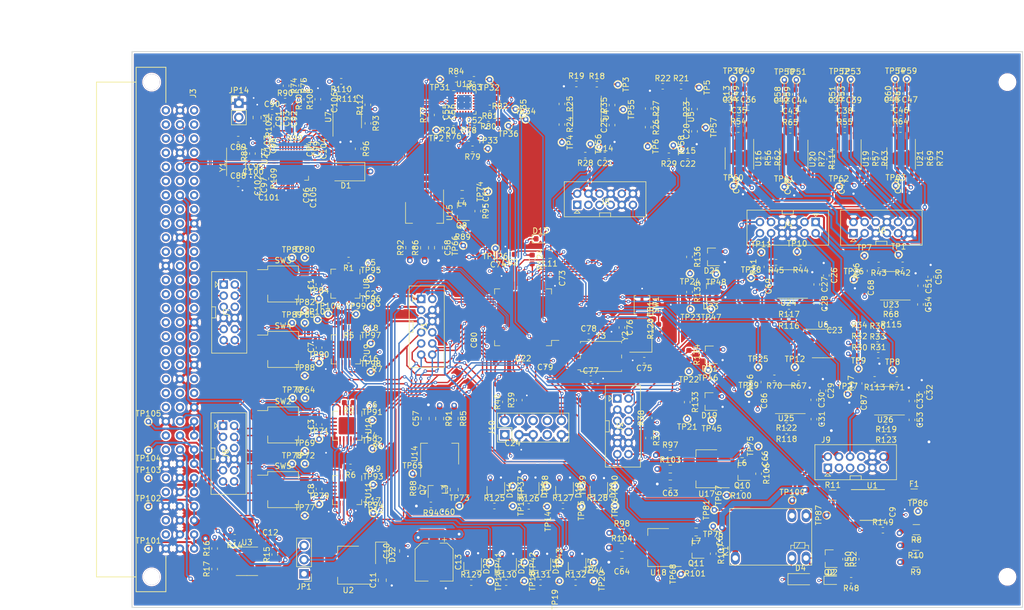
<source format=kicad_pcb>
(kicad_pcb (version 20171130) (host pcbnew 5.1.4-e60b266~84~ubuntu19.04.1)
  (layers (0 F.Cu signal) (1 In1.Cu signal) (2 In2.Cu signal) (31 B.Cu signal) (34 B.Paste user) (35 F.Paste user) (36 B.SilkS user) (37 F.SilkS user) (38 B.Mask user) (39 F.Mask user) (44 Edge.Cuts user hide))
  (net 0 "")
  (net 1 GND)
  (net 2 +3V3)
  (net 3 +5V)
  (net 4 +3V3_LOC)
  (net 5 /ADC1)
  (net 6 /ADC2)
  (net 7 /ADC3)
  (net 8 /ADC4)
  (net 9 /ADC5)
  (net 10 /ADC7)
  (net 11 /ADC9)
  (net 12 /ADC6)
  (net 13 /HS_OUT1)
  (net 14 /HS_OUT2)
  (net 15 /HS_OUT3)
  (net 16 "Net-(C63-Pad1)")
  (net 17 "Net-(C64-Pad1)")
  (net 18 /STM_RESET)
  (net 19 "Net-(D2-Pad2)")
  (net 20 "Net-(D4-Pad2)")
  (net 21 /GPIO1)
  (net 22 /GPIO7)
  (net 23 /GPIO2)
  (net 24 /GPIO8)
  (net 25 /GPIO3)
  (net 26 /GPIO9)
  (net 27 /GPIO4)
  (net 28 /GPIO10)
  (net 29 /GPIO5)
  (net 30 /GPIO11)
  (net 31 /GPIO6)
  (net 32 /GPIO1_EXT)
  (net 33 /GPIO2_EXT)
  (net 34 +12V)
  (net 35 -5V)
  (net 36 +3V3_BP)
  (net 37 ADJ_DC)
  (net 38 /OUT1_NC)
  (net 39 "Net-(Q2-Pad1)")
  (net 40 /STM_RES1)
  (net 41 /STM_RES2)
  (net 42 /PORT_SEL)
  (net 43 "Net-(R16-Pad1)")
  (net 44 "Net-(R18-Pad1)")
  (net 45 "Net-(R21-Pad1)")
  (net 46 "Net-(R24-Pad1)")
  (net 47 "Net-(R30-Pad2)")
  (net 48 "Net-(R32-Pad2)")
  (net 49 "Net-(R34-Pad2)")
  (net 50 "Net-(R35-Pad2)")
  (net 51 /RL1_OUT)
  (net 52 /RESET)
  (net 53 "Net-(R69-Pad1)")
  (net 54 "Net-(R79-Pad2)")
  (net 55 /STM_BOOT0)
  (net 56 "Net-(R80-Pad2)")
  (net 57 "Net-(R81-Pad2)")
  (net 58 "Net-(R82-Pad2)")
  (net 59 /HS_CTRL_SW3)
  (net 60 /GPIO3_EXT)
  (net 61 /GPIO4_EXT)
  (net 62 /GPIO5_EXT)
  (net 63 /GPIO6_EXT)
  (net 64 /GPIO7_EXT)
  (net 65 /GPIO8_EXT)
  (net 66 /GPIO9_EXT)
  (net 67 /GPIO10_EXT)
  (net 68 /GPIO11_EXT)
  (net 69 /I_MON)
  (net 70 "Net-(U1-Pad4)")
  (net 71 "Net-(U1-Pad12)")
  (net 72 /USB_DATA_N)
  (net 73 /USB_DATA_P)
  (net 74 /USB_DEBUG_N)
  (net 75 /USB_DEBUG_P)
  (net 76 /SPI0_CLK)
  (net 77 /SPI0_MOSI)
  (net 78 /SPI0_MISO)
  (net 79 /OUT1_COM)
  (net 80 "Net-(R11-Pad2)")
  (net 81 "Net-(F1-Pad1)")
  (net 82 /RTD3_R-)
  (net 83 /RTD3_R+)
  (net 84 /RTD1_R-)
  (net 85 /RTD1_R+)
  (net 86 /RTD4_R+)
  (net 87 /RTD4_R-)
  (net 88 /RTD2_R+)
  (net 89 /RTD2_R-)
  (net 90 /ADC11)
  (net 91 /ADC10)
  (net 92 /ADC12)
  (net 93 "Net-(C34-Pad2)")
  (net 94 "Net-(C35-Pad2)")
  (net 95 "Net-(C37-Pad2)")
  (net 96 "Net-(C38-Pad2)")
  (net 97 "Net-(C42-Pad2)")
  (net 98 "Net-(C43-Pad2)")
  (net 99 "Net-(C45-Pad2)")
  (net 100 "Net-(C46-Pad2)")
  (net 101 /TH1-)
  (net 102 /TH3-)
  (net 103 /TH4-)
  (net 104 /TH2-)
  (net 105 "Net-(C88-Pad1)")
  (net 106 "Net-(C89-Pad2)")
  (net 107 "Net-(C90-Pad1)")
  (net 108 "Net-(C91-Pad1)")
  (net 109 "Net-(C104-Pad1)")
  (net 110 "Net-(C100-Pad1)")
  (net 111 /GPIO12)
  (net 112 "Net-(R1-Pad1)")
  (net 113 "Net-(R1-Pad2)")
  (net 114 "Net-(R2-Pad2)")
  (net 115 "Net-(R2-Pad1)")
  (net 116 "Net-(R5-Pad2)")
  (net 117 "Net-(R5-Pad1)")
  (net 118 "Net-(R6-Pad1)")
  (net 119 "Net-(R6-Pad2)")
  (net 120 /F1+)
  (net 121 /5V_ADC9)
  (net 122 "Net-(R20-Pad2)")
  (net 123 /5V_ADC11)
  (net 124 "Net-(R23-Pad2)")
  (net 125 /5V_ADC10)
  (net 126 "Net-(R26-Pad1)")
  (net 127 /5V_ADC12)
  (net 128 "Net-(R28-Pad2)")
  (net 129 "Net-(R29-Pad2)")
  (net 130 /F1-)
  (net 131 /F3+)
  (net 132 /F3-)
  (net 133 "Net-(R56-Pad1)")
  (net 134 "Net-(R57-Pad1)")
  (net 135 "Net-(R57-Pad2)")
  (net 136 /F2+)
  (net 137 /F2-)
  (net 138 /F4+)
  (net 139 /F4-)
  (net 140 "Net-(R69-Pad2)")
  (net 141 "Net-(R74-Pad2)")
  (net 142 "Net-(R93-Pad2)")
  (net 143 "Net-(R102-Pad1)")
  (net 144 "Net-(R105-Pad1)")
  (net 145 "Net-(R109-Pad1)")
  (net 146 "Net-(R110-Pad1)")
  (net 147 "Net-(R112-Pad2)")
  (net 148 /GPIO12_EXT)
  (net 149 /STM_SDA)
  (net 150 /STM_SCL)
  (net 151 /STM_USB_DATA_N)
  (net 152 /STM_USB_DATA_P)
  (net 153 /STM_SPI1_SCK)
  (net 154 /STM_SPI1_MISO)
  (net 155 /STM_SPI1_MOSI)
  (net 156 "Net-(L1-Pad2)")
  (net 157 "Net-(SW2-Pad1)")
  (net 158 /RTD1_F-)
  (net 159 /RTD1_F+)
  (net 160 /RTD3_F+)
  (net 161 "Net-(SW3-Pad1)")
  (net 162 /RTD3_F-)
  (net 163 /RTD4_F+)
  (net 164 "Net-(SW4-Pad1)")
  (net 165 /RTD4_F-)
  (net 166 "Net-(SW5-Pad1)")
  (net 167 /RTD2_F-)
  (net 168 /RTD2_F+)
  (net 169 "Net-(C52-Pad1)")
  (net 170 "Net-(C57-Pad1)")
  (net 171 "Net-(C58-Pad1)")
  (net 172 /HS_OUT4)
  (net 173 "Net-(C75-Pad1)")
  (net 174 "Net-(C76-Pad1)")
  (net 175 "Net-(C77-Pad1)")
  (net 176 "Net-(C78-Pad1)")
  (net 177 "Net-(C82-Pad1)")
  (net 178 "Net-(D13-Pad1)")
  (net 179 "Net-(F1-Pad2)")
  (net 180 "Net-(L3-Pad2)")
  (net 181 "Net-(L4-Pad2)")
  (net 182 "Net-(L6-Pad2)")
  (net 183 "Net-(L7-Pad2)")
  (net 184 "Net-(Q7-Pad1)")
  (net 185 "Net-(Q7-Pad3)")
  (net 186 "Net-(Q8-Pad3)")
  (net 187 "Net-(Q8-Pad1)")
  (net 188 "Net-(Q10-Pad1)")
  (net 189 "Net-(Q10-Pad3)")
  (net 190 "Net-(Q11-Pad3)")
  (net 191 "Net-(Q11-Pad1)")
  (net 192 "Net-(R15-Pad1)")
  (net 193 /STM_DEBUG_TX)
  (net 194 "Net-(R83-Pad2)")
  (net 195 "Net-(R84-Pad2)")
  (net 196 /STM_DEBUG_RX)
  (net 197 /HS_CTRL_SW1)
  (net 198 /HS_CTRL_SW2)
  (net 199 /HS_CTRL_SW4)
  (net 200 "Net-(R124-Pad2)")
  (net 201 /SWD_IO)
  (net 202 /SWD_SCK)
  (net 203 "Net-(C26-Pad2)")
  (net 204 "Net-(C27-Pad2)")
  (net 205 "Net-(C29-Pad2)")
  (net 206 "Net-(C30-Pad2)")
  (net 207 "Net-(C32-Pad2)")
  (net 208 "Net-(C33-Pad2)")
  (net 209 "Net-(C50-Pad2)")
  (net 210 "Net-(C51-Pad2)")
  (net 211 /TH3+)
  (net 212 /TH4+)
  (net 213 /TH2+)
  (net 214 /TH1+)
  (net 215 "Net-(R114-Pad2)")
  (net 216 "Net-(R114-Pad1)")
  (net 217 /ADC13)
  (net 218 /STM_Micro/ADC8)
  (net 219 "Net-(R56-Pad2)")
  (net 220 "Net-(R115-Pad2)")
  (net 221 "Net-(R115-Pad1)")
  (net 222 "Net-(R116-Pad2)")
  (net 223 "Net-(R116-Pad1)")
  (net 224 "Net-(R118-Pad2)")
  (net 225 "Net-(R118-Pad1)")
  (net 226 "Net-(R119-Pad2)")
  (net 227 "Net-(R119-Pad1)")
  (net 228 /OUT1_NO)
  (module Capacitor_SMD:C_0402_1005Metric (layer F.Cu) (at 79.26 61.99 270)
    (fp_text reference C98 (at 0 -1.17 90) (layer F.SilkS))
    (fp_text value 0.1uf)
    (pad 2 smd roundrect (at 0.485 0 270) (size 0.59 0.64) (layers F.Cu F.Paste F.Mask) (net 1 GND))
    (pad 1 smd roundrect (at -0.485 0 270) (size 0.59 0.64) (layers F.Cu F.Paste F.Mask) (net 2 +3V3))
  )
  (module Resistor_SMD:R_0603_1608Metric (layer F.Cu) (at 79.09 67.89 270)
    (fp_text reference R109 (at 0 -1.43 90) (layer F.SilkS))
    (fp_text value "12.0K ")
    (pad 2 smd roundrect (at 0.7875 0 270) (size 0.875 0.95) (layers F.Cu F.Paste F.Mask) (net 1 GND))
    (pad 1 smd roundrect (at -0.7875 0 270) (size 0.875 0.95) (layers F.Cu F.Paste F.Mask) (net 145 "Net-(R109-Pad1)"))
  )
  (module Capacitor_SMD:C_0805_2012Metric (layer F.Cu) (at 110.09 80.302 270)
    (fp_text reference C58 (at 0 -1.65 90) (layer F.SilkS))
    (fp_text value DNF)
    (pad 2 smd roundrect (at 0.9375 0 270) (size 0.975 1.4) (layers F.Cu F.Paste F.Mask) (net 1 GND))
    (pad 1 smd roundrect (at -0.9375 0 270) (size 0.975 1.4) (layers F.Cu F.Paste F.Mask) (net 171 "Net-(C58-Pad1)"))
  )
  (module Capacitor_SMD:C_0402_1005Metric (layer F.Cu) (at 117.44 70.632 270)
    (fp_text reference C61 (at 0 -1.17 90) (layer F.SilkS))
    (fp_text value 100nF)
    (pad 2 smd roundrect (at 0.485 0 270) (size 0.59 0.64) (layers F.Cu F.Paste F.Mask) (net 1 GND))
    (pad 1 smd roundrect (at -0.485 0 270) (size 0.59 0.64) (layers F.Cu F.Paste F.Mask) (net 14 /HS_OUT2))
  )
  (module Resistor_SMD:R_0603_1608Metric (layer F.Cu) (at 117.14 73.732 270)
    (fp_text reference R95 (at 0 -1.43 90) (layer F.SilkS))
    (fp_text value 100K)
    (pad 2 smd roundrect (at 0.7875 0 270) (size 0.875 0.95) (layers F.Cu F.Paste F.Mask) (net 187 "Net-(Q8-Pad1)"))
    (pad 1 smd roundrect (at -0.7875 0 270) (size 0.875 0.95) (layers F.Cu F.Paste F.Mask) (net 1 GND))
  )
  (module TestPoint:TestPoint_THTPad_D1.0mm_Drill0.5mm (layer F.Cu) (at 114.53 79.922 90)
    (fp_text reference TP66 (at 0 -1.448 90) (layer F.SilkS))
    (fp_text value Test_Point)
    (pad 1 thru_hole circle (at 0 0 90) (size 1 1) (drill 0.5) (layers *.Cu *.Mask) (net 198 /HS_CTRL_SW2))
  )
  (module Package_TO_SOT_SMD:SOT-223 (layer F.Cu) (at 107.59 74.002 270)
    (fp_text reference U15 (at 0 -4.5 90) (layer F.SilkS))
    (fp_text value BTS4140N)
    (pad 1 smd rect (at -3.15 -2.3 270) (size 2 1.5) (layers F.Cu F.Paste F.Mask) (net 186 "Net-(Q8-Pad3)"))
    (pad 3 smd rect (at -3.15 2.3 270) (size 2 1.5) (layers F.Cu F.Paste F.Mask) (net 181 "Net-(L4-Pad2)"))
    (pad 2 smd rect (at -3.15 0 270) (size 2 1.5) (layers F.Cu F.Paste F.Mask) (net 171 "Net-(C58-Pad1)"))
    (pad 4 smd rect (at 3.15 0 270) (size 2 3.8) (layers F.Cu F.Paste F.Mask) (net 171 "Net-(C58-Pad1)"))
  )
  (module Inductor_SMD:L_0805_2012Metric (layer F.Cu) (at 114.34 70.732 180)
    (fp_text reference L4 (at 0 -1.65) (layer F.SilkS))
    (fp_text value 2A/0.05DCR)
    (pad 2 smd roundrect (at 0.9375 0 180) (size 0.975 1.4) (layers F.Cu F.Paste F.Mask) (net 181 "Net-(L4-Pad2)"))
    (pad 1 smd roundrect (at -0.9375 0 180) (size 0.975 1.4) (layers F.Cu F.Paste F.Mask) (net 14 /HS_OUT2))
  )
  (module Package_TO_SOT_SMD:SOT-23 (layer F.Cu) (at 114.24 73.832 180)
    (fp_text reference Q8 (at 0 -2.5) (layer F.SilkS))
    (fp_text value ZXMN6A07F)
    (pad 3 smd rect (at 1 0 180) (size 0.9 0.8) (layers F.Cu F.Paste F.Mask) (net 186 "Net-(Q8-Pad3)"))
    (pad 2 smd rect (at -1 0.95 180) (size 0.9 0.8) (layers F.Cu F.Paste F.Mask) (net 1 GND))
    (pad 1 smd rect (at -1 -0.95 180) (size 0.9 0.8) (layers F.Cu F.Paste F.Mask) (net 187 "Net-(Q8-Pad1)"))
  )
  (module Resistor_SMD:R_0805_2012Metric (layer F.Cu) (at 107.59 80.3195 90)
    (fp_text reference R86 (at 0 -1.65 90) (layer F.SilkS))
    (fp_text value DNF)
    (pad 2 smd roundrect (at 0.9375 0 90) (size 0.975 1.4) (layers F.Cu F.Paste F.Mask) (net 171 "Net-(C58-Pad1)"))
    (pad 1 smd roundrect (at -0.9375 0 90) (size 0.975 1.4) (layers F.Cu F.Paste F.Mask) (net 34 +12V))
  )
  (module Resistor_SMD:R_0603_1608Metric (layer F.Cu) (at 114.44 76.932 180)
    (fp_text reference R89 (at 0 -1.43) (layer F.SilkS))
    (fp_text value 1K)
    (pad 2 smd roundrect (at 0.7875 0 180) (size 0.875 0.95) (layers F.Cu F.Paste F.Mask) (net 198 /HS_CTRL_SW2))
    (pad 1 smd roundrect (at -0.7875 0 180) (size 0.875 0.95) (layers F.Cu F.Paste F.Mask) (net 187 "Net-(Q8-Pad1)"))
  )
  (module Resistor_SMD:R_0805_2012Metric (layer F.Cu) (at 104.93 80.3045 90)
    (fp_text reference R92 (at 0 -1.65 90) (layer F.SilkS))
    (fp_text value 0R)
    (pad 2 smd roundrect (at 0.9375 0 90) (size 0.975 1.4) (layers F.Cu F.Paste F.Mask) (net 171 "Net-(C58-Pad1)"))
    (pad 1 smd roundrect (at -0.9375 0 90) (size 0.975 1.4) (layers F.Cu F.Paste F.Mask) (net 37 ADJ_DC))
  )
  (module Capacitor_SMD:C_0402_1005Metric (layer F.Cu) (at 117.65 96.9 90)
    (fp_text reference C80 (at 0 -1.17 270) (layer F.SilkS))
    (fp_text value 100nF)
    (pad 2 smd roundrect (at 0.485 0 90) (size 0.59 0.64) (layers F.Cu F.Paste F.Mask) (net 1 GND))
    (pad 1 smd roundrect (at -0.485 0 90) (size 0.59 0.64) (layers F.Cu F.Paste F.Mask) (net 2 +3V3))
  )
  (module Capacitor_SMD:C_0402_1005Metric (layer F.Cu) (at 120.8 84.5)
    (fp_text reference C74 (at 0 -1.17) (layer F.SilkS))
    (fp_text value 100nF)
    (pad 2 smd roundrect (at 0.485 0) (size 0.59 0.64) (layers F.Cu F.Paste F.Mask) (net 1 GND))
    (pad 1 smd roundrect (at -0.485 0) (size 0.59 0.64) (layers F.Cu F.Paste F.Mask) (net 2 +3V3))
  )
  (module Capacitor_SMD:C_0402_1005Metric (layer F.Cu) (at 131.15 85.8 270)
    (fp_text reference C73 (at 0 -1.17 90) (layer F.SilkS))
    (fp_text value 100nF)
    (pad 2 smd roundrect (at 0.485 0 270) (size 0.59 0.64) (layers F.Cu F.Paste F.Mask) (net 1 GND))
    (pad 1 smd roundrect (at -0.485 0 270) (size 0.59 0.64) (layers F.Cu F.Paste F.Mask) (net 2 +3V3))
  )
  (module Resistor_SMD:R_0603_1608Metric (layer F.Cu) (at 190.46 111.51 180)
    (fp_text reference R119 (at 0 -1.43) (layer F.SilkS))
    (fp_text value DNF)
    (pad 2 smd roundrect (at 0.7875 0 180) (size 0.875 0.95) (layers F.Cu F.Paste F.Mask) (net 226 "Net-(R119-Pad2)"))
    (pad 1 smd roundrect (at -0.7875 0 180) (size 0.875 0.95) (layers F.Cu F.Paste F.Mask) (net 227 "Net-(R119-Pad1)"))
  )
  (module Resistor_SMD:R_0603_1608Metric (layer F.Cu) (at 172.57 113.26 180)
    (fp_text reference R118 (at 0 -1.43) (layer F.SilkS))
    (fp_text value DNF)
    (pad 2 smd roundrect (at 0.7875 0 180) (size 0.875 0.95) (layers F.Cu F.Paste F.Mask) (net 224 "Net-(R118-Pad2)"))
    (pad 1 smd roundrect (at -0.7875 0 180) (size 0.875 0.95) (layers F.Cu F.Paste F.Mask) (net 225 "Net-(R118-Pad1)"))
  )
  (module Resistor_SMD:R_0603_1608Metric (layer F.Cu) (at 172.99 92.92 180)
    (fp_text reference R116 (at 0 -1.43) (layer F.SilkS))
    (fp_text value DNF)
    (pad 2 smd roundrect (at 0.7875 0 180) (size 0.875 0.95) (layers F.Cu F.Paste F.Mask) (net 222 "Net-(R116-Pad2)"))
    (pad 1 smd roundrect (at -0.7875 0 180) (size 0.875 0.95) (layers F.Cu F.Paste F.Mask) (net 223 "Net-(R116-Pad1)"))
  )
  (module Resistor_SMD:R_0603_1608Metric (layer F.Cu) (at 191.36 92.67 180)
    (fp_text reference R115 (at 0 -1.43) (layer F.SilkS))
    (fp_text value DNF)
    (pad 2 smd roundrect (at 0.7875 0 180) (size 0.875 0.95) (layers F.Cu F.Paste F.Mask) (net 220 "Net-(R115-Pad2)"))
    (pad 1 smd roundrect (at -0.7875 0 180) (size 0.875 0.95) (layers F.Cu F.Paste F.Mask) (net 221 "Net-(R115-Pad1)"))
  )
  (module Resistor_SMD:R_0603_1608Metric (layer F.Cu) (at 177.49 64.37 270)
    (fp_text reference R72 (at 0 -1.43 270) (layer F.SilkS))
    (fp_text value 12.4K)
    (pad 2 smd roundrect (at 0.7875 0 270) (size 0.875 0.95) (layers F.Cu F.Paste F.Mask) (net 215 "Net-(R114-Pad2)"))
    (pad 1 smd roundrect (at -0.7875 0 270) (size 0.875 0.95) (layers F.Cu F.Paste F.Mask) (net 216 "Net-(R114-Pad1)"))
  )
  (module Resistor_SMD:R_0603_1608Metric (layer F.Cu) (at 196.95 64.26 270)
    (fp_text reference R69 (at 0 -1.43 90) (layer F.SilkS))
    (fp_text value 12.4K)
    (pad 2 smd roundrect (at 0.7875 0 270) (size 0.875 0.95) (layers F.Cu F.Paste F.Mask) (net 140 "Net-(R69-Pad2)"))
    (pad 1 smd roundrect (at -0.7875 0 270) (size 0.875 0.95) (layers F.Cu F.Paste F.Mask) (net 53 "Net-(R69-Pad1)"))
  )
  (module Resistor_SMD:R_0603_1608Metric (layer F.Cu) (at 187.15 64.2875 270)
    (fp_text reference R57 (at 0 -1.43 270) (layer F.SilkS))
    (fp_text value 12.4K)
    (pad 2 smd roundrect (at 0.7875 0 270) (size 0.875 0.95) (layers F.Cu F.Paste F.Mask) (net 135 "Net-(R57-Pad2)"))
    (pad 1 smd roundrect (at -0.7875 0 270) (size 0.875 0.95) (layers F.Cu F.Paste F.Mask) (net 134 "Net-(R57-Pad1)"))
  )
  (module Resistor_SMD:R_0603_1608Metric (layer F.Cu) (at 167.84 64.2 270)
    (fp_text reference R56 (at 0 -1.43 270) (layer F.SilkS))
    (fp_text value 12.4K)
    (pad 2 smd roundrect (at 0.7875 0 270) (size 0.875 0.95) (layers F.Cu F.Paste F.Mask) (net 219 "Net-(R56-Pad2)"))
    (pad 1 smd roundrect (at -0.7875 0 270) (size 0.875 0.95) (layers F.Cu F.Paste F.Mask) (net 133 "Net-(R56-Pad1)"))
  )
  (module Resistor_SMD:R_0603_1608Metric (layer F.Cu) (at 190.4525 113.4 180)
    (fp_text reference R123 (at 0 -1.43) (layer F.SilkS))
    (fp_text value R)
    (pad 2 smd roundrect (at 0.7875 0 180) (size 0.875 0.95) (layers F.Cu F.Paste F.Mask) (net 226 "Net-(R119-Pad2)"))
    (pad 1 smd roundrect (at -0.7875 0 180) (size 0.875 0.95) (layers F.Cu F.Paste F.Mask) (net 227 "Net-(R119-Pad1)"))
  )
  (module Resistor_SMD:R_0603_1608Metric (layer F.Cu) (at 172.56 111.25 180)
    (fp_text reference R122 (at 0 -1.43) (layer F.SilkS))
    (fp_text value R)
    (pad 2 smd roundrect (at 0.7875 0 180) (size 0.875 0.95) (layers F.Cu F.Paste F.Mask) (net 224 "Net-(R118-Pad2)"))
    (pad 1 smd roundrect (at -0.7875 0 180) (size 0.875 0.95) (layers F.Cu F.Paste F.Mask) (net 225 "Net-(R118-Pad1)"))
  )
  (module Resistor_SMD:R_0603_1608Metric (layer F.Cu) (at 173.02 90.84 180)
    (fp_text reference R117 (at 0 -1.43) (layer F.SilkS))
    (fp_text value R)
    (pad 2 smd roundrect (at 0.7875 0 180) (size 0.875 0.95) (layers F.Cu F.Paste F.Mask) (net 222 "Net-(R116-Pad2)"))
    (pad 1 smd roundrect (at -0.7875 0 180) (size 0.875 0.95) (layers F.Cu F.Paste F.Mask) (net 223 "Net-(R116-Pad1)"))
  )
  (module Resistor_SMD:R_0603_1608Metric (layer F.Cu) (at 179.29 64.37 270)
    (fp_text reference R114 (at 0 -1.43 270) (layer F.SilkS))
    (fp_text value DNF)
    (pad 2 smd roundrect (at 0.7875 0 270) (size 0.875 0.95) (layers F.Cu F.Paste F.Mask) (net 215 "Net-(R114-Pad2)"))
    (pad 1 smd roundrect (at -0.7875 0 270) (size 0.875 0.95) (layers F.Cu F.Paste F.Mask) (net 216 "Net-(R114-Pad1)"))
  )
  (module Resistor_SMD:R_0603_1608Metric (layer F.Cu) (at 198.71 64.26 270)
    (fp_text reference R73 (at 0 -1.43 90) (layer F.SilkS))
    (fp_text value DNF)
    (pad 2 smd roundrect (at 0.7875 0 270) (size 0.875 0.95) (layers F.Cu F.Paste F.Mask) (net 140 "Net-(R69-Pad2)"))
    (pad 1 smd roundrect (at -0.7875 0 270) (size 0.875 0.95) (layers F.Cu F.Paste F.Mask) (net 53 "Net-(R69-Pad1)"))
  )
  (module Resistor_SMD:R_0603_1608Metric (layer F.Cu) (at 173.24 59.21)
    (fp_text reference R65 (at 0 -1.43) (layer F.SilkS))
    (fp_text value 30R)
    (pad 2 smd roundrect (at 0.7875 0) (size 0.875 0.95) (layers F.Cu F.Paste F.Mask) (net 98 "Net-(C43-Pad2)"))
    (pad 1 smd roundrect (at -0.7875 0) (size 0.875 0.95) (layers F.Cu F.Paste F.Mask) (net 97 "Net-(C42-Pad2)"))
  )
  (module Resistor_SMD:R_0603_1608Metric (layer F.Cu) (at 193.04 59.06)
    (fp_text reference R64 (at 0 -1.43) (layer F.SilkS))
    (fp_text value 30R)
    (pad 2 smd roundrect (at 0.7875 0) (size 0.875 0.95) (layers F.Cu F.Paste F.Mask) (net 100 "Net-(C46-Pad2)"))
    (pad 1 smd roundrect (at -0.7875 0) (size 0.875 0.95) (layers F.Cu F.Paste F.Mask) (net 99 "Net-(C45-Pad2)"))
  )
  (module Resistor_SMD:R_0603_1608Metric (layer F.Cu) (at 188.79 64.28 270)
    (fp_text reference R63 (at 0 -1.43 270) (layer F.SilkS))
    (fp_text value DNF)
    (pad 2 smd roundrect (at 0.7875 0 270) (size 0.875 0.95) (layers F.Cu F.Paste F.Mask) (net 135 "Net-(R57-Pad2)"))
    (pad 1 smd roundrect (at -0.7875 0 270) (size 0.875 0.95) (layers F.Cu F.Paste F.Mask) (net 134 "Net-(R57-Pad1)"))
  )
  (module Resistor_SMD:R_0603_1608Metric (layer F.Cu) (at 169.58 64.2 270)
    (fp_text reference R62 (at 0 -1.43 270) (layer F.SilkS))
    (fp_text value DNF)
    (pad 2 smd roundrect (at 0.7875 0 270) (size 0.875 0.95) (layers F.Cu F.Paste F.Mask) (net 219 "Net-(R56-Pad2)"))
    (pad 1 smd roundrect (at -0.7875 0 270) (size 0.875 0.95) (layers F.Cu F.Paste F.Mask) (net 133 "Net-(R56-Pad1)"))
  )
  (module Resistor_SMD:R_0603_1608Metric (layer F.Cu) (at 183.03 59.14)
    (fp_text reference R55 (at 0 -1.43) (layer F.SilkS))
    (fp_text value 30R)
    (pad 2 smd roundrect (at 0.7875 0) (size 0.875 0.95) (layers F.Cu F.Paste F.Mask) (net 96 "Net-(C38-Pad2)"))
    (pad 1 smd roundrect (at -0.7875 0) (size 0.875 0.95) (layers F.Cu F.Paste F.Mask) (net 95 "Net-(C37-Pad2)"))
  )
  (module Capacitor_SMD:C_0402_1005Metric (layer F.Cu) (at 90.22 54.18 270)
    (fp_text reference C106 (at 0 -1.17 270) (layer F.SilkS))
    (fp_text value 0.1uF)
    (pad 2 smd roundrect (at 0.485 0 270) (size 0.59 0.64) (layers F.Cu F.Paste F.Mask) (net 1 GND))
    (pad 1 smd roundrect (at -0.485 0 270) (size 0.59 0.64) (layers F.Cu F.Paste F.Mask) (net 2 +3V3))
  )
  (module Capacitor_SMD:C_0402_1005Metric (layer F.Cu) (at 79.64 70.12 180)
    (fp_text reference C101 (at 0 -1.17) (layer F.SilkS))
    (fp_text value 0.1uf)
    (pad 2 smd roundrect (at 0.485 0 180) (size 0.59 0.64) (layers F.Cu F.Paste F.Mask) (net 1 GND))
    (pad 1 smd roundrect (at -0.485 0 180) (size 0.59 0.64) (layers F.Cu F.Paste F.Mask) (net 2 +3V3))
  )
  (module Capacitor_SMD:C_0402_1005Metric (layer F.Cu) (at 89.35 62.56 90)
    (fp_text reference C99 (at 0 -1.17 270) (layer F.SilkS))
    (fp_text value 0.1uf)
    (pad 2 smd roundrect (at 0.485 0 90) (size 0.59 0.64) (layers F.Cu F.Paste F.Mask) (net 1 GND))
    (pad 1 smd roundrect (at -0.485 0 90) (size 0.59 0.64) (layers F.Cu F.Paste F.Mask) (net 109 "Net-(C104-Pad1)"))
  )
  (module Capacitor_SMD:C_0402_1005Metric (layer F.Cu) (at 77.62 69.07 270)
    (fp_text reference C97 (at 0 -1.17 90) (layer F.SilkS))
    (fp_text value 0.1uf)
    (pad 2 smd roundrect (at 0.485 0 270) (size 0.59 0.64) (layers F.Cu F.Paste F.Mask) (net 1 GND))
    (pad 1 smd roundrect (at -0.485 0 270) (size 0.59 0.64) (layers F.Cu F.Paste F.Mask) (net 2 +3V3))
  )
  (module Capacitor_SMD:C_0402_1005Metric (layer F.Cu) (at 85.2 70.875 270)
    (fp_text reference C96 (at 0 -1.17 270) (layer F.SilkS))
    (fp_text value 0.1uf)
    (pad 2 smd roundrect (at 0.485 0 270) (size 0.59 0.64) (layers F.Cu F.Paste F.Mask) (net 1 GND))
    (pad 1 smd roundrect (at -0.485 0 270) (size 0.59 0.64) (layers F.Cu F.Paste F.Mask) (net 2 +3V3))
  )
  (module Capacitor_SMD:C_0402_1005Metric (layer F.Cu) (at 76.81 66.69 180)
    (fp_text reference C95 (at -0.47 0.91 180) (layer F.SilkS))
    (fp_text value 0.1uf)
    (pad 2 smd roundrect (at 0.485 0 180) (size 0.59 0.64) (layers F.Cu F.Paste F.Mask) (net 1 GND))
    (pad 1 smd roundrect (at -0.485 0 180) (size 0.59 0.64) (layers F.Cu F.Paste F.Mask) (net 110 "Net-(C100-Pad1)"))
  )
  (module Capacitor_SMD:C_0402_1005Metric (layer F.Cu) (at 88.15 62.56 90)
    (fp_text reference C94 (at 0 -1.17 270) (layer F.SilkS))
    (fp_text value 0.1uf)
    (pad 2 smd roundrect (at 0.485 0 90) (size 0.59 0.64) (layers F.Cu F.Paste F.Mask) (net 1 GND))
    (pad 1 smd roundrect (at -0.485 0 90) (size 0.59 0.64) (layers F.Cu F.Paste F.Mask) (net 109 "Net-(C104-Pad1)"))
  )
  (module Capacitor_SMD:C_0402_1005Metric (layer F.Cu) (at 83.99 57.135 90)
    (fp_text reference C93 (at 0 -1.17 90) (layer F.SilkS))
    (fp_text value 0.1uF)
    (pad 2 smd roundrect (at 0.485 0 90) (size 0.59 0.64) (layers F.Cu F.Paste F.Mask) (net 1 GND))
    (pad 1 smd roundrect (at -0.485 0 90) (size 0.59 0.64) (layers F.Cu F.Paste F.Mask) (net 108 "Net-(C91-Pad1)"))
  )
  (module Capacitor_SMD:C_0402_1005Metric (layer F.Cu) (at 85.34 57.135 90)
    (fp_text reference C92 (at 0 -1.17 90) (layer F.SilkS))
    (fp_text value 0.1uF)
    (pad 2 smd roundrect (at 0.485 0 90) (size 0.59 0.64) (layers F.Cu F.Paste F.Mask) (net 1 GND))
    (pad 1 smd roundrect (at -0.485 0 90) (size 0.59 0.64) (layers F.Cu F.Paste F.Mask) (net 108 "Net-(C91-Pad1)"))
  )
  (module Capacitor_SMD:C_0402_1005Metric (layer F.Cu) (at 185.3 108.1 270)
    (fp_text reference C87 (at 0 -1.17 90) (layer F.SilkS))
    (fp_text value 0.1uF)
    (pad 2 smd roundrect (at 0.485 0 270) (size 0.59 0.64) (layers F.Cu F.Paste F.Mask) (net 2 +3V3))
    (pad 1 smd roundrect (at -0.485 0 270) (size 0.59 0.64) (layers F.Cu F.Paste F.Mask) (net 1 GND))
  )
  (module Capacitor_SMD:C_0402_1005Metric (layer F.Cu) (at 167.4 107.815 270)
    (fp_text reference C86 (at 0 -1.17 90) (layer F.SilkS))
    (fp_text value 0.1uF)
    (pad 2 smd roundrect (at 0.485 0 270) (size 0.59 0.64) (layers F.Cu F.Paste F.Mask) (net 2 +3V3))
    (pad 1 smd roundrect (at -0.485 0 270) (size 0.59 0.64) (layers F.Cu F.Paste F.Mask) (net 1 GND))
  )
  (module Capacitor_SMD:C_0402_1005Metric (layer F.Cu) (at 129.25 100.6 180)
    (fp_text reference C79 (at 0 -1.17) (layer F.SilkS))
    (fp_text value 100nF)
    (pad 2 smd roundrect (at 0.485 0 180) (size 0.59 0.64) (layers F.Cu F.Paste F.Mask) (net 1 GND))
    (pad 1 smd roundrect (at -0.485 0 180) (size 0.59 0.64) (layers F.Cu F.Paste F.Mask) (net 2 +3V3))
  )
  (module Capacitor_SMD:C_0402_1005Metric (layer F.Cu) (at 168.2 87.215 270)
    (fp_text reference C69 (at 0 -1.17 90) (layer F.SilkS))
    (fp_text value 0.1uF)
    (pad 2 smd roundrect (at 0.485 0 270) (size 0.59 0.64) (layers F.Cu F.Paste F.Mask) (net 2 +3V3))
    (pad 1 smd roundrect (at -0.485 0 270) (size 0.59 0.64) (layers F.Cu F.Paste F.Mask) (net 1 GND))
  )
  (module Capacitor_SMD:C_0402_1005Metric (layer F.Cu) (at 186.57 87.5 270)
    (fp_text reference C68 (at 0 -1.17 90) (layer F.SilkS))
    (fp_text value 0.1uF)
    (pad 2 smd roundrect (at 0.485 0 270) (size 0.59 0.64) (layers F.Cu F.Paste F.Mask) (net 2 +3V3))
    (pad 1 smd roundrect (at -0.485 0 270) (size 0.59 0.64) (layers F.Cu F.Paste F.Mask) (net 1 GND))
  )
  (module Capacitor_SMD:C_0402_1005Metric (layer F.Cu) (at 111.42 55.91 270)
    (fp_text reference C56 (at 0 -1.17 90) (layer F.SilkS))
    (fp_text value 100nF)
    (pad 2 smd roundrect (at 0.485 0 270) (size 0.59 0.64) (layers F.Cu F.Paste F.Mask) (net 1 GND))
    (pad 1 smd roundrect (at -0.485 0 270) (size 0.59 0.64) (layers F.Cu F.Paste F.Mask) (net 2 +3V3))
  )
  (module Capacitor_SMD:C_0402_1005Metric (layer F.Cu) (at 110.27 55.91 270)
    (fp_text reference C55 (at 0 -1.17 90) (layer F.SilkS))
    (fp_text value 4.7uF)
    (pad 2 smd roundrect (at 0.485 0 270) (size 0.59 0.64) (layers F.Cu F.Paste F.Mask) (net 1 GND))
    (pad 1 smd roundrect (at -0.485 0 270) (size 0.59 0.64) (layers F.Cu F.Paste F.Mask) (net 2 +3V3))
  )
  (module Capacitor_SMD:C_0402_1005Metric (layer F.Cu) (at 193.79 69.21 90)
    (fp_text reference C49 (at 0 -1.17 90) (layer F.SilkS))
    (fp_text value 0.1uF)
    (pad 2 smd roundrect (at 0.485 0 90) (size 0.59 0.64) (layers F.Cu F.Paste F.Mask) (net 2 +3V3))
    (pad 1 smd roundrect (at -0.485 0 90) (size 0.59 0.64) (layers F.Cu F.Paste F.Mask) (net 1 GND))
  )
  (module Capacitor_SMD:C_0402_1005Metric (layer F.Cu) (at 173.98 69.36 90)
    (fp_text reference C48 (at 0 -1.17 90) (layer F.SilkS))
    (fp_text value 0.1uF)
    (pad 2 smd roundrect (at 0.485 0 90) (size 0.59 0.64) (layers F.Cu F.Paste F.Mask) (net 2 +3V3))
    (pad 1 smd roundrect (at -0.485 0 90) (size 0.59 0.64) (layers F.Cu F.Paste F.Mask) (net 1 GND))
  )
  (module Capacitor_SMD:C_0402_1005Metric (layer F.Cu) (at 183.66 69.29 90)
    (fp_text reference C41 (at 0 -1.17 90) (layer F.SilkS))
    (fp_text value 0.1uF)
    (pad 2 smd roundrect (at 0.485 0 90) (size 0.59 0.64) (layers F.Cu F.Paste F.Mask) (net 2 +3V3))
    (pad 1 smd roundrect (at -0.485 0 90) (size 0.59 0.64) (layers F.Cu F.Paste F.Mask) (net 1 GND))
  )
  (module Capacitor_SMD:C_0402_1005Metric (layer F.Cu) (at 164.74 69.21 90)
    (fp_text reference C40 (at 0 -1.17 90) (layer F.SilkS))
    (fp_text value 0.1uF)
    (pad 2 smd roundrect (at 0.485 0 90) (size 0.59 0.64) (layers F.Cu F.Paste F.Mask) (net 2 +3V3))
    (pad 1 smd roundrect (at -0.485 0 90) (size 0.59 0.64) (layers F.Cu F.Paste F.Mask) (net 1 GND))
  )
  (module Capacitor_SMD:C_0402_1005Metric (layer F.Cu) (at 123.4 116.6)
    (fp_text reference C24 (at 0 -1.17) (layer F.SilkS))
    (fp_text value 100nF)
    (pad 2 smd roundrect (at 0.485 0) (size 0.59 0.64) (layers F.Cu F.Paste F.Mask) (net 1 GND))
    (pad 1 smd roundrect (at -0.485 0) (size 0.59 0.64) (layers F.Cu F.Paste F.Mask) (net 2 +3V3))
  )
  (module Capacitor_SMD:C_0402_1005Metric (layer F.Cu) (at 181.205 93.99 180)
    (fp_text reference C23 (at 0 -1.17) (layer F.SilkS))
    (fp_text value 100nF)
    (pad 2 smd roundrect (at 0.485 0 180) (size 0.59 0.64) (layers F.Cu F.Paste F.Mask) (net 1 GND))
    (pad 1 smd roundrect (at -0.485 0 180) (size 0.59 0.64) (layers F.Cu F.Paste F.Mask) (net 2 +3V3))
  )
  (module Capacitor_SMD:C_0402_1005Metric (layer F.Cu) (at 98.2975 121.22)
    (fp_text reference C19 (at 0 -1.17) (layer F.SilkS))
    (fp_text value 100n)
    (pad 2 smd roundrect (at 0.485 0) (size 0.59 0.64) (layers F.Cu F.Paste F.Mask) (net 1 GND))
    (pad 1 smd roundrect (at -0.485 0) (size 0.59 0.64) (layers F.Cu F.Paste F.Mask) (net 2 +3V3))
  )
  (module Capacitor_SMD:C_0402_1005Metric (layer F.Cu) (at 97.865 95.915)
    (fp_text reference C18 (at 0 -1.17) (layer F.SilkS))
    (fp_text value 100n)
    (pad 2 smd roundrect (at 0.485 0) (size 0.59 0.64) (layers F.Cu F.Paste F.Mask) (net 1 GND))
    (pad 1 smd roundrect (at -0.485 0) (size 0.59 0.64) (layers F.Cu F.Paste F.Mask) (net 2 +3V3))
  )
  (module Capacitor_SMD:C_0402_1005Metric (layer F.Cu) (at 98.2975 124.58 180)
    (fp_text reference C17 (at 0 -1.17) (layer F.SilkS))
    (fp_text value 100n)
    (pad 2 smd roundrect (at 0.485 0 180) (size 0.59 0.64) (layers F.Cu F.Paste F.Mask) (net 1 GND))
    (pad 1 smd roundrect (at -0.485 0 180) (size 0.59 0.64) (layers F.Cu F.Paste F.Mask) (net 2 +3V3))
  )
  (module Capacitor_SMD:C_0402_1005Metric (layer F.Cu) (at 97.865 99.085 180)
    (fp_text reference C16 (at 0 -1.17) (layer F.SilkS))
    (fp_text value 100n)
    (pad 2 smd roundrect (at 0.485 0 180) (size 0.59 0.64) (layers F.Cu F.Paste F.Mask) (net 1 GND))
    (pad 1 smd roundrect (at -0.485 0 180) (size 0.59 0.64) (layers F.Cu F.Paste F.Mask) (net 2 +3V3))
  )
  (module Capacitor_SMD:C_0402_1005Metric (layer F.Cu) (at 154.85 61.7 180)
    (fp_text reference C15 (at 0 -1.17) (layer F.SilkS))
    (fp_text value 100nF)
    (pad 2 smd roundrect (at 0.485 0 180) (size 0.59 0.64) (layers F.Cu F.Paste F.Mask) (net 3 +5V))
    (pad 1 smd roundrect (at -0.485 0 180) (size 0.59 0.64) (layers F.Cu F.Paste F.Mask) (net 1 GND))
  )
  (module Capacitor_SMD:C_0402_1005Metric (layer F.Cu) (at 140.0375 61.275 180)
    (fp_text reference C14 (at 0 -1.17) (layer F.SilkS))
    (fp_text value 100nF)
    (pad 2 smd roundrect (at 0.485 0 180) (size 0.59 0.64) (layers F.Cu F.Paste F.Mask) (net 3 +5V))
    (pad 1 smd roundrect (at -0.485 0 180) (size 0.59 0.64) (layers F.Cu F.Paste F.Mask) (net 1 GND))
  )
  (module Capacitor_SMD:C_0402_1005Metric (layer F.Cu) (at 79.9 132.65)
    (fp_text reference C12 (at 0 -1.17) (layer F.SilkS))
    (fp_text value 100nF)
    (pad 2 smd roundrect (at 0.485 0) (size 0.59 0.64) (layers F.Cu F.Paste F.Mask) (net 2 +3V3))
    (pad 1 smd roundrect (at -0.485 0) (size 0.59 0.64) (layers F.Cu F.Paste F.Mask) (net 1 GND))
  )
  (module Capacitor_SMD:C_0402_1005Metric (layer F.Cu) (at 192.8 127.8 90)
    (fp_text reference C9 (at 0 -1.17 90) (layer F.SilkS))
    (fp_text value 100nF)
    (pad 2 smd roundrect (at 0.485 0 90) (size 0.59 0.64) (layers F.Cu F.Paste F.Mask) (net 1 GND))
    (pad 1 smd roundrect (at -0.485 0 90) (size 0.59 0.64) (layers F.Cu F.Paste F.Mask) (net 2 +3V3))
  )
  (module Capacitor_SMD:C_0402_1005Metric (layer F.Cu) (at 98.16 109.7)
    (fp_text reference C6 (at 0 -1.17) (layer F.SilkS))
    (fp_text value 100n)
    (pad 2 smd roundrect (at 0.485 0) (size 0.59 0.64) (layers F.Cu F.Paste F.Mask) (net 1 GND))
    (pad 1 smd roundrect (at -0.485 0) (size 0.59 0.64) (layers F.Cu F.Paste F.Mask) (net 2 +3V3))
  )
  (module Capacitor_SMD:C_0402_1005Metric (layer F.Cu) (at 97.865 84.145)
    (fp_text reference C5 (at 0 -1.17) (layer F.SilkS))
    (fp_text value 100n)
    (pad 2 smd roundrect (at 0.485 0) (size 0.59 0.64) (layers F.Cu F.Paste F.Mask) (net 1 GND))
    (pad 1 smd roundrect (at -0.485 0) (size 0.59 0.64) (layers F.Cu F.Paste F.Mask) (net 2 +3V3))
  )
  (module Capacitor_SMD:C_0402_1005Metric (layer F.Cu) (at 98.16 112.91 180)
    (fp_text reference C4 (at 0 -1.17) (layer F.SilkS))
    (fp_text value 100n)
    (pad 2 smd roundrect (at 0.485 0 180) (size 0.59 0.64) (layers F.Cu F.Paste F.Mask) (net 1 GND))
    (pad 1 smd roundrect (at -0.485 0 180) (size 0.59 0.64) (layers F.Cu F.Paste F.Mask) (net 2 +3V3))
  )
  (module Capacitor_SMD:C_0402_1005Metric (layer F.Cu) (at 97.865 87.425 180)
    (fp_text reference C2 (at 0 -1.17) (layer F.SilkS))
    (fp_text value 100n)
    (pad 2 smd roundrect (at 0.485 0 180) (size 0.59 0.64) (layers F.Cu F.Paste F.Mask) (net 1 GND))
    (pad 1 smd roundrect (at -0.485 0 180) (size 0.59 0.64) (layers F.Cu F.Paste F.Mask) (net 2 +3V3))
  )
  (module Devtank_PCB_Lib:Molex2x06 (layer F.Cu) (at 172.8 76.7 180)
    (fp_text reference J4 (at 0 0.5) (layer F.SilkS))
    (fp_text value Conn_02x06_Counter_Clockwise)
    (pad 11 thru_hole circle (at -3 -1 180) (size 1.524 1.524) (drill 0.9) (layers *.Cu *.Mask) (net 104 /TH2-))
    (pad 10 thru_hole circle (at -1 -1 180) (size 1.524 1.524) (drill 0.9) (layers *.Cu *.Mask) (net 1 GND))
    (pad 9 thru_hole circle (at 1 -1 180) (size 1.524 1.524) (drill 0.9) (layers *.Cu *.Mask) (net 1 GND))
    (pad 8 thru_hole circle (at 3 -1 180) (size 1.524 1.524) (drill 0.9) (layers *.Cu *.Mask) (net 212 /TH4+))
    (pad 7 thru_hole circle (at 5 -1 180) (size 1.524 1.524) (drill 0.9) (layers *.Cu *.Mask) (net 103 /TH4-))
    (pad 1 thru_hole rect (at -5 1 180) (size 1.524 1.524) (drill 0.9) (layers *.Cu *.Mask) (net 214 /TH1+))
    (pad 2 thru_hole circle (at -3 1 180) (size 1.524 1.524) (drill 0.9) (layers *.Cu *.Mask) (net 101 /TH1-))
    (pad 12 thru_hole circle (at -5 -1 180) (size 1.524 1.524) (drill 0.9) (layers *.Cu *.Mask) (net 213 /TH2+))
    (pad 3 thru_hole circle (at -1 1 180) (size 1.524 1.524) (drill 0.9) (layers *.Cu *.Mask) (net 1 GND))
    (pad 4 thru_hole circle (at 1 1 180) (size 1.524 1.524) (drill 0.9) (layers *.Cu *.Mask) (net 1 GND))
    (pad 5 thru_hole circle (at 3 1 180) (size 1.524 1.524) (drill 0.9) (layers *.Cu *.Mask) (net 211 /TH3+))
    (pad 6 thru_hole circle (at 5 1 180) (size 1.524 1.524) (drill 0.9) (layers *.Cu *.Mask) (net 102 /TH3-))
  )
  (module Devtank_PCB_Lib:Molex2x06 (layer F.Cu) (at 189.6 76.7)
    (fp_text reference J6 (at 0 0.5) (layer F.SilkS))
    (fp_text value Conn_02x06_Counter_Clockwise)
    (pad 11 thru_hole circle (at -3 -1) (size 1.524 1.524) (drill 0.9) (layers *.Cu *.Mask) (net 136 /F2+))
    (pad 10 thru_hole circle (at -1 -1) (size 1.524 1.524) (drill 0.9) (layers *.Cu *.Mask) (net 137 /F2-))
    (pad 9 thru_hole circle (at 1 -1) (size 1.524 1.524) (drill 0.9) (layers *.Cu *.Mask) (net 1 GND))
    (pad 8 thru_hole circle (at 3 -1) (size 1.524 1.524) (drill 0.9) (layers *.Cu *.Mask) (net 131 /F3+))
    (pad 7 thru_hole circle (at 5 -1) (size 1.524 1.524) (drill 0.9) (layers *.Cu *.Mask) (net 132 /F3-))
    (pad 1 thru_hole rect (at -5 1) (size 1.524 1.524) (drill 0.9) (layers *.Cu *.Mask) (net 130 /F1-))
    (pad 2 thru_hole circle (at -3 1) (size 1.524 1.524) (drill 0.9) (layers *.Cu *.Mask) (net 120 /F1+))
    (pad 12 thru_hole circle (at -5 -1) (size 1.524 1.524) (drill 0.9) (layers *.Cu *.Mask) (net 1 GND))
    (pad 3 thru_hole circle (at -1 1) (size 1.524 1.524) (drill 0.9) (layers *.Cu *.Mask) (net 1 GND))
    (pad 4 thru_hole circle (at 1 1) (size 1.524 1.524) (drill 0.9) (layers *.Cu *.Mask) (net 138 /F4+))
    (pad 5 thru_hole circle (at 3 1) (size 1.524 1.524) (drill 0.9) (layers *.Cu *.Mask) (net 139 /F4-))
    (pad 6 thru_hole circle (at 5 1) (size 1.524 1.524) (drill 0.9) (layers *.Cu *.Mask) (net 1 GND))
  )
  (module Devtank_PCB_Lib:Molex2x06 (layer F.Cu) (at 143.2 112.4 270)
    (fp_text reference J2 (at 0 0.5 90) (layer F.SilkS))
    (fp_text value Conn_02x06_Counter_Clockwise)
    (pad 11 thru_hole circle (at -3 -1 270) (size 1.524 1.524) (drill 0.9) (layers *.Cu *.Mask) (net 30 /GPIO11))
    (pad 10 thru_hole circle (at -1 -1 270) (size 1.524 1.524) (drill 0.9) (layers *.Cu *.Mask) (net 28 /GPIO10))
    (pad 9 thru_hole circle (at 1 -1 270) (size 1.524 1.524) (drill 0.9) (layers *.Cu *.Mask) (net 26 /GPIO9))
    (pad 8 thru_hole circle (at 3 -1 270) (size 1.524 1.524) (drill 0.9) (layers *.Cu *.Mask) (net 1 GND))
    (pad 7 thru_hole circle (at 5 -1 270) (size 1.524 1.524) (drill 0.9) (layers *.Cu *.Mask) (net 15 /HS_OUT3))
    (pad 1 thru_hole rect (at -5 1 270) (size 1.524 1.524) (drill 0.9) (layers *.Cu *.Mask))
    (pad 2 thru_hole circle (at -3 1 270) (size 1.524 1.524) (drill 0.9) (layers *.Cu *.Mask) (net 1 GND))
    (pad 12 thru_hole circle (at -5 -1 270) (size 1.524 1.524) (drill 0.9) (layers *.Cu *.Mask) (net 111 /GPIO12))
    (pad 3 thru_hole circle (at -1 1 270) (size 1.524 1.524) (drill 0.9) (layers *.Cu *.Mask))
    (pad 4 thru_hole circle (at 1 1 270) (size 1.524 1.524) (drill 0.9) (layers *.Cu *.Mask) (net 1 GND))
    (pad 5 thru_hole circle (at 3 1 270) (size 1.524 1.524) (drill 0.9) (layers *.Cu *.Mask) (net 1 GND))
    (pad 6 thru_hole circle (at 5 1 270) (size 1.524 1.524) (drill 0.9) (layers *.Cu *.Mask) (net 172 /HS_OUT4))
  )
  (module Devtank_PCB_Lib:Molex2x06 (layer F.Cu) (at 107.98 94.51 270)
    (fp_text reference J1 (at 0 0.5 90) (layer F.SilkS))
    (fp_text value Conn_02x06_Counter_Clockwise)
    (pad 11 thru_hole circle (at -3 -1 270) (size 1.524 1.524) (drill 0.9) (layers *.Cu *.Mask) (net 1 GND))
    (pad 10 thru_hole circle (at -1 -1 270) (size 1.524 1.524) (drill 0.9) (layers *.Cu *.Mask) (net 1 GND))
    (pad 9 thru_hole circle (at 1 -1 270) (size 1.524 1.524) (drill 0.9) (layers *.Cu *.Mask) (net 13 /HS_OUT1))
    (pad 8 thru_hole circle (at 3 -1 270) (size 1.524 1.524) (drill 0.9) (layers *.Cu *.Mask) (net 25 /GPIO3))
    (pad 7 thru_hole circle (at 5 -1 270) (size 1.524 1.524) (drill 0.9) (layers *.Cu *.Mask) (net 27 /GPIO4))
    (pad 1 thru_hole rect (at -5 1 270) (size 1.524 1.524) (drill 0.9) (layers *.Cu *.Mask) (net 29 /GPIO5))
    (pad 2 thru_hole circle (at -3 1 270) (size 1.524 1.524) (drill 0.9) (layers *.Cu *.Mask) (net 31 /GPIO6))
    (pad 12 thru_hole circle (at -5 -1 270) (size 1.524 1.524) (drill 0.9) (layers *.Cu *.Mask) (net 14 /HS_OUT2))
    (pad 3 thru_hole circle (at -1 1 270) (size 1.524 1.524) (drill 0.9) (layers *.Cu *.Mask) (net 22 /GPIO7))
    (pad 4 thru_hole circle (at 1 1 270) (size 1.524 1.524) (drill 0.9) (layers *.Cu *.Mask) (net 24 /GPIO8))
    (pad 5 thru_hole circle (at 3 1 270) (size 1.524 1.524) (drill 0.9) (layers *.Cu *.Mask) (net 21 /GPIO1))
    (pad 6 thru_hole circle (at 5 1 270) (size 1.524 1.524) (drill 0.9) (layers *.Cu *.Mask) (net 23 /GPIO2))
  )
  (module Devtank_PCB_Lib:Molex2x06 (layer F.Cu) (at 140 71.6)
    (fp_text reference J5 (at 0 0.5) (layer F.SilkS))
    (fp_text value Conn_02x06_Counter_Clockwise)
    (pad 11 thru_hole circle (at -3 -1) (size 1.524 1.524) (drill 0.9) (layers *.Cu *.Mask) (net 1 GND))
    (pad 10 thru_hole circle (at -1 -1) (size 1.524 1.524) (drill 0.9) (layers *.Cu *.Mask) (net 217 /ADC13))
    (pad 9 thru_hole circle (at 1 -1) (size 1.524 1.524) (drill 0.9) (layers *.Cu *.Mask) (net 1 GND))
    (pad 8 thru_hole circle (at 3 -1) (size 1.524 1.524) (drill 0.9) (layers *.Cu *.Mask) (net 92 /ADC12))
    (pad 7 thru_hole circle (at 5 -1) (size 1.524 1.524) (drill 0.9) (layers *.Cu *.Mask) (net 1 GND))
    (pad 1 thru_hole rect (at -5 1) (size 1.524 1.524) (drill 0.9) (layers *.Cu *.Mask))
    (pad 2 thru_hole circle (at -3 1) (size 1.524 1.524) (drill 0.9) (layers *.Cu *.Mask))
    (pad 12 thru_hole circle (at -5 -1) (size 1.524 1.524) (drill 0.9) (layers *.Cu *.Mask) (net 10 /ADC7))
    (pad 3 thru_hole circle (at -1 1) (size 1.524 1.524) (drill 0.9) (layers *.Cu *.Mask))
    (pad 4 thru_hole circle (at 1 1) (size 1.524 1.524) (drill 0.9) (layers *.Cu *.Mask))
    (pad 5 thru_hole circle (at 3 1) (size 1.524 1.524) (drill 0.9) (layers *.Cu *.Mask) (net 1 GND))
    (pad 6 thru_hole circle (at 5 1) (size 1.524 1.524) (drill 0.9) (layers *.Cu *.Mask) (net 12 /ADC6))
  )
  (module Devtank_PCB_Lib:Molex2x06 (layer F.Cu) (at 72.52 91.925 270)
    (fp_text reference J7 (at 0 0.5 90) (layer F.SilkS))
    (fp_text value Conn_02x06_Counter_Clockwise)
    (pad 11 thru_hole circle (at -3 -1 270) (size 1.524 1.524) (drill 0.9) (layers *.Cu *.Mask) (net 162 /RTD3_F-))
    (pad 10 thru_hole circle (at -1 -1 270) (size 1.524 1.524) (drill 0.9) (layers *.Cu *.Mask))
    (pad 9 thru_hole circle (at 1 -1 270) (size 1.524 1.524) (drill 0.9) (layers *.Cu *.Mask) (net 1 GND))
    (pad 8 thru_hole circle (at 3 -1 270) (size 1.524 1.524) (drill 0.9) (layers *.Cu *.Mask) (net 86 /RTD4_R+))
    (pad 7 thru_hole circle (at 5 -1 270) (size 1.524 1.524) (drill 0.9) (layers *.Cu *.Mask) (net 163 /RTD4_F+))
    (pad 1 thru_hole rect (at -5 1 270) (size 1.524 1.524) (drill 0.9) (layers *.Cu *.Mask) (net 160 /RTD3_F+))
    (pad 2 thru_hole circle (at -3 1 270) (size 1.524 1.524) (drill 0.9) (layers *.Cu *.Mask) (net 83 /RTD3_R+))
    (pad 12 thru_hole circle (at -5 -1 270) (size 1.524 1.524) (drill 0.9) (layers *.Cu *.Mask) (net 82 /RTD3_R-))
    (pad 3 thru_hole circle (at -1 1 270) (size 1.524 1.524) (drill 0.9) (layers *.Cu *.Mask))
    (pad 4 thru_hole circle (at 1 1 270) (size 1.524 1.524) (drill 0.9) (layers *.Cu *.Mask) (net 1 GND))
    (pad 5 thru_hole circle (at 3 1 270) (size 1.524 1.524) (drill 0.9) (layers *.Cu *.Mask) (net 165 /RTD4_F-))
    (pad 6 thru_hole circle (at 5 1 270) (size 1.524 1.524) (drill 0.9) (layers *.Cu *.Mask) (net 87 /RTD4_R-))
  )
  (module Devtank_PCB_Lib:Molex2x06 (layer F.Cu) (at 72.4 117.3 270)
    (fp_text reference J8 (at 0 0.5 90) (layer F.SilkS))
    (fp_text value Conn_02x06_Counter_Clockwise)
    (pad 11 thru_hole circle (at -3 -1 270) (size 1.524 1.524) (drill 0.9) (layers *.Cu *.Mask) (net 158 /RTD1_F-))
    (pad 10 thru_hole circle (at -1 -1 270) (size 1.524 1.524) (drill 0.9) (layers *.Cu *.Mask))
    (pad 9 thru_hole circle (at 1 -1 270) (size 1.524 1.524) (drill 0.9) (layers *.Cu *.Mask) (net 1 GND))
    (pad 8 thru_hole circle (at 3 -1 270) (size 1.524 1.524) (drill 0.9) (layers *.Cu *.Mask) (net 88 /RTD2_R+))
    (pad 7 thru_hole circle (at 5 -1 270) (size 1.524 1.524) (drill 0.9) (layers *.Cu *.Mask) (net 168 /RTD2_F+))
    (pad 1 thru_hole rect (at -5 1 270) (size 1.524 1.524) (drill 0.9) (layers *.Cu *.Mask) (net 159 /RTD1_F+))
    (pad 2 thru_hole circle (at -3 1 270) (size 1.524 1.524) (drill 0.9) (layers *.Cu *.Mask) (net 85 /RTD1_R+))
    (pad 12 thru_hole circle (at -5 -1 270) (size 1.524 1.524) (drill 0.9) (layers *.Cu *.Mask) (net 84 /RTD1_R-))
    (pad 3 thru_hole circle (at -1 1 270) (size 1.524 1.524) (drill 0.9) (layers *.Cu *.Mask))
    (pad 4 thru_hole circle (at 1 1 270) (size 1.524 1.524) (drill 0.9) (layers *.Cu *.Mask) (net 1 GND))
    (pad 5 thru_hole circle (at 3 1 270) (size 1.524 1.524) (drill 0.9) (layers *.Cu *.Mask) (net 167 /RTD2_F-))
    (pad 6 thru_hole circle (at 5 1 270) (size 1.524 1.524) (drill 0.9) (layers *.Cu *.Mask) (net 89 /RTD2_R-))
  )
  (module Button_Switch_SMD:SW_DIP_SPSTx04_Slide_Copal_CHS-04B_W7.62mm_P1.27mm (layer F.Cu) (at 82.195 123.77)
    (fp_text reference SW5 (at 0 -4.235) (layer F.SilkS))
    (fp_text value SW_DIP_x04)
    (pad 8 smd rect (at 3.81 -1.905) (size 1.6 0.76) (layers F.Cu F.Paste F.Mask) (net 168 /RTD2_F+))
    (pad 4 smd rect (at -3.81 1.905) (size 1.6 0.76) (layers F.Cu F.Paste F.Mask) (net 89 /RTD2_R-))
    (pad 7 smd rect (at 3.81 -0.635) (size 1.6 0.76) (layers F.Cu F.Paste F.Mask) (net 1 GND))
    (pad 3 smd rect (at -3.81 0.635) (size 1.6 0.76) (layers F.Cu F.Paste F.Mask) (net 168 /RTD2_F+))
    (pad 6 smd rect (at 3.81 0.635) (size 1.6 0.76) (layers F.Cu F.Paste F.Mask) (net 88 /RTD2_R+))
    (pad 2 smd rect (at -3.81 -0.635) (size 1.6 0.76) (layers F.Cu F.Paste F.Mask) (net 166 "Net-(SW5-Pad1)"))
    (pad 5 smd rect (at 3.81 1.905) (size 1.6 0.76) (layers F.Cu F.Paste F.Mask) (net 167 /RTD2_F-))
    (pad 1 smd rect (at -3.81 -1.905) (size 1.6 0.76) (layers F.Cu F.Paste F.Mask) (net 166 "Net-(SW5-Pad1)"))
  )
  (module Button_Switch_SMD:SW_DIP_SPSTx04_Slide_Copal_CHS-04B_W7.62mm_P1.27mm (layer F.Cu) (at 82.195 98.585)
    (fp_text reference SW4 (at 0 -4.235) (layer F.SilkS))
    (fp_text value SW_DIP_x04)
    (pad 8 smd rect (at 3.81 -1.905) (size 1.6 0.76) (layers F.Cu F.Paste F.Mask) (net 163 /RTD4_F+))
    (pad 4 smd rect (at -3.81 1.905) (size 1.6 0.76) (layers F.Cu F.Paste F.Mask) (net 87 /RTD4_R-))
    (pad 7 smd rect (at 3.81 -0.635) (size 1.6 0.76) (layers F.Cu F.Paste F.Mask) (net 1 GND))
    (pad 3 smd rect (at -3.81 0.635) (size 1.6 0.76) (layers F.Cu F.Paste F.Mask) (net 163 /RTD4_F+))
    (pad 6 smd rect (at 3.81 0.635) (size 1.6 0.76) (layers F.Cu F.Paste F.Mask) (net 86 /RTD4_R+))
    (pad 2 smd rect (at -3.81 -0.635) (size 1.6 0.76) (layers F.Cu F.Paste F.Mask) (net 164 "Net-(SW4-Pad1)"))
    (pad 5 smd rect (at 3.81 1.905) (size 1.6 0.76) (layers F.Cu F.Paste F.Mask) (net 165 /RTD4_F-))
    (pad 1 smd rect (at -3.81 -1.905) (size 1.6 0.76) (layers F.Cu F.Paste F.Mask) (net 164 "Net-(SW4-Pad1)"))
  )
  (module Button_Switch_SMD:SW_DIP_SPSTx04_Slide_Copal_CHS-04B_W7.62mm_P1.27mm (layer F.Cu) (at 82.195 86.825)
    (fp_text reference SW3 (at 0 -4.235) (layer F.SilkS))
    (fp_text value SW_DIP_x04)
    (pad 8 smd rect (at 3.81 -1.905) (size 1.6 0.76) (layers F.Cu F.Paste F.Mask) (net 160 /RTD3_F+))
    (pad 4 smd rect (at -3.81 1.905) (size 1.6 0.76) (layers F.Cu F.Paste F.Mask) (net 82 /RTD3_R-))
    (pad 7 smd rect (at 3.81 -0.635) (size 1.6 0.76) (layers F.Cu F.Paste F.Mask) (net 1 GND))
    (pad 3 smd rect (at -3.81 0.635) (size 1.6 0.76) (layers F.Cu F.Paste F.Mask) (net 160 /RTD3_F+))
    (pad 6 smd rect (at 3.81 0.635) (size 1.6 0.76) (layers F.Cu F.Paste F.Mask) (net 83 /RTD3_R+))
    (pad 2 smd rect (at -3.81 -0.635) (size 1.6 0.76) (layers F.Cu F.Paste F.Mask) (net 161 "Net-(SW3-Pad1)"))
    (pad 5 smd rect (at 3.81 1.905) (size 1.6 0.76) (layers F.Cu F.Paste F.Mask) (net 162 /RTD3_F-))
    (pad 1 smd rect (at -3.81 -1.905) (size 1.6 0.76) (layers F.Cu F.Paste F.Mask) (net 161 "Net-(SW3-Pad1)"))
  )
  (module Button_Switch_SMD:SW_DIP_SPSTx04_Slide_Copal_CHS-04B_W7.62mm_P1.27mm (layer F.Cu) (at 82.195 112.15)
    (fp_text reference SW2 (at 0 -4.235) (layer F.SilkS))
    (fp_text value SW_DIP_x04)
    (pad 8 smd rect (at 3.81 -1.905) (size 1.6 0.76) (layers F.Cu F.Paste F.Mask) (net 159 /RTD1_F+))
    (pad 4 smd rect (at -3.81 1.905) (size 1.6 0.76) (layers F.Cu F.Paste F.Mask) (net 84 /RTD1_R-))
    (pad 7 smd rect (at 3.81 -0.635) (size 1.6 0.76) (layers F.Cu F.Paste F.Mask) (net 1 GND))
    (pad 3 smd rect (at -3.81 0.635) (size 1.6 0.76) (layers F.Cu F.Paste F.Mask) (net 159 /RTD1_F+))
    (pad 6 smd rect (at 3.81 0.635) (size 1.6 0.76) (layers F.Cu F.Paste F.Mask) (net 85 /RTD1_R+))
    (pad 2 smd rect (at -3.81 -0.635) (size 1.6 0.76) (layers F.Cu F.Paste F.Mask) (net 157 "Net-(SW2-Pad1)"))
    (pad 5 smd rect (at 3.81 1.905) (size 1.6 0.76) (layers F.Cu F.Paste F.Mask) (net 158 /RTD1_F-))
    (pad 1 smd rect (at -3.81 -1.905) (size 1.6 0.76) (layers F.Cu F.Paste F.Mask) (net 157 "Net-(SW2-Pad1)"))
  )
  (module Connector_PinHeader_2.54mm:PinHeader_2x05_P2.54mm_Vertical (layer F.Cu) (at 122 113.9 90)
    (fp_text reference J10 (at 1.27 -2.33 90) (layer F.SilkS))
    (fp_text value Conn_ARM_JTAG_SWD_10)
    (pad 10 thru_hole oval (at 2.54 10.16 90) (size 1.7 1.7) (drill 1) (layers *.Cu *.Mask) (net 18 /STM_RESET))
    (pad 9 thru_hole oval (at 0 10.16 90) (size 1.7 1.7) (drill 1) (layers *.Cu *.Mask) (net 1 GND))
    (pad 8 thru_hole oval (at 2.54 7.62 90) (size 1.7 1.7) (drill 1) (layers *.Cu *.Mask))
    (pad 7 thru_hole oval (at 0 7.62 90) (size 1.7 1.7) (drill 1) (layers *.Cu *.Mask))
    (pad 6 thru_hole oval (at 2.54 5.08 90) (size 1.7 1.7) (drill 1) (layers *.Cu *.Mask))
    (pad 5 thru_hole oval (at 0 5.08 90) (size 1.7 1.7) (drill 1) (layers *.Cu *.Mask) (net 1 GND))
    (pad 4 thru_hole oval (at 2.54 2.54 90) (size 1.7 1.7) (drill 1) (layers *.Cu *.Mask) (net 202 /SWD_SCK))
    (pad 3 thru_hole oval (at 0 2.54 90) (size 1.7 1.7) (drill 1) (layers *.Cu *.Mask) (net 1 GND))
    (pad 2 thru_hole oval (at 2.54 0 90) (size 1.7 1.7) (drill 1) (layers *.Cu *.Mask) (net 201 /SWD_IO))
    (pad 1 thru_hole rect (at 0 0 90) (size 1.7 1.7) (drill 1) (layers *.Cu *.Mask) (net 2 +3V3))
  )
  (module Capacitor_SMD:C_0603_1608Metric (layer F.Cu) (at 88.65 123.67 90)
    (fp_text reference C8 (at 0 -1.43 90) (layer F.SilkS))
    (fp_text value 100n)
    (pad 2 smd roundrect (at 0.7875 0 90) (size 0.875 0.95) (layers F.Cu F.Paste F.Mask) (net 88 /RTD2_R+))
    (pad 1 smd roundrect (at -0.7875 0 90) (size 0.875 0.95) (layers F.Cu F.Paste F.Mask) (net 89 /RTD2_R-))
  )
  (module Package_DFN_QFN:TQFN-20-1EP_5x5mm_P0.65mm_EP3.1x3.1mm (layer F.Cu) (at 93.69 123.85 270)
    (fp_text reference U11 (at 0 -3.8 90) (layer F.SilkS))
    (fp_text value MAX31865)
    (pad 21 smd roundrect (at 0 0 270) (size 3.1 3.1) (layers F.Cu F.Mask) (roundrect_rratio 0.08064499999999999) (net 1 GND))
    (pad 1 smd roundrect (at -2.3625 -1.3 270) (size 0.975 0.3) (layers F.Cu F.Paste F.Mask) (net 118 "Net-(R6-Pad1)"))
    (pad 2 smd roundrect (at -2.3625 -0.65 270) (size 0.975 0.3) (layers F.Cu F.Paste F.Mask) (net 118 "Net-(R6-Pad1)"))
    (pad 3 smd roundrect (at -2.3625 0 270) (size 0.975 0.3) (layers F.Cu F.Paste F.Mask) (net 119 "Net-(R6-Pad2)"))
    (pad 4 smd roundrect (at -2.3625 0.65 270) (size 0.975 0.3) (layers F.Cu F.Paste F.Mask) (net 119 "Net-(R6-Pad2)"))
    (pad 5 smd roundrect (at -2.3625 1.3 270) (size 0.975 0.3) (layers F.Cu F.Paste F.Mask) (net 168 /RTD2_F+))
    (pad 6 smd roundrect (at -1.3 2.3625 270) (size 0.3 0.975) (layers F.Cu F.Paste F.Mask) (net 166 "Net-(SW5-Pad1)"))
    (pad 7 smd roundrect (at -0.65 2.3625 270) (size 0.3 0.975) (layers F.Cu F.Paste F.Mask) (net 88 /RTD2_R+))
    (pad 8 smd roundrect (at 0 2.3625 270) (size 0.3 0.975) (layers F.Cu F.Paste F.Mask) (net 89 /RTD2_R-))
    (pad 9 smd roundrect (at 0.65 2.3625 270) (size 0.3 0.975) (layers F.Cu F.Paste F.Mask) (net 167 /RTD2_F-))
    (pad 10 smd roundrect (at 1.3 2.3625 270) (size 0.3 0.975) (layers F.Cu F.Paste F.Mask) (net 1 GND))
    (pad 11 smd roundrect (at 2.3625 1.3 270) (size 0.975 0.3) (layers F.Cu F.Paste F.Mask) (net 155 /STM_SPI1_MOSI))
    (pad 12 smd roundrect (at 2.3625 0.65 270) (size 0.975 0.3) (layers F.Cu F.Paste F.Mask) (net 153 /STM_SPI1_SCK))
    (pad 13 smd roundrect (at 2.3625 0 270) (size 0.975 0.3) (layers F.Cu F.Paste F.Mask) (net 27 /GPIO4))
    (pad 14 smd roundrect (at 2.3625 -0.65 270) (size 0.975 0.3) (layers F.Cu F.Paste F.Mask) (net 154 /STM_SPI1_MISO))
    (pad 15 smd roundrect (at 2.3625 -1.3 270) (size 0.975 0.3) (layers F.Cu F.Paste F.Mask) (net 1 GND))
    (pad 16 smd roundrect (at 1.3 -2.3625 270) (size 0.3 0.975) (layers F.Cu F.Paste F.Mask) (net 1 GND))
    (pad 17 smd roundrect (at 0.65 -2.3625 270) (size 0.3 0.975) (layers F.Cu F.Paste F.Mask))
    (pad 18 smd roundrect (at 0 -2.3625 270) (size 0.3 0.975) (layers F.Cu F.Paste F.Mask) (net 25 /GPIO3))
    (pad 19 smd roundrect (at -0.65 -2.3625 270) (size 0.3 0.975) (layers F.Cu F.Paste F.Mask) (net 2 +3V3))
    (pad 20 smd roundrect (at -1.3 -2.3625 270) (size 0.3 0.975) (layers F.Cu F.Paste F.Mask) (net 2 +3V3))
  )
  (module Resistor_SMD:R_0603_1608Metric (layer F.Cu) (at 94.29 119.71 180)
    (fp_text reference R6 (at 0 -1.43) (layer F.SilkS))
    (fp_text value 470)
    (pad 2 smd roundrect (at 0.7875 0 180) (size 0.875 0.95) (layers F.Cu F.Paste F.Mask) (net 119 "Net-(R6-Pad2)"))
    (pad 1 smd roundrect (at -0.7875 0 180) (size 0.875 0.95) (layers F.Cu F.Paste F.Mask) (net 118 "Net-(R6-Pad1)"))
  )
  (module Resistor_SMD:R_0603_1608Metric (layer F.Cu) (at 98.8475 126.03 180)
    (fp_text reference R12 (at 0 -1.43) (layer F.SilkS))
    (fp_text value 10k)
    (pad 2 smd roundrect (at 0.7875 0 180) (size 0.875 0.95) (layers F.Cu F.Paste F.Mask) (net 27 /GPIO4))
    (pad 1 smd roundrect (at -0.7875 0 180) (size 0.875 0.95) (layers F.Cu F.Paste F.Mask) (net 2 +3V3))
  )
  (module Diode_SMD:D_SMA (layer F.Cu) (at 93.46 66.64 180)
    (fp_text reference D1 (at 0 -2.5) (layer F.SilkS))
    (fp_text value B240A-13)
    (pad 2 smd rect (at 2 0 180) (size 2.5 1.8) (layers F.Cu F.Paste F.Mask) (net 108 "Net-(C91-Pad1)"))
    (pad 1 smd rect (at -2 0 180) (size 2.5 1.8) (layers F.Cu F.Paste F.Mask) (net 3 +5V))
  )
  (module Resistor_SMD:R_0603_1608Metric (layer F.Cu) (at 122.1 108.0125 90)
    (fp_text reference R40 (at 0 -1.43 90) (layer F.SilkS))
    (fp_text value 100K)
    (pad 2 smd roundrect (at 0.7875 0 90) (size 0.875 0.95) (layers F.Cu F.Paste F.Mask) (net 2 +3V3))
    (pad 1 smd roundrect (at -0.7875 0 90) (size 0.875 0.95) (layers F.Cu F.Paste F.Mask) (net 201 /SWD_IO))
  )
  (module Resistor_SMD:R_0603_1608Metric (layer F.Cu) (at 124.6 107.6875 90)
    (fp_text reference R39 (at 0 -1.43 90) (layer F.SilkS))
    (fp_text value 100K)
    (pad 2 smd roundrect (at 0.7875 0 90) (size 0.875 0.95) (layers F.Cu F.Paste F.Mask) (net 1 GND))
    (pad 1 smd roundrect (at -0.7875 0 90) (size 0.875 0.95) (layers F.Cu F.Paste F.Mask) (net 202 /SWD_SCK))
  )
  (module Devtank_PCB_Lib:Socket_DIN41612-CaseC1-full-Male-96Pin-3rows_correct (layer F.Cu) (at 63.68 95 270)
    (fp_text reference J3 (at -42.422 -2.36 270) (layer F.SilkS))
    (fp_text value Conn_03x32_DIN41612)
    (pad 1 thru_hole circle (at 44.45 5.08 270) (size 2.90068 2.90068) (drill 2.90068) (layers *.Cu *.Mask))
    (pad 1 thru_hole circle (at -44.45 5.08 270) (size 2.90068 2.90068) (drill 2.90068) (layers *.Cu *.Mask))
    (pad 32c thru_hole circle (at -39.37 -2.54 90) (size 1.50114 1.50114) (drill 0.8001) (layers *.Cu *.Mask))
    (pad 31c thru_hole circle (at -36.83 -2.54 90) (size 1.50114 1.50114) (drill 0.8001) (layers *.Cu *.Mask))
    (pad 30c thru_hole circle (at -34.29 -2.54 90) (size 1.50114 1.50114) (drill 0.8001) (layers *.Cu *.Mask))
    (pad 29c thru_hole circle (at -31.75 -2.54 90) (size 1.50114 1.50114) (drill 0.8001) (layers *.Cu *.Mask))
    (pad 28c thru_hole circle (at -29.21 -2.54 90) (size 1.50114 1.50114) (drill 0.8001) (layers *.Cu *.Mask))
    (pad 27c thru_hole circle (at -26.67 -2.54 90) (size 1.50114 1.50114) (drill 0.8001) (layers *.Cu *.Mask))
    (pad 26c thru_hole circle (at -24.13 -2.54 90) (size 1.50114 1.50114) (drill 0.8001) (layers *.Cu *.Mask))
    (pad 25c thru_hole circle (at -21.59 -2.54 90) (size 1.50114 1.50114) (drill 0.8001) (layers *.Cu *.Mask))
    (pad 24c thru_hole circle (at -19.05 -2.54 90) (size 1.50114 1.50114) (drill 0.8001) (layers *.Cu *.Mask) (net 1 GND))
    (pad 23c thru_hole circle (at -16.51 -2.54 90) (size 1.50114 1.50114) (drill 0.8001) (layers *.Cu *.Mask))
    (pad 22c thru_hole circle (at -13.97 -2.54 90) (size 1.50114 1.50114) (drill 0.8001) (layers *.Cu *.Mask))
    (pad 21c thru_hole circle (at -11.43 -2.54 90) (size 1.50114 1.50114) (drill 0.8001) (layers *.Cu *.Mask))
    (pad 20c thru_hole circle (at -8.89 -2.54 90) (size 1.50114 1.50114) (drill 0.8001) (layers *.Cu *.Mask))
    (pad 19c thru_hole circle (at -6.35 -2.54 90) (size 1.50114 1.50114) (drill 0.8001) (layers *.Cu *.Mask))
    (pad 18c thru_hole circle (at -3.81 -2.54 90) (size 1.50114 1.50114) (drill 0.8001) (layers *.Cu *.Mask))
    (pad 17c thru_hole circle (at -1.27 -2.54 90) (size 1.50114 1.50114) (drill 0.8001) (layers *.Cu *.Mask) (net 1 GND))
    (pad 16c thru_hole circle (at 1.27 -2.54 90) (size 1.50114 1.50114) (drill 0.8001) (layers *.Cu *.Mask))
    (pad 15c thru_hole circle (at 3.81 -2.54 90) (size 1.50114 1.50114) (drill 0.8001) (layers *.Cu *.Mask))
    (pad 14c thru_hole circle (at 6.35 -2.54 90) (size 1.50114 1.50114) (drill 0.8001) (layers *.Cu *.Mask) (net 1 GND))
    (pad 13c thru_hole circle (at 8.89 -2.54 90) (size 1.50114 1.50114) (drill 0.8001) (layers *.Cu *.Mask))
    (pad 12c thru_hole circle (at 11.43 -2.54 90) (size 1.50114 1.50114) (drill 0.8001) (layers *.Cu *.Mask))
    (pad 11c thru_hole circle (at 13.97 -2.54 90) (size 1.50114 1.50114) (drill 0.8001) (layers *.Cu *.Mask) (net 1 GND))
    (pad 10c thru_hole circle (at 16.51 -2.54 90) (size 1.50114 1.50114) (drill 0.8001) (layers *.Cu *.Mask) (net 37 ADJ_DC))
    (pad 9c thru_hole circle (at 19.05 -2.54 90) (size 1.50114 1.50114) (drill 0.8001) (layers *.Cu *.Mask) (net 37 ADJ_DC))
    (pad 8c thru_hole circle (at 21.59 -2.54 90) (size 1.50114 1.50114) (drill 0.8001) (layers *.Cu *.Mask) (net 36 +3V3_BP))
    (pad 7c thru_hole circle (at 24.13 -2.54 90) (size 1.50114 1.50114) (drill 0.8001) (layers *.Cu *.Mask) (net 36 +3V3_BP))
    (pad 6c thru_hole circle (at 26.67 -2.54 90) (size 1.50114 1.50114) (drill 0.8001) (layers *.Cu *.Mask) (net 35 -5V))
    (pad 5c thru_hole circle (at 29.21 -2.54 90) (size 1.50114 1.50114) (drill 0.8001) (layers *.Cu *.Mask) (net 35 -5V))
    (pad 3c thru_hole circle (at 34.29 -2.54 90) (size 1.50114 1.50114) (drill 0.8001) (layers *.Cu *.Mask) (net 3 +5V))
    (pad 4c thru_hole circle (at 31.75 -2.54 90) (size 1.50114 1.50114) (drill 0.8001) (layers *.Cu *.Mask) (net 3 +5V))
    (pad 2c thru_hole circle (at 36.83 -2.54 90) (size 1.50114 1.50114) (drill 0.8001) (layers *.Cu *.Mask) (net 34 +12V))
    (pad 1c thru_hole circle (at 39.37 -2.54 90) (size 1.50114 1.50114) (drill 0.8001) (layers *.Cu *.Mask) (net 34 +12V))
    (pad 1b thru_hole circle (at 39.37 0 90) (size 1.50114 1.50114) (drill 0.8001) (layers *.Cu *.Mask) (net 1 GND))
    (pad 2b thru_hole circle (at 36.83 0 90) (size 1.50114 1.50114) (drill 0.8001) (layers *.Cu *.Mask) (net 1 GND))
    (pad 4b thru_hole circle (at 31.75 0 90) (size 1.50114 1.50114) (drill 0.8001) (layers *.Cu *.Mask) (net 1 GND))
    (pad 3b thru_hole circle (at 34.29 0 90) (size 1.50114 1.50114) (drill 0.8001) (layers *.Cu *.Mask) (net 1 GND))
    (pad 5b thru_hole circle (at 29.21 0 90) (size 1.50114 1.50114) (drill 0.8001) (layers *.Cu *.Mask) (net 1 GND))
    (pad 6b thru_hole circle (at 26.67 0 90) (size 1.50114 1.50114) (drill 0.8001) (layers *.Cu *.Mask) (net 1 GND))
    (pad 7b thru_hole circle (at 24.13 0 90) (size 1.50114 1.50114) (drill 0.8001) (layers *.Cu *.Mask) (net 1 GND))
    (pad 8b thru_hole circle (at 21.59 0 90) (size 1.50114 1.50114) (drill 0.8001) (layers *.Cu *.Mask) (net 77 /SPI0_MOSI))
    (pad 9b thru_hole circle (at 19.05 0 90) (size 1.50114 1.50114) (drill 0.8001) (layers *.Cu *.Mask) (net 78 /SPI0_MISO))
    (pad 10b thru_hole circle (at 16.51 0 90) (size 1.50114 1.50114) (drill 0.8001) (layers *.Cu *.Mask) (net 76 /SPI0_CLK))
    (pad 11b thru_hole circle (at 13.97 0 90) (size 1.50114 1.50114) (drill 0.8001) (layers *.Cu *.Mask))
    (pad 12b thru_hole circle (at 11.43 0 90) (size 1.50114 1.50114) (drill 0.8001) (layers *.Cu *.Mask))
    (pad 13b thru_hole circle (at 8.89 0 90) (size 1.50114 1.50114) (drill 0.8001) (layers *.Cu *.Mask) (net 1 GND))
    (pad 14b thru_hole circle (at 6.35 0 90) (size 1.50114 1.50114) (drill 0.8001) (layers *.Cu *.Mask))
    (pad 15b thru_hole circle (at 3.81 0 90) (size 1.50114 1.50114) (drill 0.8001) (layers *.Cu *.Mask))
    (pad 16b thru_hole circle (at 1.27 0 90) (size 1.50114 1.50114) (drill 0.8001) (layers *.Cu *.Mask))
    (pad 17b thru_hole circle (at -1.27 0 90) (size 1.50114 1.50114) (drill 0.8001) (layers *.Cu *.Mask))
    (pad 18b thru_hole circle (at -3.81 0 90) (size 1.50114 1.50114) (drill 0.8001) (layers *.Cu *.Mask))
    (pad 19b thru_hole circle (at -6.35 0 90) (size 1.50114 1.50114) (drill 0.8001) (layers *.Cu *.Mask))
    (pad 20b thru_hole circle (at -8.89 0 90) (size 1.50114 1.50114) (drill 0.8001) (layers *.Cu *.Mask))
    (pad 21b thru_hole circle (at -11.43 0 90) (size 1.50114 1.50114) (drill 0.8001) (layers *.Cu *.Mask))
    (pad 22b thru_hole circle (at -13.97 0 90) (size 1.50114 1.50114) (drill 0.8001) (layers *.Cu *.Mask))
    (pad 23b thru_hole circle (at -16.51 0 90) (size 1.50114 1.50114) (drill 0.8001) (layers *.Cu *.Mask) (net 1 GND))
    (pad 24b thru_hole circle (at -19.05 0 90) (size 1.50114 1.50114) (drill 0.8001) (layers *.Cu *.Mask))
    (pad 25b thru_hole circle (at -21.59 0 90) (size 1.50114 1.50114) (drill 0.8001) (layers *.Cu *.Mask))
    (pad 26b thru_hole circle (at -24.13 0 90) (size 1.50114 1.50114) (drill 0.8001) (layers *.Cu *.Mask) (net 42 /PORT_SEL))
    (pad 27b thru_hole circle (at -26.67 0 90) (size 1.50114 1.50114) (drill 0.8001) (layers *.Cu *.Mask))
    (pad 28b thru_hole circle (at -29.21 0 90) (size 1.50114 1.50114) (drill 0.8001) (layers *.Cu *.Mask) (net 52 /RESET))
    (pad 29b thru_hole circle (at -31.75 0 90) (size 1.50114 1.50114) (drill 0.8001) (layers *.Cu *.Mask) (net 1 GND))
    (pad 30b thru_hole circle (at -34.29 0 90) (size 1.50114 1.50114) (drill 0.8001) (layers *.Cu *.Mask) (net 72 /USB_DATA_N))
    (pad 31b thru_hole circle (at -36.83 0 90) (size 1.50114 1.50114) (drill 0.8001) (layers *.Cu *.Mask) (net 73 /USB_DATA_P))
    (pad 32b thru_hole circle (at -39.37 0 90) (size 1.50114 1.50114) (drill 0.8001) (layers *.Cu *.Mask) (net 1 GND))
    (pad 32a thru_hole circle (at -39.37 2.54 90) (size 1.50114 1.50114) (drill 0.8001) (layers *.Cu *.Mask))
    (pad 31a thru_hole circle (at -36.83 2.54 90) (size 1.50114 1.50114) (drill 0.8001) (layers *.Cu *.Mask))
    (pad 30a thru_hole circle (at -34.29 2.54 90) (size 1.50114 1.50114) (drill 0.8001) (layers *.Cu *.Mask))
    (pad 29a thru_hole circle (at -31.75 2.54 90) (size 1.50114 1.50114) (drill 0.8001) (layers *.Cu *.Mask))
    (pad 28a thru_hole circle (at -29.21 2.54 90) (size 1.50114 1.50114) (drill 0.8001) (layers *.Cu *.Mask))
    (pad 27a thru_hole circle (at -26.67 2.54 90) (size 1.50114 1.50114) (drill 0.8001) (layers *.Cu *.Mask))
    (pad 26a thru_hole circle (at -24.13 2.54 90) (size 1.50114 1.50114) (drill 0.8001) (layers *.Cu *.Mask))
    (pad 25a thru_hole circle (at -21.59 2.54 90) (size 1.50114 1.50114) (drill 0.8001) (layers *.Cu *.Mask))
    (pad 24a thru_hole circle (at -19.05 2.54 90) (size 1.50114 1.50114) (drill 0.8001) (layers *.Cu *.Mask))
    (pad 23a thru_hole circle (at -16.51 2.54 90) (size 1.50114 1.50114) (drill 0.8001) (layers *.Cu *.Mask))
    (pad 22a thru_hole circle (at -13.97 2.54 90) (size 1.50114 1.50114) (drill 0.8001) (layers *.Cu *.Mask))
    (pad 21a thru_hole circle (at -11.43 2.54 90) (size 1.50114 1.50114) (drill 0.8001) (layers *.Cu *.Mask) (net 1 GND))
    (pad 20a thru_hole circle (at -8.89 2.54 90) (size 1.50114 1.50114) (drill 0.8001) (layers *.Cu *.Mask))
    (pad 19a thru_hole circle (at -6.35 2.54 90) (size 1.50114 1.50114) (drill 0.8001) (layers *.Cu *.Mask))
    (pad 18a thru_hole circle (at -3.81 2.54 90) (size 1.50114 1.50114) (drill 0.8001) (layers *.Cu *.Mask))
    (pad 17a thru_hole circle (at -1.27 2.54 90) (size 1.50114 1.50114) (drill 0.8001) (layers *.Cu *.Mask))
    (pad 16a thru_hole circle (at 1.27 2.54 90) (size 1.50114 1.50114) (drill 0.8001) (layers *.Cu *.Mask))
    (pad 15a thru_hole circle (at 3.81 2.54 90) (size 1.50114 1.50114) (drill 0.8001) (layers *.Cu *.Mask))
    (pad 14a thru_hole circle (at 6.35 2.54 90) (size 1.50114 1.50114) (drill 0.8001) (layers *.Cu *.Mask))
    (pad 13a thru_hole circle (at 8.89 2.54 90) (size 1.50114 1.50114) (drill 0.8001) (layers *.Cu *.Mask))
    (pad 12a thru_hole circle (at 11.43 2.54 90) (size 1.50114 1.50114) (drill 0.8001) (layers *.Cu *.Mask))
    (pad 11a thru_hole circle (at 13.97 2.54 90) (size 1.50114 1.50114) (drill 0.8001) (layers *.Cu *.Mask))
    (pad 10a thru_hole circle (at 16.51 2.54 90) (size 1.50114 1.50114) (drill 0.8001) (layers *.Cu *.Mask) (net 1 GND))
    (pad 9a thru_hole circle (at 19.05 2.54 90) (size 1.50114 1.50114) (drill 0.8001) (layers *.Cu *.Mask))
    (pad 8a thru_hole circle (at 21.59 2.54 90) (size 1.50114 1.50114) (drill 0.8001) (layers *.Cu *.Mask))
    (pad 7a thru_hole circle (at 24.13 2.54 90) (size 1.50114 1.50114) (drill 0.8001) (layers *.Cu *.Mask) (net 1 GND))
    (pad 6a thru_hole circle (at 26.67 2.54 90) (size 1.50114 1.50114) (drill 0.8001) (layers *.Cu *.Mask))
    (pad 5a thru_hole circle (at 29.21 2.54 90) (size 1.50114 1.50114) (drill 0.8001) (layers *.Cu *.Mask))
    (pad 3a thru_hole circle (at 34.29 2.54 90) (size 1.50114 1.50114) (drill 0.8001) (layers *.Cu *.Mask))
    (pad 4a thru_hole circle (at 31.75 2.54 90) (size 1.50114 1.50114) (drill 0.8001) (layers *.Cu *.Mask) (net 1 GND))
    (pad 2a thru_hole circle (at 36.83 2.54 90) (size 1.50114 1.50114) (drill 0.8001) (layers *.Cu *.Mask))
    (pad 1a thru_hole circle (at 39.37 2.54 90) (size 1.50114 1.50114) (drill 0.8001) (layers *.Cu *.Mask) (net 1 GND))
  )
  (module Capacitor_SMD:C_0603_1608Metric (layer F.Cu) (at 88.65 112.08 90)
    (fp_text reference C3 (at 0 -1.43 90) (layer F.SilkS))
    (fp_text value 100n)
    (pad 2 smd roundrect (at 0.7875 0 90) (size 0.875 0.95) (layers F.Cu F.Paste F.Mask) (net 85 /RTD1_R+))
    (pad 1 smd roundrect (at -0.7875 0 90) (size 0.875 0.95) (layers F.Cu F.Paste F.Mask) (net 84 /RTD1_R-))
  )
  (module Capacitor_SMD:C_0603_1608Metric (layer F.Cu) (at 88.65 98.26 90)
    (fp_text reference C7 (at 0 -1.43 90) (layer F.SilkS))
    (fp_text value 100n)
    (pad 2 smd roundrect (at 0.7875 0 90) (size 0.875 0.95) (layers F.Cu F.Paste F.Mask) (net 86 /RTD4_R+))
    (pad 1 smd roundrect (at -0.7875 0 90) (size 0.875 0.95) (layers F.Cu F.Paste F.Mask) (net 87 /RTD4_R-))
  )
  (module Capacitor_SMD:C_0603_1608Metric (layer F.Cu) (at 156.05 59.4 90)
    (fp_text reference C20 (at 0 -1.43 90) (layer F.SilkS))
    (fp_text value 100nF)
    (pad 2 smd roundrect (at 0.7875 0 90) (size 0.875 0.95) (layers F.Cu F.Paste F.Mask) (net 92 /ADC12))
    (pad 1 smd roundrect (at -0.7875 0 90) (size 0.875 0.95) (layers F.Cu F.Paste F.Mask) (net 1 GND))
  )
  (module Capacitor_SMD:C_0603_1608Metric (layer F.Cu) (at 139.95 63.675 180)
    (fp_text reference C21 (at 0 -1.43) (layer F.SilkS))
    (fp_text value 100nF)
    (pad 2 smd roundrect (at 0.7875 0 180) (size 0.875 0.95) (layers F.Cu F.Paste F.Mask) (net 217 /ADC13))
    (pad 1 smd roundrect (at -0.7875 0 180) (size 0.875 0.95) (layers F.Cu F.Paste F.Mask) (net 1 GND))
  )
  (module Capacitor_SMD:C_0603_1608Metric (layer F.Cu) (at 154.8375 63.8 180)
    (fp_text reference C22 (at 0 -1.43) (layer F.SilkS))
    (fp_text value 100nF)
    (pad 2 smd roundrect (at 0.7875 0 180) (size 0.875 0.95) (layers F.Cu F.Paste F.Mask) (net 12 /ADC6))
    (pad 1 smd roundrect (at -0.7875 0 180) (size 0.875 0.95) (layers F.Cu F.Paste F.Mask) (net 1 GND))
  )
  (module Capacitor_SMD:C_0603_1608Metric (layer F.Cu) (at 162.48 55.14)
    (fp_text reference C34 (at 0 -1.43) (layer F.SilkS))
    (fp_text value Ccm)
    (pad 2 smd roundrect (at 0.7875 0) (size 0.875 0.95) (layers F.Cu F.Paste F.Mask) (net 93 "Net-(C34-Pad2)"))
    (pad 1 smd roundrect (at -0.7875 0) (size 0.875 0.95) (layers F.Cu F.Paste F.Mask) (net 1 GND))
  )
  (module Capacitor_SMD:C_0603_1608Metric (layer F.Cu) (at 164.04 57.05)
    (fp_text reference C35 (at 0 -1.43) (layer F.SilkS))
    (fp_text value Cdiff)
    (pad 2 smd roundrect (at 0.7875 0) (size 0.875 0.95) (layers F.Cu F.Paste F.Mask) (net 94 "Net-(C35-Pad2)"))
    (pad 1 smd roundrect (at -0.7875 0) (size 0.875 0.95) (layers F.Cu F.Paste F.Mask) (net 93 "Net-(C34-Pad2)"))
  )
  (module Capacitor_SMD:C_0603_1608Metric (layer F.Cu) (at 165.6925 55.14)
    (fp_text reference C36 (at 0 -1.43) (layer F.SilkS))
    (fp_text value Ccm)
    (pad 2 smd roundrect (at 0.7875 0) (size 0.875 0.95) (layers F.Cu F.Paste F.Mask) (net 1 GND))
    (pad 1 smd roundrect (at -0.7875 0) (size 0.875 0.95) (layers F.Cu F.Paste F.Mask) (net 94 "Net-(C35-Pad2)"))
  )
  (module Capacitor_SMD:C_0603_1608Metric (layer F.Cu) (at 181.45 55.22)
    (fp_text reference C37 (at 0 -1.43) (layer F.SilkS))
    (fp_text value Ccm)
    (pad 2 smd roundrect (at 0.7875 0) (size 0.875 0.95) (layers F.Cu F.Paste F.Mask) (net 95 "Net-(C37-Pad2)"))
    (pad 1 smd roundrect (at -0.7875 0) (size 0.875 0.95) (layers F.Cu F.Paste F.Mask) (net 1 GND))
  )
  (module Capacitor_SMD:C_0603_1608Metric (layer F.Cu) (at 183.03 57.13)
    (fp_text reference C38 (at 0 -1.43) (layer F.SilkS))
    (fp_text value Cdiff)
    (pad 2 smd roundrect (at 0.7875 0) (size 0.875 0.95) (layers F.Cu F.Paste F.Mask) (net 96 "Net-(C38-Pad2)"))
    (pad 1 smd roundrect (at -0.7875 0) (size 0.875 0.95) (layers F.Cu F.Paste F.Mask) (net 95 "Net-(C37-Pad2)"))
  )
  (module Capacitor_SMD:C_0603_1608Metric (layer F.Cu) (at 184.6575 55.22)
    (fp_text reference C39 (at 0 -1.43) (layer F.SilkS))
    (fp_text value Ccm)
    (pad 2 smd roundrect (at 0.7875 0) (size 0.875 0.95) (layers F.Cu F.Paste F.Mask) (net 1 GND))
    (pad 1 smd roundrect (at -0.7875 0) (size 0.875 0.95) (layers F.Cu F.Paste F.Mask) (net 96 "Net-(C38-Pad2)"))
  )
  (module Capacitor_SMD:C_0603_1608Metric (layer F.Cu) (at 171.6625 55.29)
    (fp_text reference C42 (at 0 -1.43) (layer F.SilkS))
    (fp_text value Ccm)
    (pad 2 smd roundrect (at 0.7875 0) (size 0.875 0.95) (layers F.Cu F.Paste F.Mask) (net 97 "Net-(C42-Pad2)"))
    (pad 1 smd roundrect (at -0.7875 0) (size 0.875 0.95) (layers F.Cu F.Paste F.Mask) (net 1 GND))
  )
  (module Capacitor_SMD:C_0603_1608Metric (layer F.Cu) (at 173.25 57.2)
    (fp_text reference C43 (at 0 -1.43) (layer F.SilkS))
    (fp_text value Cdiff)
    (pad 2 smd roundrect (at 0.7875 0) (size 0.875 0.95) (layers F.Cu F.Paste F.Mask) (net 98 "Net-(C43-Pad2)"))
    (pad 1 smd roundrect (at -0.7875 0) (size 0.875 0.95) (layers F.Cu F.Paste F.Mask) (net 97 "Net-(C42-Pad2)"))
  )
  (module Capacitor_SMD:C_0603_1608Metric (layer F.Cu) (at 174.88 55.29)
    (fp_text reference C44 (at 0 -1.43) (layer F.SilkS))
    (fp_text value Ccm)
    (pad 2 smd roundrect (at 0.7875 0) (size 0.875 0.95) (layers F.Cu F.Paste F.Mask) (net 1 GND))
    (pad 1 smd roundrect (at -0.7875 0) (size 0.875 0.95) (layers F.Cu F.Paste F.Mask) (net 98 "Net-(C43-Pad2)"))
  )
  (module Capacitor_SMD:C_0603_1608Metric (layer F.Cu) (at 191.4825 55.14)
    (fp_text reference C45 (at 0 -1.43) (layer F.SilkS))
    (fp_text value Ccm)
    (pad 2 smd roundrect (at 0.7875 0) (size 0.875 0.95) (layers F.Cu F.Paste F.Mask) (net 99 "Net-(C45-Pad2)"))
    (pad 1 smd roundrect (at -0.7875 0) (size 0.875 0.95) (layers F.Cu F.Paste F.Mask) (net 1 GND))
  )
  (module Capacitor_SMD:C_0603_1608Metric (layer F.Cu) (at 193.09 57.05)
    (fp_text reference C46 (at 0 -1.43) (layer F.SilkS))
    (fp_text value Cdiff)
    (pad 2 smd roundrect (at 0.7875 0) (size 0.875 0.95) (layers F.Cu F.Paste F.Mask) (net 100 "Net-(C46-Pad2)"))
    (pad 1 smd roundrect (at -0.7875 0) (size 0.875 0.95) (layers F.Cu F.Paste F.Mask) (net 99 "Net-(C45-Pad2)"))
  )
  (module Capacitor_SMD:C_0603_1608Metric (layer F.Cu) (at 194.6875 55.14)
    (fp_text reference C47 (at 0 -1.43) (layer F.SilkS))
    (fp_text value Ccm)
    (pad 2 smd roundrect (at 0.7875 0) (size 0.875 0.95) (layers F.Cu F.Paste F.Mask) (net 1 GND))
    (pad 1 smd roundrect (at -0.7875 0) (size 0.875 0.95) (layers F.Cu F.Paste F.Mask) (net 100 "Net-(C46-Pad2)"))
  )
  (module Capacitor_SMD:C_0603_1608Metric (layer F.Cu) (at 198.47 85.54 270)
    (fp_text reference C50 (at 0 -1.43 90) (layer F.SilkS))
    (fp_text value Ccm)
    (pad 2 smd roundrect (at 0.7875 0 270) (size 0.875 0.95) (layers F.Cu F.Paste F.Mask) (net 209 "Net-(C50-Pad2)"))
    (pad 1 smd roundrect (at -0.7875 0 270) (size 0.875 0.95) (layers F.Cu F.Paste F.Mask) (net 1 GND))
  )
  (module Capacitor_SMD:C_0603_1608Metric (layer F.Cu) (at 196.67 87.14 270)
    (fp_text reference C51 (at 0 -1.43 90) (layer F.SilkS))
    (fp_text value Cdiff)
    (pad 2 smd roundrect (at 0.7875 0 270) (size 0.875 0.95) (layers F.Cu F.Paste F.Mask) (net 210 "Net-(C51-Pad2)"))
    (pad 1 smd roundrect (at -0.7875 0 270) (size 0.875 0.95) (layers F.Cu F.Paste F.Mask) (net 209 "Net-(C50-Pad2)"))
  )
  (module Capacitor_SMD:C_0603_1608Metric (layer F.Cu) (at 196.62 90.5025 270)
    (fp_text reference C54 (at 0 -1.43 90) (layer F.SilkS))
    (fp_text value Ccm)
    (pad 2 smd roundrect (at 0.7875 0 270) (size 0.875 0.95) (layers F.Cu F.Paste F.Mask) (net 1 GND))
    (pad 1 smd roundrect (at -0.7875 0 270) (size 0.875 0.95) (layers F.Cu F.Paste F.Mask) (net 210 "Net-(C51-Pad2)"))
  )
  (module Capacitor_SMD:C_0603_1608Metric (layer F.Cu) (at 74.13 68.82)
    (fp_text reference C88 (at 0 -1.43) (layer F.SilkS))
    (fp_text value 33pF)
    (pad 2 smd roundrect (at 0.7875 0) (size 0.875 0.95) (layers F.Cu F.Paste F.Mask) (net 1 GND))
    (pad 1 smd roundrect (at -0.7875 0) (size 0.875 0.95) (layers F.Cu F.Paste F.Mask) (net 105 "Net-(C88-Pad1)"))
  )
  (module Capacitor_SMD:C_0603_1608Metric (layer F.Cu) (at 74.13 60.8 180)
    (fp_text reference C89 (at 0 -1.43) (layer F.SilkS))
    (fp_text value 33pF)
    (pad 2 smd roundrect (at 0.7875 0 180) (size 0.875 0.95) (layers F.Cu F.Paste F.Mask) (net 106 "Net-(C89-Pad2)"))
    (pad 1 smd roundrect (at -0.7875 0 180) (size 0.875 0.95) (layers F.Cu F.Paste F.Mask) (net 1 GND))
  )
  (module Capacitor_SMD:C_0603_1608Metric (layer F.Cu) (at 80.21 55.94)
    (fp_text reference C90 (at 0 -1.43) (layer F.SilkS))
    (fp_text value 0.1uF)
    (pad 2 smd roundrect (at 0.7875 0) (size 0.875 0.95) (layers F.Cu F.Paste F.Mask) (net 1 GND))
    (pad 1 smd roundrect (at -0.7875 0) (size 0.875 0.95) (layers F.Cu F.Paste F.Mask) (net 107 "Net-(C90-Pad1)"))
  )
  (module Capacitor_SMD:C_0402_1005Metric (layer F.Cu) (at 82.59 57.135 90)
    (fp_text reference C91 (at 0 -1.17 90) (layer F.SilkS))
    (fp_text value "1.0uF ")
    (pad 2 smd roundrect (at 0.485 0 90) (size 0.59 0.64) (layers F.Cu F.Paste F.Mask) (net 1 GND))
    (pad 1 smd roundrect (at -0.485 0 90) (size 0.59 0.64) (layers F.Cu F.Paste F.Mask) (net 108 "Net-(C91-Pad1)"))
  )
  (module Capacitor_SMD:C_0402_1005Metric (layer F.Cu) (at 76.795 65.49 180)
    (fp_text reference C100 (at 0 -1.17 180) (layer F.SilkS))
    (fp_text value "4.7uF ")
    (pad 2 smd roundrect (at 0.485 0 180) (size 0.59 0.64) (layers F.Cu F.Paste F.Mask) (net 1 GND))
    (pad 1 smd roundrect (at -0.485 0 180) (size 0.59 0.64) (layers F.Cu F.Paste F.Mask) (net 110 "Net-(C100-Pad1)"))
  )
  (module Capacitor_SMD:C_0402_1005Metric (layer F.Cu) (at 76.445 69.07 270)
    (fp_text reference C102 (at 0 -1.17 90) (layer F.SilkS))
    (fp_text value 4.7uF)
    (pad 2 smd roundrect (at 0.485 0 270) (size 0.59 0.64) (layers F.Cu F.Paste F.Mask) (net 1 GND))
    (pad 1 smd roundrect (at -0.485 0 270) (size 0.59 0.64) (layers F.Cu F.Paste F.Mask) (net 2 +3V3))
  )
  (module Capacitor_SMD:C_0402_1005Metric (layer F.Cu) (at 78.16 61.99 270)
    (fp_text reference C103 (at 0 -1.17 90) (layer F.SilkS))
    (fp_text value "4.7uF ")
    (pad 2 smd roundrect (at 0.485 0 270) (size 0.59 0.64) (layers F.Cu F.Paste F.Mask) (net 1 GND))
    (pad 1 smd roundrect (at -0.485 0 270) (size 0.59 0.64) (layers F.Cu F.Paste F.Mask) (net 2 +3V3))
  )
  (module Capacitor_SMD:C_0402_1005Metric (layer F.Cu) (at 90.65 62.51 90)
    (fp_text reference C104 (at 0 -1.17 270) (layer F.SilkS))
    (fp_text value 4.7uF)
    (pad 2 smd roundrect (at 0.485 0 90) (size 0.59 0.64) (layers F.Cu F.Paste F.Mask) (net 1 GND))
    (pad 1 smd roundrect (at -0.485 0 90) (size 0.59 0.64) (layers F.Cu F.Paste F.Mask) (net 109 "Net-(C104-Pad1)"))
  )
  (module Capacitor_SMD:C_0402_1005Metric (layer F.Cu) (at 86.43 71.275 270)
    (fp_text reference C105 (at 0 -1.17 90) (layer F.SilkS))
    (fp_text value "4.7uF ")
    (pad 2 smd roundrect (at 0.485 0 270) (size 0.59 0.64) (layers F.Cu F.Paste F.Mask) (net 1 GND))
    (pad 1 smd roundrect (at -0.485 0 270) (size 0.59 0.64) (layers F.Cu F.Paste F.Mask) (net 2 +3V3))
  )
  (module Resistor_SMD:R_0603_1608Metric (layer F.Cu) (at 93.945 82.535 180)
    (fp_text reference R1 (at 0 -1.43) (layer F.SilkS))
    (fp_text value 470)
    (pad 2 smd roundrect (at 0.7875 0 180) (size 0.875 0.95) (layers F.Cu F.Paste F.Mask) (net 113 "Net-(R1-Pad2)"))
    (pad 1 smd roundrect (at -0.7875 0 180) (size 0.875 0.95) (layers F.Cu F.Paste F.Mask) (net 112 "Net-(R1-Pad1)"))
  )
  (module Resistor_SMD:R_0603_1608Metric (layer F.Cu) (at 93.97 108.14 180)
    (fp_text reference R2 (at 0 -1.43) (layer F.SilkS))
    (fp_text value 470)
    (pad 2 smd roundrect (at 0.7875 0 180) (size 0.875 0.95) (layers F.Cu F.Paste F.Mask) (net 114 "Net-(R2-Pad2)"))
    (pad 1 smd roundrect (at -0.7875 0 180) (size 0.875 0.95) (layers F.Cu F.Paste F.Mask) (net 115 "Net-(R2-Pad1)"))
  )
  (module Resistor_SMD:R_0603_1608Metric (layer F.Cu) (at 98.7625 88.95 180)
    (fp_text reference R3 (at 0 -1.43) (layer F.SilkS))
    (fp_text value 10k)
    (pad 2 smd roundrect (at 0.7875 0 180) (size 0.875 0.95) (layers F.Cu F.Paste F.Mask) (net 31 /GPIO6))
    (pad 1 smd roundrect (at -0.7875 0 180) (size 0.875 0.95) (layers F.Cu F.Paste F.Mask) (net 2 +3V3))
  )
  (module Resistor_SMD:R_0603_1608Metric (layer F.Cu) (at 99.2125 114.65 180)
    (fp_text reference R4 (at 0 -1.43) (layer F.SilkS))
    (fp_text value 10k)
    (pad 2 smd roundrect (at 0.7875 0 180) (size 0.875 0.95) (layers F.Cu F.Paste F.Mask) (net 23 /GPIO2))
    (pad 1 smd roundrect (at -0.7875 0 180) (size 0.875 0.95) (layers F.Cu F.Paste F.Mask) (net 2 +3V3))
  )
  (module Resistor_SMD:R_0603_1608Metric (layer F.Cu) (at 93.99 94.63 180)
    (fp_text reference R5 (at 0 -1.43) (layer F.SilkS))
    (fp_text value 470)
    (pad 2 smd roundrect (at 0.7875 0 180) (size 0.875 0.95) (layers F.Cu F.Paste F.Mask) (net 116 "Net-(R5-Pad2)"))
    (pad 1 smd roundrect (at -0.7875 0 180) (size 0.875 0.95) (layers F.Cu F.Paste F.Mask) (net 117 "Net-(R5-Pad1)"))
  )
  (module Resistor_SMD:R_0603_1608Metric (layer F.Cu) (at 99.05 100.7 180)
    (fp_text reference R7 (at 0 -1.43) (layer F.SilkS))
    (fp_text value 10k)
    (pad 2 smd roundrect (at 0.7875 0 180) (size 0.875 0.95) (layers F.Cu F.Paste F.Mask) (net 24 /GPIO8))
    (pad 1 smd roundrect (at -0.7875 0 180) (size 0.875 0.95) (layers F.Cu F.Paste F.Mask) (net 2 +3V3))
  )
  (module Resistor_SMD:R_0603_1608Metric (layer F.Cu) (at 163.24 52.6 90)
    (fp_text reference R13 (at 0 -1.43 90) (layer F.SilkS))
    (fp_text value R)
    (pad 2 smd roundrect (at 0.7875 0 90) (size 0.875 0.95) (layers F.Cu F.Paste F.Mask) (net 120 /F1+))
    (pad 1 smd roundrect (at -0.7875 0 90) (size 0.875 0.95) (layers F.Cu F.Paste F.Mask) (net 93 "Net-(C34-Pad2)"))
  )
  (module Resistor_SMD:R_0603_1608Metric (layer F.Cu) (at 111.7625 60.65)
    (fp_text reference R20 (at 0 -1.43) (layer F.SilkS))
    (fp_text value 47K)
    (pad 2 smd roundrect (at 0.7875 0) (size 0.875 0.95) (layers F.Cu F.Paste F.Mask) (net 122 "Net-(R20-Pad2)"))
    (pad 1 smd roundrect (at -0.7875 0) (size 0.875 0.95) (layers F.Cu F.Paste F.Mask) (net 1 GND))
  )
  (module Resistor_SMD:R_0603_1608Metric (layer F.Cu) (at 153.65 51.3)
    (fp_text reference R21 (at 0 -1.43) (layer F.SilkS))
    (fp_text value 10K)
    (pad 2 smd roundrect (at 0.7875 0) (size 0.875 0.95) (layers F.Cu F.Paste F.Mask) (net 123 /5V_ADC11))
    (pad 1 smd roundrect (at -0.7875 0) (size 0.875 0.95) (layers F.Cu F.Paste F.Mask) (net 45 "Net-(R21-Pad1)"))
  )
  (module Resistor_SMD:R_0603_1608Metric (layer F.Cu) (at 150.35 51.3)
    (fp_text reference R22 (at 0 -1.43) (layer F.SilkS))
    (fp_text value 16K)
    (pad 2 smd roundrect (at 0.7875 0) (size 0.875 0.95) (layers F.Cu F.Paste F.Mask) (net 45 "Net-(R21-Pad1)"))
    (pad 1 smd roundrect (at -0.7875 0) (size 0.875 0.95) (layers F.Cu F.Paste F.Mask) (net 1 GND))
  )
  (module Resistor_SMD:R_0603_1608Metric (layer F.Cu) (at 156.05 55.4 90)
    (fp_text reference R23 (at 0 -1.43 90) (layer F.SilkS))
    (fp_text value 100R)
    (pad 2 smd roundrect (at 0.7875 0 90) (size 0.875 0.95) (layers F.Cu F.Paste F.Mask) (net 124 "Net-(R23-Pad2)"))
    (pad 1 smd roundrect (at -0.7875 0 90) (size 0.875 0.95) (layers F.Cu F.Paste F.Mask) (net 92 /ADC12))
  )
  (module Resistor_SMD:R_0603_1608Metric (layer F.Cu) (at 132.25 58.175 270)
    (fp_text reference R24 (at 0 -1.43 90) (layer F.SilkS))
    (fp_text value 10K)
    (pad 2 smd roundrect (at 0.7875 0 270) (size 0.875 0.95) (layers F.Cu F.Paste F.Mask) (net 125 /5V_ADC10))
    (pad 1 smd roundrect (at -0.7875 0 270) (size 0.875 0.95) (layers F.Cu F.Paste F.Mask) (net 46 "Net-(R24-Pad1)"))
  )
  (module Resistor_SMD:R_0603_1608Metric (layer F.Cu) (at 132.25 54.475 270)
    (fp_text reference R25 (at 0 -1.43 90) (layer F.SilkS))
    (fp_text value 16K)
    (pad 2 smd roundrect (at 0.7875 0 270) (size 0.875 0.95) (layers F.Cu F.Paste F.Mask) (net 46 "Net-(R24-Pad1)"))
    (pad 1 smd roundrect (at -0.7875 0 270) (size 0.875 0.95) (layers F.Cu F.Paste F.Mask) (net 1 GND))
  )
  (module Resistor_SMD:R_0603_1608Metric (layer F.Cu) (at 147.734999 58.645001 270)
    (fp_text reference R26 (at 0 -1.43 90) (layer F.SilkS))
    (fp_text value 10K)
    (pad 2 smd roundrect (at 0.7875 0 270) (size 0.875 0.95) (layers F.Cu F.Paste F.Mask) (net 127 /5V_ADC12))
    (pad 1 smd roundrect (at -0.7875 0 270) (size 0.875 0.95) (layers F.Cu F.Paste F.Mask) (net 126 "Net-(R26-Pad1)"))
  )
  (module Resistor_SMD:R_0603_1608Metric (layer F.Cu) (at 147.75 55.3 270)
    (fp_text reference R27 (at 0 -1.43 90) (layer F.SilkS))
    (fp_text value 16K)
    (pad 2 smd roundrect (at 0.7875 0 270) (size 0.875 0.95) (layers F.Cu F.Paste F.Mask) (net 126 "Net-(R26-Pad1)"))
    (pad 1 smd roundrect (at -0.7875 0 270) (size 0.875 0.95) (layers F.Cu F.Paste F.Mask) (net 1 GND))
  )
  (module Resistor_SMD:R_0603_1608Metric (layer F.Cu) (at 136.45 63.675 180)
    (fp_text reference R28 (at 0 -1.43) (layer F.SilkS))
    (fp_text value 100R)
    (pad 2 smd roundrect (at 0.7875 0 180) (size 0.875 0.95) (layers F.Cu F.Paste F.Mask) (net 128 "Net-(R28-Pad2)"))
    (pad 1 smd roundrect (at -0.7875 0 180) (size 0.875 0.95) (layers F.Cu F.Paste F.Mask) (net 217 /ADC13))
  )
  (module Resistor_SMD:R_0603_1608Metric (layer F.Cu) (at 151.45 63.8 180)
    (fp_text reference R29 (at 0 -1.43) (layer F.SilkS))
    (fp_text value 100R)
    (pad 2 smd roundrect (at 0.7875 0 180) (size 0.875 0.95) (layers F.Cu F.Paste F.Mask) (net 129 "Net-(R29-Pad2)"))
    (pad 1 smd roundrect (at -0.7875 0 180) (size 0.875 0.95) (layers F.Cu F.Paste F.Mask) (net 12 /ADC6))
  )
  (module Resistor_SMD:R_0603_1608Metric (layer F.Cu) (at 185.6675 99.67)
    (fp_text reference R30 (at 0 -1.43) (layer F.SilkS))
    (fp_text value 0R)
    (pad 2 smd roundrect (at 0.7875 0) (size 0.875 0.95) (layers F.Cu F.Paste F.Mask) (net 47 "Net-(R30-Pad2)"))
    (pad 1 smd roundrect (at -0.7875 0) (size 0.875 0.95) (layers F.Cu F.Paste F.Mask) (net 2 +3V3))
  )
  (module Resistor_SMD:R_0603_1608Metric (layer F.Cu) (at 189.03 99.62)
    (fp_text reference R31 (at 0 -1.43) (layer F.SilkS))
    (fp_text value DNF)
    (pad 2 smd roundrect (at 0.7875 0) (size 0.875 0.95) (layers F.Cu F.Paste F.Mask) (net 1 GND))
    (pad 1 smd roundrect (at -0.7875 0) (size 0.875 0.95) (layers F.Cu F.Paste F.Mask) (net 47 "Net-(R30-Pad2)"))
  )
  (module Resistor_SMD:R_0603_1608Metric (layer F.Cu) (at 185.65 97.65)
    (fp_text reference R32 (at 0 -1.43) (layer F.SilkS))
    (fp_text value 0R)
    (pad 2 smd roundrect (at 0.7875 0) (size 0.875 0.95) (layers F.Cu F.Paste F.Mask) (net 48 "Net-(R32-Pad2)"))
    (pad 1 smd roundrect (at -0.7875 0) (size 0.875 0.95) (layers F.Cu F.Paste F.Mask) (net 2 +3V3))
  )
  (module Resistor_SMD:R_0603_1608Metric (layer F.Cu) (at 188.93 97.72)
    (fp_text reference R33 (at 0 -1.43) (layer F.SilkS))
    (fp_text value DNF)
    (pad 2 smd roundrect (at 0.7875 0) (size 0.875 0.95) (layers F.Cu F.Paste F.Mask) (net 1 GND))
    (pad 1 smd roundrect (at -0.7875 0) (size 0.875 0.95) (layers F.Cu F.Paste F.Mask) (net 48 "Net-(R32-Pad2)"))
  )
  (module Resistor_SMD:R_0603_1608Metric (layer F.Cu) (at 185.6375 95.65)
    (fp_text reference R34 (at 0 -1.43) (layer F.SilkS))
    (fp_text value 0R)
    (pad 2 smd roundrect (at 0.7875 0) (size 0.875 0.95) (layers F.Cu F.Paste F.Mask) (net 49 "Net-(R34-Pad2)"))
    (pad 1 smd roundrect (at -0.7875 0) (size 0.875 0.95) (layers F.Cu F.Paste F.Mask) (net 2 +3V3))
  )
  (module Resistor_SMD:R_0603_1608Metric (layer F.Cu) (at 188.93 95.82)
    (fp_text reference R36 (at 0 -1.43) (layer F.SilkS))
    (fp_text value DNF)
    (pad 2 smd roundrect (at 0.7875 0) (size 0.875 0.95) (layers F.Cu F.Paste F.Mask) (net 1 GND))
    (pad 1 smd roundrect (at -0.7875 0) (size 0.875 0.95) (layers F.Cu F.Paste F.Mask) (net 49 "Net-(R34-Pad2)"))
  )
  (module Resistor_SMD:R_0603_1608Metric (layer F.Cu) (at 147.8 114.5 270)
    (fp_text reference R37 (at 0 -1.43 90) (layer F.SilkS))
    (fp_text value 10K)
    (pad 2 smd roundrect (at 0.7875 0 270) (size 0.875 0.95) (layers F.Cu F.Paste F.Mask) (net 26 /GPIO9))
    (pad 1 smd roundrect (at -0.7875 0 270) (size 0.875 0.95) (layers F.Cu F.Paste F.Mask) (net 2 +3V3))
  )
  (module Resistor_SMD:R_0603_1608Metric (layer F.Cu) (at 147.9 110.9 90)
    (fp_text reference R38 (at 0 -1.43 90) (layer F.SilkS))
    (fp_text value 10K)
    (pad 2 smd roundrect (at 0.7875 0 90) (size 0.875 0.95) (layers F.Cu F.Paste F.Mask) (net 28 /GPIO10))
    (pad 1 smd roundrect (at -0.7875 0 90) (size 0.875 0.95) (layers F.Cu F.Paste F.Mask) (net 2 +3V3))
  )
  (module Resistor_SMD:R_0603_1608Metric (layer F.Cu) (at 164.95 52.6 90)
    (fp_text reference R49 (at 0 -1.43 90) (layer F.SilkS))
    (fp_text value R)
    (pad 2 smd roundrect (at 0.7875 0 90) (size 0.875 0.95) (layers F.Cu F.Paste F.Mask) (net 130 /F1-))
    (pad 1 smd roundrect (at -0.7875 0 90) (size 0.875 0.95) (layers F.Cu F.Paste F.Mask) (net 94 "Net-(C35-Pad2)"))
  )
  (module Resistor_SMD:R_0603_1608Metric (layer F.Cu) (at 182.24 52.68 90)
    (fp_text reference R51 (at 0 -1.43 90) (layer F.SilkS))
    (fp_text value R)
    (pad 2 smd roundrect (at 0.7875 0 90) (size 0.875 0.95) (layers F.Cu F.Paste F.Mask) (net 131 /F3+))
    (pad 1 smd roundrect (at -0.7875 0 90) (size 0.875 0.95) (layers F.Cu F.Paste F.Mask) (net 95 "Net-(C37-Pad2)"))
  )
  (module Resistor_SMD:R_0603_1608Metric (layer F.Cu) (at 183.94 52.68 90)
    (fp_text reference R53 (at 0 -1.43 90) (layer F.SilkS))
    (fp_text value R)
    (pad 2 smd roundrect (at 0.7875 0 90) (size 0.875 0.95) (layers F.Cu F.Paste F.Mask) (net 132 /F3-))
    (pad 1 smd roundrect (at -0.7875 0 90) (size 0.875 0.95) (layers F.Cu F.Paste F.Mask) (net 96 "Net-(C38-Pad2)"))
  )
  (module Resistor_SMD:R_0603_1608Metric (layer F.Cu) (at 163.92 59.06)
    (fp_text reference R54 (at 0 -1.43) (layer F.SilkS))
    (fp_text value 30R)
    (pad 2 smd roundrect (at 0.7875 0) (size 0.875 0.95) (layers F.Cu F.Paste F.Mask) (net 94 "Net-(C35-Pad2)"))
    (pad 1 smd roundrect (at -0.7875 0) (size 0.875 0.95) (layers F.Cu F.Paste F.Mask) (net 93 "Net-(C34-Pad2)"))
  )
  (module Resistor_SMD:R_0603_1608Metric (layer F.Cu) (at 172.44 52.75 90)
    (fp_text reference R58 (at 0 -1.43 90) (layer F.SilkS))
    (fp_text value R)
    (pad 2 smd roundrect (at 0.7875 0 90) (size 0.875 0.95) (layers F.Cu F.Paste F.Mask) (net 136 /F2+))
    (pad 1 smd roundrect (at -0.7875 0 90) (size 0.875 0.95) (layers F.Cu F.Paste F.Mask) (net 97 "Net-(C42-Pad2)"))
  )
  (module Resistor_SMD:R_0603_1608Metric (layer F.Cu) (at 174.14 52.75 90)
    (fp_text reference R59 (at 0 -1.43 90) (layer F.SilkS))
    (fp_text value R)
    (pad 2 smd roundrect (at 0.7875 0 90) (size 0.875 0.95) (layers F.Cu F.Paste F.Mask) (net 137 /F2-))
    (pad 1 smd roundrect (at -0.7875 0 90) (size 0.875 0.95) (layers F.Cu F.Paste F.Mask) (net 98 "Net-(C43-Pad2)"))
  )
  (module Resistor_SMD:R_0603_1608Metric (layer F.Cu) (at 192.27 52.6 90)
    (fp_text reference R60 (at 0 -1.43 90) (layer F.SilkS))
    (fp_text value R)
    (pad 2 smd roundrect (at 0.7875 0 90) (size 0.875 0.95) (layers F.Cu F.Paste F.Mask) (net 138 /F4+))
    (pad 1 smd roundrect (at -0.7875 0 90) (size 0.875 0.95) (layers F.Cu F.Paste F.Mask) (net 99 "Net-(C45-Pad2)"))
  )
  (module Resistor_SMD:R_0603_1608Metric (layer F.Cu) (at 193.97 52.6 90)
    (fp_text reference R61 (at 0 -1.43 90) (layer F.SilkS))
    (fp_text value R)
    (pad 2 smd roundrect (at 0.7875 0 90) (size 0.875 0.95) (layers F.Cu F.Paste F.Mask) (net 139 /F4-))
    (pad 1 smd roundrect (at -0.7875 0 90) (size 0.875 0.95) (layers F.Cu F.Paste F.Mask) (net 100 "Net-(C46-Pad2)"))
  )
  (module Resistor_SMD:R_0603_1608Metric (layer F.Cu) (at 186.56 84.4625 90)
    (fp_text reference R66 (at 0 -1.43 90) (layer F.SilkS))
    (fp_text value 0R)
    (pad 2 smd roundrect (at 0.7875 0 90) (size 0.875 0.95) (layers F.Cu F.Paste F.Mask) (net 101 /TH1-))
    (pad 1 smd roundrect (at -0.7875 0 90) (size 0.875 0.95) (layers F.Cu F.Paste F.Mask) (net 1 GND))
  )
  (module Resistor_SMD:R_0603_1608Metric (layer F.Cu) (at 191.3325 90.84 180)
    (fp_text reference R68 (at 0 -1.43) (layer F.SilkS))
    (fp_text value R)
    (pad 2 smd roundrect (at 0.7875 0 180) (size 0.875 0.95) (layers F.Cu F.Paste F.Mask) (net 220 "Net-(R115-Pad2)"))
    (pad 1 smd roundrect (at -0.7875 0 180) (size 0.875 0.95) (layers F.Cu F.Paste F.Mask) (net 221 "Net-(R115-Pad1)"))
  )
  (module Resistor_SMD:R_0603_1608Metric (layer F.Cu) (at 82.73 51.2075 270)
    (fp_text reference R74 (at 0 -1.43 90) (layer F.SilkS))
    (fp_text value DNF)
    (pad 2 smd roundrect (at 0.7875 0 270) (size 0.875 0.95) (layers F.Cu F.Paste F.Mask) (net 141 "Net-(R74-Pad2)"))
    (pad 1 smd roundrect (at -0.7875 0 270) (size 0.875 0.95) (layers F.Cu F.Paste F.Mask) (net 2 +3V3))
  )
  (module Resistor_SMD:R_0603_1608Metric (layer F.Cu) (at 84.49 51.1575 270)
    (fp_text reference R75 (at 0 -1.43 90) (layer F.SilkS))
    (fp_text value "10K ")
    (pad 2 smd roundrect (at 0.7875 0 270) (size 0.875 0.95) (layers F.Cu F.Paste F.Mask) (net 141 "Net-(R74-Pad2)"))
    (pad 1 smd roundrect (at -0.7875 0 270) (size 0.875 0.95) (layers F.Cu F.Paste F.Mask) (net 1 GND))
  )
  (module Resistor_SMD:R_0603_1608Metric (layer F.Cu) (at 82.55 53.96)
    (fp_text reference R90 (at 0 -1.43) (layer F.SilkS))
    (fp_text value 100K)
    (pad 2 smd roundrect (at 0.7875 0) (size 0.875 0.95) (layers F.Cu F.Paste F.Mask) (net 107 "Net-(C90-Pad1)"))
    (pad 1 smd roundrect (at -0.7875 0) (size 0.875 0.95) (layers F.Cu F.Paste F.Mask) (net 2 +3V3))
  )
  (module Resistor_SMD:R_0603_1608Metric (layer F.Cu) (at 97.43 57.9625 270)
    (fp_text reference R93 (at 0 -1.43 90) (layer F.SilkS))
    (fp_text value 100K)
    (pad 2 smd roundrect (at 0.7875 0 270) (size 0.875 0.95) (layers F.Cu F.Paste F.Mask) (net 142 "Net-(R93-Pad2)"))
    (pad 1 smd roundrect (at -0.7875 0 270) (size 0.875 0.95) (layers F.Cu F.Paste F.Mask) (net 2 +3V3))
  )
  (module Resistor_SMD:R_0603_1608Metric (layer F.Cu) (at 95.67 62.53 270)
    (fp_text reference R96 (at 0 -1.43 90) (layer F.SilkS))
    (fp_text value DNF)
    (pad 2 smd roundrect (at 0.7875 0 270) (size 0.875 0.95) (layers F.Cu F.Paste F.Mask) (net 142 "Net-(R93-Pad2)"))
    (pad 1 smd roundrect (at -0.7875 0 270) (size 0.875 0.95) (layers F.Cu F.Paste F.Mask) (net 1 GND))
  )
  (module Resistor_SMD:R_0603_1608Metric (layer F.Cu) (at 84.2625 59.21 180)
    (fp_text reference R99 (at 0 -1.43) (layer F.SilkS))
    (fp_text value 10K)
    (pad 2 smd roundrect (at 0.7875 0 180) (size 0.875 0.95) (layers F.Cu F.Paste F.Mask) (net 143 "Net-(R102-Pad1)"))
    (pad 1 smd roundrect (at -0.7875 0 180) (size 0.875 0.95) (layers F.Cu F.Paste F.Mask) (net 108 "Net-(C91-Pad1)"))
  )
  (module Resistor_SMD:R_0603_1608Metric (layer F.Cu) (at 81.05 58.51 90)
    (fp_text reference R102 (at 0 -1.43 90) (layer F.SilkS))
    (fp_text value 10K)
    (pad 2 smd roundrect (at 0.7875 0 90) (size 0.875 0.95) (layers F.Cu F.Paste F.Mask) (net 1 GND))
    (pad 1 smd roundrect (at -0.7875 0 90) (size 0.875 0.95) (layers F.Cu F.Paste F.Mask) (net 143 "Net-(R102-Pad1)"))
  )
  (module Resistor_SMD:R_0603_1608Metric (layer F.Cu) (at 86.46 53.6475 90)
    (fp_text reference R105 (at 0 -1.43 90) (layer F.SilkS))
    (fp_text value 10K)
    (pad 2 smd roundrect (at 0.7875 0 90) (size 0.875 0.95) (layers F.Cu F.Paste F.Mask) (net 2 +3V3))
    (pad 1 smd roundrect (at -0.7875 0 90) (size 0.875 0.95) (layers F.Cu F.Paste F.Mask) (net 144 "Net-(R105-Pad1)"))
  )
  (module Resistor_SMD:R_0603_1608Metric (layer F.Cu) (at 88.43 53.63 90)
    (fp_text reference R108 (at 0 -1.43 90) (layer F.SilkS))
    (fp_text value DNF)
    (pad 2 smd roundrect (at 0.7875 0 90) (size 0.875 0.95) (layers F.Cu F.Paste F.Mask) (net 1 GND))
    (pad 1 smd roundrect (at -0.7875 0 90) (size 0.875 0.95) (layers F.Cu F.Paste F.Mask) (net 144 "Net-(R105-Pad1)"))
  )
  (module Resistor_SMD:R_0603_1608Metric (layer F.Cu) (at 92.62 50.4 180)
    (fp_text reference R110 (at 0 -1.43) (layer F.SilkS))
    (fp_text value DNF)
    (pad 2 smd roundrect (at 0.7875 0 180) (size 0.875 0.95) (layers F.Cu F.Paste F.Mask) (net 2 +3V3))
    (pad 1 smd roundrect (at -0.7875 0 180) (size 0.875 0.95) (layers F.Cu F.Paste F.Mask) (net 146 "Net-(R110-Pad1)"))
  )
  (module Resistor_SMD:R_0603_1608Metric (layer F.Cu) (at 93.66 52.15 180)
    (fp_text reference R111 (at 0 -1.43) (layer F.SilkS))
    (fp_text value 10K)
    (pad 2 smd roundrect (at 0.7875 0 180) (size 0.875 0.95) (layers F.Cu F.Paste F.Mask) (net 1 GND))
    (pad 1 smd roundrect (at -0.7875 0 180) (size 0.875 0.95) (layers F.Cu F.Paste F.Mask) (net 146 "Net-(R110-Pad1)"))
  )
  (module Resistor_SMD:R_0603_1608Metric (layer F.Cu) (at 97.41 54.63 90)
    (fp_text reference R112 (at 0 -1.43 90) (layer F.SilkS))
    (fp_text value 10K)
    (pad 2 smd roundrect (at 0.7875 0 90) (size 0.875 0.95) (layers F.Cu F.Paste F.Mask) (net 147 "Net-(R112-Pad2)"))
    (pad 1 smd roundrect (at -0.7875 0 90) (size 0.875 0.95) (layers F.Cu F.Paste F.Mask) (net 2 +3V3))
  )
  (module Package_SO:SOIC-8_3.9x4.9mm_P1.27mm (layer F.Cu) (at 179.13 97.52)
    (fp_text reference U6 (at 0 -3.4) (layer F.SilkS))
    (fp_text value LM75B)
    (pad 8 smd roundrect (at 2.475 -1.905) (size 1.95 0.6) (layers F.Cu F.Paste F.Mask) (net 2 +3V3))
    (pad 7 smd roundrect (at 2.475 -0.635) (size 1.95 0.6) (layers F.Cu F.Paste F.Mask) (net 49 "Net-(R34-Pad2)"))
    (pad 6 smd roundrect (at 2.475 0.635) (size 1.95 0.6) (layers F.Cu F.Paste F.Mask) (net 48 "Net-(R32-Pad2)"))
    (pad 5 smd roundrect (at 2.475 1.905) (size 1.95 0.6) (layers F.Cu F.Paste F.Mask) (net 47 "Net-(R30-Pad2)"))
    (pad 4 smd roundrect (at -2.475 1.905) (size 1.95 0.6) (layers F.Cu F.Paste F.Mask) (net 1 GND))
    (pad 3 smd roundrect (at -2.475 0.635) (size 1.95 0.6) (layers F.Cu F.Paste F.Mask))
    (pad 2 smd roundrect (at -2.475 -0.635) (size 1.95 0.6) (layers F.Cu F.Paste F.Mask) (net 150 /STM_SCL))
    (pad 1 smd roundrect (at -2.475 -1.905) (size 1.95 0.6) (layers F.Cu F.Paste F.Mask) (net 149 /STM_SDA))
  )
  (module Package_SO:SOIC-8_3.9x4.9mm_P1.27mm (layer F.Cu) (at 164.12 64.26 270)
    (fp_text reference U16 (at 0 -3.4 90) (layer F.SilkS))
    (fp_text value MAX4194)
    (pad 8 smd roundrect (at 2.475 -1.905 270) (size 1.95 0.6) (layers F.Cu F.Paste F.Mask) (net 219 "Net-(R56-Pad2)"))
    (pad 7 smd roundrect (at 2.475 -0.635 270) (size 1.95 0.6) (layers F.Cu F.Paste F.Mask) (net 2 +3V3))
    (pad 6 smd roundrect (at 2.475 0.635 270) (size 1.95 0.6) (layers F.Cu F.Paste F.Mask) (net 9 /ADC5))
    (pad 5 smd roundrect (at 2.475 1.905 270) (size 1.95 0.6) (layers F.Cu F.Paste F.Mask) (net 1 GND))
    (pad 4 smd roundrect (at -2.475 1.905 270) (size 1.95 0.6) (layers F.Cu F.Paste F.Mask) (net 1 GND))
    (pad 3 smd roundrect (at -2.475 0.635 270) (size 1.95 0.6) (layers F.Cu F.Paste F.Mask) (net 93 "Net-(C34-Pad2)"))
    (pad 2 smd roundrect (at -2.475 -0.635 270) (size 1.95 0.6) (layers F.Cu F.Paste F.Mask) (net 94 "Net-(C35-Pad2)"))
    (pad 1 smd roundrect (at -2.475 -1.905 270) (size 1.95 0.6) (layers F.Cu F.Paste F.Mask) (net 133 "Net-(R56-Pad1)"))
  )
  (module Package_SO:SOIC-8_3.9x4.9mm_P1.27mm (layer F.Cu) (at 183.409998 64.34 270)
    (fp_text reference U19 (at 0 -3.4 90) (layer F.SilkS))
    (fp_text value MAX4194)
    (pad 8 smd roundrect (at 2.475 -1.905 270) (size 1.95 0.6) (layers F.Cu F.Paste F.Mask) (net 135 "Net-(R57-Pad2)"))
    (pad 7 smd roundrect (at 2.475 -0.635 270) (size 1.95 0.6) (layers F.Cu F.Paste F.Mask) (net 2 +3V3))
    (pad 6 smd roundrect (at 2.475 0.635 270) (size 1.95 0.6) (layers F.Cu F.Paste F.Mask) (net 7 /ADC3))
    (pad 5 smd roundrect (at 2.475 1.905 270) (size 1.95 0.6) (layers F.Cu F.Paste F.Mask) (net 1 GND))
    (pad 4 smd roundrect (at -2.475 1.905 270) (size 1.95 0.6) (layers F.Cu F.Paste F.Mask) (net 1 GND))
    (pad 3 smd roundrect (at -2.475 0.635 270) (size 1.95 0.6) (layers F.Cu F.Paste F.Mask) (net 95 "Net-(C37-Pad2)"))
    (pad 2 smd roundrect (at -2.475 -0.635 270) (size 1.95 0.6) (layers F.Cu F.Paste F.Mask) (net 96 "Net-(C38-Pad2)"))
    (pad 1 smd roundrect (at -2.475 -1.905 270) (size 1.95 0.6) (layers F.Cu F.Paste F.Mask) (net 134 "Net-(R57-Pad1)"))
  )
  (module Package_SO:SOIC-8_3.9x4.9mm_P1.27mm (layer F.Cu) (at 173.854999 64.41 270)
    (fp_text reference U20 (at 0 -3.4 90) (layer F.SilkS))
    (fp_text value MAX4194)
    (pad 8 smd roundrect (at 2.475 -1.905 270) (size 1.95 0.6) (layers F.Cu F.Paste F.Mask) (net 215 "Net-(R114-Pad2)"))
    (pad 7 smd roundrect (at 2.475 -0.635 270) (size 1.95 0.6) (layers F.Cu F.Paste F.Mask) (net 2 +3V3))
    (pad 6 smd roundrect (at 2.475 0.635 270) (size 1.95 0.6) (layers F.Cu F.Paste F.Mask) (net 8 /ADC4))
    (pad 5 smd roundrect (at 2.475 1.905 270) (size 1.95 0.6) (layers F.Cu F.Paste F.Mask) (net 1 GND))
    (pad 4 smd roundrect (at -2.475 1.905 270) (size 1.95 0.6) (layers F.Cu F.Paste F.Mask) (net 1 GND))
    (pad 3 smd roundrect (at -2.475 0.635 270) (size 1.95 0.6) (layers F.Cu F.Paste F.Mask) (net 97 "Net-(C42-Pad2)"))
    (pad 2 smd roundrect (at -2.475 -0.635 270) (size 1.95 0.6) (layers F.Cu F.Paste F.Mask) (net 98 "Net-(C43-Pad2)"))
    (pad 1 smd roundrect (at -2.475 -1.905 270) (size 1.95 0.6) (layers F.Cu F.Paste F.Mask) (net 216 "Net-(R114-Pad1)"))
  )
  (module Package_SO:SOIC-8_3.9x4.9mm_P1.27mm (layer F.Cu) (at 193.144999 64.26 270)
    (fp_text reference U21 (at 0 -3.4 90) (layer F.SilkS))
    (fp_text value MAX4194)
    (pad 8 smd roundrect (at 2.475 -1.905 270) (size 1.95 0.6) (layers F.Cu F.Paste F.Mask) (net 140 "Net-(R69-Pad2)"))
    (pad 7 smd roundrect (at 2.475 -0.635 270) (size 1.95 0.6) (layers F.Cu F.Paste F.Mask) (net 2 +3V3))
    (pad 6 smd roundrect (at 2.475 0.635 270) (size 1.95 0.6) (layers F.Cu F.Paste F.Mask) (net 6 /ADC2))
    (pad 5 smd roundrect (at 2.475 1.905 270) (size 1.95 0.6) (layers F.Cu F.Paste F.Mask) (net 1 GND))
    (pad 4 smd roundrect (at -2.475 1.905 270) (size 1.95 0.6) (layers F.Cu F.Paste F.Mask) (net 1 GND))
    (pad 3 smd roundrect (at -2.475 0.635 270) (size 1.95 0.6) (layers F.Cu F.Paste F.Mask) (net 99 "Net-(C45-Pad2)"))
    (pad 2 smd roundrect (at -2.475 -0.635 270) (size 1.95 0.6) (layers F.Cu F.Paste F.Mask) (net 100 "Net-(C46-Pad2)"))
    (pad 1 smd roundrect (at -2.475 -1.905 270) (size 1.95 0.6) (layers F.Cu F.Paste F.Mask) (net 53 "Net-(R69-Pad1)"))
  )
  (module Package_SO:SOIC-8_3.9x4.9mm_P1.27mm (layer F.Cu) (at 191.344999 87.144999 180)
    (fp_text reference U23 (at 0 -3.4) (layer F.SilkS))
    (fp_text value MAX4194)
    (pad 8 smd roundrect (at 2.475 -1.905 180) (size 1.95 0.6) (layers F.Cu F.Paste F.Mask) (net 220 "Net-(R115-Pad2)"))
    (pad 7 smd roundrect (at 2.475 -0.635 180) (size 1.95 0.6) (layers F.Cu F.Paste F.Mask) (net 2 +3V3))
    (pad 6 smd roundrect (at 2.475 0.635 180) (size 1.95 0.6) (layers F.Cu F.Paste F.Mask) (net 90 /ADC11))
    (pad 5 smd roundrect (at 2.475 1.905 180) (size 1.95 0.6) (layers F.Cu F.Paste F.Mask) (net 1 GND))
    (pad 4 smd roundrect (at -2.475 1.905 180) (size 1.95 0.6) (layers F.Cu F.Paste F.Mask) (net 1 GND))
    (pad 3 smd roundrect (at -2.475 0.635 180) (size 1.95 0.6) (layers F.Cu F.Paste F.Mask) (net 209 "Net-(C50-Pad2)"))
    (pad 2 smd roundrect (at -2.475 -0.635 180) (size 1.95 0.6) (layers F.Cu F.Paste F.Mask) (net 210 "Net-(C51-Pad2)"))
    (pad 1 smd roundrect (at -2.475 -1.905 180) (size 1.95 0.6) (layers F.Cu F.Paste F.Mask) (net 221 "Net-(R115-Pad1)"))
  )
  (module Package_SO:SOIC-8_3.9x4.9mm_P1.27mm (layer F.Cu) (at 172.92 86.82 180)
    (fp_text reference U24 (at 0 -3.4) (layer F.SilkS))
    (fp_text value MAX4194)
    (pad 8 smd roundrect (at 2.475 -1.905 180) (size 1.95 0.6) (layers F.Cu F.Paste F.Mask) (net 222 "Net-(R116-Pad2)"))
    (pad 7 smd roundrect (at 2.475 -0.635 180) (size 1.95 0.6) (layers F.Cu F.Paste F.Mask) (net 2 +3V3))
    (pad 6 smd roundrect (at 2.475 0.635 180) (size 1.95 0.6) (layers F.Cu F.Paste F.Mask) (net 5 /ADC1))
    (pad 5 smd roundrect (at 2.475 1.905 180) (size 1.95 0.6) (layers F.Cu F.Paste F.Mask) (net 1 GND))
    (pad 4 smd roundrect (at -2.475 1.905 180) (size 1.95 0.6) (layers F.Cu F.Paste F.Mask) (net 1 GND))
    (pad 3 smd roundrect (at -2.475 0.635 180) (size 1.95 0.6) (layers F.Cu F.Paste F.Mask) (net 203 "Net-(C26-Pad2)"))
    (pad 2 smd roundrect (at -2.475 -0.635 180) (size 1.95 0.6) (layers F.Cu F.Paste F.Mask) (net 204 "Net-(C27-Pad2)"))
    (pad 1 smd roundrect (at -2.475 -1.905 180) (size 1.95 0.6) (layers F.Cu F.Paste F.Mask) (net 223 "Net-(R116-Pad1)"))
  )
  (module Package_SO:SOIC-8_3.9x4.9mm_P1.27mm (layer F.Cu) (at 172.5 107.55 180)
    (fp_text reference U25 (at 0 -3.4) (layer F.SilkS))
    (fp_text value MAX4194)
    (pad 8 smd roundrect (at 2.475 -1.905 180) (size 1.95 0.6) (layers F.Cu F.Paste F.Mask) (net 224 "Net-(R118-Pad2)"))
    (pad 7 smd roundrect (at 2.475 -0.635 180) (size 1.95 0.6) (layers F.Cu F.Paste F.Mask) (net 2 +3V3))
    (pad 6 smd roundrect (at 2.475 0.635 180) (size 1.95 0.6) (layers F.Cu F.Paste F.Mask) (net 11 /ADC9))
    (pad 5 smd roundrect (at 2.475 1.905 180) (size 1.95 0.6) (layers F.Cu F.Paste F.Mask) (net 1 GND))
    (pad 4 smd roundrect (at -2.475 1.905 180) (size 1.95 0.6) (layers F.Cu F.Paste F.Mask) (net 1 GND))
    (pad 3 smd roundrect (at -2.475 0.635 180) (size 1.95 0.6) (layers F.Cu F.Paste F.Mask) (net 205 "Net-(C29-Pad2)"))
    (pad 2 smd roundrect (at -2.475 -0.635 180) (size 1.95 0.6) (layers F.Cu F.Paste F.Mask) (net 206 "Net-(C30-Pad2)"))
    (pad 1 smd roundrect (at -2.475 -1.905 180) (size 1.95 0.6) (layers F.Cu F.Paste F.Mask) (net 225 "Net-(R118-Pad1)"))
  )
  (module Package_SO:SOIC-8_3.9x4.9mm_P1.27mm (layer F.Cu) (at 190.31 107.8 180)
    (fp_text reference U26 (at 0 -3.4) (layer F.SilkS))
    (fp_text value MAX4194)
    (pad 8 smd roundrect (at 2.475 -1.905 180) (size 1.95 0.6) (layers F.Cu F.Paste F.Mask) (net 226 "Net-(R119-Pad2)"))
    (pad 7 smd roundrect (at 2.475 -0.635 180) (size 1.95 0.6) (layers F.Cu F.Paste F.Mask) (net 2 +3V3))
    (pad 6 smd roundrect (at 2.475 0.635 180) (size 1.95 0.6) (layers F.Cu F.Paste F.Mask) (net 91 /ADC10))
    (pad 5 smd roundrect (at 2.475 1.905 180) (size 1.95 0.6) (layers F.Cu F.Paste F.Mask) (net 1 GND))
    (pad 4 smd roundrect (at -2.475 1.905 180) (size 1.95 0.6) (layers F.Cu F.Paste F.Mask) (net 1 GND))
    (pad 3 smd roundrect (at -2.475 0.635 180) (size 1.95 0.6) (layers F.Cu F.Paste F.Mask) (net 207 "Net-(C32-Pad2)"))
    (pad 2 smd roundrect (at -2.475 -0.635 180) (size 1.95 0.6) (layers F.Cu F.Paste F.Mask) (net 208 "Net-(C33-Pad2)"))
    (pad 1 smd roundrect (at -2.475 -1.905 180) (size 1.95 0.6) (layers F.Cu F.Paste F.Mask) (net 227 "Net-(R119-Pad1)"))
  )
  (module Package_DFN_QFN:QFN-36-1EP_6x6mm_P0.5mm_EP4.1x4.1mm (layer F.Cu) (at 83.65 65.06 90)
    (fp_text reference U27 (at 1.16 -4.77 90) (layer F.SilkS))
    (fp_text value USB2502)
    (pad 36 smd roundrect (at -2 -2.8375 90) (size 0.25 1.075) (layers F.Cu F.Paste F.Mask) (net 1 GND))
    (pad 35 smd roundrect (at -1.5 -2.8375 90) (size 0.25 1.075) (layers F.Cu F.Paste F.Mask) (net 145 "Net-(R109-Pad1)"))
    (pad 34 smd roundrect (at -1 -2.8375 90) (size 0.25 1.075) (layers F.Cu F.Paste F.Mask) (net 2 +3V3))
    (pad 33 smd roundrect (at -0.5 -2.8375 90) (size 0.25 1.075) (layers F.Cu F.Paste F.Mask) (net 2 +3V3))
    (pad 32 smd roundrect (at 0 -2.8375 90) (size 0.25 1.075) (layers F.Cu F.Paste F.Mask) (net 110 "Net-(C100-Pad1)"))
    (pad 31 smd roundrect (at 0.5 -2.8375 90) (size 0.25 1.075) (layers F.Cu F.Paste F.Mask) (net 105 "Net-(C88-Pad1)"))
    (pad 30 smd roundrect (at 1 -2.8375 90) (size 0.25 1.075) (layers F.Cu F.Paste F.Mask) (net 106 "Net-(C89-Pad2)"))
    (pad 29 smd roundrect (at 1.5 -2.8375 90) (size 0.25 1.075) (layers F.Cu F.Paste F.Mask) (net 1 GND))
    (pad 28 smd roundrect (at 2 -2.8375 90) (size 0.25 1.075) (layers F.Cu F.Paste F.Mask) (net 2 +3V3))
    (pad 27 smd roundrect (at 2.8375 -2 90) (size 1.075 0.25) (layers F.Cu F.Paste F.Mask) (net 109 "Net-(C104-Pad1)"))
    (pad 26 smd roundrect (at 2.8375 -1.5 90) (size 1.075 0.25) (layers F.Cu F.Paste F.Mask) (net 156 "Net-(L1-Pad2)"))
    (pad 25 smd roundrect (at 2.8375 -1 90) (size 1.075 0.25) (layers F.Cu F.Paste F.Mask) (net 143 "Net-(R102-Pad1)"))
    (pad 24 smd roundrect (at 2.8375 -0.5 90) (size 1.075 0.25) (layers F.Cu F.Paste F.Mask) (net 107 "Net-(C90-Pad1)"))
    (pad 23 smd roundrect (at 2.8375 0 90) (size 1.075 0.25) (layers F.Cu F.Paste F.Mask))
    (pad 22 smd roundrect (at 2.8375 0.5 90) (size 1.075 0.25) (layers F.Cu F.Paste F.Mask) (net 141 "Net-(R74-Pad2)"))
    (pad 21 smd roundrect (at 2.8375 1 90) (size 1.075 0.25) (layers F.Cu F.Paste F.Mask) (net 144 "Net-(R105-Pad1)"))
    (pad 20 smd roundrect (at 2.8375 1.5 90) (size 1.075 0.25) (layers F.Cu F.Paste F.Mask) (net 146 "Net-(R110-Pad1)"))
    (pad 19 smd roundrect (at 2.8375 2 90) (size 1.075 0.25) (layers F.Cu F.Paste F.Mask) (net 147 "Net-(R112-Pad2)"))
    (pad 18 smd roundrect (at 2 2.8375 90) (size 0.25 1.075) (layers F.Cu F.Paste F.Mask) (net 109 "Net-(C104-Pad1)"))
    (pad 17 smd roundrect (at 1.5 2.8375 90) (size 0.25 1.075) (layers F.Cu F.Paste F.Mask) (net 156 "Net-(L1-Pad2)"))
    (pad 16 smd roundrect (at 1 2.8375 90) (size 0.25 1.075) (layers F.Cu F.Paste F.Mask) (net 142 "Net-(R93-Pad2)"))
    (pad 15 smd roundrect (at 0.5 2.8375 90) (size 0.25 1.075) (layers F.Cu F.Paste F.Mask))
    (pad 14 smd roundrect (at 0 2.8375 90) (size 0.25 1.075) (layers F.Cu F.Paste F.Mask))
    (pad 13 smd roundrect (at -0.5 2.8375 90) (size 0.25 1.075) (layers F.Cu F.Paste F.Mask) (net 2 +3V3))
    (pad 12 smd roundrect (at -1 2.8375 90) (size 0.25 1.075) (layers F.Cu F.Paste F.Mask))
    (pad 11 smd roundrect (at -1.5 2.8375 90) (size 0.25 1.075) (layers F.Cu F.Paste F.Mask))
    (pad 10 smd roundrect (at -2 2.8375 90) (size 0.25 1.075) (layers F.Cu F.Paste F.Mask) (net 1 GND))
    (pad 9 smd roundrect (at -2.8375 2 90) (size 1.075 0.25) (layers F.Cu F.Paste F.Mask) (net 74 /USB_DEBUG_N))
    (pad 8 smd roundrect (at -2.8375 1.5 90) (size 1.075 0.25) (layers F.Cu F.Paste F.Mask) (net 75 /USB_DEBUG_P))
    (pad 7 smd roundrect (at -2.8375 1 90) (size 1.075 0.25) (layers F.Cu F.Paste F.Mask) (net 2 +3V3))
    (pad 6 smd roundrect (at -2.8375 0.5 90) (size 1.075 0.25) (layers F.Cu F.Paste F.Mask) (net 152 /STM_USB_DATA_P))
    (pad 5 smd roundrect (at -2.8375 0 90) (size 1.075 0.25) (layers F.Cu F.Paste F.Mask) (net 151 /STM_USB_DATA_N))
    (pad 4 smd roundrect (at -2.8375 -0.5 90) (size 1.075 0.25) (layers F.Cu F.Paste F.Mask) (net 1 GND))
    (pad 3 smd roundrect (at -2.8375 -1 90) (size 1.075 0.25) (layers F.Cu F.Paste F.Mask) (net 72 /USB_DATA_N))
    (pad 2 smd roundrect (at -2.8375 -1.5 90) (size 1.075 0.25) (layers F.Cu F.Paste F.Mask) (net 73 /USB_DATA_P))
    (pad 1 smd roundrect (at -2.8375 -2 90) (size 1.075 0.25) (layers F.Cu F.Paste F.Mask) (net 2 +3V3))
    (pad 37 smd roundrect (at 0 0 90) (size 4.1 4.1) (layers F.Cu F.Mask) (roundrect_rratio 0.060976) (net 1 GND))
  )
  (module Inductor_SMD:L_0805_2012Metric (layer F.Cu) (at 77.52 56.91 270)
    (fp_text reference L1 (at 0 -1.65 90) (layer F.SilkS))
    (fp_text value 500mA/0.10DCR)
    (pad 2 smd roundrect (at 0.9375 0 270) (size 0.975 1.4) (layers F.Cu F.Paste F.Mask) (net 156 "Net-(L1-Pad2)"))
    (pad 1 smd roundrect (at -0.9375 0 270) (size 0.975 1.4) (layers F.Cu F.Paste F.Mask) (net 1 GND))
  )
  (module Package_SO:SOIC-8_3.9x4.9mm_P1.27mm (layer F.Cu) (at 136.75 56.475 270)
    (fp_text reference U4 (at 0 -3.4 90) (layer F.SilkS))
    (fp_text value AD8646)
    (pad 8 smd roundrect (at 2.475 -1.905 270) (size 1.95 0.6) (layers F.Cu F.Paste F.Mask) (net 3 +5V))
    (pad 7 smd roundrect (at 2.475 -0.635 270) (size 1.95 0.6) (layers F.Cu F.Paste F.Mask) (net 128 "Net-(R28-Pad2)"))
    (pad 6 smd roundrect (at 2.475 0.635 270) (size 1.95 0.6) (layers F.Cu F.Paste F.Mask) (net 128 "Net-(R28-Pad2)"))
    (pad 5 smd roundrect (at 2.475 1.905 270) (size 1.95 0.6) (layers F.Cu F.Paste F.Mask) (net 46 "Net-(R24-Pad1)"))
    (pad 4 smd roundrect (at -2.475 1.905 270) (size 1.95 0.6) (layers F.Cu F.Paste F.Mask) (net 1 GND))
    (pad 3 smd roundrect (at -2.475 0.635 270) (size 1.95 0.6) (layers F.Cu F.Paste F.Mask) (net 44 "Net-(R18-Pad1)"))
    (pad 2 smd roundrect (at -2.475 -0.635 270) (size 1.95 0.6) (layers F.Cu F.Paste F.Mask) (net 50 "Net-(R35-Pad2)"))
    (pad 1 smd roundrect (at -2.475 -1.905 270) (size 1.95 0.6) (layers F.Cu F.Paste F.Mask) (net 50 "Net-(R35-Pad2)"))
  )
  (module Package_SO:SOIC-8_3.9x4.9mm_P1.27mm (layer F.Cu) (at 152.05 56.8 270)
    (fp_text reference U5 (at 0 -3.4 90) (layer F.SilkS))
    (fp_text value AD8646)
    (pad 8 smd roundrect (at 2.475 -1.905 270) (size 1.95 0.6) (layers F.Cu F.Paste F.Mask) (net 3 +5V))
    (pad 7 smd roundrect (at 2.475 -0.635 270) (size 1.95 0.6) (layers F.Cu F.Paste F.Mask) (net 129 "Net-(R29-Pad2)"))
    (pad 6 smd roundrect (at 2.475 0.635 270) (size 1.95 0.6) (layers F.Cu F.Paste F.Mask) (net 129 "Net-(R29-Pad2)"))
    (pad 5 smd roundrect (at 2.475 1.905 270) (size 1.95 0.6) (layers F.Cu F.Paste F.Mask) (net 126 "Net-(R26-Pad1)"))
    (pad 4 smd roundrect (at -2.475 1.905 270) (size 1.95 0.6) (layers F.Cu F.Paste F.Mask) (net 1 GND))
    (pad 3 smd roundrect (at -2.475 0.635 270) (size 1.95 0.6) (layers F.Cu F.Paste F.Mask) (net 45 "Net-(R21-Pad1)"))
    (pad 2 smd roundrect (at -2.475 -0.635 270) (size 1.95 0.6) (layers F.Cu F.Paste F.Mask) (net 124 "Net-(R23-Pad2)"))
    (pad 1 smd roundrect (at -2.475 -1.905 270) (size 1.95 0.6) (layers F.Cu F.Paste F.Mask) (net 124 "Net-(R23-Pad2)"))
  )
  (module Package_SO:SOIC-8_3.9x4.9mm_P1.27mm (layer F.Cu) (at 93.705001 56.834999 90)
    (fp_text reference U7 (at 0 -3.4 90) (layer F.SilkS))
    (fp_text value AT24C02C-SSHM-T)
    (pad 8 smd roundrect (at 2.475 -1.905 90) (size 1.95 0.6) (layers F.Cu F.Paste F.Mask) (net 2 +3V3))
    (pad 7 smd roundrect (at 2.475 -0.635 90) (size 1.95 0.6) (layers F.Cu F.Paste F.Mask) (net 1 GND))
    (pad 6 smd roundrect (at 2.475 0.635 90) (size 1.95 0.6) (layers F.Cu F.Paste F.Mask) (net 146 "Net-(R110-Pad1)"))
    (pad 5 smd roundrect (at 2.475 1.905 90) (size 1.95 0.6) (layers F.Cu F.Paste F.Mask) (net 147 "Net-(R112-Pad2)"))
    (pad 4 smd roundrect (at -2.475 1.905 90) (size 1.95 0.6) (layers F.Cu F.Paste F.Mask) (net 1 GND))
    (pad 3 smd roundrect (at -2.475 0.635 90) (size 1.95 0.6) (layers F.Cu F.Paste F.Mask) (net 1 GND))
    (pad 2 smd roundrect (at -2.475 -0.635 90) (size 1.95 0.6) (layers F.Cu F.Paste F.Mask) (net 1 GND))
    (pad 1 smd roundrect (at -2.475 -1.905 90) (size 1.95 0.6) (layers F.Cu F.Paste F.Mask) (net 1 GND))
  )
  (module Package_DFN_QFN:TQFN-20-1EP_5x5mm_P0.65mm_EP3.1x3.1mm (layer F.Cu) (at 93.375 86.765 270)
    (fp_text reference U8 (at 0 -3.8 90) (layer F.SilkS))
    (fp_text value MAX31865)
    (pad 21 smd roundrect (at 0 0 270) (size 3.1 3.1) (layers F.Cu F.Mask) (roundrect_rratio 0.08064499999999999) (net 1 GND))
    (pad 1 smd roundrect (at -2.3625 -1.3 270) (size 0.975 0.3) (layers F.Cu F.Paste F.Mask) (net 112 "Net-(R1-Pad1)"))
    (pad 2 smd roundrect (at -2.3625 -0.65 270) (size 0.975 0.3) (layers F.Cu F.Paste F.Mask) (net 112 "Net-(R1-Pad1)"))
    (pad 3 smd roundrect (at -2.3625 0 270) (size 0.975 0.3) (layers F.Cu F.Paste F.Mask) (net 113 "Net-(R1-Pad2)"))
    (pad 4 smd roundrect (at -2.3625 0.65 270) (size 0.975 0.3) (layers F.Cu F.Paste F.Mask) (net 113 "Net-(R1-Pad2)"))
    (pad 5 smd roundrect (at -2.3625 1.3 270) (size 0.975 0.3) (layers F.Cu F.Paste F.Mask) (net 160 /RTD3_F+))
    (pad 6 smd roundrect (at -1.3 2.3625 270) (size 0.3 0.975) (layers F.Cu F.Paste F.Mask) (net 161 "Net-(SW3-Pad1)"))
    (pad 7 smd roundrect (at -0.65 2.3625 270) (size 0.3 0.975) (layers F.Cu F.Paste F.Mask) (net 83 /RTD3_R+))
    (pad 8 smd roundrect (at 0 2.3625 270) (size 0.3 0.975) (layers F.Cu F.Paste F.Mask) (net 82 /RTD3_R-))
    (pad 9 smd roundrect (at 0.65 2.3625 270) (size 0.3 0.975) (layers F.Cu F.Paste F.Mask) (net 162 /RTD3_F-))
    (pad 10 smd roundrect (at 1.3 2.3625 270) (size 0.3 0.975) (layers F.Cu F.Paste F.Mask) (net 1 GND))
    (pad 11 smd roundrect (at 2.3625 1.3 270) (size 0.975 0.3) (layers F.Cu F.Paste F.Mask) (net 155 /STM_SPI1_MOSI))
    (pad 12 smd roundrect (at 2.3625 0.65 270) (size 0.975 0.3) (layers F.Cu F.Paste F.Mask) (net 153 /STM_SPI1_SCK))
    (pad 13 smd roundrect (at 2.3625 0 270) (size 0.975 0.3) (layers F.Cu F.Paste F.Mask) (net 31 /GPIO6))
    (pad 14 smd roundrect (at 2.3625 -0.65 270) (size 0.975 0.3) (layers F.Cu F.Paste F.Mask) (net 154 /STM_SPI1_MISO))
    (pad 15 smd roundrect (at 2.3625 -1.3 270) (size 0.975 0.3) (layers F.Cu F.Paste F.Mask) (net 1 GND))
    (pad 16 smd roundrect (at 1.3 -2.3625 270) (size 0.3 0.975) (layers F.Cu F.Paste F.Mask) (net 1 GND))
    (pad 17 smd roundrect (at 0.65 -2.3625 270) (size 0.3 0.975) (layers F.Cu F.Paste F.Mask))
    (pad 18 smd roundrect (at 0 -2.3625 270) (size 0.3 0.975) (layers F.Cu F.Paste F.Mask) (net 29 /GPIO5))
    (pad 19 smd roundrect (at -0.65 -2.3625 270) (size 0.3 0.975) (layers F.Cu F.Paste F.Mask) (net 2 +3V3))
    (pad 20 smd roundrect (at -1.3 -2.3625 270) (size 0.3 0.975) (layers F.Cu F.Paste F.Mask) (net 2 +3V3))
  )
  (module Package_DFN_QFN:TQFN-20-1EP_5x5mm_P0.65mm_EP3.1x3.1mm (layer F.Cu) (at 93.455 98.575 270)
    (fp_text reference U9 (at 0 -3.8 90) (layer F.SilkS))
    (fp_text value MAX31865)
    (pad 21 smd roundrect (at 0 0 270) (size 3.1 3.1) (layers F.Cu F.Mask) (roundrect_rratio 0.08064499999999999) (net 1 GND))
    (pad 1 smd roundrect (at -2.3625 -1.3 270) (size 0.975 0.3) (layers F.Cu F.Paste F.Mask) (net 117 "Net-(R5-Pad1)"))
    (pad 2 smd roundrect (at -2.3625 -0.65 270) (size 0.975 0.3) (layers F.Cu F.Paste F.Mask) (net 117 "Net-(R5-Pad1)"))
    (pad 3 smd roundrect (at -2.3625 0 270) (size 0.975 0.3) (layers F.Cu F.Paste F.Mask) (net 116 "Net-(R5-Pad2)"))
    (pad 4 smd roundrect (at -2.3625 0.65 270) (size 0.975 0.3) (layers F.Cu F.Paste F.Mask) (net 116 "Net-(R5-Pad2)"))
    (pad 5 smd roundrect (at -2.3625 1.3 270) (size 0.975 0.3) (layers F.Cu F.Paste F.Mask) (net 163 /RTD4_F+))
    (pad 6 smd roundrect (at -1.3 2.3625 270) (size 0.3 0.975) (layers F.Cu F.Paste F.Mask) (net 164 "Net-(SW4-Pad1)"))
    (pad 7 smd roundrect (at -0.65 2.3625 270) (size 0.3 0.975) (layers F.Cu F.Paste F.Mask) (net 86 /RTD4_R+))
    (pad 8 smd roundrect (at 0 2.3625 270) (size 0.3 0.975) (layers F.Cu F.Paste F.Mask) (net 87 /RTD4_R-))
    (pad 9 smd roundrect (at 0.65 2.3625 270) (size 0.3 0.975) (layers F.Cu F.Paste F.Mask) (net 165 /RTD4_F-))
    (pad 10 smd roundrect (at 1.3 2.3625 270) (size 0.3 0.975) (layers F.Cu F.Paste F.Mask) (net 1 GND))
    (pad 11 smd roundrect (at 2.3625 1.3 270) (size 0.975 0.3) (layers F.Cu F.Paste F.Mask) (net 155 /STM_SPI1_MOSI))
    (pad 12 smd roundrect (at 2.3625 0.65 270) (size 0.975 0.3) (layers F.Cu F.Paste F.Mask) (net 153 /STM_SPI1_SCK))
    (pad 13 smd roundrect (at 2.3625 0 270) (size 0.975 0.3) (layers F.Cu F.Paste F.Mask) (net 24 /GPIO8))
    (pad 14 smd roundrect (at 2.3625 -0.65 270) (size 0.975 0.3) (layers F.Cu F.Paste F.Mask) (net 154 /STM_SPI1_MISO))
    (pad 15 smd roundrect (at 2.3625 -1.3 270) (size 0.975 0.3) (layers F.Cu F.Paste F.Mask) (net 1 GND))
    (pad 16 smd roundrect (at 1.3 -2.3625 270) (size 0.3 0.975) (layers F.Cu F.Paste F.Mask) (net 1 GND))
    (pad 17 smd roundrect (at 0.65 -2.3625 270) (size 0.3 0.975) (layers F.Cu F.Paste F.Mask))
    (pad 18 smd roundrect (at 0 -2.3625 270) (size 0.3 0.975) (layers F.Cu F.Paste F.Mask) (net 22 /GPIO7))
    (pad 19 smd roundrect (at -0.65 -2.3625 270) (size 0.3 0.975) (layers F.Cu F.Paste F.Mask) (net 2 +3V3))
    (pad 20 smd roundrect (at -1.3 -2.3625 270) (size 0.3 0.975) (layers F.Cu F.Paste F.Mask) (net 2 +3V3))
  )
  (module Package_DFN_QFN:TQFN-20-1EP_5x5mm_P0.65mm_EP3.1x3.1mm (layer F.Cu) (at 93.72 112.3 270)
    (fp_text reference U10 (at 0 -3.8 90) (layer F.SilkS))
    (fp_text value MAX31865)
    (pad 21 smd roundrect (at 0 0 270) (size 3.1 3.1) (layers F.Cu F.Mask) (roundrect_rratio 0.08064499999999999) (net 1 GND))
    (pad 1 smd roundrect (at -2.3625 -1.3 270) (size 0.975 0.3) (layers F.Cu F.Paste F.Mask) (net 115 "Net-(R2-Pad1)"))
    (pad 2 smd roundrect (at -2.3625 -0.65 270) (size 0.975 0.3) (layers F.Cu F.Paste F.Mask) (net 115 "Net-(R2-Pad1)"))
    (pad 3 smd roundrect (at -2.3625 0 270) (size 0.975 0.3) (layers F.Cu F.Paste F.Mask) (net 114 "Net-(R2-Pad2)"))
    (pad 4 smd roundrect (at -2.3625 0.65 270) (size 0.975 0.3) (layers F.Cu F.Paste F.Mask) (net 114 "Net-(R2-Pad2)"))
    (pad 5 smd roundrect (at -2.3625 1.3 270) (size 0.975 0.3) (layers F.Cu F.Paste F.Mask) (net 159 /RTD1_F+))
    (pad 6 smd roundrect (at -1.3 2.3625 270) (size 0.3 0.975) (layers F.Cu F.Paste F.Mask) (net 157 "Net-(SW2-Pad1)"))
    (pad 7 smd roundrect (at -0.65 2.3625 270) (size 0.3 0.975) (layers F.Cu F.Paste F.Mask) (net 85 /RTD1_R+))
    (pad 8 smd roundrect (at 0 2.3625 270) (size 0.3 0.975) (layers F.Cu F.Paste F.Mask) (net 84 /RTD1_R-))
    (pad 9 smd roundrect (at 0.65 2.3625 270) (size 0.3 0.975) (layers F.Cu F.Paste F.Mask) (net 158 /RTD1_F-))
    (pad 10 smd roundrect (at 1.3 2.3625 270) (size 0.3 0.975) (layers F.Cu F.Paste F.Mask) (net 1 GND))
    (pad 11 smd roundrect (at 2.3625 1.3 270) (size 0.975 0.3) (layers F.Cu F.Paste F.Mask) (net 155 /STM_SPI1_MOSI))
    (pad 12 smd roundrect (at 2.3625 0.65 270) (size 0.975 0.3) (layers F.Cu F.Paste F.Mask) (net 153 /STM_SPI1_SCK))
    (pad 13 smd roundrect (at 2.3625 0 270) (size 0.975 0.3) (layers F.Cu F.Paste F.Mask) (net 23 /GPIO2))
    (pad 14 smd roundrect (at 2.3625 -0.65 270) (size 0.975 0.3) (layers F.Cu F.Paste F.Mask) (net 154 /STM_SPI1_MISO))
    (pad 15 smd roundrect (at 2.3625 -1.3 270) (size 0.975 0.3) (layers F.Cu F.Paste F.Mask) (net 1 GND))
    (pad 16 smd roundrect (at 1.3 -2.3625 270) (size 0.3 0.975) (layers F.Cu F.Paste F.Mask) (net 1 GND))
    (pad 17 smd roundrect (at 0.65 -2.3625 270) (size 0.3 0.975) (layers F.Cu F.Paste F.Mask))
    (pad 18 smd roundrect (at 0 -2.3625 270) (size 0.3 0.975) (layers F.Cu F.Paste F.Mask) (net 21 /GPIO1))
    (pad 19 smd roundrect (at -0.65 -2.3625 270) (size 0.3 0.975) (layers F.Cu F.Paste F.Mask) (net 2 +3V3))
    (pad 20 smd roundrect (at -1.3 -2.3625 270) (size 0.3 0.975) (layers F.Cu F.Paste F.Mask) (net 2 +3V3))
  )
  (module Capacitor_SMD:C_0805_2012Metric (layer F.Cu) (at 102.4 134.8 90)
    (fp_text reference C10 (at 0 -1.65 90) (layer F.SilkS))
    (fp_text value 10uF)
    (pad 2 smd roundrect (at 0.9375 0 90) (size 0.975 1.4) (layers F.Cu F.Paste F.Mask) (net 3 +5V))
    (pad 1 smd roundrect (at -0.9375 0 90) (size 0.975 1.4) (layers F.Cu F.Paste F.Mask) (net 1 GND))
  )
  (module Capacitor_SMD:C_0805_2012Metric (layer F.Cu) (at 100 140.05 90)
    (fp_text reference C11 (at 0 -1.65 90) (layer F.SilkS))
    (fp_text value 10uF)
    (pad 2 smd roundrect (at 0.9375 0 90) (size 0.975 1.4) (layers F.Cu F.Paste F.Mask) (net 4 +3V3_LOC))
    (pad 1 smd roundrect (at -0.9375 0 90) (size 0.975 1.4) (layers F.Cu F.Paste F.Mask) (net 1 GND))
  )
  (module Capacitor_SMD:C_0805_2012Metric (layer F.Cu) (at 151.71 122.76 180)
    (fp_text reference C63 (at 0 -1.65) (layer F.SilkS))
    (fp_text value DNF)
    (pad 2 smd roundrect (at 0.9375 0 180) (size 0.975 1.4) (layers F.Cu F.Paste F.Mask) (net 1 GND))
    (pad 1 smd roundrect (at -0.9375 0 180) (size 0.975 1.4) (layers F.Cu F.Paste F.Mask) (net 16 "Net-(C63-Pad1)"))
  )
  (module Capacitor_SMD:C_0805_2012Metric (layer F.Cu) (at 143.01 136.84 180)
    (fp_text reference C64 (at 0 -1.65) (layer F.SilkS))
    (fp_text value DNF)
    (pad 2 smd roundrect (at 0.9375 0 180) (size 0.975 1.4) (layers F.Cu F.Paste F.Mask) (net 1 GND))
    (pad 1 smd roundrect (at -0.9375 0 180) (size 0.975 1.4) (layers F.Cu F.Paste F.Mask) (net 17 "Net-(C64-Pad1)"))
  )
  (module LED_SMD:LED_0603_1608Metric (layer F.Cu) (at 180.78 140.07)
    (fp_text reference D2 (at 0 -1.43) (layer F.SilkS))
    (fp_text value GRN)
    (pad 2 smd roundrect (at 0.7875 0) (size 0.875 0.95) (layers F.Cu F.Paste F.Mask) (net 19 "Net-(D2-Pad2)"))
    (pad 1 smd roundrect (at -0.7875 0) (size 0.875 0.95) (layers F.Cu F.Paste F.Mask) (net 3 +5V))
  )
  (module Diode_SMD:D_SOD-123 (layer F.Cu) (at 175.08 139.87)
    (fp_text reference D4 (at 0 -2) (layer F.SilkS))
    (fp_text value BAT54T1G)
    (pad 2 smd rect (at 1.65 0) (size 0.9 1.2) (layers F.Cu F.Paste F.Mask) (net 20 "Net-(D4-Pad2)"))
    (pad 1 smd rect (at -1.65 0) (size 0.9 1.2) (layers F.Cu F.Paste F.Mask) (net 3 +5V))
  )
  (module Package_TO_SOT_SMD:SOT-23 (layer F.Cu) (at 120.387142 123.875 270)
    (fp_text reference D14 (at 0 -2.5 90) (layer F.SilkS))
    (fp_text value BAV99)
    (pad 3 smd rect (at 1 0 270) (size 0.9 0.8) (layers F.Cu F.Paste F.Mask) (net 21 /GPIO1))
    (pad 2 smd rect (at -1 0.95 270) (size 0.9 0.8) (layers F.Cu F.Paste F.Mask) (net 2 +3V3))
    (pad 1 smd rect (at -1 -0.95 270) (size 0.9 0.8) (layers F.Cu F.Paste F.Mask) (net 1 GND))
  )
  (module Package_TO_SOT_SMD:SOT-23 (layer F.Cu) (at 128.66 137.525 270)
    (fp_text reference D15 (at 0 -2.5 90) (layer F.SilkS))
    (fp_text value BAV99)
    (pad 3 smd rect (at 1 0 270) (size 0.9 0.8) (layers F.Cu F.Paste F.Mask) (net 22 /GPIO7))
    (pad 2 smd rect (at -1 0.95 270) (size 0.9 0.8) (layers F.Cu F.Paste F.Mask) (net 2 +3V3))
    (pad 1 smd rect (at -1 -0.95 270) (size 0.9 0.8) (layers F.Cu F.Paste F.Mask) (net 1 GND))
  )
  (module Package_TO_SOT_SMD:SOT-23 (layer F.Cu) (at 126.551428 123.875 270)
    (fp_text reference D16 (at 0 -2.5 90) (layer F.SilkS))
    (fp_text value BAV99)
    (pad 3 smd rect (at 1 0 270) (size 0.9 0.8) (layers F.Cu F.Paste F.Mask) (net 23 /GPIO2))
    (pad 2 smd rect (at -1 0.95 270) (size 0.9 0.8) (layers F.Cu F.Paste F.Mask) (net 2 +3V3))
    (pad 1 smd rect (at -1 -0.95 270) (size 0.9 0.8) (layers F.Cu F.Paste F.Mask) (net 1 GND))
  )
  (module Package_TO_SOT_SMD:SOT-23 (layer F.Cu) (at 134.97 137.525 270)
    (fp_text reference D17 (at 0 -2.5 90) (layer F.SilkS))
    (fp_text value BAV99)
    (pad 3 smd rect (at 1 0 270) (size 0.9 0.8) (layers F.Cu F.Paste F.Mask) (net 24 /GPIO8))
    (pad 2 smd rect (at -1 0.95 270) (size 0.9 0.8) (layers F.Cu F.Paste F.Mask) (net 2 +3V3))
    (pad 1 smd rect (at -1 -0.95 270) (size 0.9 0.8) (layers F.Cu F.Paste F.Mask) (net 1 GND))
  )
  (module Package_TO_SOT_SMD:SOT-23 (layer F.Cu) (at 132.715714 123.875 270)
    (fp_text reference D18 (at 0 -2.5 90) (layer F.SilkS))
    (fp_text value BAV99)
    (pad 3 smd rect (at 1 0 270) (size 0.9 0.8) (layers F.Cu F.Paste F.Mask) (net 25 /GPIO3))
    (pad 2 smd rect (at -1 0.95 270) (size 0.9 0.8) (layers F.Cu F.Paste F.Mask) (net 2 +3V3))
    (pad 1 smd rect (at -1 -0.95 270) (size 0.9 0.8) (layers F.Cu F.Paste F.Mask) (net 1 GND))
  )
  (module Package_TO_SOT_SMD:SOT-23 (layer F.Cu) (at 158.704999 107.944999 180)
    (fp_text reference D19 (at 0 -2.5) (layer F.SilkS))
    (fp_text value BAV99)
    (pad 3 smd rect (at 1 0 180) (size 0.9 0.8) (layers F.Cu F.Paste F.Mask) (net 26 /GPIO9))
    (pad 2 smd rect (at -1 0.95 180) (size 0.9 0.8) (layers F.Cu F.Paste F.Mask) (net 2 +3V3))
    (pad 1 smd rect (at -1 -0.95 180) (size 0.9 0.8) (layers F.Cu F.Paste F.Mask) (net 1 GND))
  )
  (module Package_TO_SOT_SMD:SOT-23 (layer F.Cu) (at 138.88 123.875 270)
    (fp_text reference D20 (at 0 -2.5 90) (layer F.SilkS))
    (fp_text value BAV99)
    (pad 3 smd rect (at 1 0 270) (size 0.9 0.8) (layers F.Cu F.Paste F.Mask) (net 27 /GPIO4))
    (pad 2 smd rect (at -1 0.95 270) (size 0.9 0.8) (layers F.Cu F.Paste F.Mask) (net 2 +3V3))
    (pad 1 smd rect (at -1 -0.95 270) (size 0.9 0.8) (layers F.Cu F.Paste F.Mask) (net 1 GND))
  )
  (module Package_TO_SOT_SMD:SOT-23 (layer F.Cu) (at 158.75 99.55 180)
    (fp_text reference D21 (at 0 -2.5) (layer F.SilkS))
    (fp_text value BAV99)
    (pad 3 smd rect (at 1 0 180) (size 0.9 0.8) (layers F.Cu F.Paste F.Mask) (net 28 /GPIO10))
    (pad 2 smd rect (at -1 0.95 180) (size 0.9 0.8) (layers F.Cu F.Paste F.Mask) (net 2 +3V3))
    (pad 1 smd rect (at -1 -0.95 180) (size 0.9 0.8) (layers F.Cu F.Paste F.Mask) (net 1 GND))
  )
  (module Package_TO_SOT_SMD:SOT-23 (layer F.Cu) (at 116.22 137.525 270)
    (fp_text reference D22 (at 0 -2.5 90) (layer F.SilkS))
    (fp_text value BAV99)
    (pad 3 smd rect (at 1 0 270) (size 0.9 0.8) (layers F.Cu F.Paste F.Mask) (net 29 /GPIO5))
    (pad 2 smd rect (at -1 0.95 270) (size 0.9 0.8) (layers F.Cu F.Paste F.Mask) (net 2 +3V3))
    (pad 1 smd rect (at -1 -0.95 270) (size 0.9 0.8) (layers F.Cu F.Paste F.Mask) (net 1 GND))
  )
  (module Package_TO_SOT_SMD:SOT-23 (layer F.Cu) (at 158.95 88.35 180)
    (fp_text reference D23 (at 0 -2.5) (layer F.SilkS))
    (fp_text value BAV99)
    (pad 3 smd rect (at 1 0 180) (size 0.9 0.8) (layers F.Cu F.Paste F.Mask) (net 30 /GPIO11))
    (pad 2 smd rect (at -1 0.95 180) (size 0.9 0.8) (layers F.Cu F.Paste F.Mask) (net 2 +3V3))
    (pad 1 smd rect (at -1 -0.95 180) (size 0.9 0.8) (layers F.Cu F.Paste F.Mask) (net 1 GND))
  )
  (module Package_TO_SOT_SMD:SOT-23 (layer F.Cu) (at 122.4875 137.525 270)
    (fp_text reference D24 (at 0 -2.5 90) (layer F.SilkS))
    (fp_text value BAV99)
    (pad 3 smd rect (at 1 0 270) (size 0.9 0.8) (layers F.Cu F.Paste F.Mask) (net 31 /GPIO6))
    (pad 2 smd rect (at -1 0.95 270) (size 0.9 0.8) (layers F.Cu F.Paste F.Mask) (net 2 +3V3))
    (pad 1 smd rect (at -1 -0.95 270) (size 0.9 0.8) (layers F.Cu F.Paste F.Mask) (net 1 GND))
  )
  (module Package_TO_SOT_SMD:SOT-23 (layer F.Cu) (at 159.15 81.95 180)
    (fp_text reference D25 (at 0 -2.5) (layer F.SilkS))
    (fp_text value BAV99)
    (pad 3 smd rect (at 1 0 180) (size 0.9 0.8) (layers F.Cu F.Paste F.Mask) (net 111 /GPIO12))
    (pad 2 smd rect (at -1 0.95 180) (size 0.9 0.8) (layers F.Cu F.Paste F.Mask) (net 2 +3V3))
    (pad 1 smd rect (at -1 -0.95 180) (size 0.9 0.8) (layers F.Cu F.Paste F.Mask) (net 1 GND))
  )
  (module Diode_SMD:D_SOD-123 (layer F.Cu) (at 99.8 135.45 270)
    (fp_text reference D32 (at 0 -2 90) (layer F.SilkS))
    (fp_text value MBR230LSFT1G)
    (pad 2 smd rect (at 1.65 0 270) (size 0.9 1.2) (layers F.Cu F.Paste F.Mask) (net 4 +3V3_LOC))
    (pad 1 smd rect (at -1.65 0 270) (size 0.9 1.2) (layers F.Cu F.Paste F.Mask) (net 3 +5V))
  )
  (module Connector_PinHeader_2.54mm:PinHeader_1x03_P2.54mm_Vertical (layer F.Cu) (at 85.95 138.9 180)
    (fp_text reference JP1 (at 0 -2.33) (layer F.SilkS))
    (fp_text value Jumper_NC_Dual)
    (pad 3 thru_hole oval (at 0 5.08 180) (size 1.7 1.7) (drill 1) (layers *.Cu *.Mask) (net 36 +3V3_BP))
    (pad 2 thru_hole oval (at 0 2.54 180) (size 1.7 1.7) (drill 1) (layers *.Cu *.Mask) (net 2 +3V3))
    (pad 1 thru_hole rect (at 0 0 180) (size 1.7 1.7) (drill 1) (layers *.Cu *.Mask) (net 4 +3V3_LOC))
  )
  (module Devtank_PCB_Lib:Relay_SPDT_HRS1KH-S (layer F.Cu) (at 163.38 136.07 90)
    (fp_text reference K1 (at 1.27 -1.778 90) (layer F.SilkS))
    (fp_text value HRS1KH-S)
    (pad 1 thru_hole oval (at 0 12.7 90) (size 2.3 1.6) (drill 1) (layers *.Cu *.Mask) (net 20 "Net-(D4-Pad2)"))
    (pad 4 thru_hole oval (at 7.62 12.7 90) (size 2.3 1.6) (drill 1) (layers *.Cu *.Mask) (net 38 /OUT1_NC))
    (pad 5 thru_hole oval (at 0 10.16 90) (size 2.3 1.6) (drill 1) (layers *.Cu *.Mask) (net 3 +5V))
    (pad 2 thru_hole oval (at 0 0 90) (size 2.3 1.6) (drill 1) (layers *.Cu *.Mask) (net 79 /OUT1_COM))
    (pad 3 thru_hole oval (at 7.62 10.16 90) (size 2.3 1.6) (drill 1) (layers *.Cu *.Mask) (net 228 /OUT1_NO))
  )
  (module Package_TO_SOT_SMD:SOT-23 (layer F.Cu) (at 180.28 136.17 180)
    (fp_text reference Q2 (at 0 -2.5) (layer F.SilkS))
    (fp_text value ZXMN6A07F)
    (pad 3 smd rect (at 1 0 180) (size 0.9 0.8) (layers F.Cu F.Paste F.Mask) (net 20 "Net-(D4-Pad2)"))
    (pad 2 smd rect (at -1 0.95 180) (size 0.9 0.8) (layers F.Cu F.Paste F.Mask) (net 1 GND))
    (pad 1 smd rect (at -1 -0.95 180) (size 0.9 0.8) (layers F.Cu F.Paste F.Mask) (net 39 "Net-(Q2-Pad1)"))
  )
  (module Resistor_SMD:R_1206_3216Metric (layer F.Cu) (at 180.88 124.77)
    (fp_text reference R11 (at 0 -1.82) (layer F.SilkS))
    (fp_text value 0R)
    (pad 2 smd roundrect (at 1.4 0) (size 1.25 1.75) (layers F.Cu F.Paste F.Mask) (roundrect_rratio 0.2) (net 80 "Net-(R11-Pad2)"))
    (pad 1 smd roundrect (at -1.4 0) (size 1.25 1.75) (layers F.Cu F.Paste F.Mask) (roundrect_rratio 0.2) (net 79 /OUT1_COM))
  )
  (module Resistor_SMD:R_0603_1608Metric (layer F.Cu) (at 73.5 132.35 180)
    (fp_text reference R14 (at 0 -1.43) (layer F.SilkS))
    (fp_text value 10K)
    (pad 2 smd roundrect (at 0.7875 0 180) (size 0.875 0.95) (layers F.Cu F.Paste F.Mask) (net 2 +3V3))
    (pad 1 smd roundrect (at -0.7875 0 180) (size 0.875 0.95) (layers F.Cu F.Paste F.Mask) (net 42 /PORT_SEL))
  )
  (module Resistor_SMD:R_0603_1608Metric (layer F.Cu) (at 69.9 134.35 90)
    (fp_text reference R16 (at 0 -1.43 90) (layer F.SilkS))
    (fp_text value 4K7)
    (pad 2 smd roundrect (at 0.7875 0 90) (size 0.875 0.95) (layers F.Cu F.Paste F.Mask) (net 2 +3V3))
    (pad 1 smd roundrect (at -0.7875 0 90) (size 0.875 0.95) (layers F.Cu F.Paste F.Mask) (net 43 "Net-(R16-Pad1)"))
  )
  (module Resistor_SMD:R_0603_1608Metric (layer F.Cu) (at 69.9 138.05 90)
    (fp_text reference R17 (at 0 -1.43 90) (layer F.SilkS))
    (fp_text value DNF)
    (pad 2 smd roundrect (at 0.7875 0 90) (size 0.875 0.95) (layers F.Cu F.Paste F.Mask) (net 43 "Net-(R16-Pad1)"))
    (pad 1 smd roundrect (at -0.7875 0 90) (size 0.875 0.95) (layers F.Cu F.Paste F.Mask) (net 1 GND))
  )
  (module Resistor_SMD:R_0603_1608Metric (layer F.Cu) (at 141.25 54.675 90)
    (fp_text reference R35 (at 0 -1.43 90) (layer F.SilkS))
    (fp_text value 100R)
    (pad 2 smd roundrect (at 0.7875 0 90) (size 0.875 0.95) (layers F.Cu F.Paste F.Mask) (net 50 "Net-(R35-Pad2)"))
    (pad 1 smd roundrect (at -0.7875 0 90) (size 0.875 0.95) (layers F.Cu F.Paste F.Mask) (net 10 /ADC7))
  )
  (module Resistor_SMD:R_0603_1608Metric (layer F.Cu) (at 184.18 140.07 180)
    (fp_text reference R48 (at 0 -1.43) (layer F.SilkS))
    (fp_text value 2K2)
    (pad 2 smd roundrect (at 0.7875 0 180) (size 0.875 0.95) (layers F.Cu F.Paste F.Mask) (net 19 "Net-(D2-Pad2)"))
    (pad 1 smd roundrect (at -0.7875 0 180) (size 0.875 0.95) (layers F.Cu F.Paste F.Mask) (net 20 "Net-(D4-Pad2)"))
  )
  (module Resistor_SMD:R_0603_1608Metric (layer F.Cu) (at 185.08 136.27 90)
    (fp_text reference R50 (at 0 -1.43 90) (layer F.SilkS))
    (fp_text value 470R)
    (pad 2 smd roundrect (at 0.7875 0 90) (size 0.875 0.95) (layers F.Cu F.Paste F.Mask) (net 51 /RL1_OUT))
    (pad 1 smd roundrect (at -0.7875 0 90) (size 0.875 0.95) (layers F.Cu F.Paste F.Mask) (net 39 "Net-(Q2-Pad1)"))
  )
  (module Resistor_SMD:R_0603_1608Metric (layer F.Cu) (at 183.18 136.27 270)
    (fp_text reference R52 (at 0 -1.43 90) (layer F.SilkS))
    (fp_text value 10K)
    (pad 2 smd roundrect (at 0.7875 0 270) (size 0.875 0.95) (layers F.Cu F.Paste F.Mask) (net 39 "Net-(Q2-Pad1)"))
    (pad 1 smd roundrect (at -0.7875 0 270) (size 0.875 0.95) (layers F.Cu F.Paste F.Mask) (net 1 GND))
  )
  (module Resistor_SMD:R_0603_1608Metric (layer F.Cu) (at 116.2 62.55 180)
    (fp_text reference R79 (at 0 -1.43) (layer F.SilkS))
    (fp_text value 0R)
    (pad 2 smd roundrect (at 0.7875 0 180) (size 0.875 0.95) (layers F.Cu F.Paste F.Mask) (net 54 "Net-(R79-Pad2)"))
    (pad 1 smd roundrect (at -0.7875 0 180) (size 0.875 0.95) (layers F.Cu F.Paste F.Mask) (net 55 /STM_BOOT0))
  )
  (module Resistor_SMD:R_0603_1608Metric (layer F.Cu) (at 119.05 57.1 180)
    (fp_text reference R80 (at 0 -1.43) (layer F.SilkS))
    (fp_text value 0R)
    (pad 2 smd roundrect (at 0.7875 0 180) (size 0.875 0.95) (layers F.Cu F.Paste F.Mask) (net 56 "Net-(R80-Pad2)"))
    (pad 1 smd roundrect (at -0.7875 0 180) (size 0.875 0.95) (layers F.Cu F.Paste F.Mask) (net 18 /STM_RESET))
  )
  (module Resistor_SMD:R_0603_1608Metric (layer F.Cu) (at 119.3 55.2 180)
    (fp_text reference R81 (at 0 -1.43) (layer F.SilkS))
    (fp_text value 330R)
    (pad 2 smd roundrect (at 0.7875 0 180) (size 0.875 0.95) (layers F.Cu F.Paste F.Mask) (net 57 "Net-(R81-Pad2)"))
    (pad 1 smd roundrect (at -0.7875 0 180) (size 0.875 0.95) (layers F.Cu F.Paste F.Mask) (net 40 /STM_RES1))
  )
  (module Resistor_SMD:R_0603_1608Metric (layer F.Cu) (at 121.1 53.45 180)
    (fp_text reference R82 (at 0 -1.43) (layer F.SilkS))
    (fp_text value 330R)
    (pad 2 smd roundrect (at 0.7875 0 180) (size 0.875 0.95) (layers F.Cu F.Paste F.Mask) (net 58 "Net-(R82-Pad2)"))
    (pad 1 smd roundrect (at -0.7875 0 180) (size 0.875 0.95) (layers F.Cu F.Paste F.Mask) (net 41 /STM_RES2))
  )
  (module Resistor_SMD:R_0805_2012Metric (layer F.Cu) (at 151.71 117.4)
    (fp_text reference R97 (at 0 -1.65) (layer F.SilkS))
    (fp_text value DNF)
    (pad 2 smd roundrect (at 0.9375 0) (size 0.975 1.4) (layers F.Cu F.Paste F.Mask) (net 16 "Net-(C63-Pad1)"))
    (pad 1 smd roundrect (at -0.9375 0) (size 0.975 1.4) (layers F.Cu F.Paste F.Mask) (net 34 +12V))
  )
  (module Resistor_SMD:R_0805_2012Metric (layer F.Cu) (at 143.01 131.54)
    (fp_text reference R98 (at 0 -1.65) (layer F.SilkS))
    (fp_text value DNF)
    (pad 2 smd roundrect (at 0.9375 0) (size 0.975 1.4) (layers F.Cu F.Paste F.Mask) (net 17 "Net-(C64-Pad1)"))
    (pad 1 smd roundrect (at -0.9375 0) (size 0.975 1.4) (layers F.Cu F.Paste F.Mask) (net 34 +12V))
  )
  (module Resistor_SMD:R_0805_2012Metric (layer F.Cu) (at 151.71 120.08)
    (fp_text reference R103 (at 0 -1.65) (layer F.SilkS))
    (fp_text value 0R)
    (pad 2 smd roundrect (at 0.9375 0) (size 0.975 1.4) (layers F.Cu F.Paste F.Mask) (net 16 "Net-(C63-Pad1)"))
    (pad 1 smd roundrect (at -0.9375 0) (size 0.975 1.4) (layers F.Cu F.Paste F.Mask) (net 37 ADJ_DC))
  )
  (module Resistor_SMD:R_0805_2012Metric (layer F.Cu) (at 143.01 134.19)
    (fp_text reference R104 (at 0 -1.65) (layer F.SilkS))
    (fp_text value 0R)
    (pad 2 smd roundrect (at 0.9375 0) (size 0.975 1.4) (layers F.Cu F.Paste F.Mask) (net 17 "Net-(C64-Pad1)"))
    (pad 1 smd roundrect (at -0.9375 0) (size 0.975 1.4) (layers F.Cu F.Paste F.Mask) (net 37 ADJ_DC))
  )
  (module Resistor_SMD:R_0603_1608Metric (layer F.Cu) (at 120.125 126.725)
    (fp_text reference R125 (at 0 -1.43) (layer F.SilkS))
    (fp_text value 1K)
    (pad 2 smd roundrect (at 0.7875 0) (size 0.875 0.95) (layers F.Cu F.Paste F.Mask) (net 32 /GPIO1_EXT))
    (pad 1 smd roundrect (at -0.7875 0) (size 0.875 0.95) (layers F.Cu F.Paste F.Mask) (net 21 /GPIO1))
  )
  (module Resistor_SMD:R_0603_1608Metric (layer F.Cu) (at 126.3 126.775)
    (fp_text reference R126 (at 0 -1.43) (layer F.SilkS))
    (fp_text value 1K)
    (pad 2 smd roundrect (at 0.7875 0) (size 0.875 0.95) (layers F.Cu F.Paste F.Mask) (net 33 /GPIO2_EXT))
    (pad 1 smd roundrect (at -0.7875 0) (size 0.875 0.95) (layers F.Cu F.Paste F.Mask) (net 23 /GPIO2))
  )
  (module Resistor_SMD:R_0603_1608Metric (layer F.Cu) (at 132.4375 126.7)
    (fp_text reference R127 (at 0 -1.43) (layer F.SilkS))
    (fp_text value 1K)
    (pad 2 smd roundrect (at 0.7875 0) (size 0.875 0.95) (layers F.Cu F.Paste F.Mask) (net 60 /GPIO3_EXT))
    (pad 1 smd roundrect (at -0.7875 0) (size 0.875 0.95) (layers F.Cu F.Paste F.Mask) (net 25 /GPIO3))
  )
  (module Resistor_SMD:R_0603_1608Metric (layer F.Cu) (at 138.605 126.69)
    (fp_text reference R128 (at 0 -1.43) (layer F.SilkS))
    (fp_text value 1K)
    (pad 2 smd roundrect (at 0.7875 0) (size 0.875 0.95) (layers F.Cu F.Paste F.Mask) (net 61 /GPIO4_EXT))
    (pad 1 smd roundrect (at -0.7875 0) (size 0.875 0.95) (layers F.Cu F.Paste F.Mask) (net 27 /GPIO4))
  )
  (module Resistor_SMD:R_0603_1608Metric (layer F.Cu) (at 115.97 140.475)
    (fp_text reference R129 (at 0 -1.43) (layer F.SilkS))
    (fp_text value 1K)
    (pad 2 smd roundrect (at 0.7875 0) (size 0.875 0.95) (layers F.Cu F.Paste F.Mask) (net 62 /GPIO5_EXT))
    (pad 1 smd roundrect (at -0.7875 0) (size 0.875 0.95) (layers F.Cu F.Paste F.Mask) (net 29 /GPIO5))
  )
  (module Resistor_SMD:R_0603_1608Metric (layer F.Cu) (at 122.2375 140.475)
    (fp_text reference R130 (at 0 -1.43) (layer F.SilkS))
    (fp_text value 1K)
    (pad 2 smd roundrect (at 0.7875 0) (size 0.875 0.95) (layers F.Cu F.Paste F.Mask) (net 63 /GPIO6_EXT))
    (pad 1 smd roundrect (at -0.7875 0) (size 0.875 0.95) (layers F.Cu F.Paste F.Mask) (net 31 /GPIO6))
  )
  (module Resistor_SMD:R_0603_1608Metric (layer F.Cu) (at 128.41 140.475)
    (fp_text reference R131 (at 0 -1.43) (layer F.SilkS))
    (fp_text value 1K)
    (pad 2 smd roundrect (at 0.7875 0) (size 0.875 0.95) (layers F.Cu F.Paste F.Mask) (net 64 /GPIO7_EXT))
    (pad 1 smd roundrect (at -0.7875 0) (size 0.875 0.95) (layers F.Cu F.Paste F.Mask) (net 22 /GPIO7))
  )
  (module Resistor_SMD:R_0603_1608Metric (layer F.Cu) (at 134.7075 140.475)
    (fp_text reference R132 (at 0 -1.43) (layer F.SilkS))
    (fp_text value 1K)
    (pad 2 smd roundrect (at 0.7875 0) (size 0.875 0.95) (layers F.Cu F.Paste F.Mask) (net 65 /GPIO8_EXT))
    (pad 1 smd roundrect (at -0.7875 0) (size 0.875 0.95) (layers F.Cu F.Paste F.Mask) (net 24 /GPIO8))
  )
  (module Resistor_SMD:R_0603_1608Metric (layer F.Cu) (at 154.75 108.05 270)
    (fp_text reference R133 (at 0 -1.43 90) (layer F.SilkS))
    (fp_text value 1K)
    (pad 2 smd roundrect (at 0.7875 0 270) (size 0.875 0.95) (layers F.Cu F.Paste F.Mask) (net 66 /GPIO9_EXT))
    (pad 1 smd roundrect (at -0.7875 0 270) (size 0.875 0.95) (layers F.Cu F.Paste F.Mask) (net 26 /GPIO9))
  )
  (module Resistor_SMD:R_0603_1608Metric (layer F.Cu) (at 155.05 99.55 270)
    (fp_text reference R134 (at 0 -1.43 90) (layer F.SilkS))
    (fp_text value 1K)
    (pad 2 smd roundrect (at 0.7875 0 270) (size 0.875 0.95) (layers F.Cu F.Paste F.Mask) (net 67 /GPIO10_EXT))
    (pad 1 smd roundrect (at -0.7875 0 270) (size 0.875 0.95) (layers F.Cu F.Paste F.Mask) (net 28 /GPIO10))
  )
  (module Resistor_SMD:R_0603_1608Metric (layer F.Cu) (at 155.15 88.2625 270)
    (fp_text reference R135 (at 0 -1.43 90) (layer F.SilkS))
    (fp_text value 1K)
    (pad 2 smd roundrect (at 0.7875 0 270) (size 0.875 0.95) (layers F.Cu F.Paste F.Mask) (net 68 /GPIO11_EXT))
    (pad 1 smd roundrect (at -0.7875 0 270) (size 0.875 0.95) (layers F.Cu F.Paste F.Mask) (net 30 /GPIO11))
  )
  (module Resistor_SMD:R_0603_1608Metric (layer F.Cu) (at 155.15 81.9625 270)
    (fp_text reference R136 (at 0 -1.43 90) (layer F.SilkS))
    (fp_text value 1K)
    (pad 2 smd roundrect (at 0.7875 0 270) (size 0.875 0.95) (layers F.Cu F.Paste F.Mask) (net 148 /GPIO12_EXT))
    (pad 1 smd roundrect (at -0.7875 0 270) (size 0.875 0.95) (layers F.Cu F.Paste F.Mask) (net 111 /GPIO12))
  )
  (module TestPoint:TestPoint_THTPad_D1.0mm_Drill0.5mm (layer F.Cu) (at 142.3 50.975 270)
    (fp_text reference TP3 (at 0 -1.448 90) (layer F.SilkS))
    (fp_text value Test_Point)
    (pad 1 thru_hole circle (at 0 0 270) (size 1 1) (drill 0.5) (layers *.Cu *.Mask) (net 121 /5V_ADC9))
  )
  (module TestPoint:TestPoint_THTPad_D1.0mm_Drill0.5mm (layer F.Cu) (at 132.25 61.375 270)
    (fp_text reference TP4 (at 0 -1.448 90) (layer F.SilkS))
    (fp_text value Test_Point)
    (pad 1 thru_hole circle (at 0 0 270) (size 1 1) (drill 0.5) (layers *.Cu *.Mask) (net 125 /5V_ADC10))
  )
  (module TestPoint:TestPoint_THTPad_D1.0mm_Drill0.5mm (layer F.Cu) (at 156.85 51.5 270)
    (fp_text reference TP5 (at 0 -1.448 90) (layer F.SilkS))
    (fp_text value Test_Point)
    (pad 1 thru_hole circle (at 0 0 270) (size 1 1) (drill 0.5) (layers *.Cu *.Mask) (net 123 /5V_ADC11))
  )
  (module TestPoint:TestPoint_THTPad_D1.0mm_Drill0.5mm (layer F.Cu) (at 147.65 62.1 270)
    (fp_text reference TP6 (at 0 -1.448 90) (layer F.SilkS))
    (fp_text value Test_Point)
    (pad 1 thru_hole circle (at 0 0 270) (size 1 1) (drill 0.5) (layers *.Cu *.Mask) (net 127 /5V_ADC12))
  )
  (module TestPoint:TestPoint_THTPad_D1.0mm_Drill0.5mm (layer F.Cu) (at 135.725 126.85 270)
    (fp_text reference TP15 (at 0.7 0 90) (layer F.SilkS))
    (fp_text value Test_Point)
    (pad 1 thru_hole circle (at 0 0 270) (size 1 1) (drill 0.5) (layers *.Cu *.Mask) (net 60 /GPIO3_EXT))
  )
  (module TestPoint:TestPoint_THTPad_D1.0mm_Drill0.5mm (layer F.Cu) (at 141.775 126.7 270)
    (fp_text reference TP16 (at 0.3 0.025 90) (layer F.SilkS))
    (fp_text value Test_Point)
    (pad 1 thru_hole circle (at 0 0 270) (size 1 1) (drill 0.5) (layers *.Cu *.Mask) (net 61 /GPIO4_EXT))
  )
  (module TestPoint:TestPoint_THTPad_D1.0mm_Drill0.5mm (layer F.Cu) (at 119.38 140.205 270)
    (fp_text reference TP17 (at 0 -1.448 90) (layer F.SilkS))
    (fp_text value Test_Point)
    (pad 1 thru_hole circle (at 0 0 270) (size 1 1) (drill 0.5) (layers *.Cu *.Mask) (net 62 /GPIO5_EXT))
  )
  (module TestPoint:TestPoint_THTPad_D1.0mm_Drill0.5mm (layer F.Cu) (at 125.5 140.205 270)
    (fp_text reference TP18 (at 0 -1.448 90) (layer F.SilkS))
    (fp_text value Test_Point)
    (pad 1 thru_hole circle (at 0 0 270) (size 1 1) (drill 0.5) (layers *.Cu *.Mask) (net 63 /GPIO6_EXT))
  )
  (module TestPoint:TestPoint_THTPad_D1.0mm_Drill0.5mm (layer F.Cu) (at 131.82 140.205 270)
    (fp_text reference TP19 (at 3.295 0.82 90) (layer F.SilkS))
    (fp_text value Test_Point)
    (pad 1 thru_hole circle (at 0 0 270) (size 1 1) (drill 0.5) (layers *.Cu *.Mask) (net 64 /GPIO7_EXT))
  )
  (module TestPoint:TestPoint_THTPad_D1.0mm_Drill0.5mm (layer F.Cu) (at 137.96 140.205 270)
    (fp_text reference TP20 (at 0 -1.448 90) (layer F.SilkS))
    (fp_text value Test_Point)
    (pad 1 thru_hole circle (at 0 0 270) (size 1 1) (drill 0.5) (layers *.Cu *.Mask) (net 65 /GPIO8_EXT))
  )
  (module TestPoint:TestPoint_THTPad_D1.0mm_Drill0.5mm (layer F.Cu) (at 154.75 111.05 180)
    (fp_text reference TP21 (at 0 -1.448) (layer F.SilkS))
    (fp_text value Test_Point)
    (pad 1 thru_hole circle (at 0 0 180) (size 1 1) (drill 0.5) (layers *.Cu *.Mask) (net 66 /GPIO9_EXT))
  )
  (module TestPoint:TestPoint_THTPad_D1.0mm_Drill0.5mm (layer F.Cu) (at 155.05 102.55 180)
    (fp_text reference TP22 (at 0 -1.448) (layer F.SilkS))
    (fp_text value Test_Point)
    (pad 1 thru_hole circle (at 0 0 180) (size 1 1) (drill 0.5) (layers *.Cu *.Mask) (net 67 /GPIO10_EXT))
  )
  (module TestPoint:TestPoint_THTPad_D1.0mm_Drill0.5mm (layer F.Cu) (at 155.35 91.35 180)
    (fp_text reference TP23 (at 0 -1.448) (layer F.SilkS))
    (fp_text value Test_Point)
    (pad 1 thru_hole circle (at 0 0 180) (size 1 1) (drill 0.5) (layers *.Cu *.Mask) (net 68 /GPIO11_EXT))
  )
  (module TestPoint:TestPoint_THTPad_D1.0mm_Drill0.5mm (layer F.Cu) (at 155.25 84.95 180)
    (fp_text reference TP24 (at 0 -1.448) (layer F.SilkS))
    (fp_text value Test_Point)
    (pad 1 thru_hole circle (at 0 0 180) (size 1 1) (drill 0.5) (layers *.Cu *.Mask) (net 148 /GPIO12_EXT))
  )
  (module TestPoint:TestPoint_THTPad_D1.0mm_Drill0.5mm (layer F.Cu) (at 118.95 62.49)
    (fp_text reference TP33 (at 0 -1.448) (layer F.SilkS))
    (fp_text value Test_Point)
    (pad 1 thru_hole circle (at 0 0) (size 1 1) (drill 0.5) (layers *.Cu *.Mask) (net 55 /STM_BOOT0))
  )
  (module TestPoint:TestPoint_THTPad_D1.0mm_Drill0.5mm (layer F.Cu) (at 125.75 57.25)
    (fp_text reference TP34 (at 0 -1.448) (layer F.SilkS))
    (fp_text value Test_Point)
    (pad 1 thru_hole circle (at 0 0) (size 1 1) (drill 0.5) (layers *.Cu *.Mask) (net 18 /STM_RESET))
  )
  (module TestPoint:TestPoint_THTPad_D1.0mm_Drill0.5mm (layer F.Cu) (at 123.9 55.4 270)
    (fp_text reference TP35 (at 0 -1.448 90) (layer F.SilkS))
    (fp_text value Test_Point)
    (pad 1 thru_hole circle (at 0 0 270) (size 1 1) (drill 0.5) (layers *.Cu *.Mask) (net 40 /STM_RES1))
  )
  (module TestPoint:TestPoint_THTPad_D1.0mm_Drill0.5mm (layer F.Cu) (at 122.65 58.4 180)
    (fp_text reference TP36 (at 0 -1.448) (layer F.SilkS))
    (fp_text value Test_Point)
    (pad 1 thru_hole circle (at 0 0 180) (size 1 1) (drill 0.5) (layers *.Cu *.Mask) (net 41 /STM_RES2))
  )
  (module TestPoint:TestPoint_THTPad_D1.0mm_Drill0.5mm (layer F.Cu) (at 123.43 123.175 270)
    (fp_text reference TP37 (at 0 -1.448 90) (layer F.SilkS))
    (fp_text value Test_Point)
    (pad 1 thru_hole circle (at 0 0 270) (size 1 1) (drill 0.5) (layers *.Cu *.Mask) (net 21 /GPIO1))
  )
  (module TestPoint:TestPoint_THTPad_D1.0mm_Drill0.5mm (layer F.Cu) (at 129.594285 123.175 270)
    (fp_text reference TP38 (at -0.175 0.344285 90) (layer F.SilkS))
    (fp_text value Test_Point)
    (pad 1 thru_hole circle (at 0 0 270) (size 1 1) (drill 0.5) (layers *.Cu *.Mask) (net 23 /GPIO2))
  )
  (module TestPoint:TestPoint_THTPad_D1.0mm_Drill0.5mm (layer F.Cu) (at 135.725 123.175 270)
    (fp_text reference TP39 (at -0.175 -0.275 90) (layer F.SilkS))
    (fp_text value Test_Point)
    (pad 1 thru_hole circle (at 0 0 270) (size 1 1) (drill 0.5) (layers *.Cu *.Mask) (net 25 /GPIO3))
  )
  (module TestPoint:TestPoint_THTPad_D1.0mm_Drill0.5mm (layer F.Cu) (at 141.775 123.175 270)
    (fp_text reference TP40 (at -0.175 0.025 90) (layer F.SilkS))
    (fp_text value Test_Point)
    (pad 1 thru_hole circle (at 0 0 270) (size 1 1) (drill 0.5) (layers *.Cu *.Mask) (net 27 /GPIO4))
  )
  (module TestPoint:TestPoint_THTPad_D1.0mm_Drill0.5mm (layer F.Cu) (at 119.36 136.825 270)
    (fp_text reference TP41 (at 0 -1.448 90) (layer F.SilkS))
    (fp_text value Test_Point)
    (pad 1 thru_hole circle (at 0 0 270) (size 1 1) (drill 0.5) (layers *.Cu *.Mask) (net 29 /GPIO5))
  )
  (module TestPoint:TestPoint_THTPad_D1.0mm_Drill0.5mm (layer F.Cu) (at 125.56 136.825 270)
    (fp_text reference TP42 (at 0 -1.448 90) (layer F.SilkS))
    (fp_text value Test_Point)
    (pad 1 thru_hole circle (at 0 0 270) (size 1 1) (drill 0.5) (layers *.Cu *.Mask) (net 31 /GPIO6))
  )
  (module TestPoint:TestPoint_THTPad_D1.0mm_Drill0.5mm (layer F.Cu) (at 131.8 136.825 270)
    (fp_text reference TP43 (at -0.7 0 90) (layer F.SilkS))
    (fp_text value Test_Point)
    (pad 1 thru_hole circle (at 0 0 270) (size 1 1) (drill 0.5) (layers *.Cu *.Mask) (net 22 /GPIO7))
  )
  (module TestPoint:TestPoint_THTPad_D1.0mm_Drill0.5mm (layer F.Cu) (at 137.99 136.825 180)
    (fp_text reference TP44 (at 0 -1.448) (layer F.SilkS))
    (fp_text value Test_Point)
    (pad 1 thru_hole circle (at 0 0 180) (size 1 1) (drill 0.5) (layers *.Cu *.Mask) (net 24 /GPIO8))
  )
  (module TestPoint:TestPoint_THTPad_D1.0mm_Drill0.5mm (layer F.Cu) (at 159.15 111.35 180)
    (fp_text reference TP45 (at 0 -1.448) (layer F.SilkS))
    (fp_text value Test_Point)
    (pad 1 thru_hole circle (at 0 0 180) (size 1 1) (drill 0.5) (layers *.Cu *.Mask) (net 26 /GPIO9))
  )
  (module TestPoint:TestPoint_THTPad_D1.0mm_Drill0.5mm (layer F.Cu) (at 158.5 102.25 180)
    (fp_text reference TP46 (at 0 -1.448) (layer F.SilkS))
    (fp_text value Test_Point)
    (pad 1 thru_hole circle (at 0 0 180) (size 1 1) (drill 0.5) (layers *.Cu *.Mask) (net 28 /GPIO10))
  )
  (module TestPoint:TestPoint_THTPad_D1.0mm_Drill0.5mm (layer F.Cu) (at 159.05 91.35 180)
    (fp_text reference TP47 (at 0 -1.448) (layer F.SilkS))
    (fp_text value Test_Point)
    (pad 1 thru_hole circle (at 0 0 180) (size 1 1) (drill 0.5) (layers *.Cu *.Mask) (net 30 /GPIO11))
  )
  (module TestPoint:TestPoint_THTPad_D1.0mm_Drill0.5mm (layer F.Cu) (at 159.95 85.05 180)
    (fp_text reference TP48 (at 0 -1.448) (layer F.SilkS))
    (fp_text value Test_Point)
    (pad 1 thru_hole circle (at 0 0 180) (size 1 1) (drill 0.5) (layers *.Cu *.Mask) (net 111 /GPIO12))
  )
  (module TestPoint:TestPoint_THTPad_D1.0mm_Drill0.5mm (layer F.Cu) (at 161.83 124.81 90)
    (fp_text reference TP67 (at 0 -1.448 90) (layer F.SilkS))
    (fp_text value Test_Point)
    (pad 1 thru_hole circle (at 0 0 90) (size 1 1) (drill 0.5) (layers *.Cu *.Mask) (net 59 /HS_CTRL_SW3))
  )
  (module TestPoint:TestPoint_THTPad_D1.0mm_Drill0.5mm (layer F.Cu) (at 159.625 127.425 90)
    (fp_text reference TP81 (at 0 -1.448 90) (layer F.SilkS))
    (fp_text value Test_Point)
    (pad 1 thru_hole circle (at 0 0 90) (size 1 1) (drill 0.5) (layers *.Cu *.Mask) (net 51 /RL1_OUT))
  )
  (module TestPoint:TestPoint_THTPad_D1.0mm_Drill0.5mm (layer F.Cu) (at 179.78 128.37 90)
    (fp_text reference TP87 (at 0 -1.448 90) (layer F.SilkS))
    (fp_text value Test_Point)
    (pad 1 thru_hole circle (at 0 0 90) (size 1 1) (drill 0.5) (layers *.Cu *.Mask) (net 38 /OUT1_NC))
  )
  (module TestPoint:TestPoint_THTPad_D1.0mm_Drill0.5mm (layer F.Cu) (at 173.6 125.7)
    (fp_text reference TP100 (at 0 -1.448) (layer F.SilkS))
    (fp_text value Test_Point)
    (pad 1 thru_hole circle (at 0 0) (size 1 1) (drill 0.5) (layers *.Cu *.Mask) (net 228 /OUT1_NO))
  )
  (module TestPoint:TestPoint_THTPad_D1.0mm_Drill0.5mm (layer F.Cu) (at 58 111.55)
    (fp_text reference TP105 (at 0 -1.448) (layer F.SilkS))
    (fp_text value Test_Point)
    (pad 1 thru_hole circle (at 0 0) (size 1 1) (drill 0.5) (layers *.Cu *.Mask) (net 37 ADJ_DC))
  )
  (module Package_SO:TSSOP-16_4.4x5mm_P0.65mm (layer F.Cu) (at 187.98 126.57)
    (fp_text reference U1 (at 0 -3.55) (layer F.SilkS))
    (fp_text value INA250A4)
    (pad 16 smd rect (at 2.95 -2.275) (size 1.5 0.45) (layers F.Cu F.Paste F.Mask) (net 81 "Net-(F1-Pad1)"))
    (pad 15 smd rect (at 2.95 -1.625) (size 1.5 0.45) (layers F.Cu F.Paste F.Mask) (net 81 "Net-(F1-Pad1)"))
    (pad 14 smd rect (at 2.95 -0.975) (size 1.5 0.45) (layers F.Cu F.Paste F.Mask) (net 81 "Net-(F1-Pad1)"))
    (pad 13 smd rect (at 2.95 -0.325) (size 1.5 0.45) (layers F.Cu F.Paste F.Mask) (net 71 "Net-(U1-Pad12)"))
    (pad 12 smd rect (at 2.95 0.325) (size 1.5 0.45) (layers F.Cu F.Paste F.Mask) (net 71 "Net-(U1-Pad12)"))
    (pad 11 smd rect (at 2.95 0.975) (size 1.5 0.45) (layers F.Cu F.Paste F.Mask) (net 1 GND))
    (pad 10 smd rect (at 2.95 1.625) (size 1.5 0.45) (layers F.Cu F.Paste F.Mask) (net 2 +3V3))
    (pad 9 smd rect (at 2.95 2.275) (size 1.5 0.45) (layers F.Cu F.Paste F.Mask) (net 69 /I_MON))
    (pad 8 smd rect (at -2.95 2.275) (size 1.5 0.45) (layers F.Cu F.Paste F.Mask) (net 1 GND))
    (pad 7 smd rect (at -2.95 1.625) (size 1.5 0.45) (layers F.Cu F.Paste F.Mask) (net 1 GND))
    (pad 6 smd rect (at -2.95 0.975) (size 1.5 0.45) (layers F.Cu F.Paste F.Mask) (net 1 GND))
    (pad 5 smd rect (at -2.95 0.325) (size 1.5 0.45) (layers F.Cu F.Paste F.Mask) (net 70 "Net-(U1-Pad4)"))
    (pad 4 smd rect (at -2.95 -0.325) (size 1.5 0.45) (layers F.Cu F.Paste F.Mask) (net 70 "Net-(U1-Pad4)"))
    (pad 3 smd rect (at -2.95 -0.975) (size 1.5 0.45) (layers F.Cu F.Paste F.Mask) (net 80 "Net-(R11-Pad2)"))
    (pad 2 smd rect (at -2.95 -1.625) (size 1.5 0.45) (layers F.Cu F.Paste F.Mask) (net 80 "Net-(R11-Pad2)"))
    (pad 1 smd rect (at -2.95 -2.275) (size 1.5 0.45) (layers F.Cu F.Paste F.Mask) (net 80 "Net-(R11-Pad2)"))
  )
  (module Package_TO_SOT_SMD:SOT-223-3_TabPin2 (layer F.Cu) (at 93.9 137.35 180)
    (fp_text reference U2 (at 0 -4.5) (layer F.SilkS))
    (fp_text value LD1117S33TR_SOT223)
    (pad 1 smd rect (at -3.15 -2.3 180) (size 2 1.5) (layers F.Cu F.Paste F.Mask) (net 1 GND))
    (pad 3 smd rect (at -3.15 2.3 180) (size 2 1.5) (layers F.Cu F.Paste F.Mask) (net 3 +5V))
    (pad 2 smd rect (at -3.15 0 180) (size 2 1.5) (layers F.Cu F.Paste F.Mask) (net 4 +3V3_LOC))
    (pad 2 smd rect (at 3.15 0 180) (size 2 3.8) (layers F.Cu F.Paste F.Mask) (net 4 +3V3_LOC))
  )
  (module Capacitor_SMD:CP_Elec_6.3x7.7 (layer F.Cu) (at 109.3 136.8 270)
    (fp_text reference C13 (at 0 -4.35 90) (layer F.SilkS))
    (fp_text value 100uF)
    (pad 2 smd roundrect (at 2.7 0 270) (size 3.5 1.6) (layers F.Cu F.Paste F.Mask) (roundrect_rratio 0.15625) (net 1 GND))
    (pad 1 smd roundrect (at -2.7 0 270) (size 3.5 1.6) (layers F.Cu F.Paste F.Mask) (roundrect_rratio 0.15625) (net 4 +3V3_LOC))
  )
  (module Capacitor_SMD:C_0603_1608Metric (layer F.Cu) (at 141.25 58.275 90)
    (fp_text reference C25 (at 0 -1.43 90) (layer F.SilkS))
    (fp_text value 100nF)
    (pad 2 smd roundrect (at 0.7875 0 90) (size 0.875 0.95) (layers F.Cu F.Paste F.Mask) (net 10 /ADC7))
    (pad 1 smd roundrect (at -0.7875 0 90) (size 0.875 0.95) (layers F.Cu F.Paste F.Mask) (net 1 GND))
  )
  (module Capacitor_SMD:C_0603_1608Metric (layer F.Cu) (at 116.55 58.85)
    (fp_text reference C52 (at 0 -1.43) (layer F.SilkS))
    (fp_text value DNF)
    (pad 2 smd roundrect (at 0.7875 0) (size 0.875 0.95) (layers F.Cu F.Paste F.Mask) (net 1 GND))
    (pad 1 smd roundrect (at -0.7875 0) (size 0.875 0.95) (layers F.Cu F.Paste F.Mask) (net 169 "Net-(C52-Pad1)"))
  )
  (module Capacitor_SMD:C_0805_2012Metric (layer F.Cu) (at 107.7 111.0125 90)
    (fp_text reference C57 (at 0 -1.65 90) (layer F.SilkS))
    (fp_text value DNF)
    (pad 2 smd roundrect (at 0.9375 0 90) (size 0.975 1.4) (layers F.Cu F.Paste F.Mask) (net 1 GND))
    (pad 1 smd roundrect (at -0.9375 0 90) (size 0.975 1.4) (layers F.Cu F.Paste F.Mask) (net 170 "Net-(C57-Pad1)"))
  )
  (module Capacitor_SMD:C_0402_1005Metric (layer F.Cu) (at 111.63 126.62 180)
    (fp_text reference C60 (at 0 -1.17) (layer F.SilkS))
    (fp_text value 100nF)
    (pad 2 smd roundrect (at 0.485 0 180) (size 0.59 0.64) (layers F.Cu F.Paste F.Mask) (net 1 GND))
    (pad 1 smd roundrect (at -0.485 0 180) (size 0.59 0.64) (layers F.Cu F.Paste F.Mask) (net 13 /HS_OUT1))
  )
  (module Capacitor_SMD:C_0402_1005Metric (layer F.Cu) (at 167.56 118.20625 270)
    (fp_text reference C66 (at 0 -1.17 90) (layer F.SilkS))
    (fp_text value 100nF)
    (pad 2 smd roundrect (at 0.485 0 270) (size 0.59 0.64) (layers F.Cu F.Paste F.Mask) (net 1 GND))
    (pad 1 smd roundrect (at -0.485 0 270) (size 0.59 0.64) (layers F.Cu F.Paste F.Mask) (net 15 /HS_OUT3))
  )
  (module Capacitor_SMD:C_0402_1005Metric (layer F.Cu) (at 159.41 132.525 270)
    (fp_text reference C67 (at 0 -1.17 90) (layer F.SilkS))
    (fp_text value 100nF)
    (pad 2 smd roundrect (at 0.485 0 270) (size 0.59 0.64) (layers F.Cu F.Paste F.Mask) (net 1 GND))
    (pad 1 smd roundrect (at -0.485 0 270) (size 0.59 0.64) (layers F.Cu F.Paste F.Mask) (net 172 /HS_OUT4))
  )
  (module Capacitor_SMD:C_0603_1608Metric (layer F.Cu) (at 147.025 100.525 180)
    (fp_text reference C75 (at 0 -1.43 180) (layer F.SilkS))
    (fp_text value 18pF)
    (pad 2 smd roundrect (at 0.7875 0 180) (size 0.875 0.95) (layers F.Cu F.Paste F.Mask) (net 1 GND))
    (pad 1 smd roundrect (at -0.7875 0 180) (size 0.875 0.95) (layers F.Cu F.Paste F.Mask) (net 173 "Net-(C75-Pad1)"))
  )
  (module Capacitor_SMD:C_0603_1608Metric (layer F.Cu) (at 143.025 94.6375 270)
    (fp_text reference C76 (at 0 -1.43 270) (layer F.SilkS))
    (fp_text value 18pF)
    (pad 2 smd roundrect (at 0.7875 0 270) (size 0.875 0.95) (layers F.Cu F.Paste F.Mask) (net 1 GND))
    (pad 1 smd roundrect (at -0.7875 0 270) (size 0.875 0.95) (layers F.Cu F.Paste F.Mask) (net 174 "Net-(C76-Pad1)"))
  )
  (module Capacitor_SMD:C_0603_1608Metric (layer F.Cu) (at 137.425 103.85)
    (fp_text reference C77 (at 0 -1.43) (layer F.SilkS))
    (fp_text value 4.3pF)
    (pad 2 smd roundrect (at 0.7875 0) (size 0.875 0.95) (layers F.Cu F.Paste F.Mask) (net 1 GND))
    (pad 1 smd roundrect (at -0.7875 0) (size 0.875 0.95) (layers F.Cu F.Paste F.Mask) (net 175 "Net-(C77-Pad1)"))
  )
  (module Capacitor_SMD:C_0603_1608Metric (layer F.Cu) (at 137.05 96.275)
    (fp_text reference C78 (at 0 -1.43) (layer F.SilkS))
    (fp_text value 4.3pF)
    (pad 2 smd roundrect (at 0.7875 0) (size 0.875 0.95) (layers F.Cu F.Paste F.Mask) (net 1 GND))
    (pad 1 smd roundrect (at -0.7875 0) (size 0.875 0.95) (layers F.Cu F.Paste F.Mask) (net 176 "Net-(C78-Pad1)"))
  )
  (module Capacitor_SMD:C_0603_1608Metric (layer F.Cu) (at 149.585 91.35 90)
    (fp_text reference C81 (at 0 -1.43 90) (layer F.SilkS))
    (fp_text value 100nF)
    (pad 2 smd roundrect (at 0.7875 0 90) (size 0.875 0.95) (layers F.Cu F.Paste F.Mask) (net 1 GND))
    (pad 1 smd roundrect (at -0.7875 0 90) (size 0.875 0.95) (layers F.Cu F.Paste F.Mask) (net 18 /STM_RESET))
  )
  (module Capacitor_SMD:C_0603_1608Metric (layer F.Cu) (at 122.9125 81.51 180)
    (fp_text reference C82 (at 0 -1.43) (layer F.SilkS))
    (fp_text value 100nF)
    (pad 2 smd roundrect (at 0.7875 0 180) (size 0.875 0.95) (layers F.Cu F.Paste F.Mask) (net 1 GND))
    (pad 1 smd roundrect (at -0.7875 0 180) (size 0.875 0.95) (layers F.Cu F.Paste F.Mask) (net 177 "Net-(C82-Pad1)"))
  )
  (module LED_SMD:LED_0603_1608Metric (layer F.Cu) (at 128.4 78.71)
    (fp_text reference D13 (at 0 -1.43) (layer F.SilkS))
    (fp_text value GRN)
    (pad 2 smd roundrect (at 0.7875 0) (size 0.875 0.95) (layers F.Cu F.Paste F.Mask) (net 2 +3V3))
    (pad 1 smd roundrect (at -0.7875 0) (size 0.875 0.95) (layers F.Cu F.Paste F.Mask) (net 178 "Net-(D13-Pad1)"))
  )
  (module Resistor_SMD:R_1206_3216Metric (layer F.Cu) (at 195.48 124.57)
    (fp_text reference F1 (at 0 -1.82) (layer F.SilkS))
    (fp_text value Polyfuse)
    (pad 2 smd roundrect (at 1.4 0) (size 1.25 1.75) (layers F.Cu F.Paste F.Mask) (roundrect_rratio 0.2) (net 179 "Net-(F1-Pad2)"))
    (pad 1 smd roundrect (at -1.4 0) (size 1.25 1.75) (layers F.Cu F.Paste F.Mask) (roundrect_rratio 0.2) (net 81 "Net-(F1-Pad1)"))
  )
  (module Inductor_SMD:L_0805_2012Metric (layer F.Cu) (at 112.92 123.77 90)
    (fp_text reference L3 (at 0 -1.65 90) (layer F.SilkS))
    (fp_text value 2A/0.05DCR)
    (pad 2 smd roundrect (at 0.9375 0 90) (size 0.975 1.4) (layers F.Cu F.Paste F.Mask) (net 180 "Net-(L3-Pad2)"))
    (pad 1 smd roundrect (at -0.9375 0 90) (size 0.975 1.4) (layers F.Cu F.Paste F.Mask) (net 13 /HS_OUT1))
  )
  (module Inductor_SMD:L_0805_2012Metric (layer F.Cu) (at 164.6 117.33 180)
    (fp_text reference L6 (at 0 -1.65) (layer F.SilkS))
    (fp_text value 2A/0.05DCR)
    (pad 2 smd roundrect (at 0.9375 0 180) (size 0.975 1.4) (layers F.Cu F.Paste F.Mask) (net 182 "Net-(L6-Pad2)"))
    (pad 1 smd roundrect (at -0.9375 0 180) (size 0.975 1.4) (layers F.Cu F.Paste F.Mask) (net 15 /HS_OUT3))
  )
  (module Inductor_SMD:L_0805_2012Metric (layer F.Cu) (at 156.35 131.38 180)
    (fp_text reference L7 (at 0 -1.65) (layer F.SilkS))
    (fp_text value 2A/0.05DCR)
    (pad 2 smd roundrect (at 0.9375 0 180) (size 0.975 1.4) (layers F.Cu F.Paste F.Mask) (net 183 "Net-(L7-Pad2)"))
    (pad 1 smd roundrect (at -0.9375 0 180) (size 0.975 1.4) (layers F.Cu F.Paste F.Mask) (net 172 /HS_OUT4))
  )
  (module Inductor_SMD:L_0805_2012Metric (layer F.Cu) (at 130.1375 81.51 180)
    (fp_text reference L11 (at 0 -1.65) (layer F.SilkS))
    (fp_text value 2A/0.05DCR)
    (pad 2 smd roundrect (at 0.9375 0 180) (size 0.975 1.4) (layers F.Cu F.Paste F.Mask) (net 177 "Net-(C82-Pad1)"))
    (pad 1 smd roundrect (at -0.9375 0 180) (size 0.975 1.4) (layers F.Cu F.Paste F.Mask) (net 2 +3V3))
  )
  (module Package_TO_SOT_SMD:SOT-23 (layer F.Cu) (at 109.82 123.79 90)
    (fp_text reference Q7 (at 0 -2.5 90) (layer F.SilkS))
    (fp_text value ZXMN6A07F)
    (pad 3 smd rect (at 1 0 90) (size 0.9 0.8) (layers F.Cu F.Paste F.Mask) (net 185 "Net-(Q7-Pad3)"))
    (pad 2 smd rect (at -1 0.95 90) (size 0.9 0.8) (layers F.Cu F.Paste F.Mask) (net 1 GND))
    (pad 1 smd rect (at -1 -0.95 90) (size 0.9 0.8) (layers F.Cu F.Paste F.Mask) (net 184 "Net-(Q7-Pad1)"))
  )
  (module Package_TO_SOT_SMD:SOT-23 (layer F.Cu) (at 164.62 120.53 180)
    (fp_text reference Q10 (at 0 -2.5) (layer F.SilkS))
    (fp_text value ZXMN6A07F)
    (pad 3 smd rect (at 1 0 180) (size 0.9 0.8) (layers F.Cu F.Paste F.Mask) (net 189 "Net-(Q10-Pad3)"))
    (pad 2 smd rect (at -1 0.95 180) (size 0.9 0.8) (layers F.Cu F.Paste F.Mask) (net 1 GND))
    (pad 1 smd rect (at -1 -0.95 180) (size 0.9 0.8) (layers F.Cu F.Paste F.Mask) (net 188 "Net-(Q10-Pad1)"))
  )
  (module Package_TO_SOT_SMD:SOT-23 (layer F.Cu) (at 156.37 134.515 180)
    (fp_text reference Q11 (at 0 -2.5) (layer F.SilkS))
    (fp_text value ZXMN6A07F)
    (pad 3 smd rect (at 1 0 180) (size 0.9 0.8) (layers F.Cu F.Paste F.Mask) (net 190 "Net-(Q11-Pad3)"))
    (pad 2 smd rect (at -1 0.95 180) (size 0.9 0.8) (layers F.Cu F.Paste F.Mask) (net 1 GND))
    (pad 1 smd rect (at -1 -0.95 180) (size 0.9 0.8) (layers F.Cu F.Paste F.Mask) (net 191 "Net-(Q11-Pad1)"))
  )
  (module Resistor_SMD:R_1206_3216Metric (layer F.Cu) (at 195.88 130.97 180)
    (fp_text reference R8 (at 0 -1.82) (layer F.SilkS))
    (fp_text value DNF)
    (pad 2 smd roundrect (at 1.4 0 180) (size 1.25 1.75) (layers F.Cu F.Paste F.Mask) (roundrect_rratio 0.2) (net 2 +3V3))
    (pad 1 smd roundrect (at -1.4 0 180) (size 1.25 1.75) (layers F.Cu F.Paste F.Mask) (roundrect_rratio 0.2) (net 179 "Net-(F1-Pad2)"))
  )
  (module Resistor_SMD:R_1206_3216Metric (layer F.Cu) (at 195.78 136.77 180)
    (fp_text reference R9 (at 0 -1.82) (layer F.SilkS))
    (fp_text value DNF)
    (pad 2 smd roundrect (at 1.4 0 180) (size 1.25 1.75) (layers F.Cu F.Paste F.Mask) (roundrect_rratio 0.2) (net 37 ADJ_DC))
    (pad 1 smd roundrect (at -1.4 0 180) (size 1.25 1.75) (layers F.Cu F.Paste F.Mask) (roundrect_rratio 0.2) (net 179 "Net-(F1-Pad2)"))
  )
  (module Resistor_SMD:R_1206_3216Metric (layer F.Cu) (at 195.78 133.77 180)
    (fp_text reference R10 (at 0 -1.82) (layer F.SilkS))
    (fp_text value 0R)
    (pad 2 smd roundrect (at 1.4 0 180) (size 1.25 1.75) (layers F.Cu F.Paste F.Mask) (roundrect_rratio 0.2) (net 34 +12V))
    (pad 1 smd roundrect (at -1.4 0 180) (size 1.25 1.75) (layers F.Cu F.Paste F.Mask) (roundrect_rratio 0.2) (net 179 "Net-(F1-Pad2)"))
  )
  (module Resistor_SMD:R_0603_1608Metric (layer F.Cu) (at 80.7 135.45 90)
    (fp_text reference R15 (at 0 -1.43 90) (layer F.SilkS))
    (fp_text value 4K7)
    (pad 2 smd roundrect (at 0.7875 0 90) (size 0.875 0.95) (layers F.Cu F.Paste F.Mask) (net 2 +3V3))
    (pad 1 smd roundrect (at -0.7875 0 90) (size 0.875 0.95) (layers F.Cu F.Paste F.Mask) (net 192 "Net-(R15-Pad1)"))
  )
  (module Resistor_SMD:R_0603_1608Metric (layer F.Cu) (at 138.515001 50.920001)
    (fp_text reference R18 (at 0 -1.43) (layer F.SilkS))
    (fp_text value 10K)
    (pad 2 smd roundrect (at 0.7875 0) (size 0.875 0.95) (layers F.Cu F.Paste F.Mask) (net 121 /5V_ADC9))
    (pad 1 smd roundrect (at -0.7875 0) (size 0.875 0.95) (layers F.Cu F.Paste F.Mask) (net 44 "Net-(R18-Pad1)"))
  )
  (module Resistor_SMD:R_0603_1608Metric (layer F.Cu) (at 134.8375 50.875)
    (fp_text reference R19 (at 0 -1.43) (layer F.SilkS))
    (fp_text value 16K)
    (pad 2 smd roundrect (at 0.7875 0) (size 0.875 0.95) (layers F.Cu F.Paste F.Mask) (net 44 "Net-(R18-Pad1)"))
    (pad 1 smd roundrect (at -0.7875 0) (size 0.875 0.95) (layers F.Cu F.Paste F.Mask) (net 1 GND))
  )
  (module Resistor_SMD:R_0603_1608Metric (layer F.Cu) (at 112.8 58.85 180)
    (fp_text reference R76 (at 0 -1.43) (layer F.SilkS))
    (fp_text value 0R)
    (pad 2 smd roundrect (at 0.7875 0 180) (size 0.875 0.95) (layers F.Cu F.Paste F.Mask) (net 52 /RESET))
    (pad 1 smd roundrect (at -0.7875 0 180) (size 0.875 0.95) (layers F.Cu F.Paste F.Mask) (net 169 "Net-(C52-Pad1)"))
  )
  (module Resistor_SMD:R_0603_1608Metric (layer F.Cu) (at 108.83 56.4575 90)
    (fp_text reference R77 (at 0 -1.43 90) (layer F.SilkS))
    (fp_text value DNF)
    (pad 2 smd roundrect (at 0.7875 0 90) (size 0.875 0.95) (layers F.Cu F.Paste F.Mask) (net 2 +3V3))
    (pad 1 smd roundrect (at -0.7875 0 90) (size 0.875 0.95) (layers F.Cu F.Paste F.Mask) (net 169 "Net-(C52-Pad1)"))
  )
  (module Resistor_SMD:R_0603_1608Metric (layer F.Cu) (at 115.5125 60.65)
    (fp_text reference R78 (at 0 -1.43) (layer F.SilkS))
    (fp_text value 24K)
    (pad 2 smd roundrect (at 0.7875 0) (size 0.875 0.95) (layers F.Cu F.Paste F.Mask) (net 3 +5V))
    (pad 1 smd roundrect (at -0.7875 0) (size 0.875 0.95) (layers F.Cu F.Paste F.Mask) (net 122 "Net-(R20-Pad2)"))
  )
  (module Resistor_SMD:R_0603_1608Metric (layer F.Cu) (at 116.45 50.05 180)
    (fp_text reference R83 (at 0 -1.43) (layer F.SilkS))
    (fp_text value 0R)
    (pad 2 smd roundrect (at 0.7875 0 180) (size 0.875 0.95) (layers F.Cu F.Paste F.Mask) (net 194 "Net-(R83-Pad2)"))
    (pad 1 smd roundrect (at -0.7875 0 180) (size 0.875 0.95) (layers F.Cu F.Paste F.Mask) (net 193 /STM_DEBUG_TX))
  )
  (module Resistor_SMD:R_0603_1608Metric (layer F.Cu) (at 113.25 50.05)
    (fp_text reference R84 (at 0 -1.43) (layer F.SilkS))
    (fp_text value 0R)
    (pad 2 smd roundrect (at 0.7875 0) (size 0.875 0.95) (layers F.Cu F.Paste F.Mask) (net 195 "Net-(R84-Pad2)"))
    (pad 1 smd roundrect (at -0.7875 0) (size 0.875 0.95) (layers F.Cu F.Paste F.Mask) (net 196 /STM_DEBUG_RX))
  )
  (module Resistor_SMD:R_0805_2012Metric (layer F.Cu) (at 112.9 111.0125 270)
    (fp_text reference R85 (at 0 -1.65 90) (layer F.SilkS))
    (fp_text value DNF)
    (pad 2 smd roundrect (at 0.9375 0 270) (size 0.975 1.4) (layers F.Cu F.Paste F.Mask) (net 170 "Net-(C57-Pad1)"))
    (pad 1 smd roundrect (at -0.9375 0 270) (size 0.975 1.4) (layers F.Cu F.Paste F.Mask) (net 34 +12V))
  )
  (module Resistor_SMD:R_0603_1608Metric (layer F.Cu) (at 106.99 123.57 90)
    (fp_text reference R88 (at 0 -1.43 90) (layer F.SilkS))
    (fp_text value 1K)
    (pad 2 smd roundrect (at 0.7875 0 90) (size 0.875 0.95) (layers F.Cu F.Paste F.Mask) (net 197 /HS_CTRL_SW1))
    (pad 1 smd roundrect (at -0.7875 0 90) (size 0.875 0.95) (layers F.Cu F.Paste F.Mask) (net 184 "Net-(Q7-Pad1)"))
  )
  (module Resistor_SMD:R_0805_2012Metric (layer F.Cu) (at 110.3 111.0125 270)
    (fp_text reference R91 (at 0 -1.65 90) (layer F.SilkS))
    (fp_text value 0R)
    (pad 2 smd roundrect (at 0.9375 0 270) (size 0.975 1.4) (layers F.Cu F.Paste F.Mask) (net 170 "Net-(C57-Pad1)"))
    (pad 1 smd roundrect (at -0.9375 0 270) (size 0.975 1.4) (layers F.Cu F.Paste F.Mask) (net 37 ADJ_DC))
  )
  (module Resistor_SMD:R_0603_1608Metric (layer F.Cu) (at 108.73 126.53 180)
    (fp_text reference R94 (at 0 -1.43) (layer F.SilkS))
    (fp_text value 100K)
    (pad 2 smd roundrect (at 0.7875 0 180) (size 0.875 0.95) (layers F.Cu F.Paste F.Mask) (net 184 "Net-(Q7-Pad1)"))
    (pad 1 smd roundrect (at -0.7875 0 180) (size 0.875 0.95) (layers F.Cu F.Paste F.Mask) (net 1 GND))
  )
  (module Resistor_SMD:R_0603_1608Metric (layer F.Cu) (at 164.4 123.44 180)
    (fp_text reference R100 (at 0 -1.43) (layer F.SilkS))
    (fp_text value 1K)
    (pad 2 smd roundrect (at 0.7875 0 180) (size 0.875 0.95) (layers F.Cu F.Paste F.Mask) (net 59 /HS_CTRL_SW3))
    (pad 1 smd roundrect (at -0.7875 0 180) (size 0.875 0.95) (layers F.Cu F.Paste F.Mask) (net 188 "Net-(Q10-Pad1)"))
  )
  (module Resistor_SMD:R_0603_1608Metric (layer F.Cu) (at 156.15 137.43 180)
    (fp_text reference R101 (at 0 -1.43) (layer F.SilkS))
    (fp_text value 1K)
    (pad 2 smd roundrect (at 0.7875 0 180) (size 0.875 0.95) (layers F.Cu F.Paste F.Mask) (net 199 /HS_CTRL_SW4))
    (pad 1 smd roundrect (at -0.7875 0 180) (size 0.875 0.95) (layers F.Cu F.Paste F.Mask) (net 191 "Net-(Q11-Pad1)"))
  )
  (module Resistor_SMD:R_0603_1608Metric (layer F.Cu) (at 167.56 120.9225 270)
    (fp_text reference R106 (at 0 -1.43 90) (layer F.SilkS))
    (fp_text value 100K)
    (pad 2 smd roundrect (at 0.7875 0 270) (size 0.875 0.95) (layers F.Cu F.Paste F.Mask) (net 188 "Net-(Q10-Pad1)"))
    (pad 1 smd roundrect (at -0.7875 0 270) (size 0.875 0.95) (layers F.Cu F.Paste F.Mask) (net 1 GND))
  )
  (module Resistor_SMD:R_0603_1608Metric (layer F.Cu) (at 159.41 135.29 270)
    (fp_text reference R107 (at 0 -1.43 90) (layer F.SilkS))
    (fp_text value 100K)
    (pad 2 smd roundrect (at 0.7875 0 270) (size 0.875 0.95) (layers F.Cu F.Paste F.Mask) (net 191 "Net-(Q11-Pad1)"))
    (pad 1 smd roundrect (at -0.7875 0 270) (size 0.875 0.95) (layers F.Cu F.Paste F.Mask) (net 1 GND))
  )
  (module Resistor_SMD:R_0603_1608Metric (layer F.Cu) (at 149.6 94.875 90)
    (fp_text reference R120 (at 0 -1.43 90) (layer F.SilkS))
    (fp_text value 10K)
    (pad 2 smd roundrect (at 0.7875 0 90) (size 0.875 0.95) (layers F.Cu F.Paste F.Mask) (net 18 /STM_RESET))
    (pad 1 smd roundrect (at -0.7875 0 90) (size 0.875 0.95) (layers F.Cu F.Paste F.Mask) (net 2 +3V3))
  )
  (module Resistor_SMD:R_0603_1608Metric (layer F.Cu) (at 126.9 82.41 270)
    (fp_text reference R124 (at 0 -1.43 90) (layer F.SilkS))
    (fp_text value 330R)
    (pad 2 smd roundrect (at 0.7875 0 270) (size 0.875 0.95) (layers F.Cu F.Paste F.Mask) (net 200 "Net-(R124-Pad2)"))
    (pad 1 smd roundrect (at -0.7875 0 270) (size 0.875 0.95) (layers F.Cu F.Paste F.Mask) (net 178 "Net-(D13-Pad1)"))
  )
  (module Resistor_SMD:R_0603_1608Metric (layer F.Cu) (at 189.88 131.07)
    (fp_text reference R149 (at 0 -1.43) (layer F.SilkS))
    (fp_text value 0R)
    (pad 2 smd roundrect (at 0.7875 0) (size 0.875 0.95) (layers F.Cu F.Paste F.Mask) (net 69 /I_MON))
    (pad 1 smd roundrect (at -0.7875 0) (size 0.875 0.95) (layers F.Cu F.Paste F.Mask) (net 218 /STM_Micro/ADC8))
  )
  (module Button_Switch_SMD:SW_SPST_B3U-1000P (layer F.Cu) (at 146.625 90.55 270)
    (fp_text reference SW1 (at 0 -2.5 90) (layer F.SilkS))
    (fp_text value SW_Push)
    (pad 2 smd rect (at 1.7 0 270) (size 0.9 1.7) (layers F.Cu F.Paste F.Mask) (net 18 /STM_RESET))
    (pad 1 smd rect (at -1.7 0 270) (size 0.9 1.7) (layers F.Cu F.Paste F.Mask) (net 1 GND))
  )
  (module TestPoint:TestPoint_THTPad_D1.0mm_Drill0.5mm (layer F.Cu) (at 109.7 59.2 180)
    (fp_text reference TP2 (at 0 -1.448) (layer F.SilkS))
    (fp_text value Test_Point)
    (pad 1 thru_hole circle (at 0 0 180) (size 1 1) (drill 0.5) (layers *.Cu *.Mask) (net 52 /RESET))
  )
  (module TestPoint:TestPoint_THTPad_D1.0mm_Drill0.5mm (layer F.Cu) (at 123.43 126.725 270)
    (fp_text reference TP13 (at 0 -1.448 90) (layer F.SilkS))
    (fp_text value Test_Point)
    (pad 1 thru_hole circle (at 0 0 270) (size 1 1) (drill 0.5) (layers *.Cu *.Mask) (net 32 /GPIO1_EXT))
  )
  (module TestPoint:TestPoint_THTPad_D1.0mm_Drill0.5mm (layer F.Cu) (at 129.594285 126.825 270)
    (fp_text reference TP14 (at 2.675 -0.155715 90) (layer F.SilkS))
    (fp_text value Test_Point)
    (pad 1 thru_hole circle (at 0 0 270) (size 1 1) (drill 0.5) (layers *.Cu *.Mask) (net 33 /GPIO2_EXT))
  )
  (module TestPoint:TestPoint_THTPad_D1.0mm_Drill0.5mm (layer F.Cu) (at 110.35 50.05 180)
    (fp_text reference TP31 (at 0 -1.448) (layer F.SilkS))
    (fp_text value Test_Point)
    (pad 1 thru_hole circle (at 0 0 180) (size 1 1) (drill 0.5) (layers *.Cu *.Mask) (net 196 /STM_DEBUG_RX))
  )
  (module TestPoint:TestPoint_THTPad_D1.0mm_Drill0.5mm (layer F.Cu) (at 119.25 50.1 180)
    (fp_text reference TP32 (at 0 -1.448) (layer F.SilkS))
    (fp_text value Test_Point)
    (pad 1 thru_hole circle (at 0 0 180) (size 1 1) (drill 0.5) (layers *.Cu *.Mask) (net 193 /STM_DEBUG_TX))
  )
  (module TestPoint:TestPoint_THTPad_D1.0mm_Drill0.5mm (layer F.Cu) (at 143.25 55.475 270)
    (fp_text reference TP55 (at 0 -1.448 90) (layer F.SilkS))
    (fp_text value Test_Point)
    (pad 1 thru_hole circle (at 0 0 270) (size 1 1) (drill 0.5) (layers *.Cu *.Mask) (net 10 /ADC7))
  )
  (module TestPoint:TestPoint_THTPad_D1.0mm_Drill0.5mm (layer F.Cu) (at 137.35 61.675 270)
    (fp_text reference TP56 (at 0 -1.448 90) (layer F.SilkS))
    (fp_text value Test_Point)
    (pad 1 thru_hole circle (at 0 0 270) (size 1 1) (drill 0.5) (layers *.Cu *.Mask) (net 217 /ADC13))
  )
  (module TestPoint:TestPoint_THTPad_D1.0mm_Drill0.5mm (layer F.Cu) (at 158.05 58.7 270)
    (fp_text reference TP57 (at 0 -1.448 90) (layer F.SilkS))
    (fp_text value Test_Point)
    (pad 1 thru_hole circle (at 0 0 270) (size 1 1) (drill 0.5) (layers *.Cu *.Mask) (net 92 /ADC12))
  )
  (module TestPoint:TestPoint_THTPad_D1.0mm_Drill0.5mm (layer F.Cu) (at 152.25 61.9 270)
    (fp_text reference TP58 (at 0 -1.448 90) (layer F.SilkS))
    (fp_text value Test_Point)
    (pad 1 thru_hole circle (at 0 0 270) (size 1 1) (drill 0.5) (layers *.Cu *.Mask) (net 12 /ADC6))
  )
  (module TestPoint:TestPoint_THTPad_D1.0mm_Drill0.5mm (layer F.Cu) (at 105.45 120.9)
    (fp_text reference TP65 (at 0 -1.448) (layer F.SilkS))
    (fp_text value Test_Point)
    (pad 1 thru_hole circle (at 0 0) (size 1 1) (drill 0.5) (layers *.Cu *.Mask) (net 197 /HS_CTRL_SW1))
  )
  (module TestPoint:TestPoint_THTPad_D1.0mm_Drill0.5mm (layer F.Cu) (at 153.63 138.95 90)
    (fp_text reference TP68 (at 0 -1.448 90) (layer F.SilkS))
    (fp_text value Test_Point)
    (pad 1 thru_hole circle (at 0 0 90) (size 1 1) (drill 0.5) (layers *.Cu *.Mask) (net 199 /HS_CTRL_SW4))
  )
  (module TestPoint:TestPoint_THTPad_D1.0mm_Drill0.5mm (layer F.Cu) (at 113.84 126.71)
    (fp_text reference TP73 (at 0 -1.448) (layer F.SilkS))
    (fp_text value Test_Point)
    (pad 1 thru_hole circle (at 0 0) (size 1 1) (drill 0.5) (layers *.Cu *.Mask) (net 13 /HS_OUT1))
  )
  (module TestPoint:TestPoint_THTPad_D1.0mm_Drill0.5mm (layer F.Cu) (at 119 70.212 90)
    (fp_text reference TP74 (at 0 -1.448 90) (layer F.SilkS))
    (fp_text value Test_Point)
    (pad 1 thru_hole circle (at 0 0 90) (size 1 1) (drill 0.5) (layers *.Cu *.Mask) (net 14 /HS_OUT2))
  )
  (module TestPoint:TestPoint_THTPad_D1.0mm_Drill0.5mm (layer F.Cu) (at 167.53 115.97 90)
    (fp_text reference TP75 (at 0 -1.448 90) (layer F.SilkS))
    (fp_text value Test_Point)
    (pad 1 thru_hole circle (at 0 0 90) (size 1 1) (drill 0.5) (layers *.Cu *.Mask) (net 15 /HS_OUT3))
  )
  (module TestPoint:TestPoint_THTPad_D1.0mm_Drill0.5mm (layer F.Cu) (at 159.41 130.34 180)
    (fp_text reference TP76 (at 0 -1.448) (layer F.SilkS))
    (fp_text value Test_Point)
    (pad 1 thru_hole circle (at 0 0 180) (size 1 1) (drill 0.5) (layers *.Cu *.Mask) (net 172 /HS_OUT4))
  )
  (module TestPoint:TestPoint_THTPad_D1.0mm_Drill0.5mm (layer F.Cu) (at 196.18 127.67)
    (fp_text reference TP86 (at 0 -1.448) (layer F.SilkS))
    (fp_text value Test_Point)
    (pad 1 thru_hole circle (at 0 0) (size 1 1) (drill 0.5) (layers *.Cu *.Mask) (net 81 "Net-(F1-Pad1)"))
  )
  (module TestPoint:TestPoint_THTPad_D1.0mm_Drill0.5mm (layer F.Cu) (at 58 134.4)
    (fp_text reference TP101 (at 0 -1.448) (layer F.SilkS))
    (fp_text value Test_Point)
    (pad 1 thru_hole circle (at 0 0) (size 1 1) (drill 0.5) (layers *.Cu *.Mask) (net 34 +12V))
  )
  (module TestPoint:TestPoint_THTPad_D1.0mm_Drill0.5mm (layer F.Cu) (at 58 126.8)
    (fp_text reference TP102 (at 0 -1.448) (layer F.SilkS))
    (fp_text value Test_Point)
    (pad 1 thru_hole circle (at 0 0) (size 1 1) (drill 0.5) (layers *.Cu *.Mask) (net 3 +5V))
  )
  (module TestPoint:TestPoint_THTPad_D1.0mm_Drill0.5mm (layer F.Cu) (at 58 121.7)
    (fp_text reference TP103 (at 0 -1.448) (layer F.SilkS))
    (fp_text value Test_Point)
    (pad 1 thru_hole circle (at 0 0) (size 1 1) (drill 0.5) (layers *.Cu *.Mask) (net 35 -5V))
  )
  (module TestPoint:TestPoint_THTPad_D1.0mm_Drill0.5mm (layer F.Cu) (at 58 116.7 180)
    (fp_text reference TP104 (at 0 -1.448) (layer F.SilkS))
    (fp_text value Test_Point)
    (pad 1 thru_hole circle (at 0 0 180) (size 1 1) (drill 0.5) (layers *.Cu *.Mask) (net 36 +3V3_BP))
  )
  (module TestPoint:TestPoint_THTPad_D1.0mm_Drill0.5mm (layer F.Cu) (at 120.3 80.4 180)
    (fp_text reference TP126 (at 0 -1.448) (layer F.SilkS))
    (fp_text value Test_Point)
    (pad 1 thru_hole circle (at 0 0 180) (size 1 1) (drill 0.5) (layers *.Cu *.Mask) (net 2 +3V3))
  )
  (module Package_SO:SOIC-8_3.9x4.9mm_P1.27mm (layer F.Cu) (at 75.7 136.65)
    (fp_text reference U3 (at 0 -3.4) (layer F.SilkS))
    (fp_text value AT25DN512CSSHF-B)
    (pad 8 smd roundrect (at 2.475 -1.905) (size 1.95 0.6) (layers F.Cu F.Paste F.Mask) (net 2 +3V3))
    (pad 7 smd roundrect (at 2.475 -0.635) (size 1.95 0.6) (layers F.Cu F.Paste F.Mask) (net 192 "Net-(R15-Pad1)"))
    (pad 6 smd roundrect (at 2.475 0.635) (size 1.95 0.6) (layers F.Cu F.Paste F.Mask) (net 76 /SPI0_CLK))
    (pad 5 smd roundrect (at 2.475 1.905) (size 1.95 0.6) (layers F.Cu F.Paste F.Mask) (net 77 /SPI0_MOSI))
    (pad 4 smd roundrect (at -2.475 1.905) (size 1.95 0.6) (layers F.Cu F.Paste F.Mask) (net 1 GND))
    (pad 3 smd roundrect (at -2.475 0.635) (size 1.95 0.6) (layers F.Cu F.Paste F.Mask) (net 43 "Net-(R16-Pad1)"))
    (pad 2 smd roundrect (at -2.475 -0.635) (size 1.95 0.6) (layers F.Cu F.Paste F.Mask) (net 78 /SPI0_MISO))
    (pad 1 smd roundrect (at -2.475 -1.905) (size 1.95 0.6) (layers F.Cu F.Paste F.Mask) (net 42 /PORT_SEL))
  )
  (module Package_DFN_QFN:QFN-24-1EP_4x4mm_P0.5mm_EP2.6x2.6mm_ThermalVias (layer F.Cu) (at 114.725001 54.195001)
    (fp_text reference U13 (at 0 -3.3) (layer F.SilkS))
    (fp_text value CP2102N-A01-GQFN24)
    (pad 24 smd roundrect (at -1.25 -1.9375) (size 0.25 0.825) (layers F.Cu F.Paste F.Mask))
    (pad 23 smd roundrect (at -0.75 -1.9375) (size 0.25 0.825) (layers F.Cu F.Paste F.Mask))
    (pad 22 smd roundrect (at -0.25 -1.9375) (size 0.25 0.825) (layers F.Cu F.Paste F.Mask))
    (pad 21 smd roundrect (at 0.25 -1.9375) (size 0.25 0.825) (layers F.Cu F.Paste F.Mask) (net 195 "Net-(R84-Pad2)"))
    (pad 20 smd roundrect (at 0.75 -1.9375) (size 0.25 0.825) (layers F.Cu F.Paste F.Mask) (net 194 "Net-(R83-Pad2)"))
    (pad 19 smd roundrect (at 1.25 -1.9375) (size 0.25 0.825) (layers F.Cu F.Paste F.Mask))
    (pad 18 smd roundrect (at 1.9375 -1.25) (size 0.825 0.25) (layers F.Cu F.Paste F.Mask))
    (pad 17 smd roundrect (at 1.9375 -0.75) (size 0.825 0.25) (layers F.Cu F.Paste F.Mask))
    (pad 16 smd roundrect (at 1.9375 -0.25) (size 0.825 0.25) (layers F.Cu F.Paste F.Mask))
    (pad 15 smd roundrect (at 1.9375 0.25) (size 0.825 0.25) (layers F.Cu F.Paste F.Mask))
    (pad 14 smd roundrect (at 1.9375 0.75) (size 0.825 0.25) (layers F.Cu F.Paste F.Mask) (net 58 "Net-(R82-Pad2)"))
    (pad 13 smd roundrect (at 1.9375 1.25) (size 0.825 0.25) (layers F.Cu F.Paste F.Mask) (net 57 "Net-(R81-Pad2)"))
    (pad 12 smd roundrect (at 1.25 1.9375) (size 0.25 0.825) (layers F.Cu F.Paste F.Mask) (net 56 "Net-(R80-Pad2)"))
    (pad 11 smd roundrect (at 0.75 1.9375) (size 0.25 0.825) (layers F.Cu F.Paste F.Mask) (net 54 "Net-(R79-Pad2)"))
    (pad 10 smd roundrect (at 0.25 1.9375) (size 0.25 0.825) (layers F.Cu F.Paste F.Mask))
    (pad 9 smd roundrect (at -0.25 1.9375) (size 0.25 0.825) (layers F.Cu F.Paste F.Mask) (net 169 "Net-(C52-Pad1)"))
    (pad 8 smd roundrect (at -0.75 1.9375) (size 0.25 0.825) (layers F.Cu F.Paste F.Mask) (net 122 "Net-(R20-Pad2)"))
    (pad 7 smd roundrect (at -1.25 1.9375) (size 0.25 0.825) (layers F.Cu F.Paste F.Mask) (net 2 +3V3))
    (pad 6 smd roundrect (at -1.9375 1.25) (size 0.825 0.25) (layers F.Cu F.Paste F.Mask) (net 2 +3V3))
    (pad 5 smd roundrect (at -1.9375 0.75) (size 0.825 0.25) (layers F.Cu F.Paste F.Mask) (net 2 +3V3))
    (pad 4 smd roundrect (at -1.9375 0.25) (size 0.825 0.25) (layers F.Cu F.Paste F.Mask) (net 74 /USB_DEBUG_N))
    (pad 3 smd roundrect (at -1.9375 -0.25) (size 0.825 0.25) (layers F.Cu F.Paste F.Mask) (net 75 /USB_DEBUG_P))
    (pad 2 smd roundrect (at -1.9375 -0.75) (size 0.825 0.25) (layers F.Cu F.Paste F.Mask) (net 1 GND))
    (pad 1 smd roundrect (at -1.9375 -1.25) (size 0.825 0.25) (layers F.Cu F.Paste F.Mask))
    (pad 25 smd roundrect (at 0 0) (size 2.6 2.6) (layers B.Cu) (roundrect_rratio 0.096154) (net 1 GND))
    (pad 25 thru_hole circle (at 1.05 1.05) (size 0.5 0.5) (drill 0.2) (layers *.Cu) (net 1 GND))
    (pad 25 thru_hole circle (at 0 1.05) (size 0.5 0.5) (drill 0.2) (layers *.Cu) (net 1 GND))
    (pad 25 thru_hole circle (at -1.05 1.05) (size 0.5 0.5) (drill 0.2) (layers *.Cu) (net 1 GND))
    (pad 25 thru_hole circle (at 1.05 0) (size 0.5 0.5) (drill 0.2) (layers *.Cu) (net 1 GND))
    (pad 25 thru_hole circle (at 0 0) (size 0.5 0.5) (drill 0.2) (layers *.Cu) (net 1 GND))
    (pad 25 thru_hole circle (at -1.05 0) (size 0.5 0.5) (drill 0.2) (layers *.Cu) (net 1 GND))
    (pad 25 thru_hole circle (at 1.05 -1.05) (size 0.5 0.5) (drill 0.2) (layers *.Cu) (net 1 GND))
    (pad 25 thru_hole circle (at 0 -1.05) (size 0.5 0.5) (drill 0.2) (layers *.Cu) (net 1 GND))
    (pad 25 thru_hole circle (at -1.05 -1.05) (size 0.5 0.5) (drill 0.2) (layers *.Cu) (net 1 GND))
    (pad 25 smd roundrect (at 0 0) (size 2.6 2.6) (layers F.Cu F.Mask) (roundrect_rratio 0.096154) (net 1 GND))
  )
  (module Package_TO_SOT_SMD:SOT-223 (layer F.Cu) (at 110.3 117.35 90)
    (fp_text reference U14 (at 0 -4.5 90) (layer F.SilkS))
    (fp_text value BTS4140N)
    (pad 1 smd rect (at -3.15 -2.3 90) (size 2 1.5) (layers F.Cu F.Paste F.Mask) (net 185 "Net-(Q7-Pad3)"))
    (pad 3 smd rect (at -3.15 2.3 90) (size 2 1.5) (layers F.Cu F.Paste F.Mask) (net 180 "Net-(L3-Pad2)"))
    (pad 2 smd rect (at -3.15 0 90) (size 2 1.5) (layers F.Cu F.Paste F.Mask) (net 170 "Net-(C57-Pad1)"))
    (pad 4 smd rect (at 3.15 0 90) (size 2 3.8) (layers F.Cu F.Paste F.Mask) (net 170 "Net-(C57-Pad1)"))
  )
  (module Package_TO_SOT_SMD:SOT-223 (layer F.Cu) (at 158.22 120.03 180)
    (fp_text reference U17 (at 0 -4.5) (layer F.SilkS))
    (fp_text value BTS4140N)
    (pad 1 smd rect (at -3.15 -2.3 180) (size 2 1.5) (layers F.Cu F.Paste F.Mask) (net 189 "Net-(Q10-Pad3)"))
    (pad 3 smd rect (at -3.15 2.3 180) (size 2 1.5) (layers F.Cu F.Paste F.Mask) (net 182 "Net-(L6-Pad2)"))
    (pad 2 smd rect (at -3.15 0 180) (size 2 1.5) (layers F.Cu F.Paste F.Mask) (net 16 "Net-(C63-Pad1)"))
    (pad 4 smd rect (at 3.15 0 180) (size 2 3.8) (layers F.Cu F.Paste F.Mask) (net 16 "Net-(C63-Pad1)"))
  )
  (module Package_TO_SOT_SMD:SOT-223 (layer F.Cu) (at 149.57 134.18 180)
    (fp_text reference U18 (at 0 -4.5) (layer F.SilkS))
    (fp_text value BTS4140N)
    (pad 1 smd rect (at -3.15 -2.3 180) (size 2 1.5) (layers F.Cu F.Paste F.Mask) (net 190 "Net-(Q11-Pad3)"))
    (pad 3 smd rect (at -3.15 2.3 180) (size 2 1.5) (layers F.Cu F.Paste F.Mask) (net 183 "Net-(L7-Pad2)"))
    (pad 2 smd rect (at -3.15 0 180) (size 2 1.5) (layers F.Cu F.Paste F.Mask) (net 17 "Net-(C64-Pad1)"))
    (pad 4 smd rect (at 3.15 0 180) (size 2 3.8) (layers F.Cu F.Paste F.Mask) (net 17 "Net-(C64-Pad1)"))
  )
  (module Package_QFP:LQFP-64_10x10mm_P0.5mm (layer F.Cu) (at 125.274999 92.804999 180)
    (fp_text reference U22 (at 0 -7.4) (layer F.SilkS))
    (fp_text value STM32F072RBTx)
    (pad 64 smd roundrect (at -3.75 -5.675 180) (size 0.3 1.55) (layers F.Cu F.Paste F.Mask) (net 2 +3V3))
    (pad 63 smd roundrect (at -3.25 -5.675 180) (size 0.3 1.55) (layers F.Cu F.Paste F.Mask) (net 1 GND))
    (pad 62 smd roundrect (at -2.75 -5.675 180) (size 0.3 1.55) (layers F.Cu F.Paste F.Mask) (net 51 /RL1_OUT))
    (pad 61 smd roundrect (at -2.25 -5.675 180) (size 0.3 1.55) (layers F.Cu F.Paste F.Mask) (net 28 /GPIO10))
    (pad 60 smd roundrect (at -1.75 -5.675 180) (size 0.3 1.55) (layers F.Cu F.Paste F.Mask) (net 55 /STM_BOOT0))
    (pad 59 smd roundrect (at -1.25 -5.675 180) (size 0.3 1.55) (layers F.Cu F.Paste F.Mask) (net 149 /STM_SDA))
    (pad 58 smd roundrect (at -0.75 -5.675 180) (size 0.3 1.55) (layers F.Cu F.Paste F.Mask) (net 150 /STM_SCL))
    (pad 57 smd roundrect (at -0.25 -5.675 180) (size 0.3 1.55) (layers F.Cu F.Paste F.Mask) (net 155 /STM_SPI1_MOSI))
    (pad 56 smd roundrect (at 0.25 -5.675 180) (size 0.3 1.55) (layers F.Cu F.Paste F.Mask) (net 154 /STM_SPI1_MISO))
    (pad 55 smd roundrect (at 0.75 -5.675 180) (size 0.3 1.55) (layers F.Cu F.Paste F.Mask) (net 153 /STM_SPI1_SCK))
    (pad 54 smd roundrect (at 1.25 -5.675 180) (size 0.3 1.55) (layers F.Cu F.Paste F.Mask) (net 26 /GPIO9))
    (pad 53 smd roundrect (at 1.75 -5.675 180) (size 0.3 1.55) (layers F.Cu F.Paste F.Mask) (net 59 /HS_CTRL_SW3))
    (pad 52 smd roundrect (at 2.25 -5.675 180) (size 0.3 1.55) (layers F.Cu F.Paste F.Mask))
    (pad 51 smd roundrect (at 2.75 -5.675 180) (size 0.3 1.55) (layers F.Cu F.Paste F.Mask))
    (pad 50 smd roundrect (at 3.25 -5.675 180) (size 0.3 1.55) (layers F.Cu F.Paste F.Mask) (net 199 /HS_CTRL_SW4))
    (pad 49 smd roundrect (at 3.75 -5.675 180) (size 0.3 1.55) (layers F.Cu F.Paste F.Mask) (net 202 /SWD_SCK))
    (pad 48 smd roundrect (at 5.675 -3.75 180) (size 1.55 0.3) (layers F.Cu F.Paste F.Mask) (net 2 +3V3))
    (pad 47 smd roundrect (at 5.675 -3.25 180) (size 1.55 0.3) (layers F.Cu F.Paste F.Mask) (net 1 GND))
    (pad 46 smd roundrect (at 5.675 -2.75 180) (size 1.55 0.3) (layers F.Cu F.Paste F.Mask) (net 201 /SWD_IO))
    (pad 45 smd roundrect (at 5.675 -2.25 180) (size 1.55 0.3) (layers F.Cu F.Paste F.Mask) (net 152 /STM_USB_DATA_P))
    (pad 44 smd roundrect (at 5.675 -1.75 180) (size 1.55 0.3) (layers F.Cu F.Paste F.Mask) (net 151 /STM_USB_DATA_N))
    (pad 43 smd roundrect (at 5.675 -1.25 180) (size 1.55 0.3) (layers F.Cu F.Paste F.Mask) (net 197 /HS_CTRL_SW1))
    (pad 42 smd roundrect (at 5.675 -0.75 180) (size 1.55 0.3) (layers F.Cu F.Paste F.Mask) (net 27 /GPIO4))
    (pad 41 smd roundrect (at 5.675 -0.25 180) (size 1.55 0.3) (layers F.Cu F.Paste F.Mask) (net 23 /GPIO2))
    (pad 40 smd roundrect (at 5.675 0.25 180) (size 1.55 0.3) (layers F.Cu F.Paste F.Mask) (net 25 /GPIO3))
    (pad 39 smd roundrect (at 5.675 0.75 180) (size 1.55 0.3) (layers F.Cu F.Paste F.Mask) (net 21 /GPIO1))
    (pad 38 smd roundrect (at 5.675 1.25 180) (size 1.55 0.3) (layers F.Cu F.Paste F.Mask) (net 24 /GPIO8))
    (pad 37 smd roundrect (at 5.675 1.75 180) (size 1.55 0.3) (layers F.Cu F.Paste F.Mask))
    (pad 36 smd roundrect (at 5.675 2.25 180) (size 1.55 0.3) (layers F.Cu F.Paste F.Mask) (net 22 /GPIO7))
    (pad 35 smd roundrect (at 5.675 2.75 180) (size 1.55 0.3) (layers F.Cu F.Paste F.Mask) (net 31 /GPIO6))
    (pad 34 smd roundrect (at 5.675 3.25 180) (size 1.55 0.3) (layers F.Cu F.Paste F.Mask) (net 29 /GPIO5))
    (pad 33 smd roundrect (at 5.675 3.75 180) (size 1.55 0.3) (layers F.Cu F.Paste F.Mask) (net 198 /HS_CTRL_SW2))
    (pad 32 smd roundrect (at 3.75 5.675 180) (size 0.3 1.55) (layers F.Cu F.Paste F.Mask) (net 2 +3V3))
    (pad 31 smd roundrect (at 3.25 5.675 180) (size 0.3 1.55) (layers F.Cu F.Paste F.Mask) (net 1 GND))
    (pad 30 smd roundrect (at 2.75 5.675 180) (size 0.3 1.55) (layers F.Cu F.Paste F.Mask) (net 196 /STM_DEBUG_RX))
    (pad 29 smd roundrect (at 2.25 5.675 180) (size 0.3 1.55) (layers F.Cu F.Paste F.Mask) (net 193 /STM_DEBUG_TX))
    (pad 28 smd roundrect (at 1.75 5.675 180) (size 0.3 1.55) (layers F.Cu F.Paste F.Mask) (net 41 /STM_RES2))
    (pad 27 smd roundrect (at 1.25 5.675 180) (size 0.3 1.55) (layers F.Cu F.Paste F.Mask) (net 10 /ADC7))
    (pad 26 smd roundrect (at 0.75 5.675 180) (size 0.3 1.55) (layers F.Cu F.Paste F.Mask) (net 40 /STM_RES1))
    (pad 25 smd roundrect (at 0.25 5.675 180) (size 0.3 1.55) (layers F.Cu F.Paste F.Mask) (net 217 /ADC13))
    (pad 24 smd roundrect (at -0.25 5.675 180) (size 0.3 1.55) (layers F.Cu F.Paste F.Mask) (net 92 /ADC12))
    (pad 23 smd roundrect (at -0.75 5.675 180) (size 0.3 1.55) (layers F.Cu F.Paste F.Mask) (net 12 /ADC6))
    (pad 22 smd roundrect (at -1.25 5.675 180) (size 0.3 1.55) (layers F.Cu F.Paste F.Mask) (net 9 /ADC5))
    (pad 21 smd roundrect (at -1.75 5.675 180) (size 0.3 1.55) (layers F.Cu F.Paste F.Mask) (net 200 "Net-(R124-Pad2)"))
    (pad 20 smd roundrect (at -2.25 5.675 180) (size 0.3 1.55) (layers F.Cu F.Paste F.Mask) (net 8 /ADC4))
    (pad 19 smd roundrect (at -2.75 5.675 180) (size 0.3 1.55) (layers F.Cu F.Paste F.Mask) (net 2 +3V3))
    (pad 18 smd roundrect (at -3.25 5.675 180) (size 0.3 1.55) (layers F.Cu F.Paste F.Mask) (net 1 GND))
    (pad 17 smd roundrect (at -3.75 5.675 180) (size 0.3 1.55) (layers F.Cu F.Paste F.Mask) (net 7 /ADC3))
    (pad 16 smd roundrect (at -5.675 3.75 180) (size 1.55 0.3) (layers F.Cu F.Paste F.Mask) (net 6 /ADC2))
    (pad 15 smd roundrect (at -5.675 3.25 180) (size 1.55 0.3) (layers F.Cu F.Paste F.Mask) (net 111 /GPIO12))
    (pad 14 smd roundrect (at -5.675 2.75 180) (size 1.55 0.3) (layers F.Cu F.Paste F.Mask) (net 5 /ADC1))
    (pad 13 smd roundrect (at -5.675 2.25 180) (size 1.55 0.3) (layers F.Cu F.Paste F.Mask) (net 177 "Net-(C82-Pad1)"))
    (pad 12 smd roundrect (at -5.675 1.75 180) (size 1.55 0.3) (layers F.Cu F.Paste F.Mask) (net 1 GND))
    (pad 11 smd roundrect (at -5.675 1.25 180) (size 1.55 0.3) (layers F.Cu F.Paste F.Mask) (net 90 /ADC11))
    (pad 10 smd roundrect (at -5.675 0.75 180) (size 1.55 0.3) (layers F.Cu F.Paste F.Mask) (net 91 /ADC10))
    (pad 9 smd roundrect (at -5.675 0.25 180) (size 1.55 0.3) (layers F.Cu F.Paste F.Mask) (net 11 /ADC9))
    (pad 8 smd roundrect (at -5.675 -0.25 180) (size 1.55 0.3) (layers F.Cu F.Paste F.Mask) (net 218 /STM_Micro/ADC8))
    (pad 7 smd roundrect (at -5.675 -0.75 180) (size 1.55 0.3) (layers F.Cu F.Paste F.Mask) (net 18 /STM_RESET))
    (pad 6 smd roundrect (at -5.675 -1.25 180) (size 1.55 0.3) (layers F.Cu F.Paste F.Mask) (net 174 "Net-(C76-Pad1)"))
    (pad 5 smd roundrect (at -5.675 -1.75 180) (size 1.55 0.3) (layers F.Cu F.Paste F.Mask) (net 173 "Net-(C75-Pad1)"))
    (pad 4 smd roundrect (at -5.675 -2.25 180) (size 1.55 0.3) (layers F.Cu F.Paste F.Mask) (net 176 "Net-(C78-Pad1)"))
    (pad 3 smd roundrect (at -5.675 -2.75 180) (size 1.55 0.3) (layers F.Cu F.Paste F.Mask) (net 175 "Net-(C77-Pad1)"))
    (pad 2 smd roundrect (at -5.675 -3.25 180) (size 1.55 0.3) (layers F.Cu F.Paste F.Mask) (net 30 /GPIO11))
    (pad 1 smd roundrect (at -5.675 -3.75 180) (size 1.55 0.3) (layers F.Cu F.Paste F.Mask))
  )
  (module Crystal:Crystal_SMD_Abracon_ABM3C-4Pin_5.0x3.2mm (layer F.Cu) (at 146.41 96.175 90)
    (fp_text reference Y2 (at 0 -2.8 90) (layer F.SilkS))
    (fp_text value 8MHZ)
    (pad 4 smd rect (at -1.9 -1.15 90) (size 1.6 1.3) (layers F.Cu F.Paste F.Mask))
    (pad 3 smd rect (at 1.9 -1.15 90) (size 1.6 1.3) (layers F.Cu F.Paste F.Mask) (net 174 "Net-(C76-Pad1)"))
    (pad 2 smd rect (at 1.9 1.15 90) (size 1.6 1.3) (layers F.Cu F.Paste F.Mask))
    (pad 1 smd rect (at -1.9 1.15 90) (size 1.6 1.3) (layers F.Cu F.Paste F.Mask) (net 173 "Net-(C75-Pad1)"))
  )
  (module Crystal:Crystal_SMD_7050-4Pin_7.0x5.0mm (layer F.Cu) (at 139.275 99.85)
    (fp_text reference Y3 (at 0 -3.7) (layer F.SilkS))
    (fp_text value ABS25-32.768KHZ-6-T)
    (pad 4 smd rect (at -2.95 -1.35) (size 2.1 1.7) (layers F.Cu F.Paste F.Mask) (net 176 "Net-(C78-Pad1)"))
    (pad 3 smd rect (at 2.95 -1.35) (size 2.1 1.7) (layers F.Cu F.Paste F.Mask))
    (pad 2 smd rect (at 2.95 1.35) (size 2.1 1.7) (layers F.Cu F.Paste F.Mask))
    (pad 1 smd rect (at -2.95 1.35) (size 2.1 1.7) (layers F.Cu F.Paste F.Mask) (net 175 "Net-(C77-Pad1)"))
  )
  (module Crystal:Crystal_SMD_TXC_7A-2Pin_5x3.2mm (layer F.Cu) (at 73.76 64.87 270)
    (fp_text reference Y1 (at 0.92 2.42 90) (layer F.SilkS))
    (fp_text value "50ppm 24.000MHZ")
    (pad 2 smd rect (at 1.85 0 270) (size 1.7 2.4) (layers F.Cu F.Paste F.Mask) (net 105 "Net-(C88-Pad1)"))
    (pad 1 smd rect (at -1.85 0 270) (size 1.7 2.4) (layers F.Cu F.Paste F.Mask) (net 106 "Net-(C89-Pad2)"))
  )
  (module Capacitor_SMD:C_0603_1608Metric (layer F.Cu) (at 88.62 86.895 90)
    (fp_text reference C1 (at 0 -1.43 90) (layer F.SilkS))
    (fp_text value 100n)
    (pad 2 smd roundrect (at 0.7875 0 90) (size 0.875 0.95) (layers F.Cu F.Paste F.Mask) (net 83 /RTD3_R+))
    (pad 1 smd roundrect (at -0.7875 0 90) (size 0.875 0.95) (layers F.Cu F.Paste F.Mask) (net 82 /RTD3_R-))
  )
  (module Capacitor_SMD:C_0603_1608Metric (layer F.Cu) (at 179.72 85.3 270)
    (fp_text reference C26 (at 0 -1.43 90) (layer F.SilkS))
    (fp_text value Ccm)
    (pad 2 smd roundrect (at 0.7875 0 270) (size 0.875 0.95) (layers F.Cu F.Paste F.Mask) (net 203 "Net-(C26-Pad2)"))
    (pad 1 smd roundrect (at -0.7875 0 270) (size 0.875 0.95) (layers F.Cu F.Paste F.Mask) (net 1 GND))
  )
  (module Capacitor_SMD:C_0603_1608Metric (layer F.Cu) (at 178 86.91 270)
    (fp_text reference C27 (at 0 -1.43 90) (layer F.SilkS))
    (fp_text value Cdiff)
    (pad 2 smd roundrect (at 0.7875 0 270) (size 0.875 0.95) (layers F.Cu F.Paste F.Mask) (net 204 "Net-(C27-Pad2)"))
    (pad 1 smd roundrect (at -0.7875 0 270) (size 0.875 0.95) (layers F.Cu F.Paste F.Mask) (net 203 "Net-(C26-Pad2)"))
  )
  (module Capacitor_SMD:C_0603_1608Metric (layer F.Cu) (at 178.01 90.35 270)
    (fp_text reference C28 (at 0 -1.43 90) (layer F.SilkS))
    (fp_text value Ccm)
    (pad 2 smd roundrect (at 0.7875 0 270) (size 0.875 0.95) (layers F.Cu F.Paste F.Mask) (net 1 GND))
    (pad 1 smd roundrect (at -0.7875 0 270) (size 0.875 0.95) (layers F.Cu F.Paste F.Mask) (net 204 "Net-(C27-Pad2)"))
  )
  (module Capacitor_SMD:C_0603_1608Metric (layer F.Cu) (at 179.12 106 270)
    (fp_text reference C29 (at 0 -1.43 90) (layer F.SilkS))
    (fp_text value Ccm)
    (pad 2 smd roundrect (at 0.7875 0 270) (size 0.875 0.95) (layers F.Cu F.Paste F.Mask) (net 205 "Net-(C29-Pad2)"))
    (pad 1 smd roundrect (at -0.7875 0 270) (size 0.875 0.95) (layers F.Cu F.Paste F.Mask) (net 1 GND))
  )
  (module Capacitor_SMD:C_0603_1608Metric (layer F.Cu) (at 177.46 107.65 270)
    (fp_text reference C30 (at 0 -1.43 90) (layer F.SilkS))
    (fp_text value Cdiff)
    (pad 2 smd roundrect (at 0.7875 0 270) (size 0.875 0.95) (layers F.Cu F.Paste F.Mask) (net 206 "Net-(C30-Pad2)"))
    (pad 1 smd roundrect (at -0.7875 0 270) (size 0.875 0.95) (layers F.Cu F.Paste F.Mask) (net 205 "Net-(C29-Pad2)"))
  )
  (module Capacitor_SMD:C_0603_1608Metric (layer F.Cu) (at 177.49 111.11 270)
    (fp_text reference C31 (at 0 -1.43 90) (layer F.SilkS))
    (fp_text value Ccm)
    (pad 2 smd roundrect (at 0.7875 0 270) (size 0.875 0.95) (layers F.Cu F.Paste F.Mask) (net 1 GND))
    (pad 1 smd roundrect (at -0.7875 0 270) (size 0.875 0.95) (layers F.Cu F.Paste F.Mask) (net 206 "Net-(C30-Pad2)"))
  )
  (module Capacitor_SMD:C_0603_1608Metric (layer F.Cu) (at 196.85 106.31 270)
    (fp_text reference C32 (at 0 -1.43 90) (layer F.SilkS))
    (fp_text value Ccm)
    (pad 2 smd roundrect (at 0.7875 0 270) (size 0.875 0.95) (layers F.Cu F.Paste F.Mask) (net 207 "Net-(C32-Pad2)"))
    (pad 1 smd roundrect (at -0.7875 0 270) (size 0.875 0.95) (layers F.Cu F.Paste F.Mask) (net 1 GND))
  )
  (module Capacitor_SMD:C_0603_1608Metric (layer F.Cu) (at 195.1 107.8525 270)
    (fp_text reference C33 (at 0 -1.43 90) (layer F.SilkS))
    (fp_text value Cdiff)
    (pad 2 smd roundrect (at 0.7875 0 270) (size 0.875 0.95) (layers F.Cu F.Paste F.Mask) (net 208 "Net-(C33-Pad2)"))
    (pad 1 smd roundrect (at -0.7875 0 270) (size 0.875 0.95) (layers F.Cu F.Paste F.Mask) (net 207 "Net-(C32-Pad2)"))
  )
  (module Capacitor_SMD:C_0603_1608Metric (layer F.Cu) (at 195.1 111.24 270)
    (fp_text reference C53 (at 0 -1.43 90) (layer F.SilkS))
    (fp_text value Ccm)
    (pad 2 smd roundrect (at 0.7875 0 270) (size 0.875 0.95) (layers F.Cu F.Paste F.Mask) (net 1 GND))
    (pad 1 smd roundrect (at -0.7875 0 270) (size 0.875 0.95) (layers F.Cu F.Paste F.Mask) (net 208 "Net-(C33-Pad2)"))
  )
  (module Resistor_SMD:R_0603_1608Metric (layer F.Cu) (at 168.05 83.74 90)
    (fp_text reference R41 (at 0 -1.43 90) (layer F.SilkS))
    (fp_text value 0R)
    (pad 2 smd roundrect (at 0.7875 0 90) (size 0.875 0.95) (layers F.Cu F.Paste F.Mask) (net 102 /TH3-))
    (pad 1 smd roundrect (at -0.7875 0 90) (size 0.875 0.95) (layers F.Cu F.Paste F.Mask) (net 1 GND))
  )
  (module Resistor_SMD:R_0603_1608Metric (layer F.Cu) (at 167.49 104.45 90)
    (fp_text reference R46 (at 0 -1.43 90) (layer F.SilkS))
    (fp_text value 0R)
    (pad 2 smd roundrect (at 0.7875 0 90) (size 0.875 0.95) (layers F.Cu F.Paste F.Mask) (net 103 /TH4-))
    (pad 1 smd roundrect (at -0.7875 0 90) (size 0.875 0.95) (layers F.Cu F.Paste F.Mask) (net 1 GND))
  )
  (module Resistor_SMD:R_0603_1608Metric (layer F.Cu) (at 185.6 104.6875 90)
    (fp_text reference R47 (at 0 -1.43 90) (layer F.SilkS))
    (fp_text value 0R)
    (pad 2 smd roundrect (at 0.7875 0 90) (size 0.875 0.95) (layers F.Cu F.Paste F.Mask) (net 104 /TH2-))
    (pad 1 smd roundrect (at -0.7875 0 90) (size 0.875 0.95) (layers F.Cu F.Paste F.Mask) (net 1 GND))
  )
  (module Connector_PinHeader_2.54mm:PinHeader_1x02_P2.54mm_Vertical (layer F.Cu) (at 74.25 54.35)
    (fp_text reference JP14 (at 0 -2.33) (layer F.SilkS))
    (fp_text value DNF)
    (pad 2 thru_hole oval (at 0 2.54) (size 1.7 1.7) (drill 1) (layers *.Cu *.Mask) (net 105 "Net-(C88-Pad1)"))
    (pad 1 thru_hole rect (at 0 0) (size 1.7 1.7) (drill 1) (layers *.Cu *.Mask) (net 1 GND))
  )
  (module Resistor_SMD:R_0603_1608Metric (layer F.Cu) (at 193.42 83.39 180)
    (fp_text reference R42 (at 0 -1.43) (layer F.SilkS))
    (fp_text value R)
    (pad 2 smd roundrect (at 0.7875 0 180) (size 0.875 0.95) (layers F.Cu F.Paste F.Mask) (net 214 /TH1+))
    (pad 1 smd roundrect (at -0.7875 0 180) (size 0.875 0.95) (layers F.Cu F.Paste F.Mask) (net 209 "Net-(C50-Pad2)"))
  )
  (module Resistor_SMD:R_0603_1608Metric (layer F.Cu) (at 189.12 83.41 180)
    (fp_text reference R43 (at 0 -1.43) (layer F.SilkS))
    (fp_text value R)
    (pad 2 smd roundrect (at 0.7875 0 180) (size 0.875 0.95) (layers F.Cu F.Paste F.Mask) (net 101 /TH1-))
    (pad 1 smd roundrect (at -0.7875 0 180) (size 0.875 0.95) (layers F.Cu F.Paste F.Mask) (net 210 "Net-(C51-Pad2)"))
  )
  (module Resistor_SMD:R_0603_1608Metric (layer F.Cu) (at 175.13 82.91 180)
    (fp_text reference R44 (at 0 -1.43) (layer F.SilkS))
    (fp_text value R)
    (pad 2 smd roundrect (at 0.7875 0 180) (size 0.875 0.95) (layers F.Cu F.Paste F.Mask) (net 211 /TH3+))
    (pad 1 smd roundrect (at -0.7875 0 180) (size 0.875 0.95) (layers F.Cu F.Paste F.Mask) (net 203 "Net-(C26-Pad2)"))
  )
  (module Resistor_SMD:R_0603_1608Metric (layer F.Cu) (at 170.7025 82.93 180)
    (fp_text reference R45 (at 0 -1.43) (layer F.SilkS))
    (fp_text value R)
    (pad 2 smd roundrect (at 0.7875 0 180) (size 0.875 0.95) (layers F.Cu F.Paste F.Mask) (net 102 /TH3-))
    (pad 1 smd roundrect (at -0.7875 0 180) (size 0.875 0.95) (layers F.Cu F.Paste F.Mask) (net 204 "Net-(C27-Pad2)"))
  )
  (module Resistor_SMD:R_0603_1608Metric (layer F.Cu) (at 174.74 103.7 180)
    (fp_text reference R67 (at 0 -1.43) (layer F.SilkS))
    (fp_text value R)
    (pad 2 smd roundrect (at 0.7875 0 180) (size 0.875 0.95) (layers F.Cu F.Paste F.Mask) (net 212 /TH4+))
    (pad 1 smd roundrect (at -0.7875 0 180) (size 0.875 0.95) (layers F.Cu F.Paste F.Mask) (net 205 "Net-(C29-Pad2)"))
  )
  (module Resistor_SMD:R_0603_1608Metric (layer F.Cu) (at 170.39 103.69 180)
    (fp_text reference R70 (at 0 -1.43) (layer F.SilkS))
    (fp_text value R)
    (pad 2 smd roundrect (at 0.7875 0 180) (size 0.875 0.95) (layers F.Cu F.Paste F.Mask) (net 103 /TH4-))
    (pad 1 smd roundrect (at -0.7875 0 180) (size 0.875 0.95) (layers F.Cu F.Paste F.Mask) (net 206 "Net-(C30-Pad2)"))
  )
  (module Resistor_SMD:R_0603_1608Metric (layer F.Cu) (at 192.38 103.98 180)
    (fp_text reference R71 (at 0 -1.43) (layer F.SilkS))
    (fp_text value R)
    (pad 2 smd roundrect (at 0.7875 0 180) (size 0.875 0.95) (layers F.Cu F.Paste F.Mask) (net 213 /TH2+))
    (pad 1 smd roundrect (at -0.7875 0 180) (size 0.875 0.95) (layers F.Cu F.Paste F.Mask) (net 207 "Net-(C32-Pad2)"))
  )
  (module Resistor_SMD:R_0603_1608Metric (layer F.Cu) (at 188.3875 103.9625 180)
    (fp_text reference R113 (at 0 -1.43) (layer F.SilkS))
    (fp_text value R)
    (pad 2 smd roundrect (at 0.7875 0 180) (size 0.875 0.95) (layers F.Cu F.Paste F.Mask) (net 104 /TH2-))
    (pad 1 smd roundrect (at -0.7875 0 180) (size 0.875 0.95) (layers F.Cu F.Paste F.Mask) (net 208 "Net-(C33-Pad2)"))
  )
  (module Resistor_SMD:R_0603_1608Metric (layer F.Cu) (at 76.68 63.4 90)
    (fp_text reference R87 (at 0 -1.43 90) (layer F.SilkS))
    (fp_text value 1M)
    (pad 2 smd roundrect (at 0.7875 0 90) (size 0.875 0.95) (layers F.Cu F.Paste F.Mask) (net 106 "Net-(C89-Pad2)"))
    (pad 1 smd roundrect (at -0.7875 0 90) (size 0.875 0.95) (layers F.Cu F.Paste F.Mask) (net 105 "Net-(C88-Pad1)"))
  )
  (module TestPoint:TestPoint_THTPad_D1.0mm_Drill0.5mm (layer F.Cu) (at 192.69 81.55)
    (fp_text reference TP1 (at 0 -1.448) (layer F.SilkS))
    (fp_text value Test_Point)
    (pad 1 thru_hole circle (at 0 0) (size 1 1) (drill 0.5) (layers *.Cu *.Mask) (net 214 /TH1+))
  )
  (module TestPoint:TestPoint_THTPad_D1.0mm_Drill0.5mm (layer F.Cu) (at 186.56 81.74)
    (fp_text reference TP7 (at 0 -1.448) (layer F.SilkS))
    (fp_text value Test_Point)
    (pad 1 thru_hole circle (at 0 0) (size 1 1) (drill 0.5) (layers *.Cu *.Mask) (net 101 /TH1-))
  )
  (module TestPoint:TestPoint_THTPad_D1.0mm_Drill0.5mm (layer F.Cu) (at 191.62 102.28)
    (fp_text reference TP8 (at 0 -1.448) (layer F.SilkS))
    (fp_text value Test_Point)
    (pad 1 thru_hole circle (at 0 0) (size 1 1) (drill 0.5) (layers *.Cu *.Mask) (net 213 /TH2+))
  )
  (module TestPoint:TestPoint_THTPad_D1.0mm_Drill0.5mm (layer F.Cu) (at 185.5 102.04)
    (fp_text reference TP9 (at 0 -1.448) (layer F.SilkS))
    (fp_text value Test_Point)
    (pad 1 thru_hole circle (at 0 0) (size 1 1) (drill 0.5) (layers *.Cu *.Mask) (net 104 /TH2-))
  )
  (module TestPoint:TestPoint_THTPad_D1.0mm_Drill0.5mm (layer F.Cu) (at 174.47 81.01)
    (fp_text reference TP10 (at 0 -1.448) (layer F.SilkS))
    (fp_text value Test_Point)
    (pad 1 thru_hole circle (at 0 0) (size 1 1) (drill 0.5) (layers *.Cu *.Mask) (net 211 /TH3+))
  )
  (module TestPoint:TestPoint_THTPad_D1.0mm_Drill0.5mm (layer F.Cu) (at 168.05 81.12)
    (fp_text reference TP11 (at 0 -1.448) (layer F.SilkS))
    (fp_text value Test_Point)
    (pad 1 thru_hole circle (at 0 0) (size 1 1) (drill 0.5) (layers *.Cu *.Mask) (net 102 /TH3-))
  )
  (module TestPoint:TestPoint_THTPad_D1.0mm_Drill0.5mm (layer F.Cu) (at 174.08 101.76)
    (fp_text reference TP12 (at 0 -1.448) (layer F.SilkS))
    (fp_text value Test_Point)
    (pad 1 thru_hole circle (at 0 0) (size 1 1) (drill 0.5) (layers *.Cu *.Mask) (net 212 /TH4+))
  )
  (module TestPoint:TestPoint_THTPad_D1.0mm_Drill0.5mm (layer F.Cu) (at 167.49 101.74)
    (fp_text reference TP25 (at 0 -1.448) (layer F.SilkS))
    (fp_text value Test_Point)
    (pad 1 thru_hole circle (at 0 0) (size 1 1) (drill 0.5) (layers *.Cu *.Mask) (net 103 /TH4-))
  )
  (module TestPoint:TestPoint_THTPad_D1.0mm_Drill0.5mm (layer F.Cu) (at 184.64 86.01)
    (fp_text reference TP26 (at 0 -1.448) (layer F.SilkS))
    (fp_text value Test_Point)
    (pad 1 thru_hole circle (at 0 0) (size 1 1) (drill 0.5) (layers *.Cu *.Mask) (net 90 /ADC11))
  )
  (module TestPoint:TestPoint_THTPad_D1.0mm_Drill0.5mm (layer F.Cu) (at 183.55 106.64)
    (fp_text reference TP27 (at 0 -1.448) (layer F.SilkS))
    (fp_text value Test_Point)
    (pad 1 thru_hole circle (at 0 0) (size 1 1) (drill 0.5) (layers *.Cu *.Mask) (net 91 /ADC10))
  )
  (module TestPoint:TestPoint_THTPad_D1.0mm_Drill0.5mm (layer F.Cu) (at 166.2 85.72)
    (fp_text reference TP28 (at 0 -1.448) (layer F.SilkS))
    (fp_text value Test_Point)
    (pad 1 thru_hole circle (at 0 0) (size 1 1) (drill 0.5) (layers *.Cu *.Mask) (net 5 /ADC1))
  )
  (module TestPoint:TestPoint_THTPad_D1.0mm_Drill0.5mm (layer F.Cu) (at 165.77 106.48)
    (fp_text reference TP29 (at 0 -1.448) (layer F.SilkS))
    (fp_text value Test_Point)
    (pad 1 thru_hole circle (at 0 0) (size 1 1) (drill 0.5) (layers *.Cu *.Mask) (net 11 /ADC9))
  )
  (module TestPoint:TestPoint_THTPad_D1.0mm_Drill0.5mm (layer F.Cu) (at 162.98 49.99)
    (fp_text reference TP30 (at 0 -1.448) (layer F.SilkS))
    (fp_text value Test_Point)
    (pad 1 thru_hole circle (at 0 0) (size 1 1) (drill 0.5) (layers *.Cu *.Mask) (net 120 /F1+))
  )
  (module TestPoint:TestPoint_THTPad_D1.0mm_Drill0.5mm (layer F.Cu) (at 165.09 49.99)
    (fp_text reference TP49 (at 0 -1.448) (layer F.SilkS))
    (fp_text value Test_Point)
    (pad 1 thru_hole circle (at 0 0) (size 1 1) (drill 0.5) (layers *.Cu *.Mask) (net 130 /F1-))
  )
  (module TestPoint:TestPoint_THTPad_D1.0mm_Drill0.5mm (layer F.Cu) (at 172.18 50.14)
    (fp_text reference TP50 (at 0 -1.448) (layer F.SilkS))
    (fp_text value Test_Point)
    (pad 1 thru_hole circle (at 0 0) (size 1 1) (drill 0.5) (layers *.Cu *.Mask) (net 136 /F2+))
  )
  (module TestPoint:TestPoint_THTPad_D1.0mm_Drill0.5mm (layer F.Cu) (at 174.33 50.14)
    (fp_text reference TP51 (at 0 -1.448) (layer F.SilkS))
    (fp_text value Test_Point)
    (pad 1 thru_hole circle (at 0 0) (size 1 1) (drill 0.5) (layers *.Cu *.Mask) (net 137 /F2-))
  )
  (module TestPoint:TestPoint_THTPad_D1.0mm_Drill0.5mm (layer F.Cu) (at 182.03 50.07)
    (fp_text reference TP52 (at 0 -1.448) (layer F.SilkS))
    (fp_text value Test_Point)
    (pad 1 thru_hole circle (at 0 0) (size 1 1) (drill 0.5) (layers *.Cu *.Mask) (net 131 /F3+))
  )
  (module TestPoint:TestPoint_THTPad_D1.0mm_Drill0.5mm (layer F.Cu) (at 184.13 50.07)
    (fp_text reference TP53 (at 0 -1.448) (layer F.SilkS))
    (fp_text value Test_Point)
    (pad 1 thru_hole circle (at 0 0) (size 1 1) (drill 0.5) (layers *.Cu *.Mask) (net 132 /F3-))
  )
  (module TestPoint:TestPoint_THTPad_D1.0mm_Drill0.5mm (layer F.Cu) (at 192.08 49.99)
    (fp_text reference TP54 (at 0 -1.448) (layer F.SilkS))
    (fp_text value Test_Point)
    (pad 1 thru_hole circle (at 0 0) (size 1 1) (drill 0.5) (layers *.Cu *.Mask) (net 138 /F4+))
  )
  (module TestPoint:TestPoint_THTPad_D1.0mm_Drill0.5mm (layer F.Cu) (at 194.19 49.99)
    (fp_text reference TP59 (at 0 -1.448) (layer F.SilkS))
    (fp_text value Test_Point)
    (pad 1 thru_hole circle (at 0 0) (size 1 1) (drill 0.5) (layers *.Cu *.Mask) (net 139 /F4-))
  )
  (module TestPoint:TestPoint_THTPad_D1.0mm_Drill0.5mm (layer F.Cu) (at 163.05 69.17)
    (fp_text reference TP60 (at 0 -1.448) (layer F.SilkS))
    (fp_text value Test_Point)
    (pad 1 thru_hole circle (at 0 0) (size 1 1) (drill 0.5) (layers *.Cu *.Mask) (net 9 /ADC5))
  )
  (module TestPoint:TestPoint_THTPad_D1.0mm_Drill0.5mm (layer F.Cu) (at 172.16 69.37)
    (fp_text reference TP61 (at 0 -1.448) (layer F.SilkS))
    (fp_text value Test_Point)
    (pad 1 thru_hole circle (at 0 0) (size 1 1) (drill 0.5) (layers *.Cu *.Mask) (net 8 /ADC4))
  )
  (module TestPoint:TestPoint_THTPad_D1.0mm_Drill0.5mm (layer F.Cu) (at 181.98 69.35)
    (fp_text reference TP62 (at 0 -1.448) (layer F.SilkS))
    (fp_text value Test_Point)
    (pad 1 thru_hole circle (at 0 0) (size 1 1) (drill 0.5) (layers *.Cu *.Mask) (net 7 /ADC3))
  )
  (module TestPoint:TestPoint_THTPad_D1.0mm_Drill0.5mm (layer F.Cu) (at 192.16 69.16)
    (fp_text reference TP63 (at 0 -1.448) (layer F.SilkS))
    (fp_text value Test_Point)
    (pad 1 thru_hole circle (at 0 0) (size 1 1) (drill 0.5) (layers *.Cu *.Mask) (net 6 /ADC2))
  )
  (module TestPoint:TestPoint_THTPad_D1.0mm_Drill0.5mm (layer F.Cu) (at 86.12 107.3)
    (fp_text reference TP64 (at 0 -1.448) (layer F.SilkS))
    (fp_text value Test_Point)
    (pad 1 thru_hole circle (at 0 0) (size 1 1) (drill 0.5) (layers *.Cu *.Mask) (net 159 /RTD1_F+))
  )
  (module TestPoint:TestPoint_THTPad_D1.0mm_Drill0.5mm (layer F.Cu) (at 86.095 116.845)
    (fp_text reference TP69 (at 0 -1.448) (layer F.SilkS))
    (fp_text value Test_Point)
    (pad 1 thru_hole circle (at 0 0) (size 1 1) (drill 0.5) (layers *.Cu *.Mask) (net 158 /RTD1_F-))
  )
  (module TestPoint:TestPoint_THTPad_D1.0mm_Drill0.5mm (layer F.Cu) (at 83.9 107.3)
    (fp_text reference TP70 (at 0 -1.448) (layer F.SilkS))
    (fp_text value Test_Point)
    (pad 1 thru_hole circle (at 0 0) (size 1 1) (drill 0.5) (layers *.Cu *.Mask) (net 85 /RTD1_R+))
  )
  (module TestPoint:TestPoint_THTPad_D1.0mm_Drill0.5mm (layer F.Cu) (at 88.65 114.69)
    (fp_text reference TP71 (at 0 -1.448) (layer F.SilkS))
    (fp_text value Test_Point)
    (pad 1 thru_hole circle (at 0 0) (size 1 1) (drill 0.5) (layers *.Cu *.Mask) (net 84 /RTD1_R-))
  )
  (module TestPoint:TestPoint_THTPad_D1.0mm_Drill0.5mm (layer F.Cu) (at 86.095 119.11)
    (fp_text reference TP72 (at 0 -1.448) (layer F.SilkS))
    (fp_text value Test_Point)
    (pad 1 thru_hole circle (at 0 0) (size 1 1) (drill 0.5) (layers *.Cu *.Mask) (net 168 /RTD2_F+))
  )
  (module TestPoint:TestPoint_THTPad_D1.0mm_Drill0.5mm (layer F.Cu) (at 86.095 128.44)
    (fp_text reference TP77 (at 0 -1.448) (layer F.SilkS))
    (fp_text value Test_Point)
    (pad 1 thru_hole circle (at 0 0) (size 1 1) (drill 0.5) (layers *.Cu *.Mask) (net 167 /RTD2_F-))
  )
  (module TestPoint:TestPoint_THTPad_D1.0mm_Drill0.5mm (layer F.Cu) (at 83.8 119.1)
    (fp_text reference TP78 (at 0 -1.448) (layer F.SilkS))
    (fp_text value Test_Point)
    (pad 1 thru_hole circle (at 0 0) (size 1 1) (drill 0.5) (layers *.Cu *.Mask) (net 88 /RTD2_R+))
  )
  (module TestPoint:TestPoint_THTPad_D1.0mm_Drill0.5mm (layer F.Cu) (at 88.65 126.35)
    (fp_text reference TP79 (at 0 -1.448) (layer F.SilkS))
    (fp_text value Test_Point)
    (pad 1 thru_hole circle (at 0 0) (size 1 1) (drill 0.5) (layers *.Cu *.Mask) (net 89 /RTD2_R-))
  )
  (module TestPoint:TestPoint_THTPad_D1.0mm_Drill0.5mm (layer F.Cu) (at 86.095 82.085)
    (fp_text reference TP80 (at 0 -1.448) (layer F.SilkS))
    (fp_text value Test_Point)
    (pad 1 thru_hole circle (at 0 0) (size 1 1) (drill 0.5) (layers *.Cu *.Mask) (net 160 /RTD3_F+))
  )
  (module TestPoint:TestPoint_THTPad_D1.0mm_Drill0.5mm (layer F.Cu) (at 86.095 91.545)
    (fp_text reference TP82 (at 0 -1.448) (layer F.SilkS))
    (fp_text value Test_Point)
    (pad 1 thru_hole circle (at 0 0) (size 1 1) (drill 0.5) (layers *.Cu *.Mask) (net 162 /RTD3_F-))
  )
  (module TestPoint:TestPoint_THTPad_D1.0mm_Drill0.5mm (layer F.Cu) (at 83.8 82.1)
    (fp_text reference TP83 (at 0 -1.448) (layer F.SilkS))
    (fp_text value Test_Point)
    (pad 1 thru_hole circle (at 0 0) (size 1 1) (drill 0.5) (layers *.Cu *.Mask) (net 83 /RTD3_R+))
  )
  (module TestPoint:TestPoint_THTPad_D1.0mm_Drill0.5mm (layer F.Cu) (at 88.62 89.455)
    (fp_text reference TP84 (at 0 -1.448) (layer F.SilkS))
    (fp_text value Test_Point)
    (pad 1 thru_hole circle (at 0 0) (size 1 1) (drill 0.5) (layers *.Cu *.Mask) (net 82 /RTD3_R-))
  )
  (module TestPoint:TestPoint_THTPad_D1.0mm_Drill0.5mm (layer F.Cu) (at 86.095 93.805)
    (fp_text reference TP85 (at 0 -1.448) (layer F.SilkS))
    (fp_text value Test_Point)
    (pad 1 thru_hole circle (at 0 0) (size 1 1) (drill 0.5) (layers *.Cu *.Mask) (net 163 /RTD4_F+))
  )
  (module TestPoint:TestPoint_THTPad_D1.0mm_Drill0.5mm (layer F.Cu) (at 86.095 103.305)
    (fp_text reference TP88 (at 0 -1.448) (layer F.SilkS))
    (fp_text value Test_Point)
    (pad 1 thru_hole circle (at 0 0) (size 1 1) (drill 0.5) (layers *.Cu *.Mask) (net 165 /RTD4_F-))
  )
  (module TestPoint:TestPoint_THTPad_D1.0mm_Drill0.5mm (layer F.Cu) (at 83.8 93.8)
    (fp_text reference TP89 (at 0 -1.448) (layer F.SilkS))
    (fp_text value Test_Point)
    (pad 1 thru_hole circle (at 0 0) (size 1 1) (drill 0.5) (layers *.Cu *.Mask) (net 86 /RTD4_R+))
  )
  (module TestPoint:TestPoint_THTPad_D1.0mm_Drill0.5mm (layer F.Cu) (at 88.65 100.96)
    (fp_text reference TP90 (at 0 -1.448) (layer F.SilkS))
    (fp_text value Test_Point)
    (pad 1 thru_hole circle (at 0 0) (size 1 1) (drill 0.5) (layers *.Cu *.Mask) (net 87 /RTD4_R-))
  )
  (module TestPoint:TestPoint_THTPad_D1.0mm_Drill0.5mm (layer F.Cu) (at 98.23 111.29)
    (fp_text reference TP91 (at 0 -1.448) (layer F.SilkS))
    (fp_text value Test_Point)
    (pad 1 thru_hole circle (at 0 0) (size 1 1) (drill 0.5) (layers *.Cu *.Mask) (net 21 /GPIO1))
  )
  (module TestPoint:TestPoint_THTPad_D1.0mm_Drill0.5mm (layer F.Cu) (at 98.23 116.42)
    (fp_text reference TP92 (at 0 -1.448) (layer F.SilkS))
    (fp_text value Test_Point)
    (pad 1 thru_hole circle (at 0 0) (size 1 1) (drill 0.5) (layers *.Cu *.Mask) (net 23 /GPIO2))
  )
  (module TestPoint:TestPoint_THTPad_D1.0mm_Drill0.5mm (layer F.Cu) (at 98.3675 122.88)
    (fp_text reference TP93 (at 0 -1.448) (layer F.SilkS))
    (fp_text value Test_Point)
    (pad 1 thru_hole circle (at 0 0) (size 1 1) (drill 0.5) (layers *.Cu *.Mask) (net 25 /GPIO3))
  )
  (module TestPoint:TestPoint_THTPad_D1.0mm_Drill0.5mm (layer F.Cu) (at 98.3675 127.97)
    (fp_text reference TP94 (at 0 -1.448) (layer F.SilkS))
    (fp_text value Test_Point)
    (pad 1 thru_hole circle (at 0 0) (size 1 1) (drill 0.5) (layers *.Cu *.Mask) (net 27 /GPIO4))
  )
  (module TestPoint:TestPoint_THTPad_D1.0mm_Drill0.5mm (layer F.Cu) (at 97.935 85.795)
    (fp_text reference TP95 (at 0 -1.448) (layer F.SilkS))
    (fp_text value Test_Point)
    (pad 1 thru_hole circle (at 0 0) (size 1 1) (drill 0.5) (layers *.Cu *.Mask) (net 29 /GPIO5))
  )
  (module TestPoint:TestPoint_THTPad_D1.0mm_Drill0.5mm (layer F.Cu) (at 97.935 90.93)
    (fp_text reference TP96 (at 0 -1.448) (layer F.SilkS))
    (fp_text value Test_Point)
    (pad 1 thru_hole circle (at 0 0) (size 1 1) (drill 0.5) (layers *.Cu *.Mask) (net 31 /GPIO6))
  )
  (module TestPoint:TestPoint_THTPad_D1.0mm_Drill0.5mm (layer F.Cu) (at 97.935 97.5)
    (fp_text reference TP97 (at 0 -1.448) (layer F.SilkS))
    (fp_text value Test_Point)
    (pad 1 thru_hole circle (at 0 0) (size 1 1) (drill 0.5) (layers *.Cu *.Mask) (net 22 /GPIO7))
  )
  (module TestPoint:TestPoint_THTPad_D1.0mm_Drill0.5mm (layer F.Cu) (at 97.935 102.61)
    (fp_text reference TP98 (at 0 -1.448) (layer F.SilkS))
    (fp_text value Test_Point)
    (pad 1 thru_hole circle (at 0 0) (size 1 1) (drill 0.5) (layers *.Cu *.Mask) (net 24 /GPIO8))
  )
  (module Devtank_PCB_Lib:Molex2x06 (layer F.Cu) (at 184.99 118.85)
    (fp_text reference J9 (at -5.34 -4.02) (layer F.SilkS))
    (fp_text value Conn_02x06_Counter_Clockwise)
    (pad 11 thru_hole circle (at -3 -1) (size 1.524 1.524) (drill 0.9) (layers *.Cu *.Mask) (net 35 -5V))
    (pad 10 thru_hole circle (at -1 -1) (size 1.524 1.524) (drill 0.9) (layers *.Cu *.Mask) (net 2 +3V3))
    (pad 9 thru_hole circle (at 1 -1) (size 1.524 1.524) (drill 0.9) (layers *.Cu *.Mask) (net 34 +12V))
    (pad 8 thru_hole circle (at 3 -1) (size 1.524 1.524) (drill 0.9) (layers *.Cu *.Mask) (net 1 GND))
    (pad 7 thru_hole circle (at 5 -1) (size 1.524 1.524) (drill 0.9) (layers *.Cu *.Mask) (net 3 +5V))
    (pad 1 thru_hole rect (at -5 1) (size 1.524 1.524) (drill 0.9) (layers *.Cu *.Mask) (net 38 /OUT1_NC))
    (pad 2 thru_hole circle (at -3 1) (size 1.524 1.524) (drill 0.9) (layers *.Cu *.Mask) (net 37 ADJ_DC))
    (pad 12 thru_hole circle (at -5 -1) (size 1.524 1.524) (drill 0.9) (layers *.Cu *.Mask) (net 228 /OUT1_NO))
    (pad 3 thru_hole circle (at -1 1) (size 1.524 1.524) (drill 0.9) (layers *.Cu *.Mask))
    (pad 4 thru_hole circle (at 1 1) (size 1.524 1.524) (drill 0.9) (layers *.Cu *.Mask))
    (pad 5 thru_hole circle (at 3 1) (size 1.524 1.524) (drill 0.9) (layers *.Cu *.Mask) (net 1 GND))
    (pad 6 thru_hole circle (at 5 1) (size 1.524 1.524) (drill 0.9) (layers *.Cu *.Mask))
  )
  (module TestPoint:TestPoint_THTPad_D1.0mm_Drill0.5mm (layer F.Cu) (at 95.27 92.25)
    (fp_text reference TP99 (at 0 -1.448) (layer F.SilkS))
    (fp_text value Test_Point)
    (pad 1 thru_hole circle (at 0 0) (size 1 1) (drill 0.5) (layers *.Cu *.Mask) (net 154 /STM_SPI1_MISO))
  )
  (module TestPoint:TestPoint_THTPad_D1.0mm_Drill0.5mm (layer F.Cu) (at 90.3 92.24)
    (fp_text reference TP106 (at 0 -1.448) (layer F.SilkS))
    (fp_text value Test_Point)
    (pad 1 thru_hole circle (at 0 0) (size 1 1) (drill 0.5) (layers *.Cu *.Mask) (net 155 /STM_SPI1_MOSI))
  )
  (module TestPoint:TestPoint_THTPad_D1.0mm_Drill0.5mm (layer F.Cu) (at 88.39 93.24)
    (fp_text reference TP107 (at 0 -1.448) (layer F.SilkS))
    (fp_text value Test_Point)
    (pad 1 thru_hole circle (at 0 0) (size 1 1) (drill 0.5) (layers *.Cu *.Mask) (net 153 /STM_SPI1_SCK))
  )
  (module Mounting_Holes:MountingHole_2.7mm (layer F.Cu) (at 58.6 50.55)
    (fp_text reference REF** hide)
    (fp_text value MountingHole_3.5mm hide)
    (pad 1 np_thru_hole circle (at 0 0) (size 2.7 2.7) (drill 2.7) (layers *.Cu *.Mask))
  )
  (module Mounting_Holes:MountingHole_2.7mm (layer F.Cu) (at 58.6 139.45)
    (fp_text reference REF** hide)
    (fp_text value MountingHole_3.5mm hide)
    (pad 1 np_thru_hole circle (at 0 0) (size 2.7 2.7) (drill 2.7) (layers *.Cu *.Mask))
  )
  (module Mounting_Holes:MountingHole_2.7mm (layer F.Cu) (at 212.24 139.45)
    (fp_text reference REF** hide)
    (fp_text value MountingHole_3.5mm hide)
    (pad 1 np_thru_hole circle (at 0 0) (size 2.7 2.7) (drill 2.7) (layers *.Cu *.Mask))
  )
  (module Mounting_Holes:MountingHole_2.7mm (layer F.Cu) (at 212.24 50.55)
    (fp_text reference REF** hide)
    (fp_text value MountingHole_3.5mm hide)
    (pad 1 np_thru_hole circle (at 0 0) (size 2.7 2.7) (drill 2.7) (layers *.Cu *.Mask))
  )
  (gr_line (start 214.925 45.075) (end 214.925 45.075) (angle 90) (layer Edge.Cuts) (width 0.15))
  (gr_line (start 55.075 144.925) (end 214.925 144.925) (angle 90) (layer Edge.Cuts) (width 0.15))
  (gr_line (start 55.075 45.075) (end 55.075 144.925) (angle 90) (layer Edge.Cuts) (width 0.15))
  (gr_line (start 214.925 45.075) (end 55.075 45.075) (angle 90) (layer Edge.Cuts) (width 0.15))
  (gr_line (start 214.925 144.925) (end 214.925 45.075) (angle 90) (layer Edge.Cuts) (width 0.15))
  (segment (start 128.524999 86.254999) (end 128.829998 85.95) (width 0.25) (layer F.Cu) (net 1))
  (segment (start 128.524999 87.129999) (end 128.524999 86.254999) (width 0.25) (layer F.Cu) (net 1))
  (segment (start 130.815 85.95) (end 131.15 86.285) (width 0.25) (layer F.Cu) (net 1))
  (segment (start 128.829998 85.95) (end 130.815 85.95) (width 0.25) (layer F.Cu) (net 1))
  (via (at 82.709415 70.016533) (size 0.6) (drill 0.3) (layers F.Cu B.Cu) (net 1))
  (segment (start 83.15 67.8975) (end 83.15 69.65) (width 0.25) (layer F.Cu) (net 1))
  (segment (start 83.15 69.65) (end 82.72 70.08) (width 0.25) (layer F.Cu) (net 1))
  (segment (start 110.27 56.395) (end 111.42 56.395) (width 0.25) (layer F.Cu) (net 1))
  (via (at 111.14 57.24) (size 0.6) (drill 0.3) (layers F.Cu B.Cu) (net 1))
  (segment (start 111.42 56.395) (end 111.42 56.96) (width 0.25) (layer F.Cu) (net 1))
  (segment (start 111.42 56.96) (end 111.14 57.24) (width 0.25) (layer F.Cu) (net 1))
  (segment (start 134.845 51.67) (end 134.05 50.875) (width 0.36) (layer F.Cu) (net 1))
  (segment (start 134.845 54) (end 134.845 51.67) (width 0.36) (layer F.Cu) (net 1))
  (segment (start 91.800001 59.309999) (end 91.800001 61.000001) (width 0.36) (layer F.Cu) (net 1))
  (segment (start 91.800001 61.000001) (end 92.13 61.33) (width 0.36) (layer F.Cu) (net 1))
  (segment (start 92.13 61.33) (end 92.47 61.33) (width 0.36) (layer F.Cu) (net 1))
  (segment (start 93.070001 61.059999) (end 93.070001 59.309999) (width 0.36) (layer F.Cu) (net 1))
  (segment (start 92.8 61.33) (end 93.070001 61.059999) (width 0.36) (layer F.Cu) (net 1))
  (segment (start 95.610001 61.682501) (end 95.67 61.7425) (width 0.36) (layer F.Cu) (net 1))
  (segment (start 95.610001 59.309999) (end 95.610001 61.682501) (width 0.36) (layer F.Cu) (net 1))
  (segment (start 92.47 61.33) (end 92.8 61.33) (width 0.36) (layer F.Cu) (net 1))
  (via (at 92.47 61.33) (size 0.8) (drill 0.4) (layers F.Cu B.Cu) (net 1))
  (via (at 94.34 61.23) (size 0.8) (drill 0.4) (layers F.Cu B.Cu) (net 1))
  (segment (start 94.34 60.664315) (end 94.34 61.23) (width 0.36) (layer F.Cu) (net 1))
  (segment (start 94.340001 59.309999) (end 94.34 60.664315) (width 0.36) (layer F.Cu) (net 1))
  (segment (start 94.8525 61.7425) (end 94.34 61.23) (width 0.36) (layer F.Cu) (net 1))
  (segment (start 95.67 61.7425) (end 94.8525 61.7425) (width 0.36) (layer F.Cu) (net 1))
  (segment (start 92.8725 54.162498) (end 93.070001 54.359999) (width 0.36) (layer F.Cu) (net 1))
  (segment (start 92.8725 52.15) (end 92.8725 54.162498) (width 0.36) (layer F.Cu) (net 1))
  (via (at 90.21 55.66) (size 0.8) (drill 0.4) (layers F.Cu B.Cu) (net 1))
  (segment (start 90.22 54.665) (end 90.22 55.65) (width 0.36) (layer F.Cu) (net 1))
  (segment (start 90.22 55.65) (end 90.21 55.66) (width 0.36) (layer F.Cu) (net 1))
  (via (at 91.59 52.02) (size 0.8) (drill 0.4) (layers F.Cu B.Cu) (net 1))
  (segment (start 92.8725 52.15) (end 91.72 52.15) (width 0.36) (layer F.Cu) (net 1))
  (segment (start 91.72 52.15) (end 91.59 52.02) (width 0.36) (layer F.Cu) (net 1))
  (segment (start 76.445 69.555) (end 77.62 69.555) (width 0.25) (layer F.Cu) (net 1))
  (segment (start 79.09 70.055) (end 79.155 70.12) (width 0.25) (layer F.Cu) (net 1))
  (segment (start 79.09 68.6775) (end 79.09 70.055) (width 0.25) (layer F.Cu) (net 1))
  (segment (start 80.175 67.06) (end 79.92 67.315) (width 0.25) (layer F.Cu) (net 1))
  (segment (start 80.8125 67.06) (end 80.175 67.06) (width 0.25) (layer F.Cu) (net 1))
  (segment (start 79.92 67.8475) (end 79.09 68.6775) (width 0.25) (layer F.Cu) (net 1))
  (segment (start 79.92 67.315) (end 79.92 67.8475) (width 0.25) (layer F.Cu) (net 1))
  (segment (start 76.31 66.675) (end 76.325 66.69) (width 0.25) (layer F.Cu) (net 1))
  (segment (start 76.31 65.49) (end 76.31 66.675) (width 0.25) (layer F.Cu) (net 1))
  (segment (start 86.03 71.36) (end 86.43 71.76) (width 0.25) (layer F.Cu) (net 1))
  (segment (start 85.2 71.36) (end 86.03 71.36) (width 0.25) (layer F.Cu) (net 1))
  (segment (start 89.4 62.025) (end 89.35 62.075) (width 0.25) (layer F.Cu) (net 1))
  (segment (start 90.65 62.025) (end 89.4 62.025) (width 0.25) (layer F.Cu) (net 1))
  (segment (start 89.35 62.075) (end 88.15 62.075) (width 0.25) (layer F.Cu) (net 1))
  (segment (start 85.34 56.65) (end 83.99 56.65) (width 0.25) (layer F.Cu) (net 1))
  (segment (start 83.99 56.65) (end 82.59 56.65) (width 0.25) (layer F.Cu) (net 1))
  (segment (start 81.7075 56.65) (end 80.9975 55.94) (width 0.25) (layer F.Cu) (net 1))
  (segment (start 82.59 56.65) (end 81.7075 56.65) (width 0.25) (layer F.Cu) (net 1))
  (segment (start 81.511612 56.845888) (end 81.7075 56.65) (width 0.25) (layer F.Cu) (net 1))
  (segment (start 81.511612 57.260888) (end 81.511612 56.845888) (width 0.25) (layer F.Cu) (net 1))
  (segment (start 81.05 57.7225) (end 81.511612 57.260888) (width 0.25) (layer F.Cu) (net 1))
  (via (at 108.28 108.54) (size 1) (drill 0.5) (layers F.Cu B.Cu) (net 1))
  (segment (start 107.7 110.075) (end 107.7 109.12) (width 1) (layer F.Cu) (net 1))
  (segment (start 107.7 109.12) (end 108.28 108.54) (width 1) (layer F.Cu) (net 1))
  (via (at 140.67 136.81) (size 1) (drill 0.5) (layers F.Cu B.Cu) (net 1))
  (segment (start 142.0725 136.84) (end 140.7 136.84) (width 1) (layer F.Cu) (net 1))
  (segment (start 140.7 136.84) (end 140.67 136.81) (width 1) (layer F.Cu) (net 1))
  (via (at 149.37 122.76) (size 1) (drill 0.5) (layers F.Cu B.Cu) (net 1))
  (segment (start 150.7725 122.76) (end 149.37 122.76) (width 1) (layer F.Cu) (net 1))
  (segment (start 88.15 61.456012) (end 88.346013 61.259999) (width 0.25) (layer F.Cu) (net 1))
  (segment (start 88.15 62.075) (end 88.15 61.456012) (width 0.25) (layer F.Cu) (net 1))
  (segment (start 88.346013 61.259999) (end 88.646012 60.96) (width 0.25) (layer F.Cu) (net 1))
  (via (at 88.646012 60.96) (size 0.6) (drill 0.3) (layers F.Cu B.Cu) (net 1))
  (segment (start 136.374999 91.075001) (end 136.65 90.8) (width 0.25) (layer F.Cu) (net 1))
  (segment (start 131.845001 91.075001) (end 136.374999 91.075001) (width 0.25) (layer F.Cu) (net 1))
  (via (at 136.65 90.8) (size 0.6) (drill 0.3) (layers F.Cu B.Cu) (net 1))
  (segment (start 130.949999 91.054999) (end 131.824999 91.054999) (width 0.25) (layer F.Cu) (net 1))
  (segment (start 131.824999 91.054999) (end 131.845001 91.075001) (width 0.25) (layer F.Cu) (net 1))
  (via (at 101.7 141) (size 0.8) (drill 0.4) (layers F.Cu B.Cu) (net 1))
  (segment (start 100 140.9875) (end 101.6875 140.9875) (width 0.5) (layer F.Cu) (net 1))
  (segment (start 101.6875 140.9875) (end 101.7 141) (width 0.5) (layer F.Cu) (net 1))
  (via (at 111.4 141.5) (size 0.8) (drill 0.4) (layers F.Cu B.Cu) (net 1))
  (segment (start 109.3 139.5) (end 109.4 139.5) (width 0.5) (layer F.Cu) (net 1))
  (segment (start 109.4 139.5) (end 111.4 141.5) (width 0.5) (layer F.Cu) (net 1))
  (via (at 117.2 135.2) (size 0.8) (drill 0.4) (layers F.Cu B.Cu) (net 1))
  (segment (start 117.17 136.525) (end 117.17 135.23) (width 0.5) (layer F.Cu) (net 1))
  (segment (start 117.17 135.23) (end 117.2 135.2) (width 0.5) (layer F.Cu) (net 1))
  (via (at 123.5 135.3) (size 0.8) (drill 0.4) (layers F.Cu B.Cu) (net 1))
  (segment (start 123.4375 136.525) (end 123.4375 135.3625) (width 0.5) (layer F.Cu) (net 1))
  (segment (start 123.4375 135.3625) (end 123.5 135.3) (width 0.5) (layer F.Cu) (net 1))
  (via (at 129.6 135.3) (size 0.8) (drill 0.4) (layers F.Cu B.Cu) (net 1))
  (segment (start 129.61 136.525) (end 129.61 135.31) (width 0.5) (layer F.Cu) (net 1))
  (segment (start 129.61 135.31) (end 129.6 135.3) (width 0.5) (layer F.Cu) (net 1))
  (via (at 135.9 135.3) (size 0.8) (drill 0.4) (layers F.Cu B.Cu) (net 1))
  (segment (start 135.92 136.525) (end 135.92 135.32) (width 0.5) (layer F.Cu) (net 1))
  (segment (start 135.92 135.32) (end 135.9 135.3) (width 0.5) (layer F.Cu) (net 1))
  (via (at 121.3 121.6) (size 0.8) (drill 0.4) (layers F.Cu B.Cu) (net 1))
  (segment (start 121.337142 122.875) (end 121.337142 121.637142) (width 0.5) (layer F.Cu) (net 1))
  (segment (start 121.337142 121.637142) (end 121.3 121.6) (width 0.5) (layer F.Cu) (net 1))
  (segment (start 127.501428 122.875) (end 127.501428 121.601428) (width 0.5) (layer F.Cu) (net 1))
  (via (at 127.5 121.6) (size 0.8) (drill 0.4) (layers F.Cu B.Cu) (net 1))
  (segment (start 127.501428 121.601428) (end 127.5 121.6) (width 0.5) (layer F.Cu) (net 1))
  (via (at 133.7 121.6) (size 0.8) (drill 0.4) (layers F.Cu B.Cu) (net 1))
  (segment (start 133.665714 122.875) (end 133.665714 121.634286) (width 0.5) (layer F.Cu) (net 1))
  (segment (start 133.665714 121.634286) (end 133.7 121.6) (width 0.5) (layer F.Cu) (net 1))
  (via (at 139.8 121.7) (size 0.8) (drill 0.4) (layers F.Cu B.Cu) (net 1))
  (segment (start 139.83 122.875) (end 139.83 121.73) (width 0.5) (layer F.Cu) (net 1))
  (segment (start 139.83 121.73) (end 139.8 121.7) (width 0.5) (layer F.Cu) (net 1))
  (segment (start 192.57 127.545) (end 192.8 127.315) (width 0.25) (layer F.Cu) (net 1))
  (segment (start 190.93 127.545) (end 192.57 127.545) (width 0.25) (layer F.Cu) (net 1))
  (via (at 193.8 127.3) (size 0.6) (drill 0.3) (layers F.Cu B.Cu) (net 1))
  (segment (start 192.8 127.315) (end 193.785 127.315) (width 0.25) (layer F.Cu) (net 1))
  (segment (start 193.785 127.315) (end 193.8 127.3) (width 0.25) (layer F.Cu) (net 1))
  (segment (start 186.02 105.895) (end 185.6 105.475) (width 0.36) (layer F.Cu) (net 1))
  (segment (start 187.835 105.895) (end 186.02 105.895) (width 0.36) (layer F.Cu) (net 1))
  (segment (start 167.8975 105.645) (end 167.49 105.2375) (width 0.36) (layer F.Cu) (net 1))
  (segment (start 170.025 105.645) (end 167.8975 105.645) (width 0.36) (layer F.Cu) (net 1))
  (segment (start 186.570001 85.239999) (end 186.56 85.25) (width 0.36) (layer F.Cu) (net 1))
  (segment (start 188.869999 85.239999) (end 186.570001 85.239999) (width 0.36) (layer F.Cu) (net 1))
  (segment (start 168.4375 84.915) (end 168.05 84.5275) (width 0.36) (layer F.Cu) (net 1))
  (segment (start 170.445 84.915) (end 168.4375 84.915) (width 0.36) (layer F.Cu) (net 1))
  (segment (start 158.4725 133.565) (end 159.41 134.5025) (width 0.5) (layer F.Cu) (net 1))
  (segment (start 157.37 133.565) (end 158.4725 133.565) (width 0.5) (layer F.Cu) (net 1))
  (via (at 160.7 134.5) (size 0.8) (drill 0.4) (layers F.Cu B.Cu) (net 1))
  (segment (start 159.41 134.5025) (end 160.6975 134.5025) (width 0.5) (layer F.Cu) (net 1))
  (segment (start 160.6975 134.5025) (end 160.7 134.5) (width 0.5) (layer F.Cu) (net 1))
  (via (at 160.5 133) (size 0.8) (drill 0.4) (layers F.Cu B.Cu) (net 1))
  (segment (start 159.41 133.01) (end 160.49 133.01) (width 0.36) (layer F.Cu) (net 1))
  (segment (start 160.49 133.01) (end 160.5 133) (width 0.36) (layer F.Cu) (net 1))
  (via (at 169 117.6) (size 0.8) (drill 0.4) (layers F.Cu B.Cu) (net 1))
  (segment (start 167.56 118.69125) (end 167.90875 118.69125) (width 0.36) (layer F.Cu) (net 1))
  (segment (start 167.90875 118.69125) (end 169 117.6) (width 0.36) (layer F.Cu) (net 1))
  (segment (start 167.005 119.58) (end 167.56 120.135) (width 0.5) (layer F.Cu) (net 1))
  (segment (start 165.62 119.58) (end 167.005 119.58) (width 0.5) (layer F.Cu) (net 1))
  (via (at 168.9 120.1) (size 0.8) (drill 0.4) (layers F.Cu B.Cu) (net 1))
  (segment (start 167.56 120.135) (end 168.865 120.135) (width 0.5) (layer F.Cu) (net 1))
  (segment (start 168.865 120.135) (end 168.9 120.1) (width 0.5) (layer F.Cu) (net 1))
  (via (at 161.5 82.9) (size 0.8) (drill 0.4) (layers F.Cu B.Cu) (net 1))
  (segment (start 160.15 82.9) (end 161.5 82.9) (width 0.5) (layer F.Cu) (net 1))
  (via (at 161.6 89.2) (size 0.8) (drill 0.4) (layers F.Cu B.Cu) (net 1))
  (segment (start 159.95 89.3) (end 161.5 89.3) (width 0.5) (layer F.Cu) (net 1))
  (segment (start 161.5 89.3) (end 161.6 89.2) (width 0.5) (layer F.Cu) (net 1))
  (via (at 161.1 100.5) (size 0.8) (drill 0.4) (layers F.Cu B.Cu) (net 1))
  (segment (start 159.75 100.5) (end 161.1 100.5) (width 0.5) (layer F.Cu) (net 1))
  (segment (start 161.094987 108.894999) (end 161.099988 108.9) (width 0.5) (layer F.Cu) (net 1))
  (via (at 161.099988 108.9) (size 0.8) (drill 0.4) (layers F.Cu B.Cu) (net 1))
  (segment (start 159.704999 108.894999) (end 161.094987 108.894999) (width 0.5) (layer F.Cu) (net 1))
  (via (at 165.85 108) (size 0.8) (drill 0.4) (layers F.Cu B.Cu) (net 1))
  (segment (start 167.4 107.33) (end 166.52 107.33) (width 0.36) (layer F.Cu) (net 1))
  (segment (start 166.52 107.33) (end 165.85 108) (width 0.36) (layer F.Cu) (net 1))
  (via (at 166.05 104.85) (size 0.8) (drill 0.4) (layers F.Cu B.Cu) (net 1))
  (segment (start 167.49 105.2375) (end 166.4375 105.2375) (width 0.36) (layer F.Cu) (net 1))
  (segment (start 166.4375 105.2375) (end 166.05 104.85) (width 0.36) (layer F.Cu) (net 1))
  (via (at 176.73 105.45) (size 0.8) (drill 0.4) (layers F.Cu B.Cu) (net 1))
  (segment (start 174.975 105.645) (end 176.535 105.645) (width 0.36) (layer F.Cu) (net 1))
  (segment (start 176.535 105.645) (end 176.73 105.45) (width 0.36) (layer F.Cu) (net 1))
  (via (at 178.9 111.9) (size 0.8) (drill 0.4) (layers F.Cu B.Cu) (net 1))
  (segment (start 177.49 111.8975) (end 178.8975 111.8975) (width 0.36) (layer F.Cu) (net 1))
  (segment (start 178.8975 111.8975) (end 178.9 111.9) (width 0.36) (layer F.Cu) (net 1))
  (via (at 179.1 103.9) (size 0.8) (drill 0.4) (layers F.Cu B.Cu) (net 1))
  (segment (start 179.12 105.2125) (end 179.12 103.92) (width 0.36) (layer F.Cu) (net 1))
  (segment (start 179.12 103.92) (end 179.1 103.9) (width 0.36) (layer F.Cu) (net 1))
  (segment (start 185.3 107.615) (end 184.385 107.615) (width 0.36) (layer F.Cu) (net 1))
  (via (at 183.85 108.15) (size 0.8) (drill 0.4) (layers F.Cu B.Cu) (net 1))
  (segment (start 184.385 107.615) (end 183.85 108.15) (width 0.36) (layer F.Cu) (net 1))
  (via (at 184.2 105.2) (size 0.8) (drill 0.4) (layers F.Cu B.Cu) (net 1))
  (segment (start 185.6 105.475) (end 184.475 105.475) (width 0.36) (layer F.Cu) (net 1))
  (segment (start 184.475 105.475) (end 184.2 105.2) (width 0.36) (layer F.Cu) (net 1))
  (via (at 194.51999 105.450001) (size 0.8) (drill 0.4) (layers F.Cu B.Cu) (net 1))
  (segment (start 194.119991 105.85) (end 194.51999 105.450001) (width 0.36) (layer F.Cu) (net 1))
  (segment (start 192.785 105.895) (end 194.074991 105.895) (width 0.36) (layer F.Cu) (net 1))
  (segment (start 194.074991 105.895) (end 194.119991 105.85) (width 0.36) (layer F.Cu) (net 1))
  (via (at 196.85 104.1) (size 0.8) (drill 0.4) (layers F.Cu B.Cu) (net 1))
  (segment (start 196.85 105.5225) (end 196.85 104.1) (width 0.36) (layer F.Cu) (net 1))
  (via (at 196.5 112) (size 0.8) (drill 0.4) (layers F.Cu B.Cu) (net 1))
  (segment (start 195.1 112.0275) (end 196.4725 112.0275) (width 0.36) (layer F.Cu) (net 1))
  (segment (start 196.4725 112.0275) (end 196.5 112) (width 0.36) (layer F.Cu) (net 1))
  (segment (start 189.7175 95.82) (end 189.7175 97.72) (width 0.36) (layer F.Cu) (net 1))
  (segment (start 189.7175 99.52) (end 189.8175 99.62) (width 0.36) (layer F.Cu) (net 1))
  (segment (start 189.7175 97.72) (end 189.7175 99.52) (width 0.36) (layer F.Cu) (net 1))
  (via (at 189.25 101.15) (size 0.8) (drill 0.4) (layers F.Cu B.Cu) (net 1))
  (segment (start 189.8175 99.62) (end 189.8175 100.5825) (width 0.36) (layer F.Cu) (net 1))
  (segment (start 189.8175 100.5825) (end 189.25 101.15) (width 0.36) (layer F.Cu) (net 1))
  (via (at 179.65 94) (size 0.8) (drill 0.4) (layers F.Cu B.Cu) (net 1))
  (segment (start 180.72 93.99) (end 179.66 93.99) (width 0.36) (layer F.Cu) (net 1))
  (segment (start 179.66 93.99) (end 179.65 94) (width 0.36) (layer F.Cu) (net 1))
  (via (at 174.81 99.5) (size 0.8) (drill 0.4) (layers F.Cu B.Cu) (net 1))
  (segment (start 176.655 99.425) (end 174.885 99.425) (width 0.36) (layer F.Cu) (net 1))
  (segment (start 174.885 99.425) (end 174.81 99.5) (width 0.36) (layer F.Cu) (net 1))
  (via (at 177.2 84.7) (size 0.8) (drill 0.4) (layers F.Cu B.Cu) (net 1))
  (segment (start 175.395 84.915) (end 176.985 84.915) (width 0.36) (layer F.Cu) (net 1))
  (segment (start 176.985 84.915) (end 177.2 84.7) (width 0.36) (layer F.Cu) (net 1))
  (via (at 179.25 83.05) (size 0.8) (drill 0.4) (layers F.Cu B.Cu) (net 1))
  (segment (start 179.72 84.5125) (end 179.72 83.52) (width 0.36) (layer F.Cu) (net 1))
  (segment (start 179.72 83.52) (end 179.25 83.05) (width 0.36) (layer F.Cu) (net 1))
  (via (at 179.65 91.15) (size 0.8) (drill 0.4) (layers F.Cu B.Cu) (net 1))
  (segment (start 178.01 91.1375) (end 179.6375 91.1375) (width 0.36) (layer F.Cu) (net 1))
  (segment (start 179.6375 91.1375) (end 179.65 91.15) (width 0.36) (layer F.Cu) (net 1))
  (via (at 166.7 84.2) (size 0.8) (drill 0.4) (layers F.Cu B.Cu) (net 1))
  (segment (start 168.05 84.5275) (end 167.0275 84.5275) (width 0.36) (layer F.Cu) (net 1))
  (segment (start 167.0275 84.5275) (end 166.7 84.2) (width 0.36) (layer F.Cu) (net 1))
  (via (at 166.25 87.45) (size 0.8) (drill 0.4) (layers F.Cu B.Cu) (net 1))
  (segment (start 168.2 86.73) (end 166.97 86.73) (width 0.36) (layer F.Cu) (net 1))
  (segment (start 166.97 86.73) (end 166.25 87.45) (width 0.36) (layer F.Cu) (net 1))
  (segment (start 186.57 87.015) (end 185.435 87.015) (width 0.36) (layer F.Cu) (net 1))
  (via (at 184.85 87.6) (size 0.8) (drill 0.4) (layers F.Cu B.Cu) (net 1))
  (segment (start 185.435 87.015) (end 184.85 87.6) (width 0.36) (layer F.Cu) (net 1))
  (via (at 185.2 84.55) (size 0.8) (drill 0.4) (layers F.Cu B.Cu) (net 1))
  (segment (start 186.56 85.25) (end 185.9 85.25) (width 0.36) (layer F.Cu) (net 1))
  (segment (start 185.9 85.25) (end 185.2 84.55) (width 0.36) (layer F.Cu) (net 1))
  (via (at 195.75 84.9) (size 0.8) (drill 0.4) (layers F.Cu B.Cu) (net 1))
  (segment (start 193.819999 85.239999) (end 195.410001 85.239999) (width 0.36) (layer F.Cu) (net 1))
  (segment (start 195.410001 85.239999) (end 195.75 84.9) (width 0.36) (layer F.Cu) (net 1))
  (via (at 198.45 83.4) (size 0.8) (drill 0.4) (layers F.Cu B.Cu) (net 1))
  (segment (start 198.47 84.7525) (end 198.47 83.42) (width 0.36) (layer F.Cu) (net 1))
  (segment (start 198.47 83.42) (end 198.45 83.4) (width 0.36) (layer F.Cu) (net 1))
  (via (at 198.2 91.25) (size 0.8) (drill 0.4) (layers F.Cu B.Cu) (net 1))
  (segment (start 196.62 91.29) (end 198.16 91.29) (width 0.36) (layer F.Cu) (net 1))
  (segment (start 198.16 91.29) (end 198.2 91.25) (width 0.36) (layer F.Cu) (net 1))
  (via (at 164.75 70.7) (size 0.8) (drill 0.4) (layers F.Cu B.Cu) (net 1))
  (segment (start 164.74 69.695) (end 164.74 70.69) (width 0.36) (layer F.Cu) (net 1))
  (segment (start 164.74 70.69) (end 164.75 70.7) (width 0.36) (layer F.Cu) (net 1))
  (via (at 173.95 70.9) (size 0.8) (drill 0.4) (layers F.Cu B.Cu) (net 1))
  (segment (start 173.98 69.845) (end 173.98 70.87) (width 0.36) (layer F.Cu) (net 1))
  (segment (start 173.98 70.87) (end 173.95 70.9) (width 0.36) (layer F.Cu) (net 1))
  (via (at 184.6 70.6) (size 0.8) (drill 0.4) (layers F.Cu B.Cu) (net 1))
  (segment (start 183.66 69.775) (end 183.775 69.775) (width 0.36) (layer F.Cu) (net 1))
  (segment (start 183.775 69.775) (end 184.6 70.6) (width 0.36) (layer F.Cu) (net 1))
  (via (at 194.65 70.5) (size 0.8) (drill 0.4) (layers F.Cu B.Cu) (net 1))
  (segment (start 193.79 69.695) (end 193.845 69.695) (width 0.36) (layer F.Cu) (net 1))
  (segment (start 193.845 69.695) (end 194.65 70.5) (width 0.36) (layer F.Cu) (net 1))
  (via (at 156.45 61.7) (size 0.8) (drill 0.4) (layers F.Cu B.Cu) (net 1))
  (segment (start 155.335 61.7) (end 156.45 61.7) (width 0.36) (layer F.Cu) (net 1))
  (segment (start 156.05 60.985) (end 155.335 61.7) (width 0.36) (layer F.Cu) (net 1))
  (segment (start 156.05 60.1875) (end 156.05 60.985) (width 0.36) (layer F.Cu) (net 1))
  (segment (start 155.335 63.51) (end 155.625 63.8) (width 0.36) (layer F.Cu) (net 1))
  (segment (start 155.335 61.7) (end 155.335 63.51) (width 0.36) (layer F.Cu) (net 1))
  (segment (start 150.145 51.8825) (end 149.5625 51.3) (width 0.36) (layer F.Cu) (net 1))
  (segment (start 150.145 54.325) (end 150.145 51.8825) (width 0.36) (layer F.Cu) (net 1))
  (segment (start 132.25 53.6875) (end 132.25 52.675) (width 0.36) (layer F.Cu) (net 1))
  (via (at 148.05 52.1) (size 0.8) (drill 0.4) (layers F.Cu B.Cu) (net 1))
  (segment (start 149.5625 51.3) (end 148.85 51.3) (width 0.36) (layer F.Cu) (net 1))
  (segment (start 148.85 51.3) (end 148.449999 51.700001) (width 0.36) (layer F.Cu) (net 1))
  (segment (start 148.449999 51.700001) (end 148.05 52.1) (width 0.36) (layer F.Cu) (net 1))
  (segment (start 147.75 52.4) (end 148.05 52.1) (width 0.36) (layer F.Cu) (net 1))
  (segment (start 147.75 54.5125) (end 147.75 52.4) (width 0.36) (layer F.Cu) (net 1))
  (via (at 132.6 51.3) (size 0.8) (drill 0.4) (layers F.Cu B.Cu) (net 1))
  (segment (start 132.25 52.675) (end 132.25 51.65) (width 0.36) (layer F.Cu) (net 1))
  (segment (start 132.25 51.65) (end 132.6 51.3) (width 0.36) (layer F.Cu) (net 1))
  (segment (start 133.025 50.875) (end 132.6 51.3) (width 0.36) (layer F.Cu) (net 1))
  (segment (start 134.05 50.875) (end 133.025 50.875) (width 0.36) (layer F.Cu) (net 1))
  (segment (start 140.5225 63.46) (end 140.7375 63.675) (width 0.36) (layer F.Cu) (net 1))
  (segment (start 140.5225 61.275) (end 140.5225 63.46) (width 0.36) (layer F.Cu) (net 1))
  (segment (start 141.25 60.5475) (end 140.5225 61.275) (width 0.36) (layer F.Cu) (net 1))
  (segment (start 141.25 59.0625) (end 141.25 60.5475) (width 0.36) (layer F.Cu) (net 1))
  (via (at 141.7 61.3) (size 0.8) (drill 0.4) (layers F.Cu B.Cu) (net 1))
  (segment (start 140.5225 61.275) (end 141.675 61.275) (width 0.36) (layer F.Cu) (net 1))
  (segment (start 141.675 61.275) (end 141.7 61.3) (width 0.36) (layer F.Cu) (net 1))
  (via (at 109.7 60.6) (size 0.8) (drill 0.4) (layers F.Cu B.Cu) (net 1))
  (segment (start 110.975 60.65) (end 109.75 60.65) (width 0.36) (layer F.Cu) (net 1))
  (segment (start 109.75 60.65) (end 109.7 60.6) (width 0.36) (layer F.Cu) (net 1))
  (via (at 118.65 58.85) (size 0.8) (drill 0.4) (layers F.Cu B.Cu) (net 1))
  (segment (start 117.3375 58.85) (end 118.65 58.85) (width 0.36) (layer F.Cu) (net 1))
  (segment (start 113.375001 53.445001) (end 113.675001 53.145001) (width 0.25) (layer F.Cu) (net 1))
  (segment (start 112.787501 53.445001) (end 113.375001 53.445001) (width 0.25) (layer F.Cu) (net 1))
  (segment (start 117.44 72.6445) (end 117.14 72.9445) (width 0.25) (layer F.Cu) (net 1))
  (segment (start 117.44 71.117) (end 117.44 72.6445) (width 0.25) (layer F.Cu) (net 1))
  (via (at 111.65 53.3) (size 0.6) (drill 0.3) (layers F.Cu B.Cu) (net 1))
  (segment (start 112.787501 53.445001) (end 111.795001 53.445001) (width 0.25) (layer F.Cu) (net 1))
  (segment (start 111.795001 53.445001) (end 111.65 53.3) (width 0.25) (layer F.Cu) (net 1))
  (segment (start 117.0775 72.882) (end 117.14 72.9445) (width 0.5) (layer F.Cu) (net 1))
  (segment (start 115.24 72.882) (end 117.0775 72.882) (width 0.5) (layer F.Cu) (net 1))
  (via (at 118.37 72.95) (size 0.8) (drill 0.4) (layers F.Cu B.Cu) (net 1))
  (segment (start 117.14 72.9445) (end 118.3645 72.9445) (width 0.5) (layer F.Cu) (net 1))
  (segment (start 118.3645 72.9445) (end 118.37 72.95) (width 0.5) (layer F.Cu) (net 1))
  (via (at 110.1 82.6) (size 1) (drill 0.5) (layers F.Cu B.Cu) (net 1))
  (segment (start 110.09 81.2395) (end 110.09 82.59) (width 1) (layer F.Cu) (net 1))
  (segment (start 110.09 82.59) (end 110.1 82.6) (width 1) (layer F.Cu) (net 1))
  (via (at 88.45 51.65) (size 0.6) (drill 0.3) (layers F.Cu B.Cu) (net 1))
  (segment (start 88.43 52.8425) (end 88.43 51.67) (width 0.25) (layer F.Cu) (net 1))
  (segment (start 88.43 51.67) (end 88.45 51.65) (width 0.25) (layer F.Cu) (net 1))
  (via (at 86.05 50.4) (size 0.6) (drill 0.3) (layers F.Cu B.Cu) (net 1))
  (segment (start 84.49 50.37) (end 86.02 50.37) (width 0.25) (layer F.Cu) (net 1))
  (segment (start 86.02 50.37) (end 86.05 50.4) (width 0.25) (layer F.Cu) (net 1))
  (segment (start 82.59 56.65) (end 82.59 55.86) (width 0.25) (layer F.Cu) (net 1))
  (via (at 82.8 55.65) (size 0.6) (drill 0.3) (layers F.Cu B.Cu) (net 1))
  (segment (start 82.59 55.86) (end 82.8 55.65) (width 0.25) (layer F.Cu) (net 1))
  (via (at 77.55 54.6) (size 0.6) (drill 0.3) (layers F.Cu B.Cu) (net 1))
  (segment (start 77.52 55.9725) (end 77.52 54.63) (width 0.25) (layer F.Cu) (net 1))
  (segment (start 77.52 54.63) (end 77.55 54.6) (width 0.25) (layer F.Cu) (net 1))
  (via (at 77.6 70.5) (size 0.6) (drill 0.3) (layers F.Cu B.Cu) (net 1))
  (segment (start 77.62 69.555) (end 77.62 70.48) (width 0.25) (layer F.Cu) (net 1))
  (segment (start 77.62 70.48) (end 77.6 70.5) (width 0.25) (layer F.Cu) (net 1))
  (via (at 87.4 71.75) (size 0.6) (drill 0.3) (layers F.Cu B.Cu) (net 1))
  (segment (start 86.43 71.76) (end 87.39 71.76) (width 0.25) (layer F.Cu) (net 1))
  (segment (start 87.39 71.76) (end 87.4 71.75) (width 0.25) (layer F.Cu) (net 1))
  (segment (start 79.26 62.475) (end 78.16 62.475) (width 0.25) (layer F.Cu) (net 1))
  (segment (start 78.16 62.475) (end 78.16 62.745) (width 0.25) (layer F.Cu) (net 1))
  (segment (start 79.26 62.87) (end 79.26 62.475) (width 0.25) (layer F.Cu) (net 1))
  (segment (start 79.95 63.56) (end 79.26 62.87) (width 0.25) (layer F.Cu) (net 1))
  (segment (start 80.8125 63.56) (end 79.95 63.56) (width 0.25) (layer F.Cu) (net 1))
  (via (at 78.35 63.4) (size 0.6) (drill 0.3) (layers F.Cu B.Cu) (net 1))
  (segment (start 78.16 62.475) (end 78.16 63.21) (width 0.25) (layer F.Cu) (net 1))
  (segment (start 78.16 63.21) (end 78.35 63.4) (width 0.25) (layer F.Cu) (net 1))
  (segment (start 74.9175 60.8) (end 76.2 60.8) (width 0.25) (layer F.Cu) (net 1))
  (via (at 76.4 60.6) (size 0.6) (drill 0.3) (layers F.Cu B.Cu) (net 1))
  (segment (start 76.2 60.8) (end 76.4 60.6) (width 0.25) (layer F.Cu) (net 1))
  (via (at 76.9 53.4) (size 0.6) (drill 0.3) (layers F.Cu B.Cu) (net 1))
  (segment (start 74.25 54.35) (end 75.95 54.35) (width 0.25) (layer F.Cu) (net 1))
  (segment (start 75.95 54.35) (end 76.9 53.4) (width 0.25) (layer F.Cu) (net 1))
  (via (at 76.4 67.65) (size 0.6) (drill 0.3) (layers F.Cu B.Cu) (net 1))
  (segment (start 76.325 66.69) (end 76.325 67.575) (width 0.25) (layer F.Cu) (net 1))
  (segment (start 76.325 67.575) (end 76.4 67.65) (width 0.25) (layer F.Cu) (net 1))
  (via (at 74.9 70) (size 0.6) (drill 0.3) (layers F.Cu B.Cu) (net 1))
  (segment (start 74.9175 68.82) (end 74.9175 69.9825) (width 0.25) (layer F.Cu) (net 1))
  (segment (start 74.9175 69.9825) (end 74.9 70) (width 0.25) (layer F.Cu) (net 1))
  (via (at 87.5 86.1) (size 0.6) (drill 0.3) (layers F.Cu B.Cu) (net 1))
  (segment (start 86.005 86.19) (end 87.41 86.19) (width 0.25) (layer F.Cu) (net 1))
  (segment (start 87.41 86.19) (end 87.5 86.1) (width 0.25) (layer F.Cu) (net 1))
  (via (at 87.5 97.3) (size 0.6) (drill 0.3) (layers F.Cu B.Cu) (net 1))
  (segment (start 86.005 97.95) (end 86.85 97.95) (width 0.25) (layer F.Cu) (net 1))
  (segment (start 86.85 97.95) (end 87.5 97.3) (width 0.25) (layer F.Cu) (net 1))
  (via (at 87.5 111.4) (size 0.6) (drill 0.3) (layers F.Cu B.Cu) (net 1))
  (segment (start 86.005 111.515) (end 87.385 111.515) (width 0.25) (layer F.Cu) (net 1))
  (segment (start 87.385 111.515) (end 87.5 111.4) (width 0.25) (layer F.Cu) (net 1))
  (via (at 87.5 122.85) (size 0.6) (drill 0.3) (layers F.Cu B.Cu) (net 1))
  (segment (start 86.005 123.135) (end 87.215 123.135) (width 0.25) (layer F.Cu) (net 1))
  (segment (start 87.215 123.135) (end 87.5 122.85) (width 0.25) (layer F.Cu) (net 1))
  (segment (start 91.3275 125.15) (end 90.55 125.15) (width 0.25) (layer F.Cu) (net 1))
  (segment (start 90.55 125.15) (end 90.4 125.3) (width 0.25) (layer F.Cu) (net 1))
  (via (at 90.382732 127.72864) (size 0.6) (drill 0.3) (layers F.Cu B.Cu) (net 1))
  (segment (start 90.4 125.3) (end 90.382732 125.317268) (width 0.25) (layer F.Cu) (net 1))
  (segment (start 90.382732 125.317268) (end 90.382732 127.72864) (width 0.25) (layer F.Cu) (net 1))
  (via (at 99.35 84.15) (size 0.6) (drill 0.3) (layers F.Cu B.Cu) (net 1))
  (segment (start 98.35 84.145) (end 99.345 84.145) (width 0.25) (layer F.Cu) (net 1))
  (segment (start 99.345 84.145) (end 99.35 84.15) (width 0.25) (layer F.Cu) (net 1))
  (segment (start 96.74 88.065) (end 97.38 87.425) (width 0.25) (layer F.Cu) (net 1))
  (segment (start 95.7375 88.065) (end 96.74 88.065) (width 0.25) (layer F.Cu) (net 1))
  (via (at 94.75 90.45) (size 0.6) (drill 0.3) (layers F.Cu B.Cu) (net 1))
  (segment (start 94.675 89.1275) (end 94.675 90.375) (width 0.25) (layer F.Cu) (net 1))
  (segment (start 94.675 90.375) (end 94.75 90.45) (width 0.25) (layer F.Cu) (net 1))
  (segment (start 94.675 88.065) (end 93.375 86.765) (width 0.25) (layer F.Cu) (net 1))
  (segment (start 95.7375 88.065) (end 94.675 88.065) (width 0.25) (layer F.Cu) (net 1))
  (segment (start 92.075 88.065) (end 93.375 86.765) (width 0.25) (layer F.Cu) (net 1))
  (segment (start 91.0125 88.065) (end 92.075 88.065) (width 0.25) (layer F.Cu) (net 1))
  (segment (start 96.74 88.065) (end 96.74 88.14) (width 0.25) (layer F.Cu) (net 1))
  (via (at 96.85 89.1) (size 0.6) (drill 0.3) (layers F.Cu B.Cu) (net 1))
  (segment (start 96.74 88.14) (end 96.85 88.25) (width 0.25) (layer F.Cu) (net 1))
  (segment (start 96.85 88.25) (end 96.85 89.1) (width 0.25) (layer F.Cu) (net 1))
  (via (at 98.35 95.05) (size 0.6) (drill 0.3) (layers F.Cu B.Cu) (net 1))
  (segment (start 98.35 95.915) (end 98.35 95.05) (width 0.25) (layer F.Cu) (net 1))
  (segment (start 96.59 99.875) (end 97.38 99.085) (width 0.25) (layer F.Cu) (net 1))
  (segment (start 95.8175 99.875) (end 96.59 99.875) (width 0.25) (layer F.Cu) (net 1))
  (via (at 97 100.55) (size 0.6) (drill 0.3) (layers F.Cu B.Cu) (net 1))
  (segment (start 97.38 99.085) (end 97.38 100.17) (width 0.25) (layer F.Cu) (net 1))
  (segment (start 97.38 100.17) (end 97 100.55) (width 0.25) (layer F.Cu) (net 1))
  (segment (start 94.755 99.875) (end 93.455 98.575) (width 0.25) (layer F.Cu) (net 1))
  (segment (start 95.8175 99.875) (end 94.755 99.875) (width 0.25) (layer F.Cu) (net 1))
  (via (at 95.045239 102.00783) (size 0.6) (drill 0.3) (layers F.Cu B.Cu) (net 1))
  (segment (start 94.755 100.9375) (end 94.755 101.717591) (width 0.25) (layer F.Cu) (net 1))
  (segment (start 94.755 101.717591) (end 95.045239 102.00783) (width 0.25) (layer F.Cu) (net 1))
  (via (at 98.65 108.7) (size 0.6) (drill 0.3) (layers F.Cu B.Cu) (net 1))
  (segment (start 98.645 109.7) (end 98.645 108.705) (width 0.25) (layer F.Cu) (net 1))
  (segment (start 98.645 108.705) (end 98.65 108.7) (width 0.25) (layer F.Cu) (net 1))
  (segment (start 96.985 113.6) (end 97.675 112.91) (width 0.25) (layer F.Cu) (net 1))
  (segment (start 96.0825 113.6) (end 96.985 113.6) (width 0.25) (layer F.Cu) (net 1))
  (via (at 97.25 114.3) (size 0.6) (drill 0.3) (layers F.Cu B.Cu) (net 1))
  (segment (start 97.675 112.91) (end 97.675 113.875) (width 0.25) (layer F.Cu) (net 1))
  (segment (start 97.675 113.875) (end 97.25 114.3) (width 0.25) (layer F.Cu) (net 1))
  (via (at 98.75 120.3) (size 0.6) (drill 0.3) (layers F.Cu B.Cu) (net 1))
  (segment (start 98.7825 121.22) (end 98.7825 120.3325) (width 0.25) (layer F.Cu) (net 1))
  (segment (start 98.7825 120.3325) (end 98.75 120.3) (width 0.25) (layer F.Cu) (net 1))
  (segment (start 78.59 69.555) (end 79.155 70.12) (width 0.25) (layer F.Cu) (net 1))
  (segment (start 77.62 69.555) (end 78.59 69.555) (width 0.25) (layer F.Cu) (net 1))
  (via (at 89.8 90.55) (size 0.6) (drill 0.3) (layers F.Cu B.Cu) (net 1))
  (segment (start 90.15 90.2) (end 89.8 90.55) (width 0.25) (layer F.Cu) (net 1))
  (segment (start 90.15 88.45) (end 90.15 90.2) (width 0.25) (layer F.Cu) (net 1))
  (segment (start 91.0125 88.065) (end 90.535 88.065) (width 0.25) (layer F.Cu) (net 1))
  (segment (start 90.535 88.065) (end 90.15 88.45) (width 0.25) (layer F.Cu) (net 1))
  (via (at 89.856587 102.106587) (size 0.6) (drill 0.3) (layers F.Cu B.Cu) (net 1))
  (segment (start 90.1 101.863174) (end 89.856587 102.106587) (width 0.25) (layer F.Cu) (net 1))
  (segment (start 90.1 100.2) (end 90.1 101.863174) (width 0.25) (layer F.Cu) (net 1))
  (segment (start 91.0925 99.875) (end 90.425 99.875) (width 0.25) (layer F.Cu) (net 1))
  (segment (start 90.425 99.875) (end 90.1 100.2) (width 0.25) (layer F.Cu) (net 1))
  (via (at 89.9 117.15) (size 0.6) (drill 0.3) (layers F.Cu B.Cu) (net 1))
  (segment (start 90.4 116.65) (end 89.9 117.15) (width 0.25) (layer F.Cu) (net 1))
  (segment (start 90.4 113.75) (end 90.4 116.65) (width 0.25) (layer F.Cu) (net 1))
  (segment (start 91.3575 113.6) (end 90.55 113.6) (width 0.25) (layer F.Cu) (net 1))
  (segment (start 90.55 113.6) (end 90.4 113.75) (width 0.25) (layer F.Cu) (net 1))
  (segment (start 95.02 113.6) (end 93.72 112.3) (width 0.25) (layer F.Cu) (net 1))
  (segment (start 96.0825 113.6) (end 95.02 113.6) (width 0.25) (layer F.Cu) (net 1))
  (segment (start 94.99 125.15) (end 93.69 123.85) (width 0.25) (layer F.Cu) (net 1))
  (segment (start 96.0525 125.15) (end 94.99 125.15) (width 0.25) (layer F.Cu) (net 1))
  (segment (start 92.39 125.15) (end 93.69 123.85) (width 0.25) (layer F.Cu) (net 1))
  (segment (start 91.3275 125.15) (end 92.39 125.15) (width 0.25) (layer F.Cu) (net 1))
  (via (at 95.22113 116.07113) (size 0.6) (drill 0.3) (layers F.Cu B.Cu) (net 1))
  (segment (start 95.02 114.6625) (end 95.02 115.87) (width 0.25) (layer F.Cu) (net 1))
  (segment (start 95.02 115.87) (end 95.22113 116.07113) (width 0.25) (layer F.Cu) (net 1))
  (via (at 95.25 127.55) (size 0.6) (drill 0.3) (layers F.Cu B.Cu) (net 1))
  (segment (start 94.99 126.2125) (end 94.99 127.29) (width 0.25) (layer F.Cu) (net 1))
  (segment (start 94.99 127.29) (end 95.25 127.55) (width 0.25) (layer F.Cu) (net 1))
  (segment (start 97.8125 124.58) (end 97.8125 124.9875) (width 0.25) (layer F.Cu) (net 1))
  (segment (start 97.8125 124.9875) (end 97.65 125.15) (width 0.25) (layer F.Cu) (net 1))
  (segment (start 97.15 125.15) (end 97.15 125.25) (width 0.25) (layer F.Cu) (net 1))
  (segment (start 97.15 125.15) (end 96.0525 125.15) (width 0.25) (layer F.Cu) (net 1))
  (segment (start 97.65 125.15) (end 97.15 125.15) (width 0.25) (layer F.Cu) (net 1))
  (via (at 97.1 126.5) (size 0.6) (drill 0.3) (layers F.Cu B.Cu) (net 1))
  (segment (start 97.15 125.25) (end 97.1 125.3) (width 0.25) (layer F.Cu) (net 1))
  (segment (start 97.1 125.3) (end 97.1 126.5) (width 0.25) (layer F.Cu) (net 1))
  (segment (start 110.77 125.2775) (end 109.5175 126.53) (width 0.36) (layer F.Cu) (net 1))
  (segment (start 110.77 124.79) (end 110.77 125.2775) (width 0.36) (layer F.Cu) (net 1))
  (segment (start 109.6075 126.62) (end 109.5175 126.53) (width 0.36) (layer F.Cu) (net 1))
  (segment (start 111.145 126.62) (end 109.6075 126.62) (width 0.36) (layer F.Cu) (net 1))
  (via (at 110.85 127.625) (size 0.8) (drill 0.4) (layers F.Cu B.Cu) (net 1))
  (segment (start 111.145 126.62) (end 111.145 127.33) (width 0.36) (layer F.Cu) (net 1))
  (segment (start 111.145 127.33) (end 110.85 127.625) (width 0.36) (layer F.Cu) (net 1))
  (segment (start 122.024999 85.239999) (end 121.285 84.5) (width 0.25) (layer F.Cu) (net 1))
  (segment (start 122.024999 87.129999) (end 122.024999 85.239999) (width 0.25) (layer F.Cu) (net 1))
  (via (at 121.406587 85.393413) (size 0.6) (drill 0.3) (layers F.Cu B.Cu) (net 1))
  (segment (start 121.285 84.5) (end 121.285 85.271826) (width 0.25) (layer F.Cu) (net 1))
  (segment (start 121.285 85.271826) (end 121.406587 85.393413) (width 0.25) (layer F.Cu) (net 1))
  (via (at 131 87.15) (size 0.6) (drill 0.3) (layers F.Cu B.Cu) (net 1))
  (segment (start 131.15 86.285) (end 131.15 87) (width 0.25) (layer F.Cu) (net 1))
  (segment (start 131.15 87) (end 131 87.15) (width 0.25) (layer F.Cu) (net 1))
  (segment (start 128.524999 100.359999) (end 128.524999 98.479999) (width 0.25) (layer F.Cu) (net 1))
  (segment (start 128.765 100.6) (end 128.524999 100.359999) (width 0.25) (layer F.Cu) (net 1))
  (via (at 129.3 101.55) (size 0.6) (drill 0.3) (layers F.Cu B.Cu) (net 1))
  (segment (start 128.765 100.6) (end 128.765 101.015) (width 0.25) (layer F.Cu) (net 1))
  (segment (start 128.765 101.015) (end 129.3 101.55) (width 0.25) (layer F.Cu) (net 1))
  (segment (start 118.010001 96.054999) (end 117.65 96.415) (width 0.25) (layer F.Cu) (net 1))
  (segment (start 119.599999 96.054999) (end 118.010001 96.054999) (width 0.25) (layer F.Cu) (net 1))
  (via (at 116.825 96.85) (size 0.6) (drill 0.3) (layers F.Cu B.Cu) (net 1))
  (segment (start 117.65 96.415) (end 117.26 96.415) (width 0.25) (layer F.Cu) (net 1))
  (segment (start 117.26 96.415) (end 116.825 96.85) (width 0.25) (layer F.Cu) (net 1))
  (via (at 122.1 80.1) (size 0.6) (drill 0.3) (layers F.Cu B.Cu) (net 1))
  (segment (start 122.125 81.51) (end 122.125 80.125) (width 0.25) (layer F.Cu) (net 1))
  (segment (start 122.125 80.125) (end 122.1 80.1) (width 0.25) (layer F.Cu) (net 1))
  (via (at 146.65 87.65) (size 0.6) (drill 0.3) (layers F.Cu B.Cu) (net 1))
  (segment (start 146.625 88.85) (end 146.625 87.675) (width 0.25) (layer F.Cu) (net 1))
  (segment (start 146.625 87.675) (end 146.65 87.65) (width 0.25) (layer F.Cu) (net 1))
  (via (at 151.8 90.55) (size 0.6) (drill 0.3) (layers F.Cu B.Cu) (net 1))
  (segment (start 149.585 90.5625) (end 151.7875 90.5625) (width 0.25) (layer F.Cu) (net 1))
  (segment (start 151.7875 90.5625) (end 151.8 90.55) (width 0.25) (layer F.Cu) (net 1))
  (via (at 141.15 95.4) (size 0.6) (drill 0.3) (layers F.Cu B.Cu) (net 1))
  (segment (start 143.025 95.425) (end 141.175 95.425) (width 0.25) (layer F.Cu) (net 1))
  (segment (start 141.175 95.425) (end 141.15 95.4) (width 0.25) (layer F.Cu) (net 1))
  (via (at 139.2 96.45) (size 0.6) (drill 0.3) (layers F.Cu B.Cu) (net 1))
  (segment (start 137.8375 96.275) (end 139.025 96.275) (width 0.25) (layer F.Cu) (net 1))
  (segment (start 139.025 96.275) (end 139.2 96.45) (width 0.25) (layer F.Cu) (net 1))
  (via (at 139.65 103.8) (size 0.6) (drill 0.3) (layers F.Cu B.Cu) (net 1))
  (segment (start 138.2125 103.85) (end 139.6 103.85) (width 0.25) (layer F.Cu) (net 1))
  (segment (start 139.6 103.85) (end 139.65 103.8) (width 0.25) (layer F.Cu) (net 1))
  (via (at 144.95 100.55) (size 0.6) (drill 0.3) (layers F.Cu B.Cu) (net 1))
  (segment (start 146.2375 100.525) (end 144.975 100.525) (width 0.25) (layer F.Cu) (net 1))
  (segment (start 144.975 100.525) (end 144.95 100.55) (width 0.25) (layer F.Cu) (net 1))
  (via (at 124.95 116.6) (size 0.6) (drill 0.3) (layers F.Cu B.Cu) (net 1))
  (segment (start 123.885 116.6) (end 124.95 116.6) (width 0.25) (layer F.Cu) (net 1))
  (segment (start 124.54 115.945) (end 124.54 113.9) (width 0.25) (layer F.Cu) (net 1))
  (segment (start 123.885 116.6) (end 124.54 115.945) (width 0.25) (layer F.Cu) (net 1))
  (segment (start 124.6 106.9) (end 125.9 106.9) (width 0.25) (layer F.Cu) (net 1))
  (via (at 125.95 106.85) (size 0.6) (drill 0.3) (layers F.Cu B.Cu) (net 1))
  (segment (start 125.9 106.9) (end 125.95 106.85) (width 0.25) (layer F.Cu) (net 1))
  (segment (start 183.455 127.545) (end 185.03 127.545) (width 0.25) (layer F.Cu) (net 1))
  (segment (start 183.25 127.75) (end 183.455 127.545) (width 0.25) (layer F.Cu) (net 1))
  (segment (start 184.03 128.195) (end 184.025 128.2) (width 0.25) (layer F.Cu) (net 1))
  (segment (start 185.03 128.195) (end 184.03 128.195) (width 0.25) (layer F.Cu) (net 1))
  (segment (start 183.25 127.95) (end 183.25 127.75) (width 0.25) (layer F.Cu) (net 1))
  (segment (start 184.025 128.2) (end 183.5 128.2) (width 0.25) (layer F.Cu) (net 1))
  (segment (start 183.5 128.2) (end 183.25 127.95) (width 0.25) (layer F.Cu) (net 1))
  (via (at 104.6 135.75) (size 0.6) (drill 0.3) (layers F.Cu B.Cu) (net 1))
  (segment (start 102.4 135.7375) (end 104.5875 135.7375) (width 0.36) (layer F.Cu) (net 1))
  (segment (start 104.5875 135.7375) (end 104.6 135.75) (width 0.36) (layer F.Cu) (net 1))
  (segment (start 83.65 66.76) (end 83.65 65.06) (width 0.25) (layer F.Cu) (net 1))
  (segment (start 83.15 67.26) (end 83.65 66.76) (width 0.25) (layer F.Cu) (net 1))
  (segment (start 83.15 67.8975) (end 83.15 67.26) (width 0.25) (layer F.Cu) (net 1))
  (segment (start 128.899299 85.315) (end 128.024999 86.1893) (width 0.25) (layer F.Cu) (net 2))
  (segment (start 128.024999 86.254999) (end 128.024999 87.129999) (width 0.25) (layer F.Cu) (net 2))
  (segment (start 128.024999 86.1893) (end 128.024999 86.254999) (width 0.25) (layer F.Cu) (net 2))
  (segment (start 131.15 85.315) (end 128.899299 85.315) (width 0.25) (layer F.Cu) (net 2))
  (via (at 130.2 85.15) (size 0.6) (drill 0.3) (layers F.Cu B.Cu) (net 2))
  (segment (start 131.15 85.315) (end 130.365 85.315) (width 0.25) (layer F.Cu) (net 2))
  (segment (start 130.365 85.315) (end 130.2 85.15) (width 0.25) (layer F.Cu) (net 2))
  (via (at 80.72 69.139997) (size 0.6) (drill 0.3) (layers F.Cu B.Cu) (net 2))
  (segment (start 80.72 68.8275) (end 80.72 69.139997) (width 0.25) (layer F.Cu) (net 2))
  (segment (start 81.65 67.8975) (end 80.72 68.8275) (width 0.25) (layer F.Cu) (net 2))
  (via (at 84.65 69.15) (size 0.6) (drill 0.3) (layers F.Cu B.Cu) (net 2))
  (segment (start 84.65 67.8975) (end 84.65 69.15) (width 0.25) (layer F.Cu) (net 2))
  (segment (start 84.41 69.39) (end 84.65 69.15) (width 0.25) (layer B.Cu) (net 2))
  (segment (start 80.72 69.139997) (end 80.970003 69.39) (width 0.25) (layer B.Cu) (net 2))
  (segment (start 80.970003 69.39) (end 84.41 69.39) (width 0.25) (layer B.Cu) (net 2))
  (segment (start 111.440001 55.445001) (end 111.42 55.425) (width 0.25) (layer F.Cu) (net 2))
  (segment (start 112.787501 55.445001) (end 111.440001 55.445001) (width 0.25) (layer F.Cu) (net 2))
  (segment (start 111.899999 54.945001) (end 111.42 55.425) (width 0.25) (layer F.Cu) (net 2))
  (segment (start 112.787501 54.945001) (end 111.899999 54.945001) (width 0.25) (layer F.Cu) (net 2))
  (segment (start 111.42 55.425) (end 110.27 55.425) (width 0.25) (layer F.Cu) (net 2))
  (segment (start 109.075 55.425) (end 108.83 55.67) (width 0.25) (layer F.Cu) (net 2))
  (segment (start 110.27 55.425) (end 109.075 55.425) (width 0.25) (layer F.Cu) (net 2))
  (via (at 107.29 55.66) (size 0.6) (drill 0.3) (layers F.Cu B.Cu) (net 2))
  (segment (start 108.83 55.67) (end 107.3 55.67) (width 0.25) (layer F.Cu) (net 2))
  (segment (start 107.3 55.67) (end 107.29 55.66) (width 0.25) (layer F.Cu) (net 2))
  (segment (start 113.475001 56.132501) (end 113.475001 56.694999) (width 0.25) (layer F.Cu) (net 2))
  (via (at 112.92 57.25) (size 0.6) (drill 0.3) (layers F.Cu B.Cu) (net 2))
  (segment (start 113.475001 56.694999) (end 112.92 57.25) (width 0.25) (layer F.Cu) (net 2))
  (segment (start 97.43 55.4375) (end 97.41 55.4175) (width 0.36) (layer F.Cu) (net 2))
  (segment (start 97.43 57.175) (end 97.43 55.4375) (width 0.36) (layer F.Cu) (net 2))
  (segment (start 90.22 52.0125) (end 91.8325 50.4) (width 0.36) (layer F.Cu) (net 2))
  (segment (start 90.22 53.695) (end 90.22 52.0125) (width 0.36) (layer F.Cu) (net 2))
  (segment (start 76.445 68.585) (end 77.62 68.585) (width 0.25) (layer F.Cu) (net 2))
  (segment (start 80.295736 69.139997) (end 80.72 69.139997) (width 0.25) (layer F.Cu) (net 2))
  (segment (start 80.125 69.310733) (end 80.295736 69.139997) (width 0.25) (layer F.Cu) (net 2))
  (segment (start 80.125 70.12) (end 80.125 69.310733) (width 0.25) (layer F.Cu) (net 2))
  (segment (start 85.2 69.7) (end 85.2 70.39) (width 0.25) (layer F.Cu) (net 2))
  (segment (start 84.65 69.15) (end 85.2 69.7) (width 0.25) (layer F.Cu) (net 2))
  (segment (start 86.03 70.39) (end 86.43 70.79) (width 0.25) (layer F.Cu) (net 2))
  (segment (start 85.2 70.39) (end 86.03 70.39) (width 0.25) (layer F.Cu) (net 2))
  (via (at 88.392 65.615) (size 0.6) (drill 0.3) (layers F.Cu B.Cu) (net 2))
  (segment (start 86.4875 65.56) (end 88.337 65.56) (width 0.25) (layer F.Cu) (net 2))
  (segment (start 88.337 65.56) (end 88.392 65.615) (width 0.25) (layer F.Cu) (net 2))
  (via (at 129.6 77.1) (size 0.6) (drill 0.3) (layers F.Cu B.Cu) (net 2))
  (segment (start 129.1875 78.71) (end 129.1875 77.5125) (width 0.25) (layer F.Cu) (net 2))
  (segment (start 129.1875 77.5125) (end 129.6 77.1) (width 0.25) (layer F.Cu) (net 2))
  (via (at 132.55 81.05) (size 0.6) (drill 0.3) (layers F.Cu B.Cu) (net 2))
  (segment (start 131.075 81.51) (end 132.09 81.51) (width 0.25) (layer F.Cu) (net 2))
  (segment (start 132.09 81.51) (end 132.55 81.05) (width 0.25) (layer F.Cu) (net 2))
  (via (at 72.7 131) (size 0.8) (drill 0.4) (layers F.Cu B.Cu) (net 2))
  (segment (start 72.7125 132.35) (end 72.7125 131.0125) (width 0.36) (layer F.Cu) (net 2))
  (segment (start 72.7125 131.0125) (end 72.7 131) (width 0.36) (layer F.Cu) (net 2))
  (via (at 69.9 132.3) (size 0.8) (drill 0.4) (layers F.Cu B.Cu) (net 2))
  (segment (start 69.9 133.5625) (end 69.9 132.3) (width 0.36) (layer F.Cu) (net 2))
  (segment (start 80.385 132.65) (end 81.45 132.65) (width 0.36) (layer F.Cu) (net 2))
  (via (at 81.5 132.6) (size 0.8) (drill 0.4) (layers F.Cu B.Cu) (net 2))
  (segment (start 81.45 132.65) (end 81.5 132.6) (width 0.36) (layer F.Cu) (net 2))
  (segment (start 80.6175 134.745) (end 80.7 134.6625) (width 0.36) (layer F.Cu) (net 2))
  (segment (start 78.175 134.745) (end 80.6175 134.745) (width 0.36) (layer F.Cu) (net 2))
  (segment (start 80.7 132.965) (end 80.385 132.65) (width 0.36) (layer F.Cu) (net 2))
  (segment (start 80.7 134.6625) (end 80.7 132.965) (width 0.36) (layer F.Cu) (net 2))
  (segment (start 115.27 136.525) (end 115.27 135.23) (width 0.5) (layer F.Cu) (net 2))
  (via (at 115.3 135.2) (size 0.8) (drill 0.4) (layers F.Cu B.Cu) (net 2))
  (segment (start 115.27 135.23) (end 115.3 135.2) (width 0.5) (layer F.Cu) (net 2))
  (via (at 121.5 135.3) (size 0.8) (drill 0.4) (layers F.Cu B.Cu) (net 2))
  (segment (start 121.5375 136.525) (end 121.5375 135.3375) (width 0.5) (layer F.Cu) (net 2))
  (segment (start 121.5375 135.3375) (end 121.5 135.3) (width 0.5) (layer F.Cu) (net 2))
  (via (at 127.7 135.2) (size 0.8) (drill 0.4) (layers F.Cu B.Cu) (net 2))
  (segment (start 127.71 136.525) (end 127.71 135.21) (width 0.5) (layer F.Cu) (net 2))
  (segment (start 127.71 135.21) (end 127.7 135.2) (width 0.5) (layer F.Cu) (net 2))
  (via (at 134 135.3) (size 0.8) (drill 0.4) (layers F.Cu B.Cu) (net 2))
  (segment (start 134.02 136.525) (end 134.02 135.32) (width 0.5) (layer F.Cu) (net 2))
  (segment (start 134.02 135.32) (end 134 135.3) (width 0.5) (layer F.Cu) (net 2))
  (via (at 119.4 121.6) (size 0.8) (drill 0.4) (layers F.Cu B.Cu) (net 2))
  (segment (start 119.437142 122.875) (end 119.437142 121.637142) (width 0.5) (layer F.Cu) (net 2))
  (segment (start 119.437142 121.637142) (end 119.4 121.6) (width 0.5) (layer F.Cu) (net 2))
  (via (at 125.6 121.6) (size 0.8) (drill 0.4) (layers F.Cu B.Cu) (net 2))
  (segment (start 125.601428 122.875) (end 125.601428 121.601428) (width 0.5) (layer F.Cu) (net 2))
  (segment (start 125.601428 121.601428) (end 125.6 121.6) (width 0.5) (layer F.Cu) (net 2))
  (via (at 131.8 121.6) (size 0.8) (drill 0.4) (layers F.Cu B.Cu) (net 2))
  (segment (start 131.765714 122.875) (end 131.765714 121.634286) (width 0.5) (layer F.Cu) (net 2))
  (segment (start 131.765714 121.634286) (end 131.8 121.6) (width 0.5) (layer F.Cu) (net 2))
  (via (at 137.9 121.6) (size 0.8) (drill 0.4) (layers F.Cu B.Cu) (net 2))
  (segment (start 137.93 122.875) (end 137.93 121.63) (width 0.5) (layer F.Cu) (net 2))
  (segment (start 137.93 121.63) (end 137.9 121.6) (width 0.5) (layer F.Cu) (net 2))
  (segment (start 192.71 128.195) (end 192.8 128.285) (width 0.25) (layer F.Cu) (net 2))
  (segment (start 190.93 128.195) (end 192.71 128.195) (width 0.25) (layer F.Cu) (net 2))
  (segment (start 194.48 129.965) (end 194.48 130.97) (width 0.25) (layer F.Cu) (net 2))
  (segment (start 192.8 128.285) (end 194.48 129.965) (width 0.25) (layer F.Cu) (net 2))
  (via (at 194 128.3) (size 0.6) (drill 0.3) (layers F.Cu B.Cu) (net 2))
  (segment (start 192.8 128.285) (end 193.985 128.285) (width 0.25) (layer F.Cu) (net 2))
  (segment (start 193.985 128.285) (end 194 128.3) (width 0.25) (layer F.Cu) (net 2))
  (segment (start 185.45 108.435) (end 185.3 108.585) (width 0.36) (layer F.Cu) (net 2))
  (segment (start 187.835 108.435) (end 185.45 108.435) (width 0.36) (layer F.Cu) (net 2))
  (segment (start 167.515 108.185) (end 167.4 108.3) (width 0.36) (layer F.Cu) (net 2))
  (segment (start 170.025 108.185) (end 167.515 108.185) (width 0.36) (layer F.Cu) (net 2))
  (segment (start 186.775001 87.779999) (end 186.57 87.985) (width 0.36) (layer F.Cu) (net 2))
  (segment (start 188.869999 87.779999) (end 186.775001 87.779999) (width 0.36) (layer F.Cu) (net 2))
  (segment (start 168.445 87.455) (end 168.2 87.7) (width 0.36) (layer F.Cu) (net 2))
  (segment (start 170.445 87.455) (end 168.445 87.455) (width 0.36) (layer F.Cu) (net 2))
  (via (at 161.6 81) (size 0.8) (drill 0.4) (layers F.Cu B.Cu) (net 2))
  (segment (start 160.15 81) (end 161.6 81) (width 0.5) (layer F.Cu) (net 2))
  (via (at 161.3 87.4) (size 0.8) (drill 0.4) (layers F.Cu B.Cu) (net 2))
  (segment (start 159.95 87.4) (end 161.3 87.4) (width 0.5) (layer F.Cu) (net 2))
  (via (at 161.2 98.6) (size 0.8) (drill 0.4) (layers F.Cu B.Cu) (net 2))
  (segment (start 159.75 98.6) (end 161.2 98.6) (width 0.5) (layer F.Cu) (net 2))
  (via (at 160.972702 107.027298) (size 0.8) (drill 0.4) (layers F.Cu B.Cu) (net 2))
  (segment (start 159.704999 106.994999) (end 160.940403 106.994999) (width 0.5) (layer F.Cu) (net 2))
  (segment (start 160.940403 106.994999) (end 160.972702 107.027298) (width 0.5) (layer F.Cu) (net 2))
  (via (at 167.4 109.35) (size 0.8) (drill 0.4) (layers F.Cu B.Cu) (net 2))
  (segment (start 167.4 108.3) (end 167.4 109.35) (width 0.36) (layer F.Cu) (net 2))
  (via (at 185.3 109.7) (size 0.8) (drill 0.4) (layers F.Cu B.Cu) (net 2))
  (segment (start 185.3 108.585) (end 185.3 109.7) (width 0.36) (layer F.Cu) (net 2))
  (via (at 183.65 99.35) (size 0.8) (drill 0.4) (layers F.Cu B.Cu) (net 2))
  (segment (start 184.88 99.67) (end 183.97 99.67) (width 0.36) (layer F.Cu) (net 2))
  (segment (start 183.97 99.67) (end 183.65 99.35) (width 0.36) (layer F.Cu) (net 2))
  (via (at 183.65 97.4) (size 0.8) (drill 0.4) (layers F.Cu B.Cu) (net 2))
  (segment (start 184.8625 97.65) (end 183.9 97.65) (width 0.36) (layer F.Cu) (net 2))
  (segment (start 183.9 97.65) (end 183.65 97.4) (width 0.36) (layer F.Cu) (net 2))
  (segment (start 184.815 95.615) (end 184.85 95.65) (width 0.36) (layer F.Cu) (net 2))
  (segment (start 181.605 95.615) (end 184.815 95.615) (width 0.36) (layer F.Cu) (net 2))
  (segment (start 183.19 93.99) (end 184.85 95.65) (width 0.36) (layer F.Cu) (net 2))
  (segment (start 181.69 93.99) (end 183.19 93.99) (width 0.36) (layer F.Cu) (net 2))
  (via (at 184.65 93.9) (size 0.8) (drill 0.4) (layers F.Cu B.Cu) (net 2))
  (segment (start 184.85 95.65) (end 184.85 94.1) (width 0.36) (layer F.Cu) (net 2))
  (segment (start 184.85 94.1) (end 184.65 93.9) (width 0.36) (layer F.Cu) (net 2))
  (via (at 166.9 88.25) (size 0.8) (drill 0.4) (layers F.Cu B.Cu) (net 2))
  (segment (start 168.2 87.7) (end 167.45 87.7) (width 0.36) (layer F.Cu) (net 2))
  (segment (start 167.45 87.7) (end 166.9 88.25) (width 0.36) (layer F.Cu) (net 2))
  (segment (start 186.57 87.985) (end 186.57 89.07) (width 0.36) (layer F.Cu) (net 2))
  (via (at 186.6 89.1) (size 0.8) (drill 0.4) (layers F.Cu B.Cu) (net 2))
  (segment (start 186.57 89.07) (end 186.6 89.1) (width 0.36) (layer F.Cu) (net 2))
  (segment (start 164.755 68.71) (end 164.74 68.725) (width 0.36) (layer F.Cu) (net 2))
  (segment (start 164.755 66.735) (end 164.755 68.71) (width 0.36) (layer F.Cu) (net 2))
  (via (at 166.35 69.55) (size 0.8) (drill 0.4) (layers F.Cu B.Cu) (net 2))
  (segment (start 164.74 68.725) (end 165.525 68.725) (width 0.36) (layer F.Cu) (net 2))
  (segment (start 165.525 68.725) (end 166.35 69.55) (width 0.36) (layer F.Cu) (net 2))
  (segment (start 174.489999 68.365001) (end 173.98 68.875) (width 0.36) (layer F.Cu) (net 2))
  (segment (start 174.489999 66.885) (end 174.489999 68.365001) (width 0.36) (layer F.Cu) (net 2))
  (via (at 175.458425 69.400802) (size 0.8) (drill 0.4) (layers F.Cu B.Cu) (net 2))
  (segment (start 173.98 68.875) (end 174.932623 68.875) (width 0.36) (layer F.Cu) (net 2))
  (segment (start 174.932623 68.875) (end 175.458425 69.400802) (width 0.36) (layer F.Cu) (net 2))
  (via (at 184.75 69.1) (size 0.8) (drill 0.4) (layers F.Cu B.Cu) (net 2))
  (segment (start 183.66 68.805) (end 184.455 68.805) (width 0.36) (layer F.Cu) (net 2))
  (segment (start 184.455 68.805) (end 184.75 69.1) (width 0.36) (layer F.Cu) (net 2))
  (segment (start 184.044998 68.420002) (end 183.66 68.805) (width 0.36) (layer F.Cu) (net 2))
  (segment (start 184.044998 66.815) (end 184.044998 68.420002) (width 0.36) (layer F.Cu) (net 2))
  (segment (start 193.779999 68.714999) (end 193.79 68.725) (width 0.36) (layer F.Cu) (net 2))
  (segment (start 193.779999 66.735) (end 193.779999 68.714999) (width 0.36) (layer F.Cu) (net 2))
  (segment (start 193.79 68.725) (end 194.172624 68.725) (width 0.36) (layer F.Cu) (net 2))
  (via (at 194.898812 69.451188) (size 0.8) (drill 0.4) (layers F.Cu B.Cu) (net 2))
  (segment (start 194.172624 68.725) (end 194.898812 69.451188) (width 0.36) (layer F.Cu) (net 2))
  (via (at 98.7 55.4) (size 0.8) (drill 0.4) (layers F.Cu B.Cu) (net 2))
  (segment (start 97.41 55.4175) (end 98.6825 55.4175) (width 0.36) (layer F.Cu) (net 2))
  (segment (start 98.6825 55.4175) (end 98.7 55.4) (width 0.36) (layer F.Cu) (net 2))
  (segment (start 91.800001 53.284999) (end 91.800001 54.359999) (width 0.36) (layer F.Cu) (net 2))
  (segment (start 90.22 53.695) (end 90.554168 53.360832) (width 0.36) (layer F.Cu) (net 2))
  (segment (start 90.554168 53.360832) (end 90.554168 53.345832) (width 0.36) (layer F.Cu) (net 2))
  (segment (start 90.554168 53.345832) (end 90.95 52.95) (width 0.36) (layer F.Cu) (net 2))
  (segment (start 90.95 52.95) (end 91.465002 52.95) (width 0.36) (layer F.Cu) (net 2))
  (segment (start 91.465002 52.95) (end 91.800001 53.284999) (width 0.36) (layer F.Cu) (net 2))
  (via (at 90.5 50.45) (size 0.8) (drill 0.4) (layers F.Cu B.Cu) (net 2))
  (segment (start 91.8325 50.4) (end 90.55 50.4) (width 0.36) (layer F.Cu) (net 2))
  (segment (start 90.55 50.4) (end 90.5 50.45) (width 0.36) (layer F.Cu) (net 2))
  (via (at 86.45 51.7) (size 0.6) (drill 0.3) (layers F.Cu B.Cu) (net 2))
  (segment (start 86.46 52.86) (end 86.46 51.71) (width 0.25) (layer F.Cu) (net 2))
  (segment (start 86.46 51.71) (end 86.45 51.7) (width 0.25) (layer F.Cu) (net 2))
  (via (at 81.35 50.4) (size 0.6) (drill 0.3) (layers F.Cu B.Cu) (net 2))
  (segment (start 82.73 50.42) (end 81.37 50.42) (width 0.25) (layer F.Cu) (net 2))
  (segment (start 81.37 50.42) (end 81.35 50.4) (width 0.25) (layer F.Cu) (net 2))
  (via (at 80.5 53.95) (size 0.6) (drill 0.3) (layers F.Cu B.Cu) (net 2))
  (segment (start 81.7625 53.96) (end 80.51 53.96) (width 0.25) (layer F.Cu) (net 2))
  (segment (start 80.51 53.96) (end 80.5 53.95) (width 0.25) (layer F.Cu) (net 2))
  (via (at 78.65 65.635) (size 0.6) (drill 0.3) (layers F.Cu B.Cu) (net 2))
  (segment (start 78.96 65.945) (end 78.65 65.635) (width 0.25) (layer F.Cu) (net 2))
  (segment (start 78.96 66.06) (end 78.96 65.945) (width 0.25) (layer F.Cu) (net 2))
  (segment (start 79.26 61.505) (end 78.16 61.505) (width 0.25) (layer F.Cu) (net 2))
  (segment (start 80.21 63.06) (end 79.85501 62.70501) (width 0.25) (layer F.Cu) (net 2))
  (segment (start 79.85501 62.15249) (end 79.85 62.14748) (width 0.25) (layer F.Cu) (net 2))
  (segment (start 80.8125 63.06) (end 80.21 63.06) (width 0.25) (layer F.Cu) (net 2))
  (segment (start 79.85501 62.70501) (end 79.85501 62.15249) (width 0.25) (layer F.Cu) (net 2))
  (segment (start 79.655 61.505) (end 79.26 61.505) (width 0.25) (layer F.Cu) (net 2))
  (segment (start 79.85 61.7) (end 79.655 61.505) (width 0.25) (layer F.Cu) (net 2))
  (segment (start 79.85 62.14748) (end 79.85 61.7) (width 0.25) (layer F.Cu) (net 2))
  (via (at 76.75 61.5) (size 0.6) (drill 0.3) (layers F.Cu B.Cu) (net 2))
  (segment (start 78.16 61.505) (end 76.755 61.505) (width 0.25) (layer F.Cu) (net 2))
  (segment (start 76.755 61.505) (end 76.75 61.5) (width 0.25) (layer F.Cu) (net 2))
  (segment (start 78.1 68.105) (end 77.62 68.585) (width 0.25) (layer F.Cu) (net 2))
  (segment (start 78.1 65.760736) (end 78.1 68.105) (width 0.25) (layer F.Cu) (net 2))
  (segment (start 78.65 65.635) (end 78.225736 65.635) (width 0.25) (layer F.Cu) (net 2))
  (segment (start 78.225736 65.635) (end 78.1 65.760736) (width 0.25) (layer F.Cu) (net 2))
  (segment (start 96.06 85.465) (end 97.38 84.145) (width 0.25) (layer F.Cu) (net 2))
  (segment (start 95.7375 85.465) (end 96.06 85.465) (width 0.25) (layer F.Cu) (net 2))
  (segment (start 95.7375 86.115) (end 96.535 86.115) (width 0.25) (layer F.Cu) (net 2))
  (segment (start 96.535 86.115) (end 97 85.65) (width 0.25) (layer F.Cu) (net 2))
  (segment (start 97 84.525) (end 97.38 84.145) (width 0.25) (layer F.Cu) (net 2))
  (segment (start 97 85.65) (end 97 84.525) (width 0.25) (layer F.Cu) (net 2))
  (via (at 97.4 83.1) (size 0.6) (drill 0.3) (layers F.Cu B.Cu) (net 2))
  (segment (start 97.38 84.145) (end 97.38 83.12) (width 0.25) (layer F.Cu) (net 2))
  (segment (start 97.38 83.12) (end 97.4 83.1) (width 0.25) (layer F.Cu) (net 2))
  (via (at 99.4 87.7) (size 0.6) (drill 0.3) (layers F.Cu B.Cu) (net 2))
  (segment (start 99.125 87.425) (end 99.4 87.7) (width 0.25) (layer F.Cu) (net 2))
  (segment (start 98.35 87.425) (end 99.125 87.425) (width 0.25) (layer F.Cu) (net 2))
  (segment (start 96.02 97.275) (end 97.38 95.915) (width 0.25) (layer F.Cu) (net 2))
  (segment (start 95.8175 97.275) (end 96.02 97.275) (width 0.25) (layer F.Cu) (net 2))
  (segment (start 96.775 97.925) (end 95.8175 97.925) (width 0.25) (layer F.Cu) (net 2))
  (segment (start 97 97.7) (end 96.775 97.925) (width 0.25) (layer F.Cu) (net 2))
  (segment (start 97 96.7425) (end 97 97.7) (width 0.25) (layer F.Cu) (net 2))
  (segment (start 97.38 95.915) (end 97.38 96.3625) (width 0.25) (layer F.Cu) (net 2))
  (segment (start 97.38 96.3625) (end 97 96.7425) (width 0.25) (layer F.Cu) (net 2))
  (via (at 97.35 95) (size 0.6) (drill 0.3) (layers F.Cu B.Cu) (net 2))
  (segment (start 97.38 95.915) (end 97.38 95.03) (width 0.25) (layer F.Cu) (net 2))
  (segment (start 97.38 95.03) (end 97.35 95) (width 0.25) (layer F.Cu) (net 2))
  (segment (start 98.35 99.2125) (end 99.8375 100.7) (width 0.25) (layer F.Cu) (net 2))
  (segment (start 98.35 99.085) (end 98.35 99.2125) (width 0.25) (layer F.Cu) (net 2))
  (via (at 99.55 99.05) (size 0.6) (drill 0.3) (layers F.Cu B.Cu) (net 2))
  (segment (start 98.35 99.085) (end 99.515 99.085) (width 0.25) (layer F.Cu) (net 2))
  (segment (start 99.515 99.085) (end 99.55 99.05) (width 0.25) (layer F.Cu) (net 2))
  (segment (start 96.0825 111) (end 96.7 111) (width 0.25) (layer F.Cu) (net 2))
  (segment (start 97.675 110.025) (end 97.675 109.7) (width 0.25) (layer F.Cu) (net 2))
  (segment (start 96.0825 111.65) (end 97.05 111.65) (width 0.25) (layer F.Cu) (net 2))
  (segment (start 97.225 111.475) (end 97.225 110.475) (width 0.25) (layer F.Cu) (net 2))
  (segment (start 97.05 111.65) (end 97.225 111.475) (width 0.25) (layer F.Cu) (net 2))
  (segment (start 96.7 111) (end 97.225 110.475) (width 0.25) (layer F.Cu) (net 2))
  (segment (start 97.225 110.475) (end 97.675 110.025) (width 0.25) (layer F.Cu) (net 2))
  (via (at 97.65 108.7) (size 0.6) (drill 0.3) (layers F.Cu B.Cu) (net 2))
  (segment (start 97.675 109.7) (end 97.675 108.725) (width 0.25) (layer F.Cu) (net 2))
  (segment (start 97.675 108.725) (end 97.65 108.7) (width 0.25) (layer F.Cu) (net 2))
  (via (at 99.8 115.95) (size 0.6) (drill 0.3) (layers F.Cu B.Cu) (net 2))
  (segment (start 100 114.65) (end 100 115.75) (width 0.25) (layer F.Cu) (net 2))
  (segment (start 100 115.75) (end 99.8 115.95) (width 0.25) (layer F.Cu) (net 2))
  (segment (start 100 114.265) (end 98.645 112.91) (width 0.25) (layer F.Cu) (net 2))
  (segment (start 100 114.65) (end 100 114.265) (width 0.25) (layer F.Cu) (net 2))
  (segment (start 96.0525 122.55) (end 96.4825 122.55) (width 0.25) (layer F.Cu) (net 2))
  (segment (start 96.4825 122.55) (end 97.21625 121.81625) (width 0.25) (layer F.Cu) (net 2))
  (segment (start 97.21625 121.81625) (end 97.8125 121.22) (width 0.25) (layer F.Cu) (net 2))
  (via (at 97.8 120.3) (size 0.6) (drill 0.3) (layers F.Cu B.Cu) (net 2))
  (segment (start 97.8125 121.22) (end 97.8125 120.3125) (width 0.25) (layer F.Cu) (net 2))
  (segment (start 97.8125 120.3125) (end 97.8 120.3) (width 0.25) (layer F.Cu) (net 2))
  (segment (start 98.35 87.75) (end 99.55 88.95) (width 0.25) (layer F.Cu) (net 2))
  (segment (start 98.35 87.425) (end 98.35 87.75) (width 0.25) (layer F.Cu) (net 2))
  (segment (start 98.7825 125.1775) (end 99.635 126.03) (width 0.25) (layer F.Cu) (net 2))
  (segment (start 98.7825 124.58) (end 98.7825 125.1775) (width 0.25) (layer F.Cu) (net 2))
  (via (at 99.8 127.4) (size 0.6) (drill 0.3) (layers F.Cu B.Cu) (net 2))
  (segment (start 99.635 126.03) (end 99.635 127.235) (width 0.25) (layer F.Cu) (net 2))
  (segment (start 99.635 127.235) (end 99.8 127.4) (width 0.25) (layer F.Cu) (net 2))
  (segment (start 120.315 84.92) (end 120.315 84.5) (width 0.25) (layer F.Cu) (net 2))
  (segment (start 120.315 85.115) (end 120.315 84.92) (width 0.25) (layer F.Cu) (net 2))
  (segment (start 121.524999 87.129999) (end 121.524999 86.324999) (width 0.25) (layer F.Cu) (net 2))
  (segment (start 121.524999 86.324999) (end 120.315 85.115) (width 0.25) (layer F.Cu) (net 2))
  (segment (start 120.315 80.415) (end 120.3 80.4) (width 0.25) (layer F.Cu) (net 2))
  (segment (start 120.315 84.5) (end 120.315 80.415) (width 0.25) (layer F.Cu) (net 2))
  (via (at 119.25 84.5) (size 0.6) (drill 0.3) (layers F.Cu B.Cu) (net 2))
  (segment (start 120.315 84.5) (end 119.25 84.5) (width 0.25) (layer F.Cu) (net 2))
  (segment (start 129.05 99.6) (end 129.05 98.505) (width 0.25) (layer F.Cu) (net 2))
  (segment (start 129.05 98.505) (end 129.024999 98.479999) (width 0.25) (layer F.Cu) (net 2))
  (segment (start 129.735 100.6) (end 129.735 100.285) (width 0.25) (layer F.Cu) (net 2))
  (segment (start 129.735 100.285) (end 129.05 99.6) (width 0.25) (layer F.Cu) (net 2))
  (via (at 130.7 100.6) (size 0.6) (drill 0.3) (layers F.Cu B.Cu) (net 2))
  (segment (start 129.735 100.6) (end 130.7 100.6) (width 0.25) (layer F.Cu) (net 2))
  (segment (start 118.480001 96.554999) (end 117.65 97.385) (width 0.25) (layer F.Cu) (net 2))
  (segment (start 119.599999 96.554999) (end 118.480001 96.554999) (width 0.25) (layer F.Cu) (net 2))
  (via (at 118.8 98) (size 0.6) (drill 0.3) (layers F.Cu B.Cu) (net 2))
  (segment (start 117.65 97.385) (end 118.185 97.385) (width 0.25) (layer F.Cu) (net 2))
  (segment (start 118.185 97.385) (end 118.8 98) (width 0.25) (layer F.Cu) (net 2))
  (via (at 149.6 96.9) (size 0.6) (drill 0.3) (layers F.Cu B.Cu) (net 2))
  (segment (start 149.6 95.6625) (end 149.6 96.9) (width 0.25) (layer F.Cu) (net 2))
  (via (at 149.35 111.7) (size 0.6) (drill 0.3) (layers F.Cu B.Cu) (net 2))
  (segment (start 147.9 111.6875) (end 149.3375 111.6875) (width 0.25) (layer F.Cu) (net 2))
  (segment (start 149.3375 111.6875) (end 149.35 111.7) (width 0.25) (layer F.Cu) (net 2))
  (via (at 149.25 113.75) (size 0.6) (drill 0.3) (layers F.Cu B.Cu) (net 2))
  (segment (start 147.8 113.7125) (end 149.2125 113.7125) (width 0.25) (layer F.Cu) (net 2))
  (segment (start 149.2125 113.7125) (end 149.25 113.75) (width 0.25) (layer F.Cu) (net 2))
  (segment (start 122.915 114.815) (end 122 113.9) (width 0.25) (layer F.Cu) (net 2))
  (segment (start 122.915 116.6) (end 122.915 114.815) (width 0.25) (layer F.Cu) (net 2))
  (via (at 123.05 117.7) (size 0.6) (drill 0.3) (layers F.Cu B.Cu) (net 2))
  (segment (start 122.915 116.6) (end 122.915 117.565) (width 0.25) (layer F.Cu) (net 2))
  (segment (start 122.915 117.565) (end 123.05 117.7) (width 0.25) (layer F.Cu) (net 2))
  (via (at 120.85 106.7) (size 0.6) (drill 0.3) (layers F.Cu B.Cu) (net 2))
  (segment (start 122.1 107.225) (end 121.375 107.225) (width 0.25) (layer F.Cu) (net 2))
  (segment (start 121.375 107.225) (end 120.85 106.7) (width 0.25) (layer F.Cu) (net 2))
  (segment (start 97.21625 122.83375) (end 97.21625 121.81625) (width 0.25) (layer F.Cu) (net 2))
  (segment (start 96.0525 123.2) (end 96.85 123.2) (width 0.25) (layer F.Cu) (net 2))
  (segment (start 96.85 123.2) (end 97.21625 122.83375) (width 0.25) (layer F.Cu) (net 2))
  (via (at 192.85 131.6) (size 1) (drill 0.5) (layers F.Cu B.Cu) (net 2))
  (segment (start 194.48 130.97) (end 193.48 130.97) (width 1) (layer F.Cu) (net 2))
  (segment (start 193.48 130.97) (end 192.85 131.6) (width 1) (layer F.Cu) (net 2))
  (segment (start 183.99 111.01) (end 183.99 117.85) (width 0.36) (layer B.Cu) (net 2))
  (segment (start 185.3 109.7) (end 183.99 111.01) (width 0.36) (layer B.Cu) (net 2))
  (segment (start 87.152081 136.36) (end 85.95 136.36) (width 0.36) (layer B.Cu) (net 2))
  (segment (start 91.205902 136.36) (end 87.152081 136.36) (width 0.36) (layer B.Cu) (net 2))
  (segment (start 99.500001 128.065901) (end 91.205902 136.36) (width 0.36) (layer B.Cu) (net 2))
  (segment (start 99.500001 127.699999) (end 99.500001 128.065901) (width 0.36) (layer B.Cu) (net 2))
  (segment (start 99.8 127.4) (end 99.500001 127.699999) (width 0.36) (layer B.Cu) (net 2))
  (segment (start 78.96 66.06) (end 79.49 66.06) (width 0.25) (layer F.Cu) (net 2))
  (segment (start 79.49 66.06) (end 80.8125 66.06) (width 0.25) (layer F.Cu) (net 2))
  (segment (start 79.98 65.57) (end 79.49 66.06) (width 0.25) (layer F.Cu) (net 2))
  (segment (start 80.8125 65.56) (end 80.8025 65.57) (width 0.25) (layer F.Cu) (net 2))
  (segment (start 80.8025 65.57) (end 79.98 65.57) (width 0.25) (layer F.Cu) (net 2))
  (segment (start 173.43 136.18) (end 173.54 136.07) (width 0.25) (layer F.Cu) (net 3))
  (segment (start 58 126.8) (end 59.2 125.6) (width 0.36) (layer F.Cu) (net 3))
  (segment (start 65.07 125.6) (end 66.22 126.75) (width 0.36) (layer F.Cu) (net 3))
  (segment (start 59.2 125.6) (end 65.07 125.6) (width 0.36) (layer F.Cu) (net 3))
  (segment (start 66.22 129.29) (end 66.22 126.75) (width 0.36) (layer B.Cu) (net 3))
  (segment (start 98.55 135.05) (end 99.8 133.8) (width 0.5) (layer F.Cu) (net 3))
  (segment (start 97.05 135.05) (end 98.55 135.05) (width 0.5) (layer F.Cu) (net 3))
  (segment (start 102.3375 133.8) (end 102.4 133.8625) (width 0.5) (layer F.Cu) (net 3))
  (segment (start 99.8 133.8) (end 102.3375 133.8) (width 0.5) (layer F.Cu) (net 3))
  (segment (start 173.43 139.87) (end 173.43 136.18) (width 0.25) (layer F.Cu) (net 3))
  (segment (start 153.955 61.29) (end 154.365 61.7) (width 0.36) (layer F.Cu) (net 3))
  (segment (start 153.955 59.275) (end 153.955 61.29) (width 0.36) (layer F.Cu) (net 3))
  (via (at 153.65 62.55) (size 0.8) (drill 0.4) (layers F.Cu B.Cu) (net 3))
  (segment (start 154.365 61.7) (end 154.365 61.835) (width 0.36) (layer F.Cu) (net 3))
  (segment (start 154.365 61.835) (end 153.65 62.55) (width 0.36) (layer F.Cu) (net 3))
  (segment (start 138.655 60.3775) (end 139.5525 61.275) (width 0.36) (layer F.Cu) (net 3))
  (segment (start 138.655 58.95) (end 138.655 60.3775) (width 0.36) (layer F.Cu) (net 3))
  (segment (start 139.5525 61.275) (end 139.5525 61.5475) (width 0.36) (layer F.Cu) (net 3))
  (via (at 138.9 62.2) (size 0.8) (drill 0.4) (layers F.Cu B.Cu) (net 3))
  (segment (start 139.5525 61.5475) (end 138.9 62.2) (width 0.36) (layer F.Cu) (net 3))
  (via (at 117.7 60.55) (size 0.8) (drill 0.4) (layers F.Cu B.Cu) (net 3))
  (segment (start 116.3 60.65) (end 117.6 60.65) (width 0.36) (layer F.Cu) (net 3))
  (segment (start 117.6 60.65) (end 117.7 60.55) (width 0.36) (layer F.Cu) (net 3))
  (via (at 97.9 66.6) (size 1) (drill 0.5) (layers F.Cu B.Cu) (net 3))
  (segment (start 95.46 66.64) (end 97.86 66.64) (width 1) (layer F.Cu) (net 3))
  (segment (start 97.86 66.64) (end 97.9 66.6) (width 1) (layer F.Cu) (net 3))
  (via (at 104.6 133.85) (size 0.6) (drill 0.3) (layers F.Cu B.Cu) (net 3))
  (segment (start 102.4 133.8625) (end 104.5875 133.8625) (width 0.36) (layer F.Cu) (net 3))
  (segment (start 104.5875 133.8625) (end 104.6 133.85) (width 0.36) (layer F.Cu) (net 3))
  (segment (start 173.43 139.87) (end 171.88 139.87) (width 0.36) (layer F.Cu) (net 3))
  (via (at 171.8 139.95) (size 0.6) (drill 0.3) (layers F.Cu B.Cu) (net 3))
  (segment (start 171.88 139.87) (end 171.8 139.95) (width 0.36) (layer F.Cu) (net 3))
  (via (at 178.4 140.1) (size 0.6) (drill 0.3) (layers F.Cu B.Cu) (net 3))
  (segment (start 178.43 140.07) (end 178.4 140.1) (width 0.25) (layer F.Cu) (net 3))
  (segment (start 179.9925 140.07) (end 178.43 140.07) (width 0.25) (layer F.Cu) (net 3))
  (via (at 68.25 132.55) (size 1) (drill 0.5) (layers F.Cu B.Cu) (net 3))
  (segment (start 68.25 131.32) (end 66.22 129.29) (width 1.5) (layer F.Cu) (net 3))
  (segment (start 68.25 132.55) (end 68.25 131.32) (width 1.5) (layer F.Cu) (net 3))
  (via (at 198.150001 115.189999) (size 1) (drill 0.5) (layers F.Cu B.Cu) (net 3))
  (segment (start 189.99 117.85) (end 195.49 117.85) (width 1.5) (layer F.Cu) (net 3))
  (segment (start 195.49 117.85) (end 198.150001 115.189999) (width 1.5) (layer F.Cu) (net 3))
  (segment (start 87.8 138.9) (end 88.9 137.8) (width 1) (layer F.Cu) (net 4))
  (segment (start 85.95 138.9) (end 87.8 138.9) (width 1) (layer F.Cu) (net 4))
  (segment (start 90.3 137.8) (end 90.75 137.35) (width 1) (layer F.Cu) (net 4))
  (segment (start 88.9 137.8) (end 90.3 137.8) (width 1) (layer F.Cu) (net 4))
  (segment (start 97.3 137.1) (end 97.05 137.35) (width 0.5) (layer F.Cu) (net 4))
  (segment (start 99.8 137.1) (end 97.3 137.1) (width 0.5) (layer F.Cu) (net 4))
  (segment (start 99.8 138.9125) (end 100 139.1125) (width 0.5) (layer F.Cu) (net 4))
  (segment (start 99.8 137.1) (end 99.8 138.9125) (width 0.5) (layer F.Cu) (net 4))
  (segment (start 105.9 137.5) (end 109.3 134.1) (width 0.5) (layer F.Cu) (net 4))
  (segment (start 101.3 137.5) (end 105.9 137.5) (width 0.5) (layer F.Cu) (net 4))
  (segment (start 99.8 137.1) (end 100.9 137.1) (width 0.5) (layer F.Cu) (net 4))
  (segment (start 100.9 137.1) (end 101.3 137.5) (width 0.5) (layer F.Cu) (net 4))
  (via (at 164.625 86.425) (size 0.6) (drill 0.3) (layers F.Cu B.Cu) (net 5))
  (segment (start 166.2 85.72) (end 165.33 85.72) (width 0.25) (layer F.Cu) (net 5))
  (segment (start 165.33 85.72) (end 164.625 86.425) (width 0.25) (layer F.Cu) (net 5))
  (via (at 143.125 89.175) (size 0.6) (drill 0.3) (layers F.Cu B.Cu) (net 5))
  (segment (start 131.930008 89.94999) (end 131.824999 90.054999) (width 0.25) (layer F.Cu) (net 5))
  (segment (start 142.417894 89.175) (end 141.642904 89.94999) (width 0.25) (layer F.Cu) (net 5))
  (segment (start 131.824999 90.054999) (end 130.949999 90.054999) (width 0.25) (layer F.Cu) (net 5))
  (segment (start 141.642904 89.94999) (end 131.930008 89.94999) (width 0.25) (layer F.Cu) (net 5))
  (segment (start 143.125 89.175) (end 142.417894 89.175) (width 0.25) (layer F.Cu) (net 5))
  (via (at 168.1 85.7) (size 0.8) (drill 0.4) (layers F.Cu B.Cu) (net 5))
  (segment (start 166.22 85.7) (end 166.2 85.72) (width 0.36) (layer B.Cu) (net 5))
  (segment (start 168.1 85.7) (end 166.22 85.7) (width 0.36) (layer B.Cu) (net 5))
  (segment (start 170.445 86.185) (end 169.485 86.185) (width 0.36) (layer F.Cu) (net 5))
  (segment (start 169 85.7) (end 168.1 85.7) (width 0.36) (layer F.Cu) (net 5))
  (segment (start 169.485 86.185) (end 169 85.7) (width 0.36) (layer F.Cu) (net 5))
  (segment (start 160.525 89.175) (end 143.125 89.175) (width 0.25) (layer B.Cu) (net 5))
  (segment (start 164.625 86.425) (end 163.275 86.425) (width 0.25) (layer B.Cu) (net 5))
  (segment (start 163.275 86.425) (end 160.525 89.175) (width 0.25) (layer B.Cu) (net 5))
  (segment (start 192.509999 68.102895) (end 192.509999 66.735) (width 0.36) (layer F.Cu) (net 6))
  (segment (start 192.16 69.16) (end 192.16 68.452894) (width 0.36) (layer F.Cu) (net 6))
  (segment (start 192.16 68.452894) (end 192.509999 68.102895) (width 0.36) (layer F.Cu) (net 6))
  (segment (start 192.16 71.38) (end 192.16 69.16) (width 0.25) (layer F.Cu) (net 6))
  (segment (start 190.615 72.925) (end 192.16 71.38) (width 0.25) (layer F.Cu) (net 6))
  (segment (start 156.15 72.925) (end 190.615 72.925) (width 0.25) (layer F.Cu) (net 6))
  (segment (start 130.949999 89.054999) (end 140.020001 89.054999) (width 0.25) (layer F.Cu) (net 6))
  (segment (start 140.020001 89.054999) (end 156.15 72.925) (width 0.25) (layer F.Cu) (net 6))
  (segment (start 182.479999 68.850001) (end 182.479999 68.720001) (width 0.36) (layer F.Cu) (net 7))
  (segment (start 181.98 69.35) (end 182.479999 68.850001) (width 0.36) (layer F.Cu) (net 7))
  (segment (start 182.774998 68.425002) (end 182.774998 66.815) (width 0.36) (layer F.Cu) (net 7))
  (segment (start 182.479999 68.720001) (end 182.774998 68.425002) (width 0.36) (layer F.Cu) (net 7))
  (segment (start 180.88 70.45) (end 181.98 69.35) (width 0.25) (layer F.Cu) (net 7))
  (segment (start 131.95 87.3) (end 131.95 85.45) (width 0.25) (layer F.Cu) (net 7))
  (segment (start 129.179979 88.229979) (end 131.020021 88.229979) (width 0.25) (layer F.Cu) (net 7))
  (segment (start 129.024999 88.074999) (end 129.179979 88.229979) (width 0.25) (layer F.Cu) (net 7))
  (segment (start 131.020021 88.229979) (end 131.95 87.3) (width 0.25) (layer F.Cu) (net 7))
  (segment (start 180.88 71.92) (end 180.88 70.45) (width 0.25) (layer F.Cu) (net 7))
  (segment (start 129.024999 87.129999) (end 129.024999 88.074999) (width 0.25) (layer F.Cu) (net 7))
  (segment (start 131.95 85.45) (end 132.2 85.2) (width 0.25) (layer F.Cu) (net 7))
  (segment (start 132.2 85.2) (end 142.65 85.2) (width 0.25) (layer F.Cu) (net 7))
  (segment (start 142.65 85.2) (end 155.425 72.425) (width 0.25) (layer F.Cu) (net 7))
  (segment (start 155.425 72.425) (end 180.375 72.425) (width 0.25) (layer F.Cu) (net 7))
  (segment (start 180.375 72.425) (end 180.88 71.92) (width 0.25) (layer F.Cu) (net 7))
  (segment (start 172.659999 68.870001) (end 172.819999 68.870001) (width 0.36) (layer F.Cu) (net 8))
  (segment (start 172.16 69.37) (end 172.659999 68.870001) (width 0.36) (layer F.Cu) (net 8))
  (segment (start 173.219999 68.470001) (end 173.219999 66.885) (width 0.36) (layer F.Cu) (net 8))
  (segment (start 172.819999 68.870001) (end 173.219999 68.470001) (width 0.36) (layer F.Cu) (net 8))
  (segment (start 172.16 71.16) (end 172.16 69.37) (width 0.25) (layer F.Cu) (net 8))
  (segment (start 171.29501 72.02499) (end 172.16 71.16) (width 0.25) (layer F.Cu) (net 8))
  (segment (start 127.524999 85.825001) (end 128.775 84.575) (width 0.25) (layer F.Cu) (net 8))
  (segment (start 127.524999 87.129999) (end 127.524999 85.825001) (width 0.25) (layer F.Cu) (net 8))
  (segment (start 154.67501 72.02499) (end 171.29501 72.02499) (width 0.25) (layer F.Cu) (net 8))
  (segment (start 128.775 84.575) (end 142.125 84.575) (width 0.25) (layer F.Cu) (net 8))
  (segment (start 142.125 84.575) (end 154.67501 72.02499) (width 0.25) (layer F.Cu) (net 8))
  (via (at 140.075 85.85) (size 0.6) (drill 0.3) (layers F.Cu B.Cu) (net 9))
  (via (at 141.905913 83.980913) (size 0.6) (drill 0.3) (layers F.Cu B.Cu) (net 9))
  (segment (start 140.075 85.85) (end 141.905913 84.019087) (width 0.25) (layer B.Cu) (net 9))
  (segment (start 141.905913 84.019087) (end 141.905913 83.980913) (width 0.25) (layer B.Cu) (net 9))
  (segment (start 163.549999 68.670001) (end 163.549999 68.269999) (width 0.36) (layer F.Cu) (net 9))
  (segment (start 163.05 69.17) (end 163.549999 68.670001) (width 0.36) (layer F.Cu) (net 9))
  (segment (start 163.485 68.205) (end 163.485 66.735) (width 0.36) (layer F.Cu) (net 9))
  (segment (start 163.549999 68.269999) (end 163.485 68.205) (width 0.36) (layer F.Cu) (net 9))
  (segment (start 131.420011 88.629989) (end 134.2 85.85) (width 0.25) (layer F.Cu) (net 9))
  (segment (start 127.149989 88.629989) (end 131.420011 88.629989) (width 0.25) (layer F.Cu) (net 9))
  (segment (start 134.2 85.85) (end 140.075 85.85) (width 0.25) (layer F.Cu) (net 9))
  (segment (start 126.524999 87.129999) (end 126.524999 88.004999) (width 0.25) (layer F.Cu) (net 9))
  (segment (start 126.524999 88.004999) (end 127.149989 88.629989) (width 0.25) (layer F.Cu) (net 9))
  (segment (start 154.534302 71.6) (end 142.009302 84.125) (width 0.25) (layer F.Cu) (net 9))
  (segment (start 162.550001 69.669999) (end 162.550001 71.309999) (width 0.25) (layer F.Cu) (net 9))
  (segment (start 162.550001 71.309999) (end 162.26 71.6) (width 0.25) (layer F.Cu) (net 9))
  (segment (start 163.05 69.17) (end 162.550001 69.669999) (width 0.25) (layer F.Cu) (net 9))
  (segment (start 162.26 71.6) (end 154.534302 71.6) (width 0.25) (layer F.Cu) (net 9))
  (segment (start 141.25 55.4625) (end 141.25 57.4875) (width 0.36) (layer F.Cu) (net 10))
  (segment (start 143.2375 55.4625) (end 143.25 55.475) (width 0.36) (layer F.Cu) (net 10))
  (segment (start 141.25 55.4625) (end 143.2375 55.4625) (width 0.36) (layer F.Cu) (net 10))
  (segment (start 140.95 65.1) (end 141.85 65.1) (width 0.36) (layer F.Cu) (net 10))
  (segment (start 141.85 65.1) (end 143.05 63.9) (width 0.36) (layer F.Cu) (net 10))
  (segment (start 143.05 59.2875) (end 141.25 57.4875) (width 0.36) (layer F.Cu) (net 10))
  (segment (start 143.05 63.9) (end 143.05 59.2875) (width 0.36) (layer F.Cu) (net 10))
  (segment (start 135 70.6) (end 140.5 65.1) (width 0.36) (layer B.Cu) (net 10))
  (via (at 140.95 65.1) (size 0.6) (drill 0.3) (layers F.Cu B.Cu) (net 10))
  (segment (start 140.5 65.1) (end 140.95 65.1) (width 0.36) (layer B.Cu) (net 10))
  (segment (start 124.099989 87.055009) (end 124.024999 87.129999) (width 0.25) (layer F.Cu) (net 10))
  (segment (start 125.51501 82.48499) (end 124.099989 83.900011) (width 0.25) (layer F.Cu) (net 10))
  (segment (start 127.360774 82.48499) (end 125.51501 82.48499) (width 0.25) (layer F.Cu) (net 10))
  (segment (start 133.988 70.6) (end 130.25 74.338) (width 0.25) (layer F.Cu) (net 10))
  (segment (start 135 70.6) (end 133.988 70.6) (width 0.25) (layer F.Cu) (net 10))
  (segment (start 124.099989 83.900011) (end 124.099989 87.055009) (width 0.25) (layer F.Cu) (net 10))
  (segment (start 130.25 74.338) (end 130.25 81.89364) (width 0.25) (layer F.Cu) (net 10))
  (segment (start 127.360794 82.48501) (end 127.360774 82.48499) (width 0.25) (layer F.Cu) (net 10))
  (segment (start 130.25 81.89364) (end 129.65863 82.48501) (width 0.25) (layer F.Cu) (net 10))
  (segment (start 129.65863 82.48501) (end 127.360794 82.48501) (width 0.25) (layer F.Cu) (net 10))
  (via (at 163.15 105.75) (size 0.6) (drill 0.3) (layers F.Cu B.Cu) (net 11))
  (segment (start 165.77 106.48) (end 163.88 106.48) (width 0.25) (layer F.Cu) (net 11))
  (segment (start 163.88 106.48) (end 163.15 105.75) (width 0.25) (layer F.Cu) (net 11))
  (via (at 138.875 92.2) (size 0.6) (drill 0.3) (layers F.Cu B.Cu) (net 11))
  (segment (start 139.100001 91.974999) (end 138.875 92.2) (width 0.25) (layer B.Cu) (net 11))
  (segment (start 150.082105 91.974999) (end 139.100001 91.974999) (width 0.25) (layer B.Cu) (net 11))
  (segment (start 163.15 105.75) (end 163.15 105.042894) (width 0.25) (layer B.Cu) (net 11))
  (segment (start 163.15 105.042894) (end 150.082105 91.974999) (width 0.25) (layer B.Cu) (net 11))
  (segment (start 131.824999 92.554999) (end 130.949999 92.554999) (width 0.25) (layer F.Cu) (net 11))
  (segment (start 137.812895 92.554999) (end 131.824999 92.554999) (width 0.25) (layer F.Cu) (net 11))
  (segment (start 138.167894 92.2) (end 137.812895 92.554999) (width 0.25) (layer F.Cu) (net 11))
  (segment (start 138.875 92.2) (end 138.167894 92.2) (width 0.25) (layer F.Cu) (net 11))
  (segment (start 167.78 106.48) (end 165.77 106.48) (width 0.36) (layer F.Cu) (net 11))
  (segment (start 170.025 106.915) (end 168.215 106.915) (width 0.36) (layer F.Cu) (net 11))
  (segment (start 168.215 106.915) (end 167.78 106.48) (width 0.36) (layer F.Cu) (net 11))
  (via (at 126.325 85.75) (size 0.6) (drill 0.3) (layers F.Cu B.Cu) (net 12))
  (segment (start 126.024999 87.129999) (end 126.024999 86.050001) (width 0.25) (layer F.Cu) (net 12))
  (segment (start 126.024999 86.050001) (end 126.325 85.75) (width 0.25) (layer F.Cu) (net 12))
  (via (at 146.525 75.75) (size 0.6) (drill 0.3) (layers F.Cu B.Cu) (net 12))
  (segment (start 145 76.325) (end 145.95 76.325) (width 0.25) (layer F.Cu) (net 12))
  (segment (start 145.95 76.325) (end 146.525 75.75) (width 0.25) (layer F.Cu) (net 12))
  (segment (start 146.525 75.75) (end 153.1 69.175) (width 0.25) (layer B.Cu) (net 12))
  (via (at 152.15 66.1) (size 0.6) (drill 0.3) (layers F.Cu B.Cu) (net 12))
  (segment (start 152.15 63.8875) (end 152.2375 63.8) (width 0.25) (layer F.Cu) (net 12))
  (segment (start 152.15 66.1) (end 152.15 63.8875) (width 0.25) (layer F.Cu) (net 12))
  (segment (start 152.25 63.7875) (end 152.2375 63.8) (width 0.36) (layer F.Cu) (net 12))
  (segment (start 152.25 61.9) (end 152.25 63.7875) (width 0.36) (layer F.Cu) (net 12))
  (segment (start 152.2375 63.8) (end 154.05 63.8) (width 0.36) (layer F.Cu) (net 12))
  (segment (start 145 76.325) (end 137.174999 84.150001) (width 0.25) (layer F.Cu) (net 12))
  (segment (start 128.386811 84.150001) (end 128.073423 84.463389) (width 0.25) (layer F.Cu) (net 12))
  (segment (start 127.473425 85.063387) (end 127.773424 84.763388) (width 0.25) (layer B.Cu) (net 12))
  (via (at 127.773424 84.763388) (size 0.6) (drill 0.3) (layers F.Cu B.Cu) (net 12))
  (segment (start 128.073423 84.463389) (end 127.773424 84.763388) (width 0.25) (layer F.Cu) (net 12))
  (segment (start 137.174999 84.150001) (end 128.386811 84.150001) (width 0.25) (layer F.Cu) (net 12))
  (segment (start 126.786812 85.75) (end 127.473425 85.063387) (width 0.25) (layer B.Cu) (net 12))
  (segment (start 126.325 85.75) (end 126.786812 85.75) (width 0.25) (layer B.Cu) (net 12))
  (segment (start 153.1 67.474264) (end 153.1 69.175) (width 0.25) (layer B.Cu) (net 12))
  (segment (start 152.15 66.524264) (end 153.1 67.474264) (width 0.25) (layer B.Cu) (net 12))
  (segment (start 152.15 66.1) (end 152.15 66.524264) (width 0.25) (layer B.Cu) (net 12))
  (segment (start 145 74.7) (end 145 72.6) (width 0.25) (layer B.Cu) (net 12))
  (segment (start 146.525 75.75) (end 146.05 75.75) (width 0.25) (layer B.Cu) (net 12))
  (segment (start 146.05 75.75) (end 145 74.7) (width 0.25) (layer B.Cu) (net 12))
  (segment (start 112.205 126.71) (end 112.115 126.62) (width 0.5) (layer F.Cu) (net 13))
  (segment (start 112.92 125.815) (end 112.115 126.62) (width 0.36) (layer F.Cu) (net 13))
  (segment (start 112.92 124.7075) (end 112.92 125.815) (width 0.36) (layer F.Cu) (net 13))
  (segment (start 113.75 126.62) (end 113.84 126.71) (width 0.36) (layer F.Cu) (net 13))
  (segment (start 112.115 126.62) (end 113.75 126.62) (width 0.36) (layer F.Cu) (net 13))
  (segment (start 115.83 124.72) (end 113.84 126.71) (width 0.36) (layer B.Cu) (net 13))
  (segment (start 115.83 107.49) (end 115.83 124.72) (width 0.36) (layer B.Cu) (net 13))
  (segment (start 111.23 102.89) (end 115.83 107.49) (width 0.36) (layer B.Cu) (net 13))
  (segment (start 108.98 95.51) (end 111.23 97.76) (width 0.36) (layer B.Cu) (net 13))
  (segment (start 111.23 97.76) (end 111.23 102.89) (width 0.36) (layer B.Cu) (net 13))
  (segment (start 108.98 87.745) (end 114.735 81.99) (width 0.36) (layer F.Cu) (net 14))
  (segment (start 118.05 80.94) (end 119 79.99) (width 0.36) (layer F.Cu) (net 14))
  (segment (start 119 79.99) (end 119 70.212) (width 0.36) (layer F.Cu) (net 14))
  (via (at 118.05 80.94) (size 0.8) (drill 0.4) (layers F.Cu B.Cu) (net 14))
  (segment (start 114.735 81.99) (end 115.59 81.99) (width 0.36) (layer F.Cu) (net 14))
  (via (at 115.59 81.99) (size 0.8) (drill 0.4) (layers F.Cu B.Cu) (net 14))
  (segment (start 115.59 81.99) (end 117 81.99) (width 0.36) (layer B.Cu) (net 14))
  (segment (start 117 81.99) (end 118.05 80.94) (width 0.36) (layer B.Cu) (net 14))
  (segment (start 115.8625 70.147) (end 117.44 70.147) (width 0.36) (layer F.Cu) (net 14))
  (segment (start 115.2775 70.732) (end 115.8625 70.147) (width 0.36) (layer F.Cu) (net 14))
  (segment (start 117.505 70.212) (end 117.44 70.147) (width 0.36) (layer F.Cu) (net 14))
  (segment (start 119 70.212) (end 117.505 70.212) (width 0.36) (layer F.Cu) (net 14))
  (segment (start 108.98 87.745) (end 108.98 89.51) (width 0.36) (layer F.Cu) (net 14))
  (via (at 165.4 116) (size 0.6) (drill 0.3) (layers F.Cu B.Cu) (net 15))
  (segment (start 165.4 117.1925) (end 165.5375 117.33) (width 0.25) (layer F.Cu) (net 15))
  (segment (start 165.4 116) (end 165.4 117.1925) (width 0.25) (layer F.Cu) (net 15))
  (segment (start 167.16875 117.33) (end 167.56 117.72125) (width 0.36) (layer F.Cu) (net 15))
  (segment (start 165.5375 117.33) (end 167.16875 117.33) (width 0.36) (layer F.Cu) (net 15))
  (segment (start 167.56 116) (end 167.53 115.97) (width 0.36) (layer F.Cu) (net 15))
  (segment (start 167.56 117.72125) (end 167.56 116) (width 0.36) (layer F.Cu) (net 15))
  (via (at 147.24 117.9) (size 0.6) (drill 0.3) (layers F.Cu B.Cu) (net 15))
  (segment (start 146.74 117.4) (end 146.940001 117.600001) (width 0.25) (layer F.Cu) (net 15))
  (segment (start 144.2 117.4) (end 146.74 117.4) (width 0.25) (layer F.Cu) (net 15))
  (segment (start 146.940001 117.600001) (end 147.24 117.9) (width 0.25) (layer F.Cu) (net 15))
  (segment (start 165.4 116) (end 162.96 118.44) (width 0.25) (layer B.Cu) (net 15))
  (segment (start 147.664264 117.9) (end 147.24 117.9) (width 0.25) (layer B.Cu) (net 15))
  (segment (start 148.204264 118.44) (end 147.664264 117.9) (width 0.25) (layer B.Cu) (net 15))
  (segment (start 162.96 118.44) (end 148.204264 118.44) (width 0.25) (layer B.Cu) (net 15))
  (segment (start 152.6475 117.4) (end 152.6475 120.08) (width 1) (layer F.Cu) (net 16))
  (segment (start 152.6475 120.08) (end 152.6475 122.76) (width 1) (layer F.Cu) (net 16))
  (segment (start 155.02 120.08) (end 155.07 120.03) (width 1) (layer F.Cu) (net 16))
  (segment (start 152.6475 120.08) (end 155.02 120.08) (width 1) (layer F.Cu) (net 16))
  (segment (start 143.9475 131.54) (end 143.9475 134.19) (width 1) (layer F.Cu) (net 17))
  (segment (start 143.9475 134.19) (end 143.9475 136.84) (width 1) (layer F.Cu) (net 17))
  (segment (start 146.41 134.19) (end 146.42 134.18) (width 1) (layer F.Cu) (net 17))
  (segment (start 143.9475 134.19) (end 146.41 134.19) (width 1) (layer F.Cu) (net 17))
  (segment (start 125.6 57.1) (end 125.75 57.25) (width 0.25) (layer F.Cu) (net 18))
  (segment (start 119.8375 57.1) (end 125.6 57.1) (width 0.25) (layer F.Cu) (net 18))
  (segment (start 142.575 92.25) (end 146.625 92.25) (width 0.25) (layer F.Cu) (net 18))
  (segment (start 141.270001 93.554999) (end 142.575 92.25) (width 0.25) (layer F.Cu) (net 18))
  (segment (start 149.4725 92.25) (end 149.585 92.1375) (width 0.25) (layer F.Cu) (net 18))
  (segment (start 146.625 92.25) (end 149.4725 92.25) (width 0.25) (layer F.Cu) (net 18))
  (segment (start 149.6 92.1525) (end 149.585 92.1375) (width 0.25) (layer F.Cu) (net 18))
  (segment (start 149.6 94.0875) (end 149.6 92.1525) (width 0.25) (layer F.Cu) (net 18))
  (segment (start 128.85 60.35) (end 125.75 57.25) (width 0.25) (layer B.Cu) (net 18))
  (via (at 129.075 93.25) (size 0.6) (drill 0.3) (layers F.Cu B.Cu) (net 18))
  (segment (start 128.85 60.35) (end 128.85 93.025) (width 0.25) (layer B.Cu) (net 18))
  (segment (start 128.85 93.025) (end 129.075 93.25) (width 0.25) (layer B.Cu) (net 18))
  (segment (start 129.379999 93.554999) (end 130.949999 93.554999) (width 0.25) (layer F.Cu) (net 18))
  (segment (start 129.075 93.25) (end 129.379999 93.554999) (width 0.25) (layer F.Cu) (net 18))
  (segment (start 130.949999 93.554999) (end 141.270001 93.554999) (width 0.25) (layer F.Cu) (net 18))
  (via (at 132.25 106.5) (size 0.6) (drill 0.3) (layers F.Cu B.Cu) (net 18))
  (segment (start 132.16 111.36) (end 132.16 106.59) (width 0.25) (layer B.Cu) (net 18))
  (segment (start 132.16 106.59) (end 132.25 106.5) (width 0.25) (layer B.Cu) (net 18))
  (via (at 141.270001 93.479999) (size 0.6) (drill 0.3) (layers F.Cu B.Cu) (net 18))
  (segment (start 129.45 103.7) (end 129.45 103.6) (width 0.25) (layer F.Cu) (net 18))
  (segment (start 132.25 106.5) (end 129.45 103.7) (width 0.25) (layer F.Cu) (net 18))
  (segment (start 141.270001 93.479999) (end 131.15 103.6) (width 0.25) (layer B.Cu) (net 18))
  (via (at 129.45 103.6) (size 0.6) (drill 0.3) (layers F.Cu B.Cu) (net 18))
  (segment (start 131.15 103.6) (end 129.874264 103.6) (width 0.25) (layer B.Cu) (net 18))
  (segment (start 129.874264 103.6) (end 129.45 103.6) (width 0.25) (layer B.Cu) (net 18))
  (segment (start 181.5675 140.07) (end 183.3925 140.07) (width 0.25) (layer F.Cu) (net 19))
  (segment (start 179.18 136.07) (end 179.28 136.17) (width 0.25) (layer F.Cu) (net 20))
  (segment (start 176.08 136.07) (end 179.18 136.07) (width 0.25) (layer F.Cu) (net 20))
  (segment (start 184.9675 140.07) (end 184.9675 138.9675) (width 0.25) (layer F.Cu) (net 20))
  (segment (start 184.9675 138.9675) (end 184.4 138.4) (width 0.25) (layer F.Cu) (net 20))
  (segment (start 179.28 136.82) (end 179.28 136.17) (width 0.25) (layer F.Cu) (net 20))
  (segment (start 180.86 138.4) (end 179.28 136.82) (width 0.25) (layer F.Cu) (net 20))
  (segment (start 184.4 138.4) (end 180.86 138.4) (width 0.25) (layer F.Cu) (net 20))
  (segment (start 176.73 136.72) (end 176.08 136.07) (width 0.25) (layer F.Cu) (net 20))
  (segment (start 176.73 139.87) (end 176.73 136.72) (width 0.25) (layer F.Cu) (net 20))
  (via (at 112.18 97.37) (size 0.6) (drill 0.3) (layers F.Cu B.Cu) (net 21))
  (segment (start 117.495001 92.054999) (end 112.479999 97.070001) (width 0.25) (layer F.Cu) (net 21))
  (segment (start 112.479999 97.070001) (end 112.18 97.37) (width 0.25) (layer F.Cu) (net 21))
  (segment (start 119.599999 92.054999) (end 117.495001 92.054999) (width 0.25) (layer F.Cu) (net 21))
  (segment (start 112.23 97.42) (end 112.18 97.37) (width 0.25) (layer B.Cu) (net 21))
  (via (at 111.93 101.75) (size 0.6) (drill 0.3) (layers F.Cu B.Cu) (net 21))
  (segment (start 112.18 97.37) (end 112.18 101.5) (width 0.25) (layer B.Cu) (net 21))
  (segment (start 112.18 101.5) (end 111.93 101.75) (width 0.25) (layer B.Cu) (net 21))
  (segment (start 105.37 99.12) (end 106.98 97.51) (width 0.25) (layer F.Cu) (net 21))
  (segment (start 105.37 100.36) (end 105.37 99.12) (width 0.25) (layer F.Cu) (net 21))
  (segment (start 111.93 101.75) (end 106.76 101.75) (width 0.25) (layer F.Cu) (net 21))
  (via (at 106.1175 101.1075) (size 0.6) (drill 0.3) (layers F.Cu B.Cu) (net 21))
  (segment (start 106.76 101.75) (end 106.1175 101.1075) (width 0.25) (layer F.Cu) (net 21))
  (segment (start 106.1175 101.1075) (end 105.37 100.36) (width 0.25) (layer F.Cu) (net 21))
  (segment (start 123.43 123.175) (end 123.43 121.061397) (width 0.25) (layer F.Cu) (net 21))
  (segment (start 123.43 121.061397) (end 123.43 120.93) (width 0.25) (layer F.Cu) (net 21))
  (segment (start 123.43 120.93) (end 122.5 120) (width 0.25) (layer F.Cu) (net 21))
  (segment (start 122.368603 120) (end 117.25 114.881397) (width 0.25) (layer F.Cu) (net 21))
  (segment (start 122.5 120) (end 122.368603 120) (width 0.25) (layer F.Cu) (net 21))
  (via (at 114 101.75) (size 0.6) (drill 0.3) (layers F.Cu B.Cu) (net 21))
  (segment (start 117.25 114.881397) (end 117.25 105) (width 0.25) (layer F.Cu) (net 21))
  (segment (start 117.25 105) (end 114 101.75) (width 0.25) (layer F.Cu) (net 21))
  (segment (start 114 101.75) (end 111.93 101.75) (width 0.25) (layer B.Cu) (net 21))
  (segment (start 106.1175 101.1075) (end 105.25 101.975) (width 0.25) (layer B.Cu) (net 21))
  (via (at 105.25 103.7) (size 0.6) (drill 0.3) (layers F.Cu B.Cu) (net 21))
  (segment (start 105.25 101.975) (end 105.25 103.7) (width 0.25) (layer B.Cu) (net 21))
  (segment (start 105.25 104.124264) (end 105.25 103.7) (width 0.25) (layer F.Cu) (net 21))
  (segment (start 98.23 111.29) (end 98.997832 111.29) (width 0.25) (layer F.Cu) (net 21))
  (segment (start 98.997832 111.29) (end 105.25 105.037832) (width 0.25) (layer F.Cu) (net 21))
  (segment (start 105.25 105.037832) (end 105.25 104.124264) (width 0.25) (layer F.Cu) (net 21))
  (segment (start 97.22 112.3) (end 98.23 111.29) (width 0.25) (layer F.Cu) (net 21))
  (segment (start 96.0825 112.3) (end 97.22 112.3) (width 0.25) (layer F.Cu) (net 21))
  (segment (start 119.737142 124.875) (end 120.387142 124.875) (width 0.25) (layer F.Cu) (net 21))
  (segment (start 119.3375 125.274642) (end 119.737142 124.875) (width 0.25) (layer F.Cu) (net 21))
  (segment (start 119.3375 126.725) (end 119.3375 125.274642) (width 0.25) (layer F.Cu) (net 21))
  (segment (start 121.73 124.875) (end 123.43 123.175) (width 0.25) (layer F.Cu) (net 21))
  (segment (start 120.387142 124.875) (end 121.73 124.875) (width 0.25) (layer F.Cu) (net 21))
  (via (at 114.49 90.68) (size 0.6) (drill 0.3) (layers F.Cu B.Cu) (net 22))
  (segment (start 114.615001 90.554999) (end 114.49 90.68) (width 0.25) (layer F.Cu) (net 22))
  (segment (start 119.599999 90.554999) (end 114.615001 90.554999) (width 0.25) (layer F.Cu) (net 22))
  (segment (start 114.190001 90.380001) (end 114.190001 89.040001) (width 0.25) (layer B.Cu) (net 22))
  (segment (start 114.49 90.68) (end 114.190001 90.380001) (width 0.25) (layer B.Cu) (net 22))
  (segment (start 114.190001 89.040001) (end 111.59 86.44) (width 0.25) (layer B.Cu) (net 22))
  (segment (start 111.59 86.44) (end 106.37 86.44) (width 0.25) (layer B.Cu) (net 22))
  (segment (start 106.37 86.44) (end 104.61 88.2) (width 0.25) (layer B.Cu) (net 22))
  (segment (start 104.61 91.14) (end 106.98 93.51) (width 0.25) (layer B.Cu) (net 22))
  (segment (start 104.61 88.2) (end 104.61 91.14) (width 0.25) (layer B.Cu) (net 22))
  (segment (start 101.925 93.51) (end 106.98 93.51) (width 0.36) (layer F.Cu) (net 22))
  (segment (start 97.935 97.5) (end 101.925 93.51) (width 0.36) (layer F.Cu) (net 22))
  (segment (start 131.8 136.825) (end 131.8 130.55) (width 0.25) (layer B.Cu) (net 22))
  (segment (start 131.8 130.55) (end 130.75 129.5) (width 0.25) (layer B.Cu) (net 22))
  (segment (start 130.75 129.5) (end 114.5 129.5) (width 0.25) (layer B.Cu) (net 22))
  (segment (start 114.5 129.5) (end 113.75 128.75) (width 0.25) (layer B.Cu) (net 22))
  (segment (start 113.75 128.75) (end 105 128.75) (width 0.25) (layer B.Cu) (net 22))
  (segment (start 105 128.75) (end 103 126.75) (width 0.25) (layer B.Cu) (net 22))
  (segment (start 103 97.49) (end 106.98 93.51) (width 0.25) (layer B.Cu) (net 22))
  (segment (start 103 126.75) (end 103 97.49) (width 0.25) (layer B.Cu) (net 22))
  (segment (start 96.86 98.575) (end 95.8175 98.575) (width 0.25) (layer F.Cu) (net 22))
  (segment (start 97.935 97.5) (end 96.86 98.575) (width 0.25) (layer F.Cu) (net 22))
  (segment (start 130.1 138.525) (end 131.8 136.825) (width 0.25) (layer F.Cu) (net 22))
  (segment (start 128.66 138.525) (end 130.1 138.525) (width 0.25) (layer F.Cu) (net 22))
  (segment (start 128.01 138.525) (end 128.66 138.525) (width 0.25) (layer F.Cu) (net 22))
  (segment (start 127.6225 138.9125) (end 128.01 138.525) (width 0.25) (layer F.Cu) (net 22))
  (segment (start 127.6225 140.475) (end 127.6225 138.9125) (width 0.25) (layer F.Cu) (net 22))
  (via (at 113.14 99.5) (size 0.6) (drill 0.3) (layers F.Cu B.Cu) (net 23))
  (segment (start 107.741999 100.271999) (end 107.741999 100.631999) (width 0.25) (layer F.Cu) (net 23))
  (segment (start 106.98 99.51) (end 107.741999 100.271999) (width 0.25) (layer F.Cu) (net 23))
  (segment (start 107.741999 100.631999) (end 108.04 100.93) (width 0.25) (layer F.Cu) (net 23))
  (segment (start 111.71 100.93) (end 113.14 99.5) (width 0.25) (layer F.Cu) (net 23))
  (segment (start 108.04 100.93) (end 111.71 100.93) (width 0.25) (layer F.Cu) (net 23))
  (via (at 113.379483 97.896326) (size 0.6) (drill 0.3) (layers F.Cu B.Cu) (net 23))
  (segment (start 119.599999 93.054999) (end 118.22081 93.054999) (width 0.25) (layer F.Cu) (net 23))
  (segment (start 113.14 99.5) (end 113.14 98.135809) (width 0.25) (layer B.Cu) (net 23))
  (segment (start 113.679482 97.596327) (end 113.379483 97.896326) (width 0.25) (layer F.Cu) (net 23))
  (segment (start 113.14 98.135809) (end 113.379483 97.896326) (width 0.25) (layer B.Cu) (net 23))
  (segment (start 118.22081 93.054999) (end 113.679482 97.596327) (width 0.25) (layer F.Cu) (net 23))
  (segment (start 129.094286 122.675001) (end 129.094286 120.844286) (width 0.25) (layer F.Cu) (net 23))
  (segment (start 129.594285 123.175) (end 129.094286 122.675001) (width 0.25) (layer F.Cu) (net 23))
  (segment (start 129.094286 120.844286) (end 127.5 119.25) (width 0.25) (layer F.Cu) (net 23))
  (segment (start 122.184302 119.25) (end 118.25 115.315698) (width 0.25) (layer F.Cu) (net 23))
  (segment (start 127.5 119.25) (end 122.184302 119.25) (width 0.25) (layer F.Cu) (net 23))
  (segment (start 118.25 113.5) (end 118 113.25) (width 0.25) (layer F.Cu) (net 23))
  (segment (start 118.25 115.315698) (end 118.25 113.5) (width 0.25) (layer F.Cu) (net 23))
  (via (at 114.75 101) (size 0.6) (drill 0.3) (layers F.Cu B.Cu) (net 23))
  (segment (start 118 113.25) (end 118 104.25) (width 0.25) (layer F.Cu) (net 23))
  (segment (start 118 104.25) (end 114.75 101) (width 0.25) (layer F.Cu) (net 23))
  (segment (start 114.75 101) (end 113 101) (width 0.25) (layer B.Cu) (net 23))
  (segment (start 113 101) (end 112.75 100.75) (width 0.25) (layer B.Cu) (net 23))
  (via (at 112.755 99.945) (size 0.6) (drill 0.3) (layers F.Cu B.Cu) (net 23))
  (segment (start 112.75 100.75) (end 112.75 99.95) (width 0.25) (layer B.Cu) (net 23))
  (segment (start 112.75 99.95) (end 112.755 99.945) (width 0.25) (layer B.Cu) (net 23))
  (segment (start 106 105) (end 106 104.075) (width 0.25) (layer F.Cu) (net 23))
  (segment (start 98.23 116.42) (end 98.729999 116.919999) (width 0.25) (layer F.Cu) (net 23))
  (segment (start 99.830001 116.919999) (end 101.725 115.025) (width 0.25) (layer F.Cu) (net 23))
  (segment (start 98.729999 116.919999) (end 99.830001 116.919999) (width 0.25) (layer F.Cu) (net 23))
  (segment (start 101.725 109.275) (end 106 105) (width 0.25) (layer F.Cu) (net 23))
  (segment (start 101.725 115.025) (end 101.725 109.275) (width 0.25) (layer F.Cu) (net 23))
  (segment (start 106 102.749264) (end 106 104.075) (width 0.25) (layer B.Cu) (net 23))
  (segment (start 106.98 101.769264) (end 106 102.749264) (width 0.25) (layer B.Cu) (net 23))
  (segment (start 106.98 99.51) (end 106.98 101.769264) (width 0.25) (layer B.Cu) (net 23))
  (via (at 106 104.075) (size 0.6) (drill 0.3) (layers F.Cu B.Cu) (net 23))
  (segment (start 125.901428 124.875) (end 126.551428 124.875) (width 0.25) (layer F.Cu) (net 23))
  (segment (start 125.5125 125.263928) (end 125.901428 124.875) (width 0.25) (layer F.Cu) (net 23))
  (segment (start 125.5125 126.775) (end 125.5125 125.263928) (width 0.25) (layer F.Cu) (net 23))
  (segment (start 127.894285 124.875) (end 129.594285 123.175) (width 0.25) (layer F.Cu) (net 23))
  (segment (start 126.551428 124.875) (end 127.894285 124.875) (width 0.25) (layer F.Cu) (net 23))
  (segment (start 97.8875 114.65) (end 95.1875 117.35) (width 0.25) (layer F.Cu) (net 23))
  (segment (start 98.425 114.65) (end 97.8875 114.65) (width 0.25) (layer F.Cu) (net 23))
  (segment (start 95.1875 117.35) (end 94.45 117.35) (width 0.25) (layer F.Cu) (net 23))
  (segment (start 93.72 116.62) (end 93.72 114.6625) (width 0.25) (layer F.Cu) (net 23))
  (segment (start 94.45 117.35) (end 93.72 116.62) (width 0.25) (layer F.Cu) (net 23))
  (segment (start 98.425 116.225) (end 98.23 116.42) (width 0.25) (layer F.Cu) (net 23))
  (segment (start 98.425 114.65) (end 98.425 116.225) (width 0.25) (layer F.Cu) (net 23))
  (segment (start 106.98 95.51) (end 104.42 98.07) (width 0.25) (layer F.Cu) (net 24))
  (via (at 114.36 98.91) (size 0.6) (drill 0.3) (layers F.Cu B.Cu) (net 24))
  (via (at 114.75 93.95) (size 0.6) (drill 0.3) (layers F.Cu B.Cu) (net 24))
  (segment (start 114.36 98.91) (end 114.36 94.34) (width 0.25) (layer B.Cu) (net 24))
  (segment (start 114.36 94.34) (end 114.75 93.95) (width 0.25) (layer B.Cu) (net 24))
  (segment (start 117.145001 91.554999) (end 119.599999 91.554999) (width 0.25) (layer F.Cu) (net 24))
  (segment (start 114.75 93.95) (end 117.145001 91.554999) (width 0.25) (layer F.Cu) (net 24))
  (segment (start 99.88 102.61) (end 104.42 98.07) (width 0.36) (layer F.Cu) (net 24))
  (segment (start 97.935 102.61) (end 99.88 102.61) (width 0.36) (layer F.Cu) (net 24))
  (segment (start 111.446002 103.175) (end 114.36 100.261002) (width 0.25) (layer F.Cu) (net 24))
  (segment (start 104.42 101.49) (end 106.105 103.175) (width 0.25) (layer F.Cu) (net 24))
  (segment (start 104.42 98.07) (end 104.42 101.49) (width 0.25) (layer F.Cu) (net 24))
  (segment (start 106.105 103.175) (end 111.446002 103.175) (width 0.25) (layer F.Cu) (net 24))
  (segment (start 114.36 99.334264) (end 114.36 98.91) (width 0.25) (layer F.Cu) (net 24))
  (segment (start 114.36 100.261002) (end 114.36 99.334264) (width 0.25) (layer F.Cu) (net 24))
  (segment (start 93.455 102.205) (end 93.455 100.9375) (width 0.25) (layer F.Cu) (net 24))
  (segment (start 97.935 102.61) (end 93.86 102.61) (width 0.25) (layer F.Cu) (net 24))
  (segment (start 93.86 102.61) (end 93.455 102.205) (width 0.25) (layer F.Cu) (net 24))
  (segment (start 133.92 138.925) (end 134.32 138.525) (width 0.25) (layer F.Cu) (net 24))
  (segment (start 134.32 138.525) (end 134.97 138.525) (width 0.25) (layer F.Cu) (net 24))
  (segment (start 133.92 140.475) (end 133.92 138.925) (width 0.25) (layer F.Cu) (net 24))
  (segment (start 136.29 138.525) (end 137.99 136.825) (width 0.25) (layer F.Cu) (net 24))
  (segment (start 134.97 138.525) (end 136.29 138.525) (width 0.25) (layer F.Cu) (net 24))
  (segment (start 98.2625 102.2825) (end 97.935 102.61) (width 0.25) (layer F.Cu) (net 24))
  (segment (start 98.2625 100.7) (end 98.2625 102.2825) (width 0.25) (layer F.Cu) (net 24))
  (segment (start 104.674999 108.575001) (end 110 103.25) (width 0.25) (layer F.Cu) (net 24))
  (segment (start 105.55 128.3) (end 104.674999 127.424999) (width 0.25) (layer F.Cu) (net 24))
  (segment (start 114.3 128.3) (end 105.55 128.3) (width 0.25) (layer F.Cu) (net 24))
  (segment (start 138.489999 136.325001) (end 138.489999 130.239999) (width 0.25) (layer F.Cu) (net 24))
  (segment (start 137.99 136.825) (end 138.489999 136.325001) (width 0.25) (layer F.Cu) (net 24))
  (segment (start 138.489999 130.239999) (end 137.25 129) (width 0.25) (layer F.Cu) (net 24))
  (segment (start 137.25 129) (end 115 129) (width 0.25) (layer F.Cu) (net 24))
  (segment (start 104.674999 127.424999) (end 104.674999 108.575001) (width 0.25) (layer F.Cu) (net 24))
  (segment (start 115 129) (end 114.3 128.3) (width 0.25) (layer F.Cu) (net 24))
  (via (at 106.9 103.85) (size 0.6) (drill 0.3) (layers F.Cu B.Cu) (net 25))
  (via (at 107.725 102.475) (size 0.6) (drill 0.3) (layers F.Cu B.Cu) (net 25))
  (segment (start 106.9 103.85) (end 106.9 103.3) (width 0.25) (layer B.Cu) (net 25))
  (segment (start 106.9 103.3) (end 107.725 102.475) (width 0.25) (layer B.Cu) (net 25))
  (via (at 132 128.425) (size 0.6) (drill 0.3) (layers F.Cu B.Cu) (net 25))
  (segment (start 131.65 126.7) (end 131.65 128.075) (width 0.25) (layer F.Cu) (net 25))
  (segment (start 131.65 128.075) (end 132 128.425) (width 0.25) (layer F.Cu) (net 25))
  (via (at 133 134.25) (size 0.6) (drill 0.3) (layers F.Cu B.Cu) (net 25))
  (segment (start 132 128.425) (end 133 129.425) (width 0.25) (layer B.Cu) (net 25))
  (segment (start 133 129.425) (end 133 134.25) (width 0.25) (layer B.Cu) (net 25))
  (segment (start 132.700001 134.549999) (end 131.049999 134.549999) (width 0.25) (layer F.Cu) (net 25))
  (segment (start 133 134.25) (end 132.700001 134.549999) (width 0.25) (layer F.Cu) (net 25))
  (segment (start 131.049999 134.549999) (end 131 134.5) (width 0.25) (layer F.Cu) (net 25))
  (segment (start 131 134.5) (end 130.75 134.25) (width 0.25) (layer F.Cu) (net 25))
  (segment (start 130.75 134.25) (end 114.25 134.25) (width 0.25) (layer F.Cu) (net 25))
  (segment (start 114.25 134.25) (end 111 131) (width 0.25) (layer F.Cu) (net 25))
  (via (at 100.75 130) (size 0.6) (drill 0.3) (layers F.Cu B.Cu) (net 25))
  (segment (start 111 131) (end 101.75 131) (width 0.25) (layer F.Cu) (net 25))
  (segment (start 101.75 131) (end 100.75 130) (width 0.25) (layer F.Cu) (net 25))
  (via (at 100.425 122.7125) (size 0.6) (drill 0.3) (layers F.Cu B.Cu) (net 25))
  (segment (start 100.75 130) (end 100.425 129.675) (width 0.25) (layer B.Cu) (net 25))
  (segment (start 100.425 129.675) (end 100.425 122.7125) (width 0.25) (layer B.Cu) (net 25))
  (segment (start 110.024999 102.175001) (end 109.725 102.475) (width 0.25) (layer B.Cu) (net 25))
  (segment (start 110.024999 98.554999) (end 110.024999 102.175001) (width 0.25) (layer B.Cu) (net 25))
  (via (at 109.725 102.475) (size 0.6) (drill 0.3) (layers F.Cu B.Cu) (net 25))
  (segment (start 107.725 102.475) (end 109.725 102.475) (width 0.25) (layer F.Cu) (net 25))
  (segment (start 106.9 104.85) (end 106.9 103.85) (width 0.25) (layer F.Cu) (net 25))
  (segment (start 102.925 120.25) (end 102.925 108.825) (width 0.25) (layer F.Cu) (net 25))
  (segment (start 100.295 122.88) (end 102.925 120.25) (width 0.25) (layer F.Cu) (net 25))
  (segment (start 98.3675 122.88) (end 100.295 122.88) (width 0.25) (layer F.Cu) (net 25))
  (segment (start 102.925 108.825) (end 106.9 104.85) (width 0.25) (layer F.Cu) (net 25))
  (segment (start 97.3975 123.85) (end 96.0525 123.85) (width 0.25) (layer F.Cu) (net 25))
  (segment (start 98.3675 122.88) (end 97.3975 123.85) (width 0.25) (layer F.Cu) (net 25))
  (segment (start 132.065714 124.875) (end 132.715714 124.875) (width 0.25) (layer F.Cu) (net 25))
  (segment (start 131.65 125.290714) (end 132.065714 124.875) (width 0.25) (layer F.Cu) (net 25))
  (segment (start 131.65 126.7) (end 131.65 125.290714) (width 0.25) (layer F.Cu) (net 25))
  (segment (start 134.025 124.875) (end 132.715714 124.875) (width 0.25) (layer F.Cu) (net 25))
  (segment (start 135.725 123.175) (end 134.025 124.875) (width 0.25) (layer F.Cu) (net 25))
  (segment (start 110.024999 98.554999) (end 108.98 97.51) (width 0.36) (layer B.Cu) (net 25))
  (segment (start 117.966003 92.554999) (end 113.199678 97.321324) (width 0.25) (layer F.Cu) (net 25))
  (segment (start 119.599999 92.554999) (end 117.966003 92.554999) (width 0.25) (layer F.Cu) (net 25))
  (segment (start 112.152806 98.271999) (end 109.741999 98.271999) (width 0.25) (layer F.Cu) (net 25))
  (segment (start 113.199678 97.321324) (end 113.103481 97.321324) (width 0.25) (layer F.Cu) (net 25))
  (segment (start 109.741999 98.271999) (end 108.98 97.51) (width 0.25) (layer F.Cu) (net 25))
  (segment (start 113.103481 97.321324) (end 112.152806 98.271999) (width 0.25) (layer F.Cu) (net 25))
  (segment (start 151.786999 112.638001) (end 152.425 112) (width 0.25) (layer F.Cu) (net 26))
  (segment (start 152.425 109.5875) (end 154.75 107.2625) (width 0.25) (layer F.Cu) (net 26))
  (segment (start 152.425 112) (end 152.425 109.5875) (width 0.25) (layer F.Cu) (net 26))
  (segment (start 157.704999 108.594999) (end 157.704999 107.944999) (width 0.25) (layer F.Cu) (net 26))
  (segment (start 157.704999 109.197893) (end 157.704999 108.594999) (width 0.25) (layer F.Cu) (net 26))
  (segment (start 159.15 110.642894) (end 157.704999 109.197893) (width 0.25) (layer F.Cu) (net 26))
  (segment (start 159.15 111.35) (end 159.15 110.642894) (width 0.25) (layer F.Cu) (net 26))
  (segment (start 157.704999 107.294999) (end 157.704999 107.944999) (width 0.25) (layer F.Cu) (net 26))
  (segment (start 157.6725 107.2625) (end 157.704999 107.294999) (width 0.25) (layer F.Cu) (net 26))
  (segment (start 154.75 107.2625) (end 157.6725 107.2625) (width 0.25) (layer F.Cu) (net 26))
  (segment (start 144.961999 112.638001) (end 144.2 113.4) (width 0.25) (layer F.Cu) (net 26))
  (segment (start 144.961999 112.638001) (end 151.411999 112.638001) (width 0.25) (layer F.Cu) (net 26))
  (segment (start 151.411999 112.638001) (end 151.786999 112.638001) (width 0.25) (layer F.Cu) (net 26))
  (segment (start 128 105.25) (end 128 107) (width 0.25) (layer F.Cu) (net 26))
  (segment (start 146.858698 119.184302) (end 148.068998 117.974002) (width 0.25) (layer F.Cu) (net 26))
  (segment (start 133.5 108.25) (end 134.75 109.5) (width 0.25) (layer F.Cu) (net 26))
  (segment (start 135.25 113.934302) (end 140.5 119.184302) (width 0.25) (layer F.Cu) (net 26))
  (segment (start 140.5 119.184302) (end 146.858698 119.184302) (width 0.25) (layer F.Cu) (net 26))
  (segment (start 134.75 110.184301) (end 135.25 110.684301) (width 0.25) (layer F.Cu) (net 26))
  (segment (start 134.75 109.5) (end 134.75 110.184301) (width 0.25) (layer F.Cu) (net 26))
  (segment (start 135.25 110.684301) (end 135.25 113.934302) (width 0.25) (layer F.Cu) (net 26))
  (segment (start 124.024999 98.479999) (end 124.024999 99.354999) (width 0.25) (layer F.Cu) (net 26))
  (segment (start 124 101.25) (end 128 105.25) (width 0.25) (layer F.Cu) (net 26))
  (segment (start 151.411999 113.886997) (end 151.411999 112.638001) (width 0.25) (layer F.Cu) (net 26))
  (segment (start 124.024999 99.354999) (end 124 99.379998) (width 0.25) (layer F.Cu) (net 26))
  (segment (start 124 99.379998) (end 124 101.25) (width 0.25) (layer F.Cu) (net 26))
  (segment (start 129.25 108.25) (end 133.5 108.25) (width 0.25) (layer F.Cu) (net 26))
  (segment (start 128 107) (end 129.25 108.25) (width 0.25) (layer F.Cu) (net 26))
  (segment (start 148.068998 117.974002) (end 148.068998 117.229998) (width 0.25) (layer F.Cu) (net 26))
  (segment (start 147.8 115.2875) (end 148.9375 115.2875) (width 0.25) (layer F.Cu) (net 26))
  (segment (start 149.249498 115.599498) (end 149.699498 115.599498) (width 0.25) (layer F.Cu) (net 26))
  (segment (start 148.9375 115.2875) (end 149.249498 115.599498) (width 0.25) (layer F.Cu) (net 26))
  (segment (start 148.068998 117.229998) (end 149.699498 115.599498) (width 0.25) (layer F.Cu) (net 26))
  (segment (start 149.699498 115.599498) (end 151.411999 113.886997) (width 0.25) (layer F.Cu) (net 26))
  (segment (start 118.724999 93.554999) (end 119.599999 93.554999) (width 0.25) (layer F.Cu) (net 27))
  (segment (start 113.340995 98.748001) (end 114.523998 97.564998) (width 0.25) (layer F.Cu) (net 27))
  (segment (start 114.523998 97.564998) (end 114.620195 97.564998) (width 0.25) (layer F.Cu) (net 27))
  (segment (start 118.630194 93.554999) (end 118.724999 93.554999) (width 0.25) (layer F.Cu) (net 27))
  (segment (start 109.741999 98.748001) (end 113.340995 98.748001) (width 0.25) (layer F.Cu) (net 27))
  (via (at 108.35 103.775) (size 0.6) (drill 0.3) (layers F.Cu B.Cu) (net 27))
  (segment (start 114.620195 97.564998) (end 115.092596 97.092596) (width 0.25) (layer F.Cu) (net 27))
  (segment (start 115.092596 97.092596) (end 118.630194 93.554999) (width 0.25) (layer F.Cu) (net 27))
  (segment (start 108.35 104.199264) (end 108.35 103.775) (width 0.25) (layer F.Cu) (net 27))
  (segment (start 103.825 108.724264) (end 108.35 104.199264) (width 0.25) (layer F.Cu) (net 27))
  (segment (start 103.825 128.525) (end 103.825 108.724264) (width 0.25) (layer F.Cu) (net 27))
  (segment (start 98.3675 127.97) (end 99.5225 129.125) (width 0.25) (layer F.Cu) (net 27))
  (segment (start 99.5225 129.125) (end 103.225 129.125) (width 0.25) (layer F.Cu) (net 27))
  (segment (start 103.225 129.125) (end 103.825 128.525) (width 0.25) (layer F.Cu) (net 27))
  (segment (start 93.69 128.19) (end 94 128.5) (width 0.25) (layer F.Cu) (net 27))
  (segment (start 94 128.5) (end 97.8375 128.5) (width 0.25) (layer F.Cu) (net 27))
  (segment (start 93.69 126.2125) (end 93.69 128.19) (width 0.25) (layer F.Cu) (net 27))
  (segment (start 97.867501 128.469999) (end 98.3675 127.97) (width 0.25) (layer F.Cu) (net 27))
  (segment (start 97.8375 128.5) (end 97.867501 128.469999) (width 0.25) (layer F.Cu) (net 27))
  (segment (start 98.06 127.6625) (end 98.3675 127.97) (width 0.25) (layer F.Cu) (net 27))
  (segment (start 98.06 126.03) (end 98.06 127.6625) (width 0.25) (layer F.Cu) (net 27))
  (segment (start 140.075 124.875) (end 141.775 123.175) (width 0.25) (layer F.Cu) (net 27))
  (segment (start 138.88 124.875) (end 140.075 124.875) (width 0.25) (layer F.Cu) (net 27))
  (segment (start 138.23 124.875) (end 138.88 124.875) (width 0.25) (layer F.Cu) (net 27))
  (segment (start 137.8175 125.2875) (end 138.23 124.875) (width 0.25) (layer F.Cu) (net 27))
  (segment (start 137.8175 126.69) (end 137.8175 125.2875) (width 0.25) (layer F.Cu) (net 27))
  (segment (start 109.741999 98.748001) (end 108.98 99.51) (width 0.25) (layer F.Cu) (net 27))
  (segment (start 117 98.5) (end 116.5 98.5) (width 0.25) (layer F.Cu) (net 27))
  (segment (start 141.775 121.975) (end 138.55 118.75) (width 0.25) (layer F.Cu) (net 27))
  (segment (start 118.75 100.25) (end 117 98.5) (width 0.25) (layer F.Cu) (net 27))
  (segment (start 141.775 123.175) (end 141.775 121.975) (width 0.25) (layer F.Cu) (net 27))
  (segment (start 116.5 98.5) (end 115.092596 97.092596) (width 0.25) (layer F.Cu) (net 27))
  (segment (start 122.25 118.75) (end 118.75 115.25) (width 0.25) (layer F.Cu) (net 27))
  (segment (start 138.55 118.75) (end 122.25 118.75) (width 0.25) (layer F.Cu) (net 27))
  (segment (start 118.75 115.25) (end 118.75 100.25) (width 0.25) (layer F.Cu) (net 27))
  (segment (start 108.98 103.145) (end 108.35 103.775) (width 0.25) (layer B.Cu) (net 27))
  (segment (start 108.98 99.51) (end 108.98 103.145) (width 0.25) (layer B.Cu) (net 27))
  (segment (start 146.6125 111.4) (end 147.9 110.1125) (width 0.25) (layer F.Cu) (net 28))
  (segment (start 154.274999 99.537501) (end 153.837499 99.537501) (width 0.25) (layer F.Cu) (net 28))
  (segment (start 155.05 98.7625) (end 154.274999 99.537501) (width 0.25) (layer F.Cu) (net 28))
  (segment (start 153.837499 99.537501) (end 152.1 101.275) (width 0.25) (layer F.Cu) (net 28))
  (segment (start 152.1 101.275) (end 152.1 105.9125) (width 0.25) (layer F.Cu) (net 28))
  (via (at 149.75625 108.25625) (size 0.6) (drill 0.3) (layers F.Cu B.Cu) (net 28))
  (segment (start 152.1 105.9125) (end 149.75625 108.25625) (width 0.25) (layer F.Cu) (net 28))
  (segment (start 149.75625 108.25625) (end 147.9 110.1125) (width 0.25) (layer F.Cu) (net 28))
  (segment (start 157.75 98.9) (end 157.75 99.55) (width 0.25) (layer F.Cu) (net 28))
  (segment (start 157.6125 98.7625) (end 157.75 98.9) (width 0.25) (layer F.Cu) (net 28))
  (segment (start 155.05 98.7625) (end 157.6125 98.7625) (width 0.25) (layer F.Cu) (net 28))
  (segment (start 157.8 99.55) (end 157.75 99.55) (width 0.25) (layer F.Cu) (net 28))
  (segment (start 158.5 100.25) (end 157.8 99.55) (width 0.25) (layer F.Cu) (net 28))
  (segment (start 158.5 102.25) (end 158.5 100.25) (width 0.25) (layer F.Cu) (net 28))
  (segment (start 127.524999 104.024999) (end 130.75 107.25) (width 0.25) (layer F.Cu) (net 28))
  (segment (start 136.5 109.75) (end 136.5 113.75) (width 0.25) (layer F.Cu) (net 28))
  (via (at 146.5 118.2) (size 0.6) (drill 0.3) (layers F.Cu B.Cu) (net 28))
  (segment (start 127.524999 98.479999) (end 127.524999 104.024999) (width 0.25) (layer F.Cu) (net 28))
  (segment (start 146.200001 118.499999) (end 146.5 118.2) (width 0.25) (layer F.Cu) (net 28))
  (segment (start 130.75 107.25) (end 134 107.25) (width 0.25) (layer F.Cu) (net 28))
  (segment (start 141.249999 118.499999) (end 146.200001 118.499999) (width 0.25) (layer F.Cu) (net 28))
  (segment (start 134 107.25) (end 136.5 109.75) (width 0.25) (layer F.Cu) (net 28))
  (segment (start 136.5 113.75) (end 141.249999 118.499999) (width 0.25) (layer F.Cu) (net 28))
  (segment (start 146.6125 111.4) (end 144.2 111.4) (width 0.25) (layer F.Cu) (net 28))
  (segment (start 149.75625 108.25625) (end 146.5 111.5125) (width 0.25) (layer B.Cu) (net 28))
  (segment (start 146.5 117.775736) (end 146.5 118.2) (width 0.25) (layer B.Cu) (net 28))
  (segment (start 146.5 111.5125) (end 146.5 117.775736) (width 0.25) (layer B.Cu) (net 28))
  (via (at 111.75 88.45) (size 0.6) (drill 0.3) (layers F.Cu B.Cu) (net 29))
  (segment (start 112.780009 89.480009) (end 111.75 88.45) (width 0.25) (layer F.Cu) (net 29))
  (segment (start 119.599999 89.554999) (end 112.854999 89.554999) (width 0.25) (layer F.Cu) (net 29))
  (segment (start 112.854999 89.554999) (end 112.780009 89.480009) (width 0.25) (layer F.Cu) (net 29))
  (segment (start 111.75 88.45) (end 111.03 87.73) (width 0.25) (layer B.Cu) (net 29))
  (segment (start 106.98 88.498) (end 106.98 89.51) (width 0.25) (layer B.Cu) (net 29))
  (segment (start 107.748 87.73) (end 106.98 88.498) (width 0.25) (layer B.Cu) (net 29))
  (segment (start 111.03 87.73) (end 107.748 87.73) (width 0.25) (layer B.Cu) (net 29))
  (segment (start 106.98 89.51) (end 105.858 89.51) (width 0.36) (layer F.Cu) (net 29))
  (segment (start 105.858 89.51) (end 105.373 89.025) (width 0.36) (layer F.Cu) (net 29))
  (segment (start 119.36 136.825) (end 119.36 130.86) (width 0.25) (layer B.Cu) (net 29))
  (segment (start 119.36 130.86) (end 119 130.5) (width 0.25) (layer B.Cu) (net 29))
  (segment (start 113.5 130.5) (end 112.75 129.75) (width 0.25) (layer B.Cu) (net 29))
  (segment (start 119 130.5) (end 113.5 130.5) (width 0.25) (layer B.Cu) (net 29))
  (segment (start 112.75 129.75) (end 102.25 129.75) (width 0.25) (layer B.Cu) (net 29))
  (segment (start 102.25 129.75) (end 101 128.5) (width 0.25) (layer B.Cu) (net 29))
  (via (at 102.475 89.025) (size 0.6) (drill 0.3) (layers F.Cu B.Cu) (net 29))
  (segment (start 101 90.5) (end 102.475 89.025) (width 0.25) (layer B.Cu) (net 29))
  (segment (start 101 128.5) (end 101 90.5) (width 0.25) (layer B.Cu) (net 29))
  (segment (start 105.373 89.025) (end 102.475 89.025) (width 0.36) (layer F.Cu) (net 29))
  (segment (start 96.965 86.765) (end 97.935 85.795) (width 0.25) (layer F.Cu) (net 29))
  (segment (start 95.7375 86.765) (end 96.965 86.765) (width 0.25) (layer F.Cu) (net 29))
  (segment (start 116.22 139.4375) (end 115.1825 140.475) (width 0.25) (layer F.Cu) (net 29))
  (segment (start 116.22 138.525) (end 116.22 139.4375) (width 0.25) (layer F.Cu) (net 29))
  (segment (start 117.66 138.525) (end 119.36 136.825) (width 0.25) (layer F.Cu) (net 29))
  (segment (start 116.22 138.525) (end 117.66 138.525) (width 0.25) (layer F.Cu) (net 29))
  (segment (start 98.642106 86.042106) (end 98.642106 85.795) (width 0.36) (layer F.Cu) (net 29))
  (segment (start 102.475 89.025) (end 101.625 89.025) (width 0.36) (layer F.Cu) (net 29))
  (segment (start 98.642106 85.795) (end 97.935 85.795) (width 0.36) (layer F.Cu) (net 29))
  (segment (start 101.625 89.025) (end 98.642106 86.042106) (width 0.36) (layer F.Cu) (net 29))
  (segment (start 159.05 92.625) (end 159.05 91.35) (width 0.25) (layer F.Cu) (net 30))
  (segment (start 151.2 100.475) (end 159.05 92.625) (width 0.25) (layer F.Cu) (net 30))
  (segment (start 151.2 102.4) (end 151.2 100.475) (width 0.25) (layer F.Cu) (net 30))
  (via (at 139.375 107.099996) (size 0.6) (drill 0.3) (layers F.Cu B.Cu) (net 30))
  (segment (start 138.649996 107.099996) (end 138.950736 107.099996) (width 0.25) (layer F.Cu) (net 30))
  (segment (start 131.824999 96.054999) (end 133.275 97.505) (width 0.25) (layer F.Cu) (net 30))
  (segment (start 138.950736 107.099996) (end 139.375 107.099996) (width 0.25) (layer F.Cu) (net 30))
  (segment (start 130.949999 96.054999) (end 131.824999 96.054999) (width 0.25) (layer F.Cu) (net 30))
  (segment (start 133.275 101.725) (end 138.649996 107.099996) (width 0.25) (layer F.Cu) (net 30))
  (segment (start 133.275 97.505) (end 133.275 101.725) (width 0.25) (layer F.Cu) (net 30))
  (segment (start 157.95 87.7) (end 157.95 88.35) (width 0.25) (layer F.Cu) (net 30))
  (segment (start 157.725 87.475) (end 157.95 87.7) (width 0.25) (layer F.Cu) (net 30))
  (segment (start 155.15 87.475) (end 157.725 87.475) (width 0.25) (layer F.Cu) (net 30))
  (segment (start 157.95 90.25) (end 159.05 91.35) (width 0.25) (layer F.Cu) (net 30))
  (segment (start 157.95 88.35) (end 157.95 90.25) (width 0.25) (layer F.Cu) (net 30))
  (segment (start 151.2 102.4) (end 144.2 109.4) (width 0.25) (layer F.Cu) (net 30))
  (segment (start 145.237001 106.587001) (end 145.237001 108.362999) (width 0.25) (layer B.Cu) (net 30))
  (segment (start 145.237001 108.362999) (end 144.2 109.4) (width 0.25) (layer B.Cu) (net 30))
  (segment (start 145.000001 106.350001) (end 145.237001 106.587001) (width 0.25) (layer B.Cu) (net 30))
  (segment (start 139.375 107.099996) (end 140.124995 106.350001) (width 0.25) (layer B.Cu) (net 30))
  (segment (start 140.124995 106.350001) (end 145.000001 106.350001) (width 0.25) (layer B.Cu) (net 30))
  (via (at 113.34 90.16) (size 0.6) (drill 0.3) (layers F.Cu B.Cu) (net 31))
  (segment (start 113.34 90.16) (end 112.5 89.32) (width 0.25) (layer B.Cu) (net 31))
  (segment (start 112.5 88.348998) (end 111.101002 86.95) (width 0.25) (layer B.Cu) (net 31))
  (segment (start 112.5 89.32) (end 112.5 88.348998) (width 0.25) (layer B.Cu) (net 31))
  (segment (start 111.101002 86.95) (end 106.92 86.95) (width 0.25) (layer B.Cu) (net 31))
  (segment (start 106.92 86.95) (end 105.22 88.65) (width 0.25) (layer B.Cu) (net 31))
  (segment (start 105.22 89.75) (end 106.98 91.51) (width 0.25) (layer B.Cu) (net 31))
  (segment (start 105.22 88.65) (end 105.22 89.75) (width 0.25) (layer B.Cu) (net 31))
  (segment (start 113.445001 90.054999) (end 113.34 90.16) (width 0.25) (layer F.Cu) (net 31))
  (segment (start 119.599999 90.054999) (end 113.445001 90.054999) (width 0.25) (layer F.Cu) (net 31))
  (segment (start 106.4 90.93) (end 106.98 91.51) (width 0.36) (layer F.Cu) (net 31))
  (segment (start 102.25 92.25) (end 103.57 90.93) (width 0.25) (layer B.Cu) (net 31))
  (segment (start 104.25 129.25) (end 102.25 127.25) (width 0.25) (layer B.Cu) (net 31))
  (segment (start 114 130) (end 113.25 129.25) (width 0.25) (layer B.Cu) (net 31))
  (segment (start 102.25 127.25) (end 102.25 92.25) (width 0.25) (layer B.Cu) (net 31))
  (segment (start 103.57 90.93) (end 106.4 90.93) (width 0.36) (layer F.Cu) (net 31))
  (segment (start 125.56 136.825) (end 125.56 130.81) (width 0.25) (layer B.Cu) (net 31))
  (segment (start 97.935 90.93) (end 103.57 90.93) (width 0.36) (layer F.Cu) (net 31))
  (segment (start 113.25 129.25) (end 104.25 129.25) (width 0.25) (layer B.Cu) (net 31))
  (via (at 103.57 90.93) (size 0.6) (drill 0.3) (layers F.Cu B.Cu) (net 31))
  (segment (start 124.75 130) (end 114 130) (width 0.25) (layer B.Cu) (net 31))
  (segment (start 125.56 130.81) (end 124.75 130) (width 0.25) (layer B.Cu) (net 31))
  (segment (start 122.4875 139.4375) (end 121.45 140.475) (width 0.25) (layer F.Cu) (net 31))
  (segment (start 122.4875 138.525) (end 122.4875 139.4375) (width 0.25) (layer F.Cu) (net 31))
  (segment (start 123.86 138.525) (end 125.56 136.825) (width 0.25) (layer F.Cu) (net 31))
  (segment (start 122.4875 138.525) (end 123.86 138.525) (width 0.25) (layer F.Cu) (net 31))
  (segment (start 93.375 89.1275) (end 93.375 91.225) (width 0.25) (layer F.Cu) (net 31))
  (segment (start 93.375 91.225) (end 93.6 91.45) (width 0.25) (layer F.Cu) (net 31))
  (segment (start 95.475 91.45) (end 97.975 88.95) (width 0.25) (layer F.Cu) (net 31))
  (segment (start 93.6 91.45) (end 95.475 91.45) (width 0.25) (layer F.Cu) (net 31))
  (segment (start 97.935 88.99) (end 97.975 88.95) (width 0.25) (layer F.Cu) (net 31))
  (segment (start 97.935 90.93) (end 97.935 88.99) (width 0.25) (layer F.Cu) (net 31))
  (segment (start 120.9125 126.725) (end 123.43 126.725) (width 0.25) (layer F.Cu) (net 32))
  (segment (start 129.544285 126.775) (end 129.594285 126.825) (width 0.25) (layer F.Cu) (net 33))
  (segment (start 127.0875 126.775) (end 129.544285 126.775) (width 0.25) (layer F.Cu) (net 33))
  (via (at 112.9 108.64) (size 1) (drill 0.5) (layers F.Cu B.Cu) (net 34))
  (segment (start 112.9 110.075) (end 112.9 108.64) (width 1) (layer F.Cu) (net 34))
  (via (at 140.72 131.56) (size 1) (drill 0.5) (layers F.Cu B.Cu) (net 34))
  (segment (start 142.0725 131.54) (end 140.74 131.54) (width 1) (layer F.Cu) (net 34))
  (segment (start 140.74 131.54) (end 140.72 131.56) (width 1) (layer F.Cu) (net 34))
  (segment (start 149.3 117.4) (end 149.098028 117.601972) (width 1) (layer F.Cu) (net 34))
  (via (at 149.098028 117.601972) (size 1) (drill 0.5) (layers F.Cu B.Cu) (net 34))
  (segment (start 150.7725 117.4) (end 149.3 117.4) (width 1) (layer F.Cu) (net 34))
  (segment (start 66.22 133.77) (end 66.22 134.37) (width 0.36) (layer F.Cu) (net 34))
  (segment (start 65.65 133.2) (end 66.22 133.77) (width 0.36) (layer F.Cu) (net 34))
  (segment (start 58 134.4) (end 59.2 133.2) (width 0.36) (layer F.Cu) (net 34))
  (segment (start 59.2 133.2) (end 65.65 133.2) (width 0.36) (layer F.Cu) (net 34))
  (segment (start 66.22 131.83) (end 66.22 134.37) (width 0.36) (layer B.Cu) (net 34))
  (via (at 107.6 82.7) (size 1) (drill 0.5) (layers F.Cu B.Cu) (net 34))
  (segment (start 107.59 81.257) (end 107.59 82.69) (width 1) (layer F.Cu) (net 34))
  (segment (start 107.59 82.69) (end 107.6 82.7) (width 1) (layer F.Cu) (net 34))
  (via (at 192.95 133.8) (size 1) (drill 0.5) (layers F.Cu B.Cu) (net 34))
  (segment (start 194.38 133.77) (end 192.98 133.77) (width 1) (layer F.Cu) (net 34))
  (segment (start 192.98 133.77) (end 192.95 133.8) (width 1) (layer F.Cu) (net 34))
  (via (at 113.79 131.77) (size 1) (drill 0.5) (layers F.Cu B.Cu) (net 34))
  (via (at 106.45 132.38) (size 1) (drill 0.5) (layers F.Cu B.Cu) (net 34))
  (segment (start 113.79 131.77) (end 107.06 131.77) (width 1.5) (layer B.Cu) (net 34))
  (segment (start 107.06 131.77) (end 106.45 132.38) (width 1.5) (layer B.Cu) (net 34))
  (segment (start 66.22 124.21) (end 66.22 121.67) (width 0.36) (layer B.Cu) (net 35))
  (via (at 106.12 126.72) (size 1) (drill 0.5) (layers F.Cu B.Cu) (net 35))
  (segment (start 113.287999 127.860001) (end 114.989999 127.860001) (width 1) (layer B.Cu) (net 35))
  (segment (start 112.002997 126.574999) (end 113.287999 127.860001) (width 1) (layer B.Cu) (net 35))
  (segment (start 106.12 126.72) (end 110.200998 126.72) (width 1) (layer B.Cu) (net 35))
  (segment (start 110.345999 126.574999) (end 112.002997 126.574999) (width 1) (layer B.Cu) (net 35))
  (segment (start 110.200998 126.72) (end 110.345999 126.574999) (width 1) (layer B.Cu) (net 35))
  (segment (start 118.349999 124.500001) (end 118.349999 121.009999) (width 1) (layer B.Cu) (net 35))
  (segment (start 114.989999 127.860001) (end 118.349999 124.500001) (width 1) (layer B.Cu) (net 35))
  (via (at 124.66 120.56) (size 1) (drill 0.5) (layers F.Cu B.Cu) (net 35))
  (segment (start 124.649999 120.549999) (end 124.66 120.56) (width 1) (layer B.Cu) (net 35))
  (segment (start 118.349999 121.009999) (end 118.809999 120.549999) (width 1) (layer B.Cu) (net 35))
  (segment (start 118.809999 120.549999) (end 124.649999 120.549999) (width 1) (layer B.Cu) (net 35))
  (via (at 180.62 113.169999) (size 1) (drill 0.5) (layers F.Cu B.Cu) (net 35))
  (segment (start 180.62 116.48) (end 181.99 117.85) (width 1) (layer F.Cu) (net 35))
  (segment (start 180.62 113.169999) (end 180.62 116.48) (width 1) (layer F.Cu) (net 35))
  (segment (start 66.22 121.67) (end 64.97 122.92) (width 0.36) (layer F.Cu) (net 35))
  (segment (start 64.97 122.92) (end 59.21 122.92) (width 0.36) (layer F.Cu) (net 35))
  (segment (start 59.21 122.91) (end 58 121.7) (width 0.36) (layer F.Cu) (net 35))
  (segment (start 59.21 122.92) (end 59.21 122.91) (width 0.36) (layer F.Cu) (net 35))
  (segment (start 66.22 116.59) (end 64.98 115.35) (width 0.36) (layer B.Cu) (net 36))
  (segment (start 59.35 115.35) (end 58 116.7) (width 0.36) (layer B.Cu) (net 36))
  (segment (start 64.98 115.35) (end 59.35 115.35) (width 0.36) (layer B.Cu) (net 36))
  (segment (start 66.22 116.59) (end 66.22 119.13) (width 0.36) (layer B.Cu) (net 36))
  (segment (start 66.22 119.13) (end 67.6 120.51) (width 0.36) (layer F.Cu) (net 36))
  (segment (start 67.6 120.51) (end 67.6 128.3) (width 0.36) (layer F.Cu) (net 36))
  (via (at 70.5 131.2) (size 0.8) (drill 0.4) (layers F.Cu B.Cu) (net 36))
  (segment (start 67.6 128.3) (end 70.5 131.2) (width 0.36) (layer F.Cu) (net 36))
  (segment (start 83.330001 136.439999) (end 85.100001 134.669999) (width 0.36) (layer B.Cu) (net 36))
  (segment (start 85.100001 134.669999) (end 85.95 133.82) (width 0.36) (layer B.Cu) (net 36))
  (segment (start 70.5 131.2) (end 76.430001 137.130001) (width 0.36) (layer B.Cu) (net 36))
  (segment (start 76.430001 137.130001) (end 79.730001 137.130001) (width 0.36) (layer B.Cu) (net 36))
  (segment (start 83.330001 136.750401) (end 83.330001 136.439999) (width 0.36) (layer B.Cu) (net 36))
  (segment (start 82.950401 137.130001) (end 83.330001 136.750401) (width 0.36) (layer B.Cu) (net 36))
  (segment (start 79.730001 137.130001) (end 82.950401 137.130001) (width 0.36) (layer B.Cu) (net 36))
  (segment (start 150.7725 120.08) (end 149.36 120.08) (width 1) (layer F.Cu) (net 37))
  (via (at 149.35 120.07) (size 1) (drill 0.5) (layers F.Cu B.Cu) (net 37))
  (segment (start 149.36 120.08) (end 149.35 120.07) (width 1) (layer F.Cu) (net 37))
  (via (at 192.95 136.8) (size 1) (drill 0.5) (layers F.Cu B.Cu) (net 37))
  (segment (start 194.38 136.77) (end 192.98 136.77) (width 1) (layer F.Cu) (net 37))
  (segment (start 192.98 136.77) (end 192.95 136.8) (width 1) (layer F.Cu) (net 37))
  (segment (start 66.22 114.05) (end 66.22 111.51) (width 0.36) (layer B.Cu) (net 37))
  (via (at 104.95 82.6) (size 1) (drill 0.5) (layers F.Cu B.Cu) (net 37))
  (segment (start 59.25 112.8) (end 58 111.55) (width 0.36) (layer B.Cu) (net 37))
  (segment (start 65.139429 112.590571) (end 64.559429 112.590571) (width 0.36) (layer B.Cu) (net 37))
  (segment (start 64.35 112.8) (end 59.7 112.8) (width 0.36) (layer B.Cu) (net 37))
  (segment (start 59.7 112.8) (end 59.25 112.8) (width 0.36) (layer B.Cu) (net 37))
  (segment (start 66.22 111.51) (end 65.139429 112.590571) (width 0.36) (layer B.Cu) (net 37))
  (segment (start 140.68 134.19) (end 140.67 134.18) (width 1) (layer F.Cu) (net 37))
  (segment (start 142.0725 134.19) (end 140.68 134.19) (width 1) (layer F.Cu) (net 37))
  (via (at 140.67 134.18) (size 1) (drill 0.5) (layers F.Cu B.Cu) (net 37))
  (segment (start 110.3 110.075) (end 110.3 108.6) (width 1) (layer F.Cu) (net 37))
  (via (at 110.3 108.6) (size 1) (drill 0.5) (layers F.Cu B.Cu) (net 37))
  (segment (start 59.7 112.8) (end 59.4 112.8) (width 0.36) (layer B.Cu) (net 37))
  (segment (start 104.93 82.58) (end 104.95 82.6) (width 1) (layer F.Cu) (net 37))
  (segment (start 64.559429 112.590571) (end 64.35 112.8) (width 0.36) (layer B.Cu) (net 37))
  (segment (start 104.93 81.242) (end 104.93 82.58) (width 1) (layer F.Cu) (net 37))
  (segment (start 179.7 128.45) (end 179.78 128.37) (width 1) (layer F.Cu) (net 38))
  (segment (start 176.08 128.45) (end 179.7 128.45) (width 1) (layer F.Cu) (net 38))
  (segment (start 179.78 128.37) (end 180.96 127.19) (width 0.5) (layer F.Cu) (net 38))
  (segment (start 179.99 121.112) (end 179.99 119.85) (width 0.5) (layer F.Cu) (net 38))
  (segment (start 180.96 122.082) (end 179.99 121.112) (width 0.5) (layer F.Cu) (net 38))
  (segment (start 180.96 127.19) (end 180.96 122.082) (width 0.5) (layer F.Cu) (net 38))
  (segment (start 183.1175 137.12) (end 183.18 137.0575) (width 0.25) (layer F.Cu) (net 39))
  (segment (start 181.28 137.12) (end 183.1175 137.12) (width 0.25) (layer F.Cu) (net 39))
  (segment (start 183.18 137.0575) (end 185.08 137.0575) (width 0.25) (layer F.Cu) (net 39))
  (segment (start 123.7 55.2) (end 123.9 55.4) (width 0.25) (layer F.Cu) (net 40))
  (segment (start 120.0875 55.2) (end 123.7 55.2) (width 0.25) (layer F.Cu) (net 40))
  (via (at 125.55 55.85) (size 0.6) (drill 0.3) (layers F.Cu B.Cu) (net 40))
  (segment (start 123.9 55.4) (end 125.1 55.4) (width 0.25) (layer F.Cu) (net 40))
  (segment (start 125.1 55.4) (end 125.55 55.85) (width 0.25) (layer F.Cu) (net 40))
  (segment (start 124.974999 82.187011) (end 124.46201 82.7) (width 0.25) (layer B.Cu) (net 40))
  (segment (start 125.55 55.85) (end 124.974999 56.425001) (width 0.25) (layer B.Cu) (net 40))
  (segment (start 124.974999 56.425001) (end 124.974999 82.187011) (width 0.25) (layer B.Cu) (net 40))
  (via (at 124.769081 84.044092) (size 0.6) (drill 0.3) (layers F.Cu B.Cu) (net 40))
  (segment (start 124.46201 82.7) (end 124.46201 83.737021) (width 0.25) (layer B.Cu) (net 40))
  (segment (start 124.46201 83.737021) (end 124.769081 84.044092) (width 0.25) (layer B.Cu) (net 40))
  (segment (start 124.524999 84.288174) (end 124.524999 87.129999) (width 0.25) (layer F.Cu) (net 40))
  (segment (start 124.769081 84.044092) (end 124.524999 84.288174) (width 0.25) (layer F.Cu) (net 40))
  (segment (start 123.524999 87.129999) (end 123.524999 83.024999) (width 0.25) (layer F.Cu) (net 41))
  (via (at 123.25 82.75) (size 0.6) (drill 0.3) (layers F.Cu B.Cu) (net 41))
  (segment (start 123.524999 83.024999) (end 123.25 82.75) (width 0.25) (layer F.Cu) (net 41))
  (via (at 122.95 70.1) (size 0.6) (drill 0.3) (layers F.Cu B.Cu) (net 41))
  (segment (start 123.25 82.75) (end 122.95 82.45) (width 0.25) (layer B.Cu) (net 41))
  (segment (start 122.95 82.45) (end 122.95 70.1) (width 0.25) (layer B.Cu) (net 41))
  (segment (start 122.95 58.7) (end 122.65 58.4) (width 0.25) (layer F.Cu) (net 41))
  (segment (start 122.95 70.1) (end 122.95 58.7) (width 0.25) (layer F.Cu) (net 41))
  (via (at 123.9 57.8) (size 0.6) (drill 0.3) (layers F.Cu B.Cu) (net 41))
  (segment (start 122.65 58.4) (end 123.3 58.4) (width 0.25) (layer F.Cu) (net 41))
  (segment (start 123.3 58.4) (end 123.9 57.8) (width 0.25) (layer F.Cu) (net 41))
  (segment (start 123.9 57.8) (end 121.9 55.8) (width 0.25) (layer B.Cu) (net 41))
  (segment (start 121.9 55.8) (end 121.9 55.4) (width 0.25) (layer B.Cu) (net 41))
  (via (at 123.2 53.7) (size 0.6) (drill 0.3) (layers F.Cu B.Cu) (net 41))
  (segment (start 121.9 55.4) (end 123.2 54.1) (width 0.25) (layer B.Cu) (net 41))
  (segment (start 123.2 54.1) (end 123.2 53.7) (width 0.25) (layer B.Cu) (net 41))
  (segment (start 122.4375 52.9) (end 121.8875 53.45) (width 0.25) (layer F.Cu) (net 41))
  (segment (start 122.8 52.9) (end 122.4375 52.9) (width 0.25) (layer F.Cu) (net 41))
  (segment (start 123.2 53.7) (end 123.2 53.3) (width 0.25) (layer F.Cu) (net 41))
  (segment (start 123.2 53.3) (end 122.8 52.9) (width 0.25) (layer F.Cu) (net 41))
  (segment (start 74.855 134.745) (end 73.225 134.745) (width 0.36) (layer F.Cu) (net 42))
  (segment (start 74.749112 132.811612) (end 74.811612 132.811612) (width 0.36) (layer F.Cu) (net 42))
  (segment (start 74.2875 132.35) (end 74.749112 132.811612) (width 0.36) (layer F.Cu) (net 42))
  (segment (start 74.811612 132.811612) (end 75.3 133.3) (width 0.36) (layer F.Cu) (net 42))
  (segment (start 75.3 134.3) (end 74.855 134.745) (width 0.36) (layer F.Cu) (net 42))
  (segment (start 75.3 133.3) (end 75.3 134.3) (width 0.36) (layer F.Cu) (net 42))
  (segment (start 63.68 70.87) (end 65 72.19) (width 0.36) (layer B.Cu) (net 42))
  (segment (start 65.139429 72.329429) (end 65.139429 107.439429) (width 0.36) (layer B.Cu) (net 42))
  (segment (start 65 72.19) (end 65.139429 72.329429) (width 0.36) (layer B.Cu) (net 42))
  (segment (start 65.589429 107.889429) (end 74.489429 107.889429) (width 0.36) (layer B.Cu) (net 42))
  (segment (start 65.139429 107.439429) (end 65.589429 107.889429) (width 0.36) (layer B.Cu) (net 42))
  (segment (start 74.489429 107.889429) (end 76.2 109.6) (width 0.36) (layer B.Cu) (net 42))
  (segment (start 76.2 109.6) (end 76.2 127.7) (width 0.36) (layer B.Cu) (net 42))
  (via (at 77.5 129.5) (size 0.8) (drill 0.4) (layers F.Cu B.Cu) (net 42))
  (segment (start 76.2 127.7) (end 76.2 128.2) (width 0.36) (layer B.Cu) (net 42))
  (segment (start 76.2 128.2) (end 77.5 129.5) (width 0.36) (layer B.Cu) (net 42))
  (segment (start 77.5 129.5) (end 77.5 131.9) (width 0.36) (layer F.Cu) (net 42))
  (segment (start 77.05 132.35) (end 74.2875 132.35) (width 0.36) (layer F.Cu) (net 42))
  (segment (start 77.5 131.9) (end 77.05 132.35) (width 0.36) (layer F.Cu) (net 42))
  (segment (start 69.9 135.1375) (end 69.9 137.2625) (width 0.36) (layer F.Cu) (net 43))
  (segment (start 69.9225 137.285) (end 69.9 137.2625) (width 0.36) (layer F.Cu) (net 43))
  (segment (start 73.225 137.285) (end 69.9225 137.285) (width 0.36) (layer F.Cu) (net 43))
  (segment (start 137.6825 50.875) (end 137.727501 50.920001) (width 0.36) (layer F.Cu) (net 44))
  (segment (start 135.625 50.875) (end 137.6825 50.875) (width 0.36) (layer F.Cu) (net 44))
  (segment (start 135.625 50.875) (end 135.625 51.875) (width 0.36) (layer F.Cu) (net 44))
  (segment (start 136.115 52.365) (end 136.115 54) (width 0.36) (layer F.Cu) (net 44))
  (segment (start 135.625 51.875) (end 136.115 52.365) (width 0.36) (layer F.Cu) (net 44))
  (segment (start 151.1375 51.3) (end 152.8625 51.3) (width 0.36) (layer F.Cu) (net 45))
  (segment (start 151.415 51.5775) (end 151.1375 51.3) (width 0.36) (layer F.Cu) (net 45))
  (segment (start 151.415 54.325) (end 151.415 51.5775) (width 0.36) (layer F.Cu) (net 45))
  (segment (start 132.25 55.2625) (end 132.25 57.3875) (width 0.36) (layer F.Cu) (net 46))
  (segment (start 132.825 57.3875) (end 133.35 57.9125) (width 0.36) (layer F.Cu) (net 46))
  (segment (start 132.25 57.3875) (end 132.825 57.3875) (width 0.36) (layer F.Cu) (net 46))
  (segment (start 133.35 57.9125) (end 133.35 60.3) (width 0.36) (layer F.Cu) (net 46))
  (segment (start 133.35 60.3) (end 134.25 61.2) (width 0.36) (layer F.Cu) (net 46))
  (segment (start 134.25 61.2) (end 134.65 61.2) (width 0.36) (layer F.Cu) (net 46))
  (segment (start 134.845 61.005) (end 134.845 58.95) (width 0.36) (layer F.Cu) (net 46))
  (segment (start 134.65 61.2) (end 134.845 61.005) (width 0.36) (layer F.Cu) (net 46))
  (segment (start 187.1625 100.7) (end 187.780888 100.081612) (width 0.36) (layer F.Cu) (net 47))
  (segment (start 183.758 100.7) (end 187.1625 100.7) (width 0.36) (layer F.Cu) (net 47))
  (segment (start 187.780888 100.081612) (end 188.2425 99.62) (width 0.36) (layer F.Cu) (net 47))
  (segment (start 181.605 99.425) (end 182.483 99.425) (width 0.36) (layer F.Cu) (net 47))
  (segment (start 182.483 99.425) (end 183.758 100.7) (width 0.36) (layer F.Cu) (net 47))
  (segment (start 188.1925 99.67) (end 188.2425 99.62) (width 0.36) (layer F.Cu) (net 47))
  (segment (start 186.455 99.67) (end 188.1925 99.67) (width 0.36) (layer F.Cu) (net 47))
  (segment (start 187.680888 98.181612) (end 188.1425 97.72) (width 0.36) (layer F.Cu) (net 48))
  (segment (start 181.605 98.155) (end 181.716 98.044) (width 0.36) (layer F.Cu) (net 48))
  (segment (start 187.33679 98.52571) (end 187.680888 98.181612) (width 0.36) (layer F.Cu) (net 48))
  (segment (start 181.716 98.044) (end 183.134 98.044) (width 0.36) (layer F.Cu) (net 48))
  (segment (start 183.134 98.044) (end 183.61571 98.52571) (width 0.36) (layer F.Cu) (net 48))
  (segment (start 183.61571 98.52571) (end 187.33679 98.52571) (width 0.36) (layer F.Cu) (net 48))
  (segment (start 188.0725 97.65) (end 188.1425 97.72) (width 0.36) (layer F.Cu) (net 48))
  (segment (start 186.4375 97.65) (end 188.0725 97.65) (width 0.36) (layer F.Cu) (net 48))
  (segment (start 187.3625 96.6) (end 188.1425 95.82) (width 0.36) (layer F.Cu) (net 49))
  (segment (start 183.2 96.6) (end 187.3625 96.6) (width 0.36) (layer F.Cu) (net 49))
  (segment (start 182.9 96.9) (end 183.2 96.6) (width 0.36) (layer F.Cu) (net 49))
  (segment (start 181.605 96.885) (end 181.62 96.9) (width 0.36) (layer F.Cu) (net 49))
  (segment (start 181.62 96.9) (end 182.9 96.9) (width 0.36) (layer F.Cu) (net 49))
  (segment (start 187.9725 95.65) (end 188.1425 95.82) (width 0.36) (layer F.Cu) (net 49))
  (segment (start 186.425 95.65) (end 187.9725 95.65) (width 0.36) (layer F.Cu) (net 49))
  (segment (start 141.25 53.8875) (end 141.25 53) (width 0.36) (layer F.Cu) (net 50))
  (segment (start 141.25 53) (end 140.35 52.1) (width 0.36) (layer F.Cu) (net 50))
  (segment (start 140.35 52.1) (end 138.95 52.1) (width 0.36) (layer F.Cu) (net 50))
  (segment (start 138.655 52.395) (end 138.655 54) (width 0.36) (layer F.Cu) (net 50))
  (segment (start 138.95 52.1) (end 138.655 52.395) (width 0.36) (layer F.Cu) (net 50))
  (segment (start 137.385 52.665) (end 137.385 54) (width 0.36) (layer F.Cu) (net 50))
  (segment (start 138.95 52.1) (end 137.95 52.1) (width 0.36) (layer F.Cu) (net 50))
  (segment (start 137.95 52.1) (end 137.385 52.665) (width 0.36) (layer F.Cu) (net 50))
  (segment (start 159.625 127.425) (end 165.925 127.425) (width 0.25) (layer F.Cu) (net 51))
  (segment (start 165.925 127.425) (end 172 133.5) (width 0.25) (layer F.Cu) (net 51))
  (segment (start 183.0975 133.5) (end 185.08 135.4825) (width 0.25) (layer F.Cu) (net 51))
  (segment (start 172 133.5) (end 183.0975 133.5) (width 0.25) (layer F.Cu) (net 51))
  (segment (start 159.625 127.425) (end 157.7 125.5) (width 0.25) (layer B.Cu) (net 51))
  (segment (start 157.7 125.5) (end 147.25 125.5) (width 0.25) (layer B.Cu) (net 51))
  (via (at 135.25 106.75) (size 0.6) (drill 0.3) (layers F.Cu B.Cu) (net 51))
  (segment (start 147.25 125.5) (end 135.25 113.5) (width 0.25) (layer B.Cu) (net 51))
  (segment (start 135.25 113.5) (end 135.25 106.75) (width 0.25) (layer B.Cu) (net 51))
  (segment (start 128.024999 99.354999) (end 128.024999 98.479999) (width 0.25) (layer F.Cu) (net 51))
  (segment (start 135.25 106.75) (end 133.551004 106.75) (width 0.25) (layer F.Cu) (net 51))
  (segment (start 128.024999 101.223995) (end 128.024999 99.354999) (width 0.25) (layer F.Cu) (net 51))
  (segment (start 133.551004 106.75) (end 128.024999 101.223995) (width 0.25) (layer F.Cu) (net 51))
  (via (at 107 61.1) (size 0.6) (drill 0.3) (layers F.Cu B.Cu) (net 52))
  (segment (start 108.9 59.2) (end 109.7 59.2) (width 0.25) (layer F.Cu) (net 52))
  (segment (start 107 61.1) (end 108.9 59.2) (width 0.25) (layer F.Cu) (net 52))
  (segment (start 111.6625 59.2) (end 112.0125 58.85) (width 0.25) (layer F.Cu) (net 52))
  (segment (start 109.7 59.2) (end 111.6625 59.2) (width 0.25) (layer F.Cu) (net 52))
  (segment (start 106.700001 61.399999) (end 107 61.1) (width 0.25) (layer B.Cu) (net 52))
  (segment (start 90.738998 65.04) (end 90.853999 65.155001) (width 0.25) (layer B.Cu) (net 52))
  (segment (start 102.944999 65.155001) (end 106.700001 61.399999) (width 0.25) (layer B.Cu) (net 52))
  (segment (start 66.987846 65.04) (end 90.738998 65.04) (width 0.25) (layer B.Cu) (net 52))
  (segment (start 66.712275 64.764429) (end 66.987846 65.04) (width 0.25) (layer B.Cu) (net 52))
  (segment (start 64.705571 64.764429) (end 66.712275 64.764429) (width 0.25) (layer B.Cu) (net 52))
  (segment (start 63.68 65.79) (end 64.705571 64.764429) (width 0.25) (layer B.Cu) (net 52))
  (segment (start 90.853999 65.155001) (end 102.944999 65.155001) (width 0.25) (layer B.Cu) (net 52))
  (segment (start 196.95 60.67) (end 196.33 60.05) (width 0.36) (layer F.Cu) (net 53))
  (segment (start 195.03 61.765001) (end 195.049999 61.785) (width 0.36) (layer F.Cu) (net 53))
  (segment (start 195.43 60.05) (end 195.03 60.45) (width 0.36) (layer F.Cu) (net 53))
  (segment (start 195.03 60.45) (end 195.03 61.765001) (width 0.36) (layer F.Cu) (net 53))
  (segment (start 196.95 63.4725) (end 196.95 60.67) (width 0.36) (layer F.Cu) (net 53))
  (segment (start 196.33 60.05) (end 195.43 60.05) (width 0.36) (layer F.Cu) (net 53))
  (segment (start 196.95 63.4725) (end 198.71 63.4725) (width 0.36) (layer F.Cu) (net 53))
  (via (at 115.5 57.3) (size 0.6) (drill 0.3) (layers F.Cu B.Cu) (net 54))
  (segment (start 115.475001 56.132501) (end 115.475001 57.275001) (width 0.25) (layer F.Cu) (net 54))
  (segment (start 115.475001 57.275001) (end 115.5 57.3) (width 0.25) (layer F.Cu) (net 54))
  (via (at 113.7 62) (size 0.6) (drill 0.3) (layers F.Cu B.Cu) (net 54))
  (segment (start 115.5 57.3) (end 115.5 60.2) (width 0.25) (layer B.Cu) (net 54))
  (segment (start 115.5 60.2) (end 113.7 62) (width 0.25) (layer B.Cu) (net 54))
  (segment (start 113.825736 62.55) (end 115.4125 62.55) (width 0.25) (layer F.Cu) (net 54))
  (segment (start 113.7 62) (end 113.7 62.424264) (width 0.25) (layer F.Cu) (net 54))
  (segment (start 113.7 62.424264) (end 113.825736 62.55) (width 0.25) (layer F.Cu) (net 54))
  (via (at 119.05 65.05) (size 0.6) (drill 0.3) (layers F.Cu B.Cu) (net 55))
  (segment (start 123.88701 69.88701) (end 123.88701 93.68701) (width 0.25) (layer B.Cu) (net 55))
  (segment (start 119.05 65.05) (end 123.88701 69.88701) (width 0.25) (layer B.Cu) (net 55))
  (via (at 126.4 96.2) (size 0.6) (drill 0.3) (layers F.Cu B.Cu) (net 55))
  (segment (start 123.88701 93.68701) (end 126.4 96.2) (width 0.25) (layer B.Cu) (net 55))
  (segment (start 127.024999 96.824999) (end 127.024999 98.479999) (width 0.25) (layer F.Cu) (net 55))
  (segment (start 126.4 96.2) (end 127.024999 96.824999) (width 0.25) (layer F.Cu) (net 55))
  (segment (start 118.89 62.55) (end 118.95 62.49) (width 0.25) (layer F.Cu) (net 55))
  (segment (start 116.9875 62.55) (end 118.89 62.55) (width 0.25) (layer F.Cu) (net 55))
  (segment (start 119.05 62.59) (end 118.95 62.49) (width 0.25) (layer F.Cu) (net 55))
  (segment (start 119.05 65.05) (end 119.05 62.59) (width 0.25) (layer F.Cu) (net 55))
  (segment (start 115.975001 56.132501) (end 115.975001 56.925001) (width 0.25) (layer F.Cu) (net 56))
  (segment (start 116.15 57.1) (end 118.2625 57.1) (width 0.25) (layer F.Cu) (net 56))
  (segment (start 115.975001 56.925001) (end 116.15 57.1) (width 0.25) (layer F.Cu) (net 56))
  (segment (start 118.267499 55.445001) (end 118.5125 55.2) (width 0.25) (layer F.Cu) (net 57))
  (segment (start 116.662501 55.445001) (end 118.267499 55.445001) (width 0.25) (layer F.Cu) (net 57))
  (segment (start 119.089216 53.45) (end 119.775 53.45) (width 0.25) (layer F.Cu) (net 58))
  (segment (start 117.594215 54.945001) (end 119.089216 53.45) (width 0.25) (layer F.Cu) (net 58))
  (segment (start 119.775 53.45) (end 120.3125 53.45) (width 0.25) (layer F.Cu) (net 58))
  (segment (start 116.662501 54.945001) (end 117.594215 54.945001) (width 0.25) (layer F.Cu) (net 58))
  (segment (start 162.2425 124.81) (end 163.6125 123.44) (width 0.5) (layer F.Cu) (net 59))
  (segment (start 161.83 124.81) (end 162.2425 124.81) (width 0.5) (layer F.Cu) (net 59))
  (segment (start 128.0625 107.9625) (end 128.0625 107.7625) (width 0.25) (layer F.Cu) (net 59))
  (segment (start 129.1 109) (end 128.0625 107.9625) (width 0.25) (layer F.Cu) (net 59))
  (segment (start 134.5 114.75) (end 134.5 110.5) (width 0.25) (layer F.Cu) (net 59))
  (segment (start 144.8757 124.81) (end 142.175011 122.109311) (width 0.25) (layer F.Cu) (net 59))
  (segment (start 133 109) (end 129.1 109) (width 0.25) (layer F.Cu) (net 59))
  (segment (start 134.5 110.5) (end 133 109) (width 0.25) (layer F.Cu) (net 59))
  (segment (start 136.375 116.625) (end 134.5 114.75) (width 0.25) (layer F.Cu) (net 59))
  (segment (start 142.175011 122.109311) (end 142.175011 121.809311) (width 0.25) (layer F.Cu) (net 59))
  (segment (start 123.524999 98.479999) (end 123.524999 102.274999) (width 0.25) (layer F.Cu) (net 59))
  (segment (start 161.83 124.81) (end 144.8757 124.81) (width 0.25) (layer F.Cu) (net 59))
  (segment (start 142.175011 121.809311) (end 136.9907 116.625) (width 0.25) (layer F.Cu) (net 59))
  (segment (start 136.9907 116.625) (end 136.375 116.625) (width 0.25) (layer F.Cu) (net 59))
  (segment (start 128.0625 107.7625) (end 125.3375 105.0375) (width 0.25) (layer F.Cu) (net 59))
  (segment (start 123.75 102.5) (end 123.75 103.4625) (width 0.25) (layer F.Cu) (net 59))
  (segment (start 123.524999 102.274999) (end 123.75 102.5) (width 0.25) (layer F.Cu) (net 59))
  (segment (start 125.325 105.0375) (end 123.75 103.4625) (width 0.25) (layer F.Cu) (net 59))
  (segment (start 125.3375 105.0375) (end 125.325 105.0375) (width 0.25) (layer F.Cu) (net 59))
  (segment (start 135.575 126.7) (end 135.725 126.85) (width 0.25) (layer F.Cu) (net 60))
  (segment (start 133.225 126.7) (end 135.575 126.7) (width 0.25) (layer F.Cu) (net 60))
  (segment (start 141.765 126.69) (end 141.775 126.7) (width 0.25) (layer F.Cu) (net 61))
  (segment (start 139.3925 126.69) (end 141.765 126.69) (width 0.25) (layer F.Cu) (net 61))
  (segment (start 119.11 140.475) (end 119.38 140.205) (width 0.25) (layer F.Cu) (net 62))
  (segment (start 116.7575 140.475) (end 119.11 140.475) (width 0.25) (layer F.Cu) (net 62))
  (segment (start 125.23 140.475) (end 125.5 140.205) (width 0.25) (layer F.Cu) (net 63))
  (segment (start 123.025 140.475) (end 125.23 140.475) (width 0.25) (layer F.Cu) (net 63))
  (segment (start 131.55 140.475) (end 131.82 140.205) (width 0.25) (layer F.Cu) (net 64))
  (segment (start 129.1975 140.475) (end 131.55 140.475) (width 0.25) (layer F.Cu) (net 64))
  (segment (start 137.69 140.475) (end 137.96 140.205) (width 0.25) (layer F.Cu) (net 65))
  (segment (start 135.495 140.475) (end 137.69 140.475) (width 0.25) (layer F.Cu) (net 65))
  (segment (start 154.75 108.8375) (end 154.75 111.05) (width 0.25) (layer F.Cu) (net 66))
  (segment (start 155.05 102.55) (end 155.05 100.3375) (width 0.25) (layer F.Cu) (net 67))
  (segment (start 155.15 91.15) (end 155.35 91.35) (width 0.25) (layer F.Cu) (net 68))
  (segment (start 155.15 89.05) (end 155.15 91.15) (width 0.25) (layer F.Cu) (net 68))
  (segment (start 192.03 131.07) (end 190.6675 131.07) (width 0.25) (layer F.Cu) (net 69))
  (segment (start 192.6 130.5) (end 192.03 131.07) (width 0.25) (layer F.Cu) (net 69))
  (segment (start 190.93 128.845) (end 191.93 128.845) (width 0.25) (layer F.Cu) (net 69))
  (segment (start 192.6 129.515) (end 192.6 130.5) (width 0.25) (layer F.Cu) (net 69))
  (segment (start 191.93 128.845) (end 192.6 129.515) (width 0.25) (layer F.Cu) (net 69))
  (segment (start 184.03 126.245) (end 184.025 126.25) (width 0.25) (layer F.Cu) (net 70))
  (segment (start 185.03 126.245) (end 184.03 126.245) (width 0.25) (layer F.Cu) (net 70))
  (segment (start 184.025 126.25) (end 183.45 126.25) (width 0.25) (layer F.Cu) (net 70))
  (segment (start 183.45 126.25) (end 183.25 126.45) (width 0.25) (layer F.Cu) (net 70))
  (segment (start 183.25 126.45) (end 183.25 126.7) (width 0.25) (layer F.Cu) (net 70))
  (segment (start 183.445 126.895) (end 185.03 126.895) (width 0.25) (layer F.Cu) (net 70))
  (segment (start 183.25 126.7) (end 183.445 126.895) (width 0.25) (layer F.Cu) (net 70))
  (segment (start 192.55 126.45) (end 192.55 126.64748) (width 0.25) (layer F.Cu) (net 71))
  (segment (start 192.55 126.64748) (end 192.30248 126.895) (width 0.25) (layer F.Cu) (net 71))
  (segment (start 190.93 126.245) (end 192.345 126.245) (width 0.25) (layer F.Cu) (net 71))
  (segment (start 192.30248 126.895) (end 190.93 126.895) (width 0.25) (layer F.Cu) (net 71))
  (segment (start 192.345 126.245) (end 192.55 126.45) (width 0.25) (layer F.Cu) (net 71))
  (segment (start 82.65 67.8975) (end 82.625 67.9225) (width 0.2) (layer F.Cu) (net 72))
  (segment (start 82.65 67.8975) (end 82.55 67.9975) (width 0.2) (layer F.Cu) (net 72))
  (segment (start 82.55 67.9975) (end 82.55 68.882134) (width 0.2) (layer F.Cu) (net 72))
  (segment (start 82.55 68.882134) (end 79.952134 71.48) (width 0.2) (layer F.Cu) (net 72))
  (segment (start 79.952134 71.48) (end 70.857866 71.48) (width 0.2) (layer F.Cu) (net 72))
  (segment (start 70.857866 71.48) (end 68.95 69.572134) (width 0.2) (layer F.Cu) (net 72))
  (segment (start 68.95 69.572134) (end 68.95 60.692134) (width 0.2) (layer F.Cu) (net 72))
  (segment (start 64.8 59.59) (end 63.68 60.71) (width 0.2) (layer F.Cu) (net 72))
  (segment (start 68.95 60.692134) (end 67.847866 59.59) (width 0.2) (layer F.Cu) (net 72))
  (segment (start 67.847866 59.59) (end 64.8 59.59) (width 0.2) (layer F.Cu) (net 72))
  (segment (start 82.15 67.8975) (end 82.175 67.9225) (width 0.2) (layer F.Cu) (net 73))
  (segment (start 82.15 67.8975) (end 82.25 67.9975) (width 0.2) (layer F.Cu) (net 73))
  (segment (start 82.25 67.9975) (end 82.25 68.757866) (width 0.2) (layer F.Cu) (net 73))
  (segment (start 82.25 68.757866) (end 79.827866 71.18) (width 0.2) (layer F.Cu) (net 73))
  (segment (start 79.827866 71.18) (end 70.982134 71.18) (width 0.2) (layer F.Cu) (net 73))
  (segment (start 70.982134 71.18) (end 69.25 69.447866) (width 0.2) (layer F.Cu) (net 73))
  (segment (start 69.25 69.447866) (end 69.25 60.567866) (width 0.2) (layer F.Cu) (net 73))
  (segment (start 67.972134 59.29) (end 64.8 59.29) (width 0.2) (layer F.Cu) (net 73))
  (segment (start 69.25 60.567866) (end 67.972134 59.29) (width 0.2) (layer F.Cu) (net 73))
  (segment (start 64.8 59.29) (end 63.68 58.17) (width 0.2) (layer F.Cu) (net 73))
  (segment (start 112.275001 54.445001) (end 112.787501 54.445001) (width 0.2) (layer F.Cu) (net 74))
  (segment (start 111.282999 54.445001) (end 112.275001 54.445001) (width 0.2) (layer F.Cu) (net 74))
  (segment (start 110.857998 54.02) (end 111.282999 54.445001) (width 0.2) (layer F.Cu) (net 74))
  (segment (start 106.317866 54.02) (end 110.857998 54.02) (width 0.2) (layer F.Cu) (net 74))
  (segment (start 85.55 67.9975) (end 85.55 68.677866) (width 0.2) (layer F.Cu) (net 74))
  (segment (start 85.65 67.8975) (end 85.55 67.9975) (width 0.2) (layer F.Cu) (net 74))
  (segment (start 103.7 56.637866) (end 106.317866 54.02) (width 0.2) (layer F.Cu) (net 74))
  (segment (start 103.7 63.937866) (end 103.7 56.637866) (width 0.2) (layer F.Cu) (net 74))
  (segment (start 98.087866 69.55) (end 103.7 63.937866) (width 0.2) (layer F.Cu) (net 74))
  (segment (start 85.55 68.677866) (end 86.422134 69.55) (width 0.2) (layer F.Cu) (net 74))
  (segment (start 86.422134 69.55) (end 98.087866 69.55) (width 0.2) (layer F.Cu) (net 74))
  (segment (start 85.15 67.8975) (end 85.25 67.9975) (width 0.2) (layer F.Cu) (net 75))
  (segment (start 85.25 67.9975) (end 85.25 68.802134) (width 0.2) (layer F.Cu) (net 75))
  (segment (start 85.25 68.802134) (end 86.297866 69.85) (width 0.2) (layer F.Cu) (net 75))
  (segment (start 86.297866 69.85) (end 98.212134 69.85) (width 0.2) (layer F.Cu) (net 75))
  (segment (start 98.212134 69.85) (end 104 64.062134) (width 0.2) (layer F.Cu) (net 75))
  (segment (start 104 64.062134) (end 104 56.762134) (width 0.2) (layer F.Cu) (net 75))
  (segment (start 104 56.762134) (end 106.442134 54.32) (width 0.2) (layer F.Cu) (net 75))
  (via (at 110.56 54.42) (size 0.4) (drill 0.2) (layers F.Cu B.Cu) (net 75))
  (segment (start 106.442134 54.32) (end 110.46 54.32) (width 0.2) (layer F.Cu) (net 75))
  (segment (start 110.46 54.32) (end 110.56 54.42) (width 0.2) (layer F.Cu) (net 75))
  (via (at 111.42 53.99) (size 0.4) (drill 0.2) (layers F.Cu B.Cu) (net 75))
  (segment (start 110.56 54.42) (end 110.99 54.42) (width 0.2) (layer B.Cu) (net 75))
  (segment (start 110.99 54.42) (end 111.42 53.99) (width 0.2) (layer B.Cu) (net 75))
  (segment (start 112.742502 53.99) (end 112.787501 53.945001) (width 0.2) (layer F.Cu) (net 75))
  (segment (start 111.42 53.99) (end 112.742502 53.99) (width 0.2) (layer F.Cu) (net 75))
  (via (at 82.6 136.4) (size 0.8) (drill 0.4) (layers F.Cu B.Cu) (net 76))
  (segment (start 78.175 137.285) (end 81.715 137.285) (width 0.36) (layer F.Cu) (net 76))
  (segment (start 81.715 137.285) (end 82.6 136.4) (width 0.36) (layer F.Cu) (net 76))
  (segment (start 64.430569 110.759431) (end 63.68 111.51) (width 0.36) (layer B.Cu) (net 76))
  (segment (start 64.760571 110.429429) (end 64.430569 110.759431) (width 0.36) (layer B.Cu) (net 76))
  (segment (start 67.117533 110.429429) (end 64.760571 110.429429) (width 0.36) (layer B.Cu) (net 76))
  (segment (start 67.300571 110.612467) (end 67.117533 110.429429) (width 0.36) (layer B.Cu) (net 76))
  (segment (start 67.300571 120.676307) (end 67.300571 110.612467) (width 0.36) (layer B.Cu) (net 76))
  (segment (start 82.6 135.975736) (end 67.300571 120.676307) (width 0.36) (layer B.Cu) (net 76))
  (segment (start 82.6 136.4) (end 82.6 135.975736) (width 0.36) (layer B.Cu) (net 76))
  (segment (start 78.54571 138.92571) (end 79.22571 138.92571) (width 0.36) (layer F.Cu) (net 77))
  (segment (start 78.175 138.555) (end 78.54571 138.92571) (width 0.36) (layer F.Cu) (net 77))
  (segment (start 79.22571 138.92571) (end 79.9 139.6) (width 0.36) (layer F.Cu) (net 77))
  (segment (start 79.9 139.6) (end 79.9 140.3) (width 0.36) (layer F.Cu) (net 77))
  (segment (start 79.9 140.3) (end 79.8 140.2) (width 0.36) (layer F.Cu) (net 77))
  (segment (start 79.8 140.2) (end 66 140.2) (width 0.36) (layer F.Cu) (net 77))
  (via (at 65.6 139.8) (size 0.8) (drill 0.4) (layers F.Cu B.Cu) (net 77))
  (segment (start 66 140.2) (end 65.6 139.8) (width 0.36) (layer F.Cu) (net 77))
  (segment (start 65.6 139.8) (end 64.9 139.1) (width 0.36) (layer B.Cu) (net 77))
  (segment (start 64.9 117.81) (end 63.68 116.59) (width 0.36) (layer B.Cu) (net 77))
  (segment (start 64.9 139.1) (end 64.9 117.81) (width 0.36) (layer B.Cu) (net 77))
  (segment (start 64.430569 114.800569) (end 63.68 114.05) (width 0.36) (layer F.Cu) (net 78))
  (segment (start 66.65 115.35) (end 64.98 115.35) (width 0.36) (layer F.Cu) (net 78))
  (segment (start 72.15 136.015) (end 71.6 135.465) (width 0.36) (layer F.Cu) (net 78))
  (segment (start 68.25 116.95) (end 66.65 115.35) (width 0.36) (layer F.Cu) (net 78))
  (segment (start 73.225 136.015) (end 72.15 136.015) (width 0.36) (layer F.Cu) (net 78))
  (segment (start 71.6 127.6) (end 68.25 124.25) (width 0.36) (layer F.Cu) (net 78))
  (segment (start 68.25 124.25) (end 68.25 116.95) (width 0.36) (layer F.Cu) (net 78))
  (segment (start 64.98 115.35) (end 64.430569 114.800569) (width 0.36) (layer F.Cu) (net 78))
  (segment (start 71.6 135.465) (end 71.6 127.6) (width 0.36) (layer F.Cu) (net 78))
  (via (at 161 130.6) (size 1) (drill 0.5) (layers F.Cu B.Cu) (net 79))
  (segment (start 163.38 136.07) (end 163.38 132.98) (width 1) (layer F.Cu) (net 79))
  (segment (start 163.38 132.98) (end 161 130.6) (width 1) (layer F.Cu) (net 79))
  (segment (start 161 130.6) (end 161 128.3) (width 1) (layer B.Cu) (net 79))
  (segment (start 161 128.3) (end 163 126.3) (width 1) (layer B.Cu) (net 79))
  (segment (start 163 126.3) (end 169.4 126.3) (width 1) (layer B.Cu) (net 79))
  (segment (start 169.4 126.3) (end 171.9 123.8) (width 1) (layer B.Cu) (net 79))
  (via (at 175.9 123.8) (size 1) (drill 0.5) (layers F.Cu B.Cu) (net 79))
  (segment (start 171.9 123.8) (end 175.9 123.8) (width 1) (layer B.Cu) (net 79))
  (segment (start 178.51 123.8) (end 179.48 124.77) (width 1) (layer F.Cu) (net 79))
  (segment (start 175.9 123.8) (end 178.51 123.8) (width 1) (layer F.Cu) (net 79))
  (segment (start 182.455 124.945) (end 182.28 124.77) (width 0.25) (layer F.Cu) (net 80))
  (segment (start 185.03 124.295) (end 183.755 124.295) (width 0.25) (layer F.Cu) (net 80))
  (segment (start 183.145 124.905) (end 183.145 124.945) (width 0.25) (layer F.Cu) (net 80))
  (segment (start 183.755 124.295) (end 183.145 124.905) (width 0.25) (layer F.Cu) (net 80))
  (segment (start 183.145 124.945) (end 182.455 124.945) (width 0.25) (layer F.Cu) (net 80))
  (segment (start 184.03 125.595) (end 183.735 125.3) (width 0.25) (layer F.Cu) (net 80))
  (segment (start 185.03 125.595) (end 184.03 125.595) (width 0.25) (layer F.Cu) (net 80))
  (segment (start 183.735 125.285) (end 183.395 124.945) (width 0.25) (layer F.Cu) (net 80))
  (segment (start 183.735 125.3) (end 183.735 125.285) (width 0.25) (layer F.Cu) (net 80))
  (segment (start 185.03 124.945) (end 183.395 124.945) (width 0.25) (layer F.Cu) (net 80))
  (segment (start 183.395 124.945) (end 183.145 124.945) (width 0.25) (layer F.Cu) (net 80))
  (segment (start 190.93 124.295) (end 192.455 124.295) (width 0.25) (layer F.Cu) (net 81))
  (segment (start 192.455 124.295) (end 192.73 124.57) (width 0.25) (layer F.Cu) (net 81))
  (segment (start 196.18 126.67) (end 194.08 124.57) (width 0.25) (layer F.Cu) (net 81))
  (segment (start 196.18 127.67) (end 196.18 126.67) (width 0.25) (layer F.Cu) (net 81))
  (segment (start 190.93 124.945) (end 192.445 124.945) (width 0.25) (layer F.Cu) (net 81))
  (segment (start 192.445 124.945) (end 192.45 124.95) (width 0.25) (layer F.Cu) (net 81))
  (segment (start 192.45 124.95) (end 192.65 124.95) (width 0.25) (layer F.Cu) (net 81))
  (segment (start 192.73 124.57) (end 193.03 124.57) (width 0.25) (layer F.Cu) (net 81))
  (segment (start 192.65 124.95) (end 193.03 124.57) (width 0.25) (layer F.Cu) (net 81))
  (segment (start 193.03 124.57) (end 194.08 124.57) (width 0.25) (layer F.Cu) (net 81))
  (segment (start 191.93 125.595) (end 191.935 125.6) (width 0.25) (layer F.Cu) (net 81))
  (segment (start 190.93 125.595) (end 191.93 125.595) (width 0.25) (layer F.Cu) (net 81))
  (segment (start 192 125.6) (end 192.65 124.95) (width 0.25) (layer F.Cu) (net 81))
  (segment (start 191.935 125.6) (end 192 125.6) (width 0.25) (layer F.Cu) (net 81))
  (segment (start 89.5375 86.765) (end 88.62 87.6825) (width 0.25) (layer F.Cu) (net 82))
  (segment (start 91.0125 86.765) (end 89.5375 86.765) (width 0.25) (layer F.Cu) (net 82))
  (segment (start 88.62 87.6825) (end 88.62 89.455) (width 0.25) (layer F.Cu) (net 82))
  (segment (start 79.435 88.73) (end 78.385 88.73) (width 0.25) (layer F.Cu) (net 82))
  (segment (start 88.120001 89.954999) (end 80.659999 89.954999) (width 0.25) (layer F.Cu) (net 82))
  (segment (start 80.659999 89.954999) (end 79.435 88.73) (width 0.25) (layer F.Cu) (net 82))
  (segment (start 88.62 89.455) (end 88.120001 89.954999) (width 0.25) (layer F.Cu) (net 82))
  (segment (start 78.385 88.73) (end 75.325 88.73) (width 0.25) (layer F.Cu) (net 82))
  (segment (start 75.325 88.73) (end 73.52 86.925) (width 0.25) (layer F.Cu) (net 82))
  (segment (start 88.6275 86.115) (end 88.62 86.1075) (width 0.25) (layer F.Cu) (net 83))
  (segment (start 91.0125 86.115) (end 88.6275 86.115) (width 0.25) (layer F.Cu) (net 83))
  (segment (start 87.2675 87.46) (end 86.005 87.46) (width 0.25) (layer F.Cu) (net 83))
  (segment (start 88.62 86.1075) (end 87.2675 87.46) (width 0.25) (layer F.Cu) (net 83))
  (via (at 88 83.9) (size 0.6) (drill 0.3) (layers F.Cu B.Cu) (net 83))
  (segment (start 88.62 86.1075) (end 88.62 84.52) (width 0.25) (layer F.Cu) (net 83))
  (segment (start 88.62 84.52) (end 88 83.9) (width 0.25) (layer F.Cu) (net 83))
  (segment (start 85.6 83.9) (end 83.8 82.1) (width 0.25) (layer B.Cu) (net 83))
  (segment (start 88 83.9) (end 85.6 83.9) (width 0.25) (layer B.Cu) (net 83))
  (segment (start 70.44237 88.925) (end 69.4 87.88263) (width 0.25) (layer F.Cu) (net 83))
  (segment (start 71.52 88.925) (end 70.44237 88.925) (width 0.25) (layer F.Cu) (net 83))
  (segment (start 69.4 87.88263) (end 69.4 85.4) (width 0.25) (layer F.Cu) (net 83))
  (segment (start 69.4 85.4) (end 70.7 84.1) (width 0.25) (layer F.Cu) (net 83))
  (segment (start 70.7 84.1) (end 75.1 84.1) (width 0.25) (layer F.Cu) (net 83))
  (segment (start 83.300001 81.600001) (end 83.8 82.1) (width 0.25) (layer F.Cu) (net 83))
  (segment (start 77.599999 81.600001) (end 83.300001 81.600001) (width 0.25) (layer F.Cu) (net 83))
  (segment (start 75.1 84.1) (end 77.599999 81.600001) (width 0.25) (layer F.Cu) (net 83))
  (segment (start 89.2175 112.3) (end 91.3575 112.3) (width 0.25) (layer F.Cu) (net 84))
  (segment (start 88.65 112.8675) (end 89.2175 112.3) (width 0.25) (layer F.Cu) (net 84))
  (segment (start 88.65 112.8675) (end 88.65 114.69) (width 0.25) (layer F.Cu) (net 84))
  (segment (start 80.569999 115.189999) (end 88.150001 115.189999) (width 0.25) (layer F.Cu) (net 84))
  (segment (start 88.150001 115.189999) (end 88.65 114.69) (width 0.25) (layer F.Cu) (net 84))
  (segment (start 79.435 114.055) (end 80.569999 115.189999) (width 0.25) (layer F.Cu) (net 84))
  (segment (start 78.385 114.055) (end 79.435 114.055) (width 0.25) (layer F.Cu) (net 84))
  (segment (start 78.385 114.055) (end 75.155 114.055) (width 0.25) (layer F.Cu) (net 84))
  (segment (start 75.155 114.055) (end 73.4 112.3) (width 0.25) (layer F.Cu) (net 84))
  (segment (start 87.1575 112.785) (end 88.65 111.2925) (width 0.25) (layer F.Cu) (net 85))
  (segment (start 86.005 112.785) (end 87.1575 112.785) (width 0.25) (layer F.Cu) (net 85))
  (segment (start 89.9575 111.65) (end 89.6 111.2925) (width 0.25) (layer F.Cu) (net 85))
  (segment (start 91.3575 111.65) (end 89.9575 111.65) (width 0.25) (layer F.Cu) (net 85))
  (segment (start 89.6 111.2925) (end 88.65 111.2925) (width 0.25) (layer F.Cu) (net 85))
  (via (at 88.4 109.5) (size 0.6) (drill 0.3) (layers F.Cu B.Cu) (net 85))
  (segment (start 88.65 111.2925) (end 88.65 109.75) (width 0.25) (layer F.Cu) (net 85))
  (segment (start 88.65 109.75) (end 88.4 109.5) (width 0.25) (layer F.Cu) (net 85))
  (segment (start 86.1 109.5) (end 83.9 107.3) (width 0.25) (layer B.Cu) (net 85))
  (segment (start 88.4 109.5) (end 86.1 109.5) (width 0.25) (layer B.Cu) (net 85))
  (segment (start 83.9 107.3) (end 75.8 107.3) (width 0.25) (layer F.Cu) (net 85))
  (segment (start 75.8 107.3) (end 73.4 109.7) (width 0.25) (layer F.Cu) (net 85))
  (segment (start 73.4 109.7) (end 70.6 109.7) (width 0.25) (layer F.Cu) (net 85))
  (segment (start 70.6 109.7) (end 69.2 111.1) (width 0.25) (layer F.Cu) (net 85))
  (segment (start 69.2 111.1) (end 69.2 112.1) (width 0.25) (layer F.Cu) (net 85))
  (segment (start 69.2 112.1) (end 71.4 114.3) (width 0.25) (layer F.Cu) (net 85))
  (segment (start 86.425 99.22) (end 88.1725 97.4725) (width 0.25) (layer F.Cu) (net 86))
  (segment (start 88.1725 97.4725) (end 88.65 97.4725) (width 0.25) (layer F.Cu) (net 86))
  (segment (start 86.005 99.22) (end 86.425 99.22) (width 0.25) (layer F.Cu) (net 86))
  (segment (start 89.111612 97.934112) (end 91.083388 97.934112) (width 0.25) (layer F.Cu) (net 86))
  (segment (start 91.083388 97.934112) (end 91.0925 97.925) (width 0.25) (layer F.Cu) (net 86))
  (segment (start 88.65 97.4725) (end 89.111612 97.934112) (width 0.25) (layer F.Cu) (net 86))
  (via (at 88.2 95.7) (size 0.6) (drill 0.3) (layers F.Cu B.Cu) (net 86))
  (segment (start 88.65 97.4725) (end 88.65 96.15) (width 0.25) (layer F.Cu) (net 86))
  (segment (start 88.65 96.15) (end 88.2 95.7) (width 0.25) (layer F.Cu) (net 86))
  (segment (start 85.7 95.7) (end 83.8 93.8) (width 0.25) (layer B.Cu) (net 86))
  (segment (start 88.2 95.7) (end 85.7 95.7) (width 0.25) (layer B.Cu) (net 86))
  (segment (start 77 93.8) (end 83.8 93.8) (width 0.25) (layer F.Cu) (net 86))
  (segment (start 75.875 94.925) (end 77 93.8) (width 0.25) (layer F.Cu) (net 86))
  (segment (start 75.875 94.925) (end 73.52 94.925) (width 0.25) (layer F.Cu) (net 86))
  (segment (start 88.65 99.0475) (end 88.65 100.96) (width 0.25) (layer F.Cu) (net 87))
  (segment (start 79.435 100.49) (end 78.385 100.49) (width 0.25) (layer F.Cu) (net 87))
  (segment (start 80.090001 101.145001) (end 79.435 100.49) (width 0.25) (layer F.Cu) (net 87))
  (segment (start 87.025001 101.145001) (end 80.090001 101.145001) (width 0.25) (layer F.Cu) (net 87))
  (segment (start 87.210002 100.96) (end 87.025001 101.145001) (width 0.25) (layer F.Cu) (net 87))
  (segment (start 88.65 100.96) (end 87.210002 100.96) (width 0.25) (layer F.Cu) (net 87))
  (segment (start 75.085 100.49) (end 71.52 96.925) (width 0.25) (layer F.Cu) (net 87))
  (segment (start 78.385 100.49) (end 75.085 100.49) (width 0.25) (layer F.Cu) (net 87))
  (segment (start 89.111612 98.585888) (end 88.65 99.0475) (width 0.25) (layer F.Cu) (net 87))
  (segment (start 91.0925 98.575) (end 89.1225 98.575) (width 0.25) (layer F.Cu) (net 87))
  (segment (start 89.1225 98.575) (end 89.111612 98.585888) (width 0.25) (layer F.Cu) (net 87))
  (segment (start 83.8 119.1) (end 74.6 119.1) (width 0.25) (layer F.Cu) (net 88))
  (segment (start 88.65 122.8825) (end 89.6825 122.8825) (width 0.25) (layer F.Cu) (net 88))
  (segment (start 90 123.2) (end 91.3275 123.2) (width 0.25) (layer F.Cu) (net 88))
  (segment (start 89.6825 122.8825) (end 90 123.2) (width 0.25) (layer F.Cu) (net 88))
  (segment (start 87.1275 124.405) (end 88.65 122.8825) (width 0.25) (layer F.Cu) (net 88))
  (segment (start 86.005 124.405) (end 87.1275 124.405) (width 0.25) (layer F.Cu) (net 88))
  (via (at 88.2 121.1) (size 0.6) (drill 0.3) (layers F.Cu B.Cu) (net 88))
  (segment (start 88.65 122.8825) (end 88.65 121.55) (width 0.25) (layer F.Cu) (net 88))
  (segment (start 88.65 121.55) (end 88.2 121.1) (width 0.25) (layer F.Cu) (net 88))
  (segment (start 85.8 121.1) (end 83.8 119.1) (width 0.25) (layer B.Cu) (net 88))
  (segment (start 88.2 121.1) (end 85.8 121.1) (width 0.25) (layer B.Cu) (net 88))
  (segment (start 74.6 119.1) (end 73.4 120.3) (width 0.25) (layer F.Cu) (net 88))
  (segment (start 74.775 125.675) (end 71.4 122.3) (width 0.25) (layer F.Cu) (net 89))
  (segment (start 78.385 125.675) (end 74.775 125.675) (width 0.25) (layer F.Cu) (net 89))
  (segment (start 79.435 125.675) (end 80.76 127) (width 0.25) (layer F.Cu) (net 89))
  (segment (start 78.385 125.675) (end 79.435 125.675) (width 0.25) (layer F.Cu) (net 89))
  (segment (start 88 127) (end 88.65 126.35) (width 0.25) (layer F.Cu) (net 89))
  (segment (start 80.76 127) (end 88 127) (width 0.25) (layer F.Cu) (net 89))
  (segment (start 88.65 124.4575) (end 89.6425 124.4575) (width 0.25) (layer F.Cu) (net 89))
  (segment (start 90.25 123.85) (end 91.3275 123.85) (width 0.25) (layer F.Cu) (net 89))
  (segment (start 89.6425 124.4575) (end 90.25 123.85) (width 0.25) (layer F.Cu) (net 89))
  (segment (start 88.65 126.35) (end 88.65 124.4575) (width 0.25) (layer F.Cu) (net 89))
  (via (at 144.175 89.975) (size 0.6) (drill 0.3) (layers F.Cu B.Cu) (net 90))
  (segment (start 137.520001 91.554999) (end 130.949999 91.554999) (width 0.25) (layer F.Cu) (net 90))
  (segment (start 138.725 90.35) (end 137.520001 91.554999) (width 0.25) (layer F.Cu) (net 90))
  (segment (start 142.352998 90.35) (end 138.725 90.35) (width 0.25) (layer F.Cu) (net 90))
  (segment (start 144.175 89.975) (end 142.727998 89.975) (width 0.25) (layer F.Cu) (net 90))
  (segment (start 142.727998 89.975) (end 142.352998 90.35) (width 0.25) (layer F.Cu) (net 90))
  (segment (start 180.625 89.975) (end 180.700001 89.899999) (width 0.25) (layer B.Cu) (net 90))
  (segment (start 180.700001 89.899999) (end 181 89.6) (width 0.25) (layer B.Cu) (net 90))
  (segment (start 144.175 89.975) (end 180.625 89.975) (width 0.25) (layer B.Cu) (net 90))
  (segment (start 184.64 86.01) (end 181.05 89.6) (width 0.25) (layer F.Cu) (net 90))
  (via (at 181 89.6) (size 0.6) (drill 0.3) (layers F.Cu B.Cu) (net 90))
  (segment (start 181.05 89.6) (end 181 89.6) (width 0.25) (layer F.Cu) (net 90))
  (segment (start 185.347106 86.01) (end 184.64 86.01) (width 0.36) (layer F.Cu) (net 90))
  (segment (start 185.537106 86.2) (end 185.347106 86.01) (width 0.36) (layer F.Cu) (net 90))
  (segment (start 187.1 86.2) (end 185.537106 86.2) (width 0.36) (layer F.Cu) (net 90))
  (segment (start 188.869999 86.509999) (end 187.409999 86.509999) (width 0.36) (layer F.Cu) (net 90))
  (segment (start 187.409999 86.509999) (end 187.1 86.2) (width 0.36) (layer F.Cu) (net 90))
  (via (at 181.825 104.65) (size 0.6) (drill 0.3) (layers F.Cu B.Cu) (net 91))
  (segment (start 183.55 106.64) (end 181.825 104.915) (width 0.25) (layer F.Cu) (net 91))
  (segment (start 181.825 104.915) (end 181.825 104.65) (width 0.25) (layer F.Cu) (net 91))
  (via (at 142.9 90.95) (size 0.6) (drill 0.3) (layers F.Cu B.Cu) (net 91))
  (segment (start 131.824999 92.054999) (end 130.949999 92.054999) (width 0.25) (layer F.Cu) (net 91))
  (segment (start 137.747197 92.054999) (end 131.824999 92.054999) (width 0.25) (layer F.Cu) (net 91))
  (segment (start 138.852196 90.95) (end 137.747197 92.054999) (width 0.25) (layer F.Cu) (net 91))
  (segment (start 142.9 90.95) (end 138.852196 90.95) (width 0.25) (layer F.Cu) (net 91))
  (segment (start 153.3 93.375) (end 150.875 90.95) (width 0.25) (layer B.Cu) (net 91))
  (segment (start 150.875 90.95) (end 142.9 90.95) (width 0.25) (layer B.Cu) (net 91))
  (segment (start 174.075 93.375) (end 153.3 93.375) (width 0.25) (layer B.Cu) (net 91))
  (segment (start 181.825 104.65) (end 181.825 101.125) (width 0.25) (layer B.Cu) (net 91))
  (segment (start 181.825 101.125) (end 174.075 93.375) (width 0.25) (layer B.Cu) (net 91))
  (segment (start 184.387116 106.50999) (end 184.257106 106.64) (width 0.36) (layer F.Cu) (net 91))
  (segment (start 185.740292 106.50999) (end 184.387116 106.50999) (width 0.36) (layer F.Cu) (net 91))
  (segment (start 184.257106 106.64) (end 183.55 106.64) (width 0.36) (layer F.Cu) (net 91))
  (segment (start 187.835 107.165) (end 186.395302 107.165) (width 0.36) (layer F.Cu) (net 91))
  (segment (start 186.395302 107.165) (end 185.740292 106.50999) (width 0.36) (layer F.Cu) (net 91))
  (segment (start 125.524999 85.450001) (end 126.325 84.65) (width 0.25) (layer F.Cu) (net 92))
  (segment (start 136.925 82.825) (end 138.5 82.825) (width 0.25) (layer B.Cu) (net 92))
  (via (at 136.925 82.825) (size 0.6) (drill 0.3) (layers F.Cu B.Cu) (net 92))
  (segment (start 125.524999 87.129999) (end 125.524999 85.450001) (width 0.25) (layer F.Cu) (net 92))
  (segment (start 138.5 82.825) (end 138.925 83.25) (width 0.25) (layer B.Cu) (net 92))
  (via (at 126.325 84.65) (size 0.6) (drill 0.3) (layers F.Cu B.Cu) (net 92))
  (via (at 138.925 83.25) (size 0.6) (drill 0.3) (layers F.Cu B.Cu) (net 92))
  (segment (start 141.725 83.25) (end 147.175 77.8) (width 0.25) (layer F.Cu) (net 92))
  (segment (start 138.925 83.25) (end 141.725 83.25) (width 0.25) (layer F.Cu) (net 92))
  (segment (start 146.475 68.7) (end 144.9 68.7) (width 0.25) (layer F.Cu) (net 92))
  (segment (start 147.175 69.4) (end 146.475 68.7) (width 0.25) (layer F.Cu) (net 92))
  (segment (start 147.175 71.425) (end 147.175 69.4) (width 0.25) (layer F.Cu) (net 92))
  (segment (start 147.175 77.8) (end 147.175 71.425) (width 0.25) (layer F.Cu) (net 92))
  (segment (start 157.9625 58.6125) (end 158.05 58.7) (width 0.36) (layer F.Cu) (net 92))
  (segment (start 156.05 58.6125) (end 157.9625 58.6125) (width 0.36) (layer F.Cu) (net 92))
  (segment (start 156.05 56.1875) (end 156.05 58.6125) (width 0.36) (layer F.Cu) (net 92))
  (segment (start 136.925 82.825) (end 136.00001 83.74999) (width 0.25) (layer F.Cu) (net 92))
  (segment (start 127.664482 84.059143) (end 127.964481 83.759144) (width 0.25) (layer B.Cu) (net 92))
  (segment (start 127.973635 83.74999) (end 127.964481 83.759144) (width 0.25) (layer F.Cu) (net 92))
  (via (at 127.964481 83.759144) (size 0.6) (drill 0.3) (layers F.Cu B.Cu) (net 92))
  (segment (start 136.00001 83.74999) (end 127.973635 83.74999) (width 0.25) (layer F.Cu) (net 92))
  (segment (start 127.073625 84.65) (end 127.664482 84.059143) (width 0.25) (layer B.Cu) (net 92))
  (segment (start 126.325 84.65) (end 127.073625 84.65) (width 0.25) (layer B.Cu) (net 92))
  (segment (start 144.9 68.7) (end 143 70.6) (width 0.25) (layer F.Cu) (net 92))
  (segment (start 148.025 70.575) (end 147.175 71.425) (width 0.25) (layer F.Cu) (net 92))
  (segment (start 158.025 59.432106) (end 158.025 67.525) (width 0.25) (layer F.Cu) (net 92))
  (segment (start 154.975 70.575) (end 148.025 70.575) (width 0.25) (layer F.Cu) (net 92))
  (segment (start 158.05 58.7) (end 158.05 59.407106) (width 0.25) (layer F.Cu) (net 92))
  (segment (start 158.05 59.407106) (end 158.025 59.432106) (width 0.25) (layer F.Cu) (net 92))
  (segment (start 158.025 67.525) (end 154.975 70.575) (width 0.25) (layer F.Cu) (net 92))
  (segment (start 163.2675 53.415) (end 163.24 53.3875) (width 0.36) (layer F.Cu) (net 93))
  (segment (start 163.2675 55.14) (end 163.2675 53.415) (width 0.36) (layer F.Cu) (net 93))
  (segment (start 163.2525 55.155) (end 163.2675 55.14) (width 0.36) (layer F.Cu) (net 93))
  (segment (start 163.2525 57.05) (end 163.2525 55.155) (width 0.36) (layer F.Cu) (net 93))
  (segment (start 163.1325 57.17) (end 163.2525 57.05) (width 0.36) (layer F.Cu) (net 93))
  (segment (start 163.1325 59.06) (end 163.1325 57.17) (width 0.36) (layer F.Cu) (net 93))
  (segment (start 163.1325 59.06) (end 163.1325 59.8525) (width 0.36) (layer F.Cu) (net 93))
  (segment (start 163.485 60.205) (end 163.485 61.785) (width 0.36) (layer F.Cu) (net 93))
  (segment (start 163.1325 59.8525) (end 163.485 60.205) (width 0.36) (layer F.Cu) (net 93))
  (segment (start 164.905 53.4325) (end 164.95 53.3875) (width 0.36) (layer F.Cu) (net 94))
  (segment (start 164.905 55.14) (end 164.905 53.4325) (width 0.36) (layer F.Cu) (net 94))
  (segment (start 164.8275 55.2175) (end 164.905 55.14) (width 0.36) (layer F.Cu) (net 94))
  (segment (start 164.8275 57.05) (end 164.8275 55.2175) (width 0.36) (layer F.Cu) (net 94))
  (segment (start 164.7075 57.17) (end 164.8275 57.05) (width 0.36) (layer F.Cu) (net 94))
  (segment (start 164.7075 59.06) (end 164.7075 57.17) (width 0.36) (layer F.Cu) (net 94))
  (segment (start 164.7075 59.06) (end 164.7075 60.4275) (width 0.36) (layer F.Cu) (net 94))
  (segment (start 164.755 60.475) (end 164.755 61.785) (width 0.36) (layer F.Cu) (net 94))
  (segment (start 164.7075 60.4275) (end 164.755 60.475) (width 0.36) (layer F.Cu) (net 94))
  (segment (start 182.24 55.2175) (end 182.2375 55.22) (width 0.36) (layer F.Cu) (net 95))
  (segment (start 182.24 53.4675) (end 182.24 55.2175) (width 0.36) (layer F.Cu) (net 95))
  (segment (start 182.2375 57.125) (end 182.2425 57.13) (width 0.36) (layer F.Cu) (net 95))
  (segment (start 182.2375 55.22) (end 182.2375 57.125) (width 0.36) (layer F.Cu) (net 95))
  (segment (start 182.2425 57.13) (end 182.2425 59.14) (width 0.36) (layer F.Cu) (net 95))
  (segment (start 182.774998 60.247498) (end 182.774998 61.865) (width 0.36) (layer F.Cu) (net 95))
  (segment (start 182.2425 59.14) (end 182.2425 59.715) (width 0.36) (layer F.Cu) (net 95))
  (segment (start 182.2425 59.715) (end 182.774998 60.247498) (width 0.36) (layer F.Cu) (net 95))
  (segment (start 183.94 55.15) (end 183.87 55.22) (width 0.36) (layer F.Cu) (net 96))
  (segment (start 183.94 53.4675) (end 183.94 55.15) (width 0.36) (layer F.Cu) (net 96))
  (segment (start 183.87 57.0775) (end 183.8175 57.13) (width 0.36) (layer F.Cu) (net 96))
  (segment (start 183.87 55.22) (end 183.87 57.0775) (width 0.36) (layer F.Cu) (net 96))
  (segment (start 183.8175 57.13) (end 183.8175 59.14) (width 0.36) (layer F.Cu) (net 96))
  (segment (start 184.044998 59.942498) (end 184.044998 61.865) (width 0.36) (layer F.Cu) (net 96))
  (segment (start 183.8175 59.14) (end 183.8175 59.715) (width 0.36) (layer F.Cu) (net 96))
  (segment (start 183.8175 59.715) (end 184.044998 59.942498) (width 0.36) (layer F.Cu) (net 96))
  (segment (start 172.45 53.5475) (end 172.44 53.5375) (width 0.36) (layer F.Cu) (net 97))
  (segment (start 172.45 55.29) (end 172.45 53.5475) (width 0.36) (layer F.Cu) (net 97))
  (segment (start 172.4625 55.3025) (end 172.45 55.29) (width 0.36) (layer F.Cu) (net 97))
  (segment (start 172.4625 57.2) (end 172.4625 55.3025) (width 0.36) (layer F.Cu) (net 97))
  (segment (start 172.4525 57.21) (end 172.4625 57.2) (width 0.36) (layer F.Cu) (net 97))
  (segment (start 172.4525 59.21) (end 172.4525 57.21) (width 0.36) (layer F.Cu) (net 97))
  (segment (start 172.4525 59.785) (end 172.9675 60.3) (width 0.36) (layer F.Cu) (net 97))
  (segment (start 172.4525 59.21) (end 172.4525 59.785) (width 0.36) (layer F.Cu) (net 97))
  (segment (start 172.9675 60.3) (end 172.99 60.3) (width 0.36) (layer F.Cu) (net 97))
  (segment (start 173.219999 60.529999) (end 173.219999 61.935) (width 0.36) (layer F.Cu) (net 97))
  (segment (start 172.99 60.3) (end 173.219999 60.529999) (width 0.36) (layer F.Cu) (net 97))
  (segment (start 174.0925 53.585) (end 174.14 53.5375) (width 0.36) (layer F.Cu) (net 98))
  (segment (start 174.0925 55.29) (end 174.0925 53.585) (width 0.36) (layer F.Cu) (net 98))
  (segment (start 174.0375 55.345) (end 174.0925 55.29) (width 0.36) (layer F.Cu) (net 98))
  (segment (start 174.0375 57.2) (end 174.0375 55.345) (width 0.36) (layer F.Cu) (net 98))
  (segment (start 174.0275 57.21) (end 174.0375 57.2) (width 0.36) (layer F.Cu) (net 98))
  (segment (start 174.0275 59.21) (end 174.0275 57.21) (width 0.36) (layer F.Cu) (net 98))
  (segment (start 174.0275 59.21) (end 174.0275 60.0375) (width 0.36) (layer F.Cu) (net 98))
  (segment (start 174.489999 60.499999) (end 174.489999 61.935) (width 0.36) (layer F.Cu) (net 98))
  (segment (start 174.0275 60.0375) (end 174.489999 60.499999) (width 0.36) (layer F.Cu) (net 98))
  (segment (start 192.2525 59.635) (end 192.53 59.9125) (width 0.36) (layer F.Cu) (net 99))
  (segment (start 192.2525 59.06) (end 192.2525 59.635) (width 0.36) (layer F.Cu) (net 99))
  (segment (start 192.509999 59.932501) (end 192.509999 61.785) (width 0.36) (layer F.Cu) (net 99))
  (segment (start 192.53 59.9125) (end 192.509999 59.932501) (width 0.36) (layer F.Cu) (net 99))
  (segment (start 192.2525 57.1) (end 192.3025 57.05) (width 0.36) (layer F.Cu) (net 99))
  (segment (start 192.2525 59.06) (end 192.2525 57.1) (width 0.36) (layer F.Cu) (net 99))
  (segment (start 192.3025 55.1725) (end 192.27 55.14) (width 0.36) (layer F.Cu) (net 99))
  (segment (start 192.3025 57.05) (end 192.3025 55.1725) (width 0.36) (layer F.Cu) (net 99))
  (segment (start 192.27 53.3875) (end 192.27 55.14) (width 0.36) (layer F.Cu) (net 99))
  (segment (start 193.779999 59.107501) (end 193.8275 59.06) (width 0.36) (layer F.Cu) (net 100))
  (segment (start 193.779999 61.785) (end 193.779999 59.107501) (width 0.36) (layer F.Cu) (net 100))
  (segment (start 193.8275 57.1) (end 193.8775 57.05) (width 0.36) (layer F.Cu) (net 100))
  (segment (start 193.8275 59.06) (end 193.8275 57.1) (width 0.36) (layer F.Cu) (net 100))
  (segment (start 193.8775 55.1625) (end 193.9 55.14) (width 0.36) (layer F.Cu) (net 100))
  (segment (start 193.8775 57.05) (end 193.8775 55.1625) (width 0.36) (layer F.Cu) (net 100))
  (segment (start 193.97 55.07) (end 193.9 55.14) (width 0.36) (layer F.Cu) (net 100))
  (segment (start 193.97 53.3875) (end 193.97 55.07) (width 0.36) (layer F.Cu) (net 100))
  (segment (start 185.852894 81.74) (end 185.412894 81.3) (width 0.36) (layer F.Cu) (net 101))
  (segment (start 186.56 81.74) (end 185.852894 81.74) (width 0.36) (layer F.Cu) (net 101))
  (segment (start 185.412894 81.3) (end 183 81.3) (width 0.36) (layer F.Cu) (net 101))
  (segment (start 183 81.3) (end 179.3 77.6) (width 0.36) (layer F.Cu) (net 101))
  (segment (start 179.3 77.6) (end 179.3 74.9) (width 0.36) (layer F.Cu) (net 101))
  (segment (start 176.561999 74.938001) (end 175.8 75.7) (width 0.36) (layer F.Cu) (net 101))
  (segment (start 176.892001 74.607999) (end 176.561999 74.938001) (width 0.36) (layer F.Cu) (net 101))
  (segment (start 179.007999 74.607999) (end 176.892001 74.607999) (width 0.36) (layer F.Cu) (net 101))
  (segment (start 179.3 74.9) (end 179.007999 74.607999) (width 0.36) (layer F.Cu) (net 101))
  (segment (start 188.0675 83.675) (end 188.3325 83.41) (width 0.36) (layer F.Cu) (net 101))
  (segment (start 186.56 83.675) (end 188.0675 83.675) (width 0.36) (layer F.Cu) (net 101))
  (segment (start 186.56 83.675) (end 186.56 81.74) (width 0.36) (layer F.Cu) (net 101))
  (via (at 164.5 76.20001) (size 0.8) (drill 0.4) (layers F.Cu B.Cu) (net 102))
  (segment (start 168.05 81.12) (end 167.342894 81.12) (width 0.36) (layer F.Cu) (net 102))
  (segment (start 164.5 78.277106) (end 164.5 76.765695) (width 0.36) (layer F.Cu) (net 102))
  (segment (start 165.00001 75.7) (end 164.899999 75.800011) (width 0.36) (layer B.Cu) (net 102))
  (segment (start 164.899999 75.800011) (end 164.5 76.20001) (width 0.36) (layer B.Cu) (net 102))
  (segment (start 167.8 75.7) (end 165.00001 75.7) (width 0.36) (layer B.Cu) (net 102))
  (segment (start 164.5 76.765695) (end 164.5 76.20001) (width 0.36) (layer F.Cu) (net 102))
  (segment (start 167.342894 81.12) (end 164.5 78.277106) (width 0.36) (layer F.Cu) (net 102))
  (segment (start 168.05 81.12) (end 168.05 82.9525) (width 0.36) (layer F.Cu) (net 102))
  (segment (start 168.0725 82.93) (end 168.05 82.9525) (width 0.36) (layer F.Cu) (net 102))
  (segment (start 169.915 82.93) (end 168.0725 82.93) (width 0.36) (layer F.Cu) (net 102))
  (via (at 167.3 94.05) (size 0.8) (drill 0.4) (layers F.Cu B.Cu) (net 103))
  (segment (start 167.49 101.74) (end 167.49 94.24) (width 0.36) (layer B.Cu) (net 103))
  (segment (start 167.49 94.24) (end 167.3 94.05) (width 0.36) (layer B.Cu) (net 103))
  (via (at 166 81) (size 0.8) (drill 0.4) (layers F.Cu B.Cu) (net 103))
  (segment (start 166 81) (end 166 79.5) (width 0.36) (layer B.Cu) (net 103))
  (segment (start 167.49 103.6625) (end 167.49 101.74) (width 0.36) (layer F.Cu) (net 103))
  (segment (start 169.575 103.6625) (end 169.6025 103.69) (width 0.36) (layer F.Cu) (net 103))
  (segment (start 167.49 103.6625) (end 169.575 103.6625) (width 0.36) (layer F.Cu) (net 103))
  (segment (start 166 79.5) (end 167.8 77.7) (width 0.36) (layer B.Cu) (net 103))
  (segment (start 167.3 94.05) (end 167.3 93.4) (width 0.36) (layer F.Cu) (net 103))
  (segment (start 167.3 93.4) (end 163.9 90) (width 0.36) (layer F.Cu) (net 103))
  (segment (start 163.9 83.1) (end 166 81) (width 0.36) (layer F.Cu) (net 103))
  (segment (start 163.9 90) (end 163.9 83.1) (width 0.36) (layer F.Cu) (net 103))
  (segment (start 187.5375 103.9) (end 187.6 103.9625) (width 0.36) (layer F.Cu) (net 104))
  (segment (start 185.6 103.9) (end 187.5375 103.9) (width 0.36) (layer F.Cu) (net 104))
  (segment (start 185.5 103.8) (end 185.6 103.9) (width 0.36) (layer F.Cu) (net 104))
  (segment (start 185.5 102.04) (end 185.5 103.8) (width 0.36) (layer F.Cu) (net 104))
  (segment (start 185.5 92.5) (end 185.5 102.04) (width 0.36) (layer B.Cu) (net 104))
  (segment (start 181 88) (end 185.5 92.5) (width 0.36) (layer B.Cu) (net 104))
  (segment (start 175.8 77.7) (end 181 82.9) (width 0.36) (layer B.Cu) (net 104))
  (segment (start 181 82.9) (end 181 88) (width 0.36) (layer B.Cu) (net 104))
  (segment (start 73.3425 67.1375) (end 73.76 66.72) (width 0.25) (layer F.Cu) (net 105))
  (segment (start 73.3425 68.82) (end 73.3425 67.1375) (width 0.25) (layer F.Cu) (net 105))
  (segment (start 77.0525 64.56) (end 76.68 64.1875) (width 0.25) (layer F.Cu) (net 105))
  (segment (start 80.8125 64.56) (end 77.0525 64.56) (width 0.25) (layer F.Cu) (net 105))
  (segment (start 76.218388 64.649112) (end 76.68 64.1875) (width 0.25) (layer F.Cu) (net 105))
  (segment (start 74.1475 66.72) (end 76.218388 64.649112) (width 0.25) (layer F.Cu) (net 105))
  (segment (start 73.76 66.72) (end 74.1475 66.72) (width 0.25) (layer F.Cu) (net 105))
  (segment (start 71.65 59.49) (end 74.25 56.89) (width 0.25) (layer F.Cu) (net 105))
  (segment (start 76.68 64.1875) (end 76.105 64.1875) (width 0.25) (layer F.Cu) (net 105))
  (segment (start 75.6925 64.6) (end 72.05 64.6) (width 0.25) (layer F.Cu) (net 105))
  (segment (start 71.65 64.2) (end 71.65 59.49) (width 0.25) (layer F.Cu) (net 105))
  (segment (start 76.105 64.1875) (end 75.6925 64.6) (width 0.25) (layer F.Cu) (net 105))
  (segment (start 72.05 64.6) (end 71.65 64.2) (width 0.25) (layer F.Cu) (net 105))
  (segment (start 73.76 61.2175) (end 73.3425 60.8) (width 0.25) (layer F.Cu) (net 106))
  (segment (start 73.76 63.02) (end 73.76 61.2175) (width 0.25) (layer F.Cu) (net 106))
  (segment (start 76.2725 63.02) (end 76.68 62.6125) (width 0.25) (layer F.Cu) (net 106))
  (segment (start 73.76 63.02) (end 76.2725 63.02) (width 0.25) (layer F.Cu) (net 106))
  (segment (start 77.141612 63.074112) (end 77.141612 63.141612) (width 0.25) (layer F.Cu) (net 106))
  (segment (start 76.68 62.6125) (end 77.141612 63.074112) (width 0.25) (layer F.Cu) (net 106))
  (segment (start 78.06 64.06) (end 80.8125 64.06) (width 0.25) (layer F.Cu) (net 106))
  (segment (start 77.141612 63.141612) (end 78.06 64.06) (width 0.25) (layer F.Cu) (net 106))
  (segment (start 79.4225 55.365) (end 79.8075 54.98) (width 0.25) (layer F.Cu) (net 107))
  (segment (start 79.4225 55.94) (end 79.4225 55.365) (width 0.25) (layer F.Cu) (net 107))
  (segment (start 82.3175 54.98) (end 83.3375 53.96) (width 0.25) (layer F.Cu) (net 107))
  (segment (start 79.8075 54.98) (end 82.07 54.98) (width 0.25) (layer F.Cu) (net 107))
  (via (at 82.07 54.98) (size 0.6) (drill 0.3) (layers F.Cu B.Cu) (net 107))
  (segment (start 82.07 54.98) (end 82.3175 54.98) (width 0.25) (layer F.Cu) (net 107))
  (segment (start 83.15 62.2225) (end 83.15 60.492821) (width 0.25) (layer F.Cu) (net 107))
  (segment (start 82.785163 60.127984) (end 83.085162 60.427983) (width 0.25) (layer B.Cu) (net 107))
  (segment (start 83.15 60.492821) (end 83.085162 60.427983) (width 0.25) (layer F.Cu) (net 107))
  (segment (start 82.07 59.412821) (end 82.785163 60.127984) (width 0.25) (layer B.Cu) (net 107))
  (segment (start 82.07 54.98) (end 82.07 59.412821) (width 0.25) (layer B.Cu) (net 107))
  (via (at 83.085162 60.427983) (size 0.6) (drill 0.3) (layers F.Cu B.Cu) (net 107))
  (via (at 86.42 59.46) (size 0.6) (drill 0.3) (layers F.Cu B.Cu) (net 108))
  (segment (start 85.05 59.21) (end 86.17 59.21) (width 0.25) (layer F.Cu) (net 108))
  (segment (start 86.17 59.21) (end 86.42 59.46) (width 0.25) (layer F.Cu) (net 108))
  (segment (start 82.59 57.62) (end 83.99 57.62) (width 0.25) (layer F.Cu) (net 108))
  (segment (start 83.99 57.62) (end 85.34 57.62) (width 0.25) (layer F.Cu) (net 108))
  (segment (start 85.05 57.91) (end 85.34 57.62) (width 0.25) (layer F.Cu) (net 108))
  (segment (start 85.05 59.21) (end 85.05 57.91) (width 0.25) (layer F.Cu) (net 108))
  (via (at 91.12 64.32) (size 0.6) (drill 0.3) (layers F.Cu B.Cu) (net 108))
  (segment (start 91.46 64.66) (end 91.419999 64.619999) (width 0.25) (layer F.Cu) (net 108))
  (segment (start 91.46 66.64) (end 91.46 64.66) (width 0.25) (layer F.Cu) (net 108))
  (segment (start 91.419999 64.619999) (end 91.12 64.32) (width 0.25) (layer F.Cu) (net 108))
  (segment (start 86.42 59.46) (end 87.997002 59.46) (width 0.25) (layer B.Cu) (net 108))
  (segment (start 87.997002 59.46) (end 91.12 62.582998) (width 0.25) (layer B.Cu) (net 108))
  (segment (start 91.12 63.895736) (end 91.12 64.32) (width 0.25) (layer B.Cu) (net 108))
  (segment (start 91.12 62.582998) (end 91.12 63.895736) (width 0.25) (layer B.Cu) (net 108))
  (segment (start 89.4 62.995) (end 89.35 63.045) (width 0.25) (layer F.Cu) (net 109))
  (segment (start 90.65 62.995) (end 89.4 62.995) (width 0.25) (layer F.Cu) (net 109))
  (segment (start 89.35 63.045) (end 88.15 63.045) (width 0.25) (layer F.Cu) (net 109))
  (segment (start 86.5025 63.045) (end 86.4875 63.06) (width 0.25) (layer F.Cu) (net 109))
  (segment (start 88.15 63.045) (end 86.5025 63.045) (width 0.25) (layer F.Cu) (net 109))
  (segment (start 88.15 63.045) (end 87.122 62.017) (width 0.25) (layer F.Cu) (net 109))
  (via (at 87.677837 61.007837) (size 0.6) (drill 0.3) (layers F.Cu B.Cu) (net 109))
  (segment (start 87.122 62.017) (end 87.122 61.563674) (width 0.25) (layer F.Cu) (net 109))
  (segment (start 87.122 61.563674) (end 87.677837 61.007837) (width 0.25) (layer F.Cu) (net 109))
  (via (at 81.254413 61.027) (size 0.6) (drill 0.3) (layers F.Cu B.Cu) (net 109))
  (segment (start 81.65 62.2225) (end 81.65 61.422587) (width 0.25) (layer F.Cu) (net 109))
  (segment (start 81.65 61.422587) (end 81.254413 61.027) (width 0.25) (layer F.Cu) (net 109))
  (segment (start 87.677837 60.499837) (end 87.677837 61.007837) (width 0.25) (layer B.Cu) (net 109))
  (segment (start 87.376 60.198) (end 87.677837 60.499837) (width 0.25) (layer B.Cu) (net 109))
  (segment (start 86.106 60.198) (end 87.376 60.198) (width 0.25) (layer B.Cu) (net 109))
  (segment (start 81.254413 61.027) (end 81.721 61.027) (width 0.25) (layer B.Cu) (net 109))
  (segment (start 81.721 61.027) (end 82.042 60.706) (width 0.25) (layer B.Cu) (net 109))
  (segment (start 82.549992 60.706) (end 82.870993 61.027001) (width 0.25) (layer B.Cu) (net 109))
  (segment (start 82.042 60.706) (end 82.549992 60.706) (width 0.25) (layer B.Cu) (net 109))
  (segment (start 85.276999 61.027001) (end 86.106 60.198) (width 0.25) (layer B.Cu) (net 109))
  (segment (start 82.870993 61.027001) (end 85.276999 61.027001) (width 0.25) (layer B.Cu) (net 109))
  (segment (start 77.295 65.505) (end 77.28 65.49) (width 0.25) (layer F.Cu) (net 110))
  (segment (start 77.295 66.69) (end 77.295 65.505) (width 0.25) (layer F.Cu) (net 110))
  (segment (start 77.71 65.06) (end 77.28 65.49) (width 0.25) (layer F.Cu) (net 110))
  (segment (start 80.8125 65.06) (end 77.71 65.06) (width 0.25) (layer F.Cu) (net 110))
  (segment (start 131.824999 89.554999) (end 130.949999 89.554999) (width 0.25) (layer F.Cu) (net 111))
  (segment (start 131.830018 89.54998) (end 131.824999 89.554999) (width 0.25) (layer F.Cu) (net 111))
  (segment (start 140.65002 89.54998) (end 131.830018 89.54998) (width 0.25) (layer F.Cu) (net 111))
  (segment (start 149.025 81.175) (end 140.65002 89.54998) (width 0.25) (layer F.Cu) (net 111))
  (segment (start 144.961999 105.713001) (end 153.25 97.425) (width 0.25) (layer F.Cu) (net 111))
  (segment (start 153.25 97.425) (end 153.25 82.325) (width 0.25) (layer F.Cu) (net 111))
  (segment (start 155.15 81.175) (end 152.1 81.175) (width 0.25) (layer F.Cu) (net 111))
  (segment (start 153.25 82.325) (end 152.1 81.175) (width 0.25) (layer F.Cu) (net 111))
  (segment (start 152.1 81.175) (end 149.025 81.175) (width 0.25) (layer F.Cu) (net 111))
  (segment (start 158.025 81.175) (end 158.15 81.3) (width 0.25) (layer F.Cu) (net 111))
  (segment (start 158.15 81.3) (end 158.15 81.95) (width 0.25) (layer F.Cu) (net 111))
  (segment (start 155.15 81.175) (end 158.025 81.175) (width 0.25) (layer F.Cu) (net 111))
  (segment (start 158.15 83.25) (end 158.15 81.95) (width 0.25) (layer F.Cu) (net 111))
  (segment (start 159.95 85.05) (end 158.15 83.25) (width 0.25) (layer F.Cu) (net 111))
  (segment (start 144.961999 106.638001) (end 144.2 107.4) (width 0.25) (layer F.Cu) (net 111))
  (segment (start 144.961999 105.713001) (end 144.961999 106.638001) (width 0.25) (layer F.Cu) (net 111))
  (segment (start 94.7325 82.535) (end 94.7325 83.6675) (width 0.25) (layer F.Cu) (net 112))
  (segment (start 94.675 83.725) (end 94.675 84.4025) (width 0.25) (layer F.Cu) (net 112))
  (segment (start 94.7325 83.6675) (end 94.675 83.725) (width 0.25) (layer F.Cu) (net 112))
  (segment (start 94.025 83.2425) (end 94.7325 82.535) (width 0.25) (layer F.Cu) (net 112))
  (segment (start 94.025 84.4025) (end 94.025 83.2425) (width 0.25) (layer F.Cu) (net 112))
  (segment (start 92.725 82.9675) (end 93.1575 82.535) (width 0.25) (layer F.Cu) (net 113))
  (segment (start 92.725 84.4025) (end 92.725 82.9675) (width 0.25) (layer F.Cu) (net 113))
  (segment (start 93.375 83.3775) (end 93.375 84.4025) (width 0.25) (layer F.Cu) (net 113))
  (segment (start 93.375 83.3275) (end 93.375 83.3775) (width 0.25) (layer F.Cu) (net 113))
  (segment (start 93.1575 82.535) (end 93.1575 83.11) (width 0.25) (layer F.Cu) (net 113))
  (segment (start 93.1575 83.11) (end 93.375 83.3275) (width 0.25) (layer F.Cu) (net 113))
  (segment (start 93.07 108.2525) (end 93.1825 108.14) (width 0.25) (layer F.Cu) (net 114))
  (segment (start 93.07 109.9375) (end 93.07 108.2525) (width 0.25) (layer F.Cu) (net 114))
  (segment (start 93.72 108.6775) (end 93.1825 108.14) (width 0.25) (layer F.Cu) (net 114))
  (segment (start 93.72 109.9375) (end 93.72 108.6775) (width 0.25) (layer F.Cu) (net 114))
  (segment (start 95.02 108.4025) (end 94.7575 108.14) (width 0.25) (layer F.Cu) (net 115))
  (segment (start 95.02 109.9375) (end 95.02 108.4025) (width 0.25) (layer F.Cu) (net 115))
  (segment (start 94.37 108.5275) (end 94.7575 108.14) (width 0.25) (layer F.Cu) (net 115))
  (segment (start 94.37 109.9375) (end 94.37 108.5275) (width 0.25) (layer F.Cu) (net 115))
  (segment (start 93.455 94.8825) (end 93.2025 94.63) (width 0.25) (layer F.Cu) (net 116))
  (segment (start 93.455 96.2125) (end 93.455 94.8825) (width 0.25) (layer F.Cu) (net 116))
  (segment (start 92.805 95.0275) (end 93.2025 94.63) (width 0.25) (layer F.Cu) (net 116))
  (segment (start 92.805 96.2125) (end 92.805 95.0275) (width 0.25) (layer F.Cu) (net 116))
  (segment (start 94.7775 96.19) (end 94.755 96.2125) (width 0.25) (layer F.Cu) (net 117))
  (segment (start 94.7775 94.63) (end 94.7775 96.19) (width 0.25) (layer F.Cu) (net 117))
  (segment (start 94.105 95.3025) (end 94.7775 94.63) (width 0.25) (layer F.Cu) (net 117))
  (segment (start 94.105 96.2125) (end 94.105 95.3025) (width 0.25) (layer F.Cu) (net 117))
  (segment (start 94.99 119.7975) (end 95.0775 119.71) (width 0.25) (layer F.Cu) (net 118))
  (segment (start 94.99 121.4875) (end 94.99 119.7975) (width 0.25) (layer F.Cu) (net 118))
  (segment (start 94.34 120.4475) (end 95.0775 119.71) (width 0.25) (layer F.Cu) (net 118))
  (segment (start 94.34 121.4875) (end 94.34 120.4475) (width 0.25) (layer F.Cu) (net 118))
  (segment (start 93.69 119.8975) (end 93.5025 119.71) (width 0.25) (layer F.Cu) (net 119))
  (segment (start 93.69 121.4875) (end 93.69 119.8975) (width 0.25) (layer F.Cu) (net 119))
  (segment (start 93.04 120.1725) (end 93.5025 119.71) (width 0.25) (layer F.Cu) (net 119))
  (segment (start 93.04 121.4875) (end 93.04 120.1725) (width 0.25) (layer F.Cu) (net 119))
  (segment (start 163.24 50.25) (end 162.98 49.99) (width 0.36) (layer F.Cu) (net 120))
  (segment (start 163.24 51.8125) (end 163.24 50.25) (width 0.36) (layer F.Cu) (net 120))
  (segment (start 184.5 79.8) (end 186.6 77.7) (width 0.36) (layer B.Cu) (net 120))
  (segment (start 180.6 76.7) (end 183.7 79.8) (width 0.36) (layer B.Cu) (net 120))
  (segment (start 162.98 67.32) (end 169.68 74.02) (width 0.36) (layer B.Cu) (net 120))
  (segment (start 162.98 49.99) (end 162.98 67.32) (width 0.36) (layer B.Cu) (net 120))
  (segment (start 183.7 79.8) (end 184.5 79.8) (width 0.36) (layer B.Cu) (net 120))
  (segment (start 169.68 74.02) (end 179.92 74.02) (width 0.36) (layer B.Cu) (net 120))
  (segment (start 179.92 74.02) (end 180.6 74.7) (width 0.36) (layer B.Cu) (net 120))
  (segment (start 180.6 74.7) (end 180.6 76.7) (width 0.36) (layer B.Cu) (net 120))
  (segment (start 142.245001 50.920001) (end 142.3 50.975) (width 0.36) (layer F.Cu) (net 121))
  (segment (start 139.302501 50.920001) (end 142.245001 50.920001) (width 0.36) (layer F.Cu) (net 121))
  (via (at 113.9 57.4) (size 0.6) (drill 0.3) (layers F.Cu B.Cu) (net 122))
  (segment (start 113.975001 56.132501) (end 113.975001 57.324999) (width 0.25) (layer F.Cu) (net 122))
  (segment (start 113.975001 57.324999) (end 113.9 57.4) (width 0.25) (layer F.Cu) (net 122))
  (via (at 114.7 59.4) (size 0.6) (drill 0.3) (layers F.Cu B.Cu) (net 122))
  (segment (start 113.9 57.4) (end 113.9 58.6) (width 0.25) (layer B.Cu) (net 122))
  (segment (start 113.9 58.6) (end 114.7 59.4) (width 0.25) (layer B.Cu) (net 122))
  (segment (start 114.7 60.625) (end 114.725 60.65) (width 0.25) (layer F.Cu) (net 122))
  (segment (start 114.7 59.4) (end 114.7 60.625) (width 0.25) (layer F.Cu) (net 122))
  (segment (start 112.55 60.65) (end 114.725 60.65) (width 0.25) (layer F.Cu) (net 122))
  (segment (start 156.65 51.3) (end 156.85 51.5) (width 0.36) (layer F.Cu) (net 123))
  (segment (start 154.4375 51.3) (end 156.65 51.3) (width 0.36) (layer F.Cu) (net 123))
  (segment (start 153.955 52.895) (end 153.955 54.325) (width 0.36) (layer F.Cu) (net 124))
  (segment (start 154.35 52.5) (end 153.955 52.895) (width 0.36) (layer F.Cu) (net 124))
  (segment (start 156.05 54.6125) (end 156.05 53.1) (width 0.36) (layer F.Cu) (net 124))
  (segment (start 155.45 52.5) (end 154.35 52.5) (width 0.36) (layer F.Cu) (net 124))
  (segment (start 156.05 53.1) (end 155.45 52.5) (width 0.36) (layer F.Cu) (net 124))
  (segment (start 153.41142 52.5) (end 154.35 52.5) (width 0.36) (layer F.Cu) (net 124))
  (segment (start 152.685 54.325) (end 152.685 53.22642) (width 0.36) (layer F.Cu) (net 124))
  (segment (start 152.685 53.22642) (end 153.41142 52.5) (width 0.36) (layer F.Cu) (net 124))
  (segment (start 132.25 58.9625) (end 132.25 61.375) (width 0.36) (layer F.Cu) (net 125))
  (segment (start 147.75 57.8425) (end 147.734999 57.857501) (width 0.36) (layer F.Cu) (net 126))
  (segment (start 147.75 56.0875) (end 147.75 57.8425) (width 0.36) (layer F.Cu) (net 126))
  (segment (start 148.75 58.872502) (end 148.75 60.8) (width 0.36) (layer F.Cu) (net 126))
  (segment (start 149.75 61.4) (end 150.145 61.005) (width 0.36) (layer F.Cu) (net 126))
  (segment (start 150.145 61.005) (end 150.145 59.275) (width 0.36) (layer F.Cu) (net 126))
  (segment (start 147.734999 57.857501) (end 148.75 58.872502) (width 0.36) (layer F.Cu) (net 126))
  (segment (start 148.75 60.8) (end 149.35 61.4) (width 0.36) (layer F.Cu) (net 126))
  (segment (start 149.35 61.4) (end 149.75 61.4) (width 0.36) (layer F.Cu) (net 126))
  (segment (start 147.65 59.5175) (end 147.734999 59.432501) (width 0.36) (layer F.Cu) (net 127))
  (segment (start 147.65 62.1) (end 147.65 59.5175) (width 0.36) (layer F.Cu) (net 127))
  (segment (start 135.6625 63.675) (end 135.6625 61.0875) (width 0.36) (layer F.Cu) (net 128))
  (segment (start 136.115 60.635) (end 136.115 58.95) (width 0.36) (layer F.Cu) (net 128))
  (segment (start 135.6625 61.0875) (end 136.115 60.635) (width 0.36) (layer F.Cu) (net 128))
  (segment (start 137.15 60.8) (end 137.385 60.565) (width 0.36) (layer F.Cu) (net 128))
  (segment (start 137.385 60.565) (end 137.385 58.95) (width 0.36) (layer F.Cu) (net 128))
  (segment (start 136.115 60.635) (end 136.735 60.635) (width 0.36) (layer F.Cu) (net 128))
  (segment (start 136.9 60.8) (end 137.15 60.8) (width 0.36) (layer F.Cu) (net 128))
  (segment (start 136.735 60.635) (end 136.9 60.8) (width 0.36) (layer F.Cu) (net 128))
  (segment (start 150.6625 61.3875) (end 150.6625 63.8) (width 0.36) (layer F.Cu) (net 129))
  (segment (start 151.415 59.275) (end 151.415 60.635) (width 0.36) (layer F.Cu) (net 129))
  (segment (start 151.415 60.635) (end 150.925 61.125) (width 0.36) (layer F.Cu) (net 129))
  (segment (start 150.925 61.125) (end 150.6625 61.3875) (width 0.36) (layer F.Cu) (net 129))
  (segment (start 151.875 61.125) (end 150.925 61.125) (width 0.36) (layer F.Cu) (net 129))
  (segment (start 152.7 60.3) (end 151.875 61.125) (width 0.36) (layer F.Cu) (net 129))
  (segment (start 152.685 59.275) (end 152.7 59.29) (width 0.36) (layer F.Cu) (net 129))
  (segment (start 152.7 59.29) (end 152.7 60.3) (width 0.36) (layer F.Cu) (net 129))
  (segment (start 164.95 50.13) (end 165.09 49.99) (width 0.36) (layer F.Cu) (net 130))
  (segment (start 164.95 51.8125) (end 164.95 50.13) (width 0.36) (layer F.Cu) (net 130))
  (segment (start 165.09 66.21) (end 165.09 49.99) (width 0.36) (layer B.Cu) (net 130))
  (segment (start 183.478 77.7) (end 181.6 75.822) (width 0.36) (layer B.Cu) (net 130))
  (segment (start 181.6 75.822) (end 181.6 73.78) (width 0.36) (layer B.Cu) (net 130))
  (segment (start 170.68 71.8) (end 165.09 66.21) (width 0.36) (layer B.Cu) (net 130))
  (segment (start 184.6 77.7) (end 183.478 77.7) (width 0.36) (layer B.Cu) (net 130))
  (segment (start 179.62 71.8) (end 170.68 71.8) (width 0.36) (layer B.Cu) (net 130))
  (segment (start 181.6 73.78) (end 179.62 71.8) (width 0.36) (layer B.Cu) (net 130))
  (segment (start 182.03 64.05237) (end 182.03 50.777106) (width 0.36) (layer B.Cu) (net 131))
  (segment (start 192.6 74.62237) (end 182.03 64.05237) (width 0.36) (layer B.Cu) (net 131))
  (segment (start 182.03 50.777106) (end 182.03 50.07) (width 0.36) (layer B.Cu) (net 131))
  (segment (start 192.6 75.7) (end 192.6 74.62237) (width 0.36) (layer B.Cu) (net 131))
  (segment (start 182.24 50.28) (end 182.03 50.07) (width 0.36) (layer F.Cu) (net 131))
  (segment (start 182.24 51.8925) (end 182.24 50.28) (width 0.36) (layer F.Cu) (net 131))
  (segment (start 184.13 50.07) (end 184.13 64.04) (width 0.36) (layer B.Cu) (net 132))
  (segment (start 194.6 74.51) (end 194.6 75.7) (width 0.36) (layer B.Cu) (net 132))
  (segment (start 184.13 64.04) (end 194.6 74.51) (width 0.36) (layer B.Cu) (net 132))
  (segment (start 183.94 50.26) (end 184.13 50.07) (width 0.36) (layer F.Cu) (net 132))
  (segment (start 183.94 51.8925) (end 183.94 50.26) (width 0.36) (layer F.Cu) (net 132))
  (segment (start 166.025 60.065) (end 166.025 61.785) (width 0.36) (layer F.Cu) (net 133))
  (segment (start 166.53 59.56) (end 166.025 60.065) (width 0.36) (layer F.Cu) (net 133))
  (segment (start 166.97 59.56) (end 166.53 59.56) (width 0.36) (layer F.Cu) (net 133))
  (segment (start 167.84 63.4125) (end 167.84 60.43) (width 0.36) (layer F.Cu) (net 133))
  (segment (start 167.84 60.43) (end 166.97 59.56) (width 0.36) (layer F.Cu) (net 133))
  (segment (start 167.84 63.4125) (end 169.58 63.4125) (width 0.36) (layer F.Cu) (net 133))
  (segment (start 187.15 60.41) (end 187.15 63.5) (width 0.36) (layer F.Cu) (net 134))
  (segment (start 186.37 59.63) (end 187.15 60.41) (width 0.36) (layer F.Cu) (net 134))
  (segment (start 185.67 59.63) (end 186.37 59.63) (width 0.36) (layer F.Cu) (net 134))
  (segment (start 185.37 61.809998) (end 185.37 59.93) (width 0.36) (layer F.Cu) (net 134))
  (segment (start 185.37 59.93) (end 185.67 59.63) (width 0.36) (layer F.Cu) (net 134))
  (segment (start 188.7825 63.5) (end 188.79 63.4925) (width 0.36) (layer F.Cu) (net 134))
  (segment (start 187.15 63.5) (end 188.7825 63.5) (width 0.36) (layer F.Cu) (net 134))
  (segment (start 188.7825 65.075) (end 188.79 65.0675) (width 0.36) (layer F.Cu) (net 135))
  (segment (start 187.15 65.075) (end 188.7825 65.075) (width 0.36) (layer F.Cu) (net 135))
  (segment (start 187.15 67.95) (end 187.15 65.075) (width 0.36) (layer F.Cu) (net 135))
  (segment (start 186.17 68.93) (end 187.15 67.95) (width 0.36) (layer F.Cu) (net 135))
  (segment (start 185.67 68.93) (end 186.17 68.93) (width 0.36) (layer F.Cu) (net 135))
  (segment (start 185.314998 66.815) (end 185.314998 68.574998) (width 0.36) (layer F.Cu) (net 135))
  (segment (start 185.314998 68.574998) (end 185.67 68.93) (width 0.36) (layer F.Cu) (net 135))
  (segment (start 172.18 50.14) (end 172.18 67.24) (width 0.36) (layer B.Cu) (net 136))
  (segment (start 172.18 67.24) (end 175.93 70.99) (width 0.36) (layer B.Cu) (net 136))
  (segment (start 175.93 70.99) (end 180.61 70.99) (width 0.36) (layer B.Cu) (net 136))
  (segment (start 180.61 70.99) (end 183.9 74.28) (width 0.36) (layer B.Cu) (net 136))
  (segment (start 185.18 74.28) (end 186.6 75.7) (width 0.36) (layer B.Cu) (net 136))
  (segment (start 183.9 74.28) (end 185.18 74.28) (width 0.36) (layer B.Cu) (net 136))
  (segment (start 172.44 50.4) (end 172.18 50.14) (width 0.36) (layer F.Cu) (net 136))
  (segment (start 172.44 51.9625) (end 172.44 50.4) (width 0.36) (layer F.Cu) (net 136))
  (segment (start 184.29 71.39) (end 182.31 71.39) (width 0.36) (layer B.Cu) (net 137))
  (segment (start 174.33 64.5) (end 174.33 50.14) (width 0.36) (layer B.Cu) (net 137))
  (segment (start 188.6 75.7) (end 184.29 71.39) (width 0.36) (layer B.Cu) (net 137))
  (segment (start 182.31 71.39) (end 178.23 67.31) (width 0.36) (layer B.Cu) (net 137))
  (segment (start 177.14 67.31) (end 174.33 64.5) (width 0.36) (layer B.Cu) (net 137))
  (segment (start 178.23 67.31) (end 177.14 67.31) (width 0.36) (layer B.Cu) (net 137))
  (segment (start 174.14 50.33) (end 174.33 50.14) (width 0.36) (layer F.Cu) (net 137))
  (segment (start 174.14 51.9625) (end 174.14 50.33) (width 0.36) (layer F.Cu) (net 137))
  (segment (start 192.2 79.3) (end 190.6 77.7) (width 0.36) (layer B.Cu) (net 138))
  (segment (start 196.4 79.3) (end 192.2 79.3) (width 0.36) (layer B.Cu) (net 138))
  (segment (start 192.27 50.18) (end 192.08 49.99) (width 0.36) (layer F.Cu) (net 138))
  (segment (start 192.27 51.8125) (end 192.27 50.18) (width 0.36) (layer F.Cu) (net 138))
  (segment (start 196.4 75) (end 196.4 79.3) (width 0.36) (layer B.Cu) (net 138))
  (segment (start 193.67999 72.27999) (end 193.67999 67.62999) (width 0.36) (layer B.Cu) (net 138))
  (segment (start 196.4 75) (end 193.67999 72.27999) (width 0.36) (layer B.Cu) (net 138))
  (segment (start 192.08 66.03) (end 192.08 49.99) (width 0.36) (layer B.Cu) (net 138))
  (segment (start 193.67999 67.62999) (end 192.08 66.03) (width 0.36) (layer B.Cu) (net 138))
  (segment (start 193.361999 78.461999) (end 193.361999 78.661999) (width 0.36) (layer F.Cu) (net 139))
  (segment (start 192.6 77.7) (end 193.361999 78.461999) (width 0.36) (layer F.Cu) (net 139))
  (segment (start 193.361999 78.661999) (end 194.7 80) (width 0.36) (layer F.Cu) (net 139))
  (segment (start 194.7 80) (end 197.1 80) (width 0.36) (layer F.Cu) (net 139))
  (via (at 197.4 73) (size 0.8) (drill 0.4) (layers F.Cu B.Cu) (net 139))
  (segment (start 197.1 80) (end 197.4 79.7) (width 0.36) (layer F.Cu) (net 139))
  (segment (start 197.4 79.7) (end 197.4 73) (width 0.36) (layer F.Cu) (net 139))
  (segment (start 194.19 65.91) (end 194.19 49.99) (width 0.36) (layer B.Cu) (net 139))
  (segment (start 193.97 50.21) (end 194.19 49.99) (width 0.36) (layer F.Cu) (net 139))
  (segment (start 193.97 51.8125) (end 193.97 50.21) (width 0.36) (layer F.Cu) (net 139))
  (segment (start 197.4 69.12) (end 194.19 65.91) (width 0.36) (layer B.Cu) (net 139))
  (segment (start 197.4 73) (end 197.4 69.12) (width 0.36) (layer B.Cu) (net 139))
  (segment (start 195.049999 68.569999) (end 195.049999 66.735) (width 0.36) (layer F.Cu) (net 140))
  (segment (start 195.43 68.95) (end 195.049999 68.569999) (width 0.36) (layer F.Cu) (net 140))
  (segment (start 196.13 68.95) (end 195.43 68.95) (width 0.36) (layer F.Cu) (net 140))
  (segment (start 196.95 65.0475) (end 196.95 68.13) (width 0.36) (layer F.Cu) (net 140))
  (segment (start 196.95 68.13) (end 196.13 68.95) (width 0.36) (layer F.Cu) (net 140))
  (segment (start 196.95 65.0475) (end 198.71 65.0475) (width 0.36) (layer F.Cu) (net 140))
  (segment (start 84.44 51.995) (end 84.49 51.945) (width 0.25) (layer F.Cu) (net 141))
  (segment (start 82.73 51.995) (end 84.44 51.995) (width 0.25) (layer F.Cu) (net 141))
  (via (at 84.98 53.76) (size 0.6) (drill 0.3) (layers F.Cu B.Cu) (net 141))
  (segment (start 84.98 52.435) (end 84.49 51.945) (width 0.25) (layer F.Cu) (net 141))
  (segment (start 84.98 53.76) (end 84.98 52.435) (width 0.25) (layer F.Cu) (net 141))
  (segment (start 84.045475 54.694525) (end 84.045475 59.94688) (width 0.25) (layer B.Cu) (net 141))
  (segment (start 84.98 53.76) (end 84.045475 54.694525) (width 0.25) (layer B.Cu) (net 141))
  (via (at 84.045475 60.371144) (size 0.6) (drill 0.3) (layers F.Cu B.Cu) (net 141))
  (segment (start 84.045475 59.94688) (end 84.045475 60.371144) (width 0.25) (layer B.Cu) (net 141))
  (segment (start 84.15 62.2225) (end 84.15 60.475669) (width 0.25) (layer F.Cu) (net 141))
  (segment (start 84.15 60.475669) (end 84.045475 60.371144) (width 0.25) (layer F.Cu) (net 141))
  (segment (start 97.43 61.5575) (end 97.43 58.75) (width 0.36) (layer F.Cu) (net 142))
  (segment (start 95.67 63.3175) (end 97.43 61.5575) (width 0.36) (layer F.Cu) (net 142))
  (segment (start 95.095 63.3175) (end 95.67 63.3175) (width 0.25) (layer F.Cu) (net 142))
  (segment (start 91.24502 63.3175) (end 95.095 63.3175) (width 0.25) (layer F.Cu) (net 142))
  (segment (start 90.99751 63.56501) (end 91.24502 63.3175) (width 0.25) (layer F.Cu) (net 142))
  (segment (start 86.58749 64.15999) (end 87.102302 64.15999) (width 0.25) (layer F.Cu) (net 142))
  (segment (start 86.4875 64.06) (end 86.58749 64.15999) (width 0.25) (layer F.Cu) (net 142))
  (segment (start 87.102302 64.15999) (end 87.30001 64.357698) (width 0.25) (layer F.Cu) (net 142))
  (segment (start 90.843986 63.56501) (end 90.99751 63.56501) (width 0.25) (layer F.Cu) (net 142))
  (segment (start 89.868996 64.54) (end 90.843986 63.56501) (width 0.25) (layer F.Cu) (net 142))
  (segment (start 87.30001 64.357698) (end 87.30001 64.54) (width 0.25) (layer F.Cu) (net 142))
  (segment (start 87.30001 64.54) (end 89.868996 64.54) (width 0.25) (layer F.Cu) (net 142))
  (segment (start 83.3875 59.2975) (end 83.475 59.21) (width 0.25) (layer F.Cu) (net 143))
  (segment (start 81.05 59.2975) (end 83.3875 59.2975) (width 0.25) (layer F.Cu) (net 143))
  (segment (start 82.482991 60.728001) (end 82.65 60.89501) (width 0.25) (layer F.Cu) (net 143))
  (segment (start 83.475 59.21) (end 82.482991 60.202009) (width 0.25) (layer F.Cu) (net 143))
  (segment (start 82.482991 60.202009) (end 82.482991 60.728001) (width 0.25) (layer F.Cu) (net 143))
  (segment (start 82.65 61.585) (end 82.65 62.2225) (width 0.25) (layer F.Cu) (net 143))
  (segment (start 82.65 60.89501) (end 82.65 61.585) (width 0.25) (layer F.Cu) (net 143))
  (segment (start 88.4125 54.435) (end 88.43 54.4175) (width 0.25) (layer F.Cu) (net 144))
  (segment (start 86.46 54.435) (end 88.4125 54.435) (width 0.25) (layer F.Cu) (net 144))
  (segment (start 88.43 54.955) (end 86.57 56.815) (width 0.25) (layer F.Cu) (net 144))
  (segment (start 88.43 54.4175) (end 88.43 54.955) (width 0.25) (layer F.Cu) (net 144))
  (via (at 86.25 58.45) (size 0.6) (drill 0.3) (layers F.Cu B.Cu) (net 144))
  (segment (start 86.57 56.815) (end 86.57 58.13) (width 0.25) (layer F.Cu) (net 144))
  (segment (start 86.57 58.13) (end 86.25 58.45) (width 0.25) (layer F.Cu) (net 144))
  (via (at 84.836 60.45199) (size 0.6) (drill 0.3) (layers F.Cu B.Cu) (net 144))
  (segment (start 84.836 60.027726) (end 84.836 60.45199) (width 0.25) (layer B.Cu) (net 144))
  (segment (start 84.836 59.864) (end 84.836 60.027726) (width 0.25) (layer B.Cu) (net 144))
  (segment (start 86.25 58.45) (end 84.836 59.864) (width 0.25) (layer B.Cu) (net 144))
  (segment (start 84.65 60.63799) (end 84.836 60.45199) (width 0.25) (layer F.Cu) (net 144))
  (segment (start 84.65 62.2225) (end 84.65 60.63799) (width 0.25) (layer F.Cu) (net 144))
  (segment (start 79.6325 66.56) (end 79.09 67.1025) (width 0.25) (layer F.Cu) (net 145))
  (segment (start 80.8125 66.56) (end 79.6325 66.56) (width 0.25) (layer F.Cu) (net 145))
  (segment (start 94.340001 52.257499) (end 94.4475 52.15) (width 0.36) (layer F.Cu) (net 146))
  (segment (start 94.340001 54.359999) (end 94.340001 52.257499) (width 0.36) (layer F.Cu) (net 146))
  (segment (start 94.4475 51.44) (end 93.4075 50.4) (width 0.36) (layer F.Cu) (net 146))
  (segment (start 94.4475 52.15) (end 94.4475 51.44) (width 0.36) (layer F.Cu) (net 146))
  (segment (start 94.340001 54.359999) (end 94.340001 55.819999) (width 0.25) (layer F.Cu) (net 146))
  (segment (start 94.340001 55.819999) (end 93.2 56.96) (width 0.25) (layer F.Cu) (net 146))
  (segment (start 93.2 56.96) (end 90.66 56.96) (width 0.25) (layer F.Cu) (net 146))
  (segment (start 90.66 56.96) (end 88.37 59.25) (width 0.25) (layer F.Cu) (net 146))
  (segment (start 88.37 59.25) (end 87.56 59.25) (width 0.25) (layer F.Cu) (net 146))
  (segment (start 85.15 61.484301) (end 85.15 61.585) (width 0.25) (layer F.Cu) (net 146))
  (segment (start 85.15 61.585) (end 85.15 62.2225) (width 0.25) (layer F.Cu) (net 146))
  (segment (start 86.544311 60.08999) (end 85.15 61.484301) (width 0.25) (layer F.Cu) (net 146))
  (segment (start 86.72001 60.08999) (end 86.544311 60.08999) (width 0.25) (layer F.Cu) (net 146))
  (segment (start 87.56 59.25) (end 86.72001 60.08999) (width 0.25) (layer F.Cu) (net 146))
  (segment (start 95.610001 53.284999) (end 95.64 53.255) (width 0.36) (layer F.Cu) (net 147))
  (segment (start 95.610001 54.359999) (end 95.610001 53.284999) (width 0.36) (layer F.Cu) (net 147))
  (segment (start 95.64 53.255) (end 95.64 52.86) (width 0.36) (layer F.Cu) (net 147))
  (segment (start 95.64 52.86) (end 96.28 52.22) (width 0.36) (layer F.Cu) (net 147))
  (segment (start 96.28 52.22) (end 97.21 52.22) (width 0.36) (layer F.Cu) (net 147))
  (segment (start 97.41 52.42) (end 97.41 53.8425) (width 0.36) (layer F.Cu) (net 147))
  (segment (start 97.21 52.22) (end 97.41 52.42) (width 0.36) (layer F.Cu) (net 147))
  (segment (start 88.052096 59.820404) (end 89.019596 59.820404) (width 0.25) (layer F.Cu) (net 147))
  (segment (start 89.019596 59.820404) (end 91.17 57.67) (width 0.25) (layer F.Cu) (net 147))
  (segment (start 91.17 57.67) (end 93.375 57.67) (width 0.25) (layer F.Cu) (net 147))
  (segment (start 95.610001 55.434999) (end 95.610001 54.359999) (width 0.25) (layer F.Cu) (net 147))
  (segment (start 85.65 62.2225) (end 88.052096 59.820404) (width 0.25) (layer F.Cu) (net 147))
  (segment (start 93.375 57.67) (end 95.610001 55.434999) (width 0.25) (layer F.Cu) (net 147))
  (segment (start 155.25 82.85) (end 155.15 82.75) (width 0.25) (layer F.Cu) (net 148))
  (segment (start 155.25 84.95) (end 155.25 82.85) (width 0.25) (layer F.Cu) (net 148))
  (via (at 126.75 101.75) (size 0.6) (drill 0.3) (layers F.Cu B.Cu) (net 149))
  (segment (start 126.524999 98.479999) (end 126.524999 101.524999) (width 0.25) (layer F.Cu) (net 149))
  (segment (start 126.524999 101.524999) (end 126.75 101.75) (width 0.25) (layer F.Cu) (net 149))
  (segment (start 175.58 95.615) (end 171.445 99.75) (width 0.25) (layer F.Cu) (net 149))
  (segment (start 176.655 95.615) (end 175.58 95.615) (width 0.25) (layer F.Cu) (net 149))
  (segment (start 171.445 99.75) (end 163 99.75) (width 0.25) (layer F.Cu) (net 149))
  (via (at 153 104.75) (size 0.6) (drill 0.3) (layers F.Cu B.Cu) (net 149))
  (segment (start 163 99.75) (end 158 104.75) (width 0.25) (layer F.Cu) (net 149))
  (segment (start 158 104.75) (end 153 104.75) (width 0.25) (layer F.Cu) (net 149))
  (segment (start 152.700001 105.049999) (end 129.625735 105.049999) (width 0.25) (layer B.Cu) (net 149))
  (segment (start 126.75 102.174264) (end 126.75 101.75) (width 0.25) (layer B.Cu) (net 149))
  (segment (start 153 104.75) (end 152.700001 105.049999) (width 0.25) (layer B.Cu) (net 149))
  (segment (start 129.625735 105.049999) (end 126.75 102.174264) (width 0.25) (layer B.Cu) (net 149))
  (segment (start 175.58 96.885) (end 172.215 100.25) (width 0.25) (layer F.Cu) (net 150))
  (segment (start 176.655 96.885) (end 175.58 96.885) (width 0.25) (layer F.Cu) (net 150))
  (segment (start 172.215 100.25) (end 164.25 100.25) (width 0.25) (layer F.Cu) (net 150))
  (via (at 153 105.75) (size 0.6) (drill 0.3) (layers F.Cu B.Cu) (net 150))
  (segment (start 164.25 100.25) (end 158.75 105.75) (width 0.25) (layer F.Cu) (net 150))
  (segment (start 158.75 105.75) (end 153 105.75) (width 0.25) (layer F.Cu) (net 150))
  (via (at 126 102.25) (size 0.6) (drill 0.3) (layers F.Cu B.Cu) (net 150))
  (segment (start 153 105.75) (end 129.5 105.75) (width 0.25) (layer B.Cu) (net 150))
  (segment (start 129.5 105.75) (end 126 102.25) (width 0.25) (layer B.Cu) (net 150))
  (segment (start 126 98.504998) (end 126.024999 98.479999) (width 0.25) (layer F.Cu) (net 150))
  (segment (start 126 102.25) (end 126 98.504998) (width 0.25) (layer F.Cu) (net 150))
  (via (at 111.06 84.46) (size 0.4) (drill 0.2) (layers F.Cu B.Cu) (net 151))
  (segment (start 111.16 84.36) (end 114.017866 84.36) (width 0.2) (layer B.Cu) (net 151))
  (segment (start 111.06 84.46) (end 111.16 84.36) (width 0.2) (layer B.Cu) (net 151))
  (segment (start 114.017866 84.36) (end 122.27 92.612134) (width 0.2) (layer B.Cu) (net 151))
  (segment (start 122.034644 94.453223) (end 121.893223 94.453223) (width 0.2) (layer B.Cu) (net 151))
  (segment (start 122.27 94.217867) (end 122.034644 94.453223) (width 0.2) (layer B.Cu) (net 151))
  (via (at 121.893223 94.453223) (size 0.4) (drill 0.2) (layers F.Cu B.Cu) (net 151))
  (segment (start 122.27 92.612134) (end 122.27 94.217867) (width 0.2) (layer B.Cu) (net 151))
  (segment (start 121.832868 94.654999) (end 119.699999 94.654999) (width 0.2) (layer F.Cu) (net 151))
  (segment (start 119.699999 94.654999) (end 119.599999 94.554999) (width 0.2) (layer F.Cu) (net 151))
  (segment (start 121.893223 94.594644) (end 121.832868 94.654999) (width 0.2) (layer F.Cu) (net 151))
  (segment (start 121.893223 94.453223) (end 121.893223 94.594644) (width 0.2) (layer F.Cu) (net 151))
  (segment (start 110.777158 84.46) (end 111.06 84.46) (width 0.2) (layer F.Cu) (net 151))
  (segment (start 88.337866 79.600011) (end 97.567867 79.600011) (width 0.2) (layer F.Cu) (net 151))
  (segment (start 102.427856 84.46) (end 110.777158 84.46) (width 0.2) (layer F.Cu) (net 151))
  (segment (start 97.567867 79.600011) (end 102.427856 84.46) (width 0.2) (layer F.Cu) (net 151))
  (segment (start 83.75 75.012145) (end 88.337866 79.600011) (width 0.2) (layer F.Cu) (net 151))
  (segment (start 83.65 67.8975) (end 83.75 67.9975) (width 0.2) (layer F.Cu) (net 151))
  (segment (start 83.75 67.9975) (end 83.75 75.012145) (width 0.2) (layer F.Cu) (net 151))
  (segment (start 84.15 67.8975) (end 84.15 67.973235) (width 0.2) (layer F.Cu) (net 152))
  (via (at 111.06 83.96) (size 0.4) (drill 0.2) (layers F.Cu B.Cu) (net 152))
  (segment (start 111.06 83.96) (end 111.16 84.06) (width 0.2) (layer B.Cu) (net 152))
  (segment (start 111.16 84.06) (end 114.142134 84.06) (width 0.2) (layer B.Cu) (net 152))
  (segment (start 114.142134 84.06) (end 122.57 92.487866) (width 0.2) (layer B.Cu) (net 152))
  (via (at 122.246777 94.806777) (size 0.4) (drill 0.2) (layers F.Cu B.Cu) (net 152))
  (segment (start 122.246777 94.665356) (end 122.246777 94.806777) (width 0.2) (layer B.Cu) (net 152))
  (segment (start 122.57 92.487866) (end 122.57 94.342133) (width 0.2) (layer B.Cu) (net 152))
  (segment (start 122.57 94.342133) (end 122.246777 94.665356) (width 0.2) (layer B.Cu) (net 152))
  (segment (start 122.246777 94.806777) (end 122.105356 94.806777) (width 0.2) (layer F.Cu) (net 152))
  (segment (start 122.105356 94.806777) (end 121.957134 94.954999) (width 0.2) (layer F.Cu) (net 152))
  (segment (start 121.957134 94.954999) (end 119.699999 94.954999) (width 0.2) (layer F.Cu) (net 152))
  (segment (start 119.699999 94.954999) (end 119.599999 95.054999) (width 0.2) (layer F.Cu) (net 152))
  (segment (start 97.692134 79.3) (end 102.352134 83.96) (width 0.2) (layer F.Cu) (net 152))
  (segment (start 110.777158 83.96) (end 111.06 83.96) (width 0.2) (layer F.Cu) (net 152))
  (segment (start 102.352134 83.96) (end 110.777158 83.96) (width 0.2) (layer F.Cu) (net 152))
  (segment (start 88.462134 79.3) (end 97.692134 79.3) (width 0.2) (layer F.Cu) (net 152))
  (segment (start 84.05 67.9975) (end 84.05 74.887866) (width 0.2) (layer F.Cu) (net 152))
  (segment (start 84.05 74.887866) (end 88.462134 79.3) (width 0.2) (layer F.Cu) (net 152))
  (segment (start 84.15 67.8975) (end 84.05 67.9975) (width 0.2) (layer F.Cu) (net 152))
  (segment (start 124.524999 98.479999) (end 124.524999 99.949999) (width 0.25) (layer F.Cu) (net 153))
  (via (at 124.575 100) (size 0.6) (drill 0.3) (layers F.Cu B.Cu) (net 153))
  (segment (start 124.524999 99.949999) (end 124.575 100) (width 0.25) (layer F.Cu) (net 153))
  (segment (start 124.575 100) (end 123.575 101) (width 0.25) (layer B.Cu) (net 153))
  (segment (start 123.575 101) (end 116 101) (width 0.25) (layer B.Cu) (net 153))
  (via (at 112.789975 103.460025) (size 0.6) (drill 0.3) (layers F.Cu B.Cu) (net 153))
  (segment (start 116 101) (end 113.539975 103.460025) (width 0.25) (layer B.Cu) (net 153))
  (segment (start 113.539975 103.460025) (end 112.789975 103.460025) (width 0.25) (layer B.Cu) (net 153))
  (via (at 109.531587 104.531587) (size 0.6) (drill 0.3) (layers F.Cu B.Cu) (net 153))
  (segment (start 112.789975 103.460025) (end 111.718413 104.531587) (width 0.25) (layer F.Cu) (net 153))
  (segment (start 111.718413 104.531587) (end 109.531587 104.531587) (width 0.25) (layer F.Cu) (net 153))
  (segment (start 109.107323 104.531587) (end 108.88891 104.75) (width 0.25) (layer B.Cu) (net 153))
  (segment (start 109.531587 104.531587) (end 109.107323 104.531587) (width 0.25) (layer B.Cu) (net 153))
  (via (at 104 103.5) (size 0.6) (drill 0.3) (layers F.Cu B.Cu) (net 153))
  (segment (start 104.198998 103.5) (end 104 103.5) (width 0.25) (layer B.Cu) (net 153))
  (segment (start 108.88891 104.75) (end 105.448998 104.75) (width 0.25) (layer B.Cu) (net 153))
  (segment (start 105.448998 104.75) (end 104.198998 103.5) (width 0.25) (layer B.Cu) (net 153))
  (segment (start 92.805 100.9375) (end 92.805 103.305) (width 0.25) (layer F.Cu) (net 153))
  (segment (start 103.575736 103.5) (end 104 103.5) (width 0.25) (layer F.Cu) (net 153))
  (segment (start 103.075736 104) (end 103.575736 103.5) (width 0.25) (layer F.Cu) (net 153))
  (segment (start 92.805 103.305) (end 93.5 104) (width 0.25) (layer F.Cu) (net 153))
  (via (at 92.75 91) (size 0.6) (drill 0.3) (layers F.Cu B.Cu) (net 153))
  (segment (start 92.725 89.1275) (end 92.725 90.975) (width 0.25) (layer F.Cu) (net 153))
  (segment (start 92.725 90.975) (end 92.75 91) (width 0.25) (layer F.Cu) (net 153))
  (via (at 94.5 104) (size 0.6) (drill 0.3) (layers F.Cu B.Cu) (net 153))
  (segment (start 92.75 102.25) (end 94.5 104) (width 0.25) (layer B.Cu) (net 153))
  (segment (start 93.5 104) (end 94.5 104) (width 0.25) (layer F.Cu) (net 153))
  (segment (start 94.5 104) (end 103.075736 104) (width 0.25) (layer F.Cu) (net 153))
  (via (at 93.030332 116.530332) (size 0.6) (drill 0.3) (layers F.Cu B.Cu) (net 153))
  (via (at 92.25 128.75) (size 0.6) (drill 0.3) (layers F.Cu B.Cu) (net 153))
  (segment (start 93.030332 116.530332) (end 92.25 117.310664) (width 0.25) (layer B.Cu) (net 153))
  (segment (start 92.25 117.310664) (end 92.25 128.75) (width 0.25) (layer B.Cu) (net 153))
  (segment (start 92.25 129.174264) (end 92.325736 129.25) (width 0.25) (layer F.Cu) (net 153))
  (segment (start 92.25 128.75) (end 92.25 129.174264) (width 0.25) (layer F.Cu) (net 153))
  (segment (start 92.325736 129.25) (end 92.75 129.25) (width 0.25) (layer F.Cu) (net 153))
  (segment (start 93.04 128.96) (end 93.04 126.2125) (width 0.25) (layer F.Cu) (net 153))
  (segment (start 92.75 129.25) (end 93.04 128.96) (width 0.25) (layer F.Cu) (net 153))
  (segment (start 93.07 114.6625) (end 93.07 116.490664) (width 0.25) (layer F.Cu) (net 153))
  (segment (start 93.07 116.490664) (end 93.030332 116.530332) (width 0.25) (layer F.Cu) (net 153))
  (segment (start 93.030332 116.530332) (end 93.9 115.660664) (width 0.25) (layer B.Cu) (net 153))
  (segment (start 93.9 106.951002) (end 95.5 105.351002) (width 0.25) (layer B.Cu) (net 153))
  (segment (start 93.9 115.660664) (end 93.9 106.951002) (width 0.25) (layer B.Cu) (net 153))
  (segment (start 95.5 105) (end 94.5 104) (width 0.25) (layer B.Cu) (net 153))
  (segment (start 95.5 105.351002) (end 95.5 105) (width 0.25) (layer B.Cu) (net 153))
  (segment (start 88.39 93.24) (end 89.36 93.24) (width 0.25) (layer B.Cu) (net 153))
  (via (at 90.84 93.7) (size 0.6) (drill 0.3) (layers F.Cu B.Cu) (net 153))
  (segment (start 89.36 93.24) (end 89.82 93.7) (width 0.25) (layer B.Cu) (net 153))
  (segment (start 89.82 93.7) (end 90.84 93.7) (width 0.25) (layer B.Cu) (net 153))
  (segment (start 90.84 93.7) (end 91.47 93.07) (width 0.25) (layer F.Cu) (net 153))
  (via (at 92.75 92.67) (size 0.6) (drill 0.3) (layers F.Cu B.Cu) (net 153))
  (segment (start 92.35 93.07) (end 92.75 92.67) (width 0.25) (layer F.Cu) (net 153))
  (segment (start 91.47 93.07) (end 92.35 93.07) (width 0.25) (layer F.Cu) (net 153))
  (segment (start 92.75 91) (end 92.75 92.67) (width 0.25) (layer B.Cu) (net 153))
  (segment (start 92.75 92.67) (end 92.75 102.25) (width 0.25) (layer B.Cu) (net 153))
  (via (at 94.25 102) (size 0.6) (drill 0.3) (layers F.Cu B.Cu) (net 154))
  (segment (start 94.105 100.9375) (end 94.105 101.855) (width 0.25) (layer F.Cu) (net 154))
  (segment (start 94.105 101.855) (end 94.25 102) (width 0.25) (layer F.Cu) (net 154))
  (segment (start 94.549999 102.299999) (end 94.549999 102.549999) (width 0.25) (layer B.Cu) (net 154))
  (segment (start 94.25 102) (end 94.549999 102.299999) (width 0.25) (layer B.Cu) (net 154))
  (via (at 100.425 104.75) (size 0.6) (drill 0.3) (layers F.Cu B.Cu) (net 154))
  (segment (start 94.549999 102.549999) (end 96.75 104.75) (width 0.25) (layer B.Cu) (net 154))
  (via (at 112.75 105.5) (size 0.6) (drill 0.3) (layers F.Cu B.Cu) (net 154))
  (via (at 114.75 103.5) (size 0.6) (drill 0.3) (layers F.Cu B.Cu) (net 154))
  (segment (start 112.75 105.5) (end 114.75 103.5) (width 0.25) (layer F.Cu) (net 154))
  (segment (start 124.34999 101.40001) (end 124.656587 101.093413) (width 0.25) (layer B.Cu) (net 154))
  (via (at 124.656587 101.093413) (size 0.6) (drill 0.3) (layers F.Cu B.Cu) (net 154))
  (segment (start 114.75 103.5) (end 116.84999 101.40001) (width 0.25) (layer B.Cu) (net 154))
  (segment (start 116.84999 101.40001) (end 124.34999 101.40001) (width 0.25) (layer B.Cu) (net 154))
  (segment (start 125.024999 99.354999) (end 125.024999 98.479999) (width 0.25) (layer F.Cu) (net 154))
  (segment (start 125.150001 99.480001) (end 125.024999 99.354999) (width 0.25) (layer F.Cu) (net 154))
  (segment (start 125.150001 100.599999) (end 125.150001 99.480001) (width 0.25) (layer F.Cu) (net 154))
  (segment (start 124.656587 101.093413) (end 125.150001 100.599999) (width 0.25) (layer F.Cu) (net 154))
  (segment (start 104.549991 105.049991) (end 104.249992 104.749992) (width 0.25) (layer B.Cu) (net 154))
  (segment (start 104.249984 104.75) (end 104.249992 104.749992) (width 0.25) (layer F.Cu) (net 154))
  (segment (start 112.75 105.5) (end 105 105.5) (width 0.25) (layer B.Cu) (net 154))
  (segment (start 100.425 104.75) (end 104.249984 104.75) (width 0.25) (layer F.Cu) (net 154))
  (segment (start 105 105.5) (end 104.549991 105.049991) (width 0.25) (layer B.Cu) (net 154))
  (via (at 104.249992 104.749992) (size 0.6) (drill 0.3) (layers F.Cu B.Cu) (net 154))
  (via (at 94 90.425) (size 0.6) (drill 0.3) (layers F.Cu B.Cu) (net 154))
  (segment (start 94.025 89.1275) (end 94.025 90.4) (width 0.25) (layer F.Cu) (net 154))
  (segment (start 94.025 90.4) (end 94 90.425) (width 0.25) (layer F.Cu) (net 154))
  (segment (start 94 101.75) (end 94.25 102) (width 0.25) (layer B.Cu) (net 154))
  (via (at 94.304087 116.175) (size 0.6) (drill 0.3) (layers F.Cu B.Cu) (net 154))
  (segment (start 94.37 114.6625) (end 94.37 116.109087) (width 0.25) (layer F.Cu) (net 154))
  (segment (start 94.37 116.109087) (end 94.304087 116.175) (width 0.25) (layer F.Cu) (net 154))
  (via (at 93.128228 129.683092) (size 0.6) (drill 0.3) (layers F.Cu B.Cu) (net 154))
  (segment (start 94.304087 116.175) (end 93.128228 117.350859) (width 0.25) (layer B.Cu) (net 154))
  (segment (start 93.128228 117.350859) (end 93.128228 129.683092) (width 0.25) (layer B.Cu) (net 154))
  (segment (start 93.128228 129.683092) (end 93.445136 130) (width 0.25) (layer F.Cu) (net 154))
  (segment (start 93.445136 130) (end 94 130) (width 0.25) (layer F.Cu) (net 154))
  (via (at 94.25 129.075) (size 0.6) (drill 0.3) (layers F.Cu B.Cu) (net 154))
  (segment (start 94 130) (end 94.25 129.75) (width 0.25) (layer F.Cu) (net 154))
  (segment (start 94.25 129.75) (end 94.25 129.075) (width 0.25) (layer F.Cu) (net 154))
  (segment (start 94.25 127.76501) (end 94.26501 127.75) (width 0.25) (layer B.Cu) (net 154))
  (segment (start 94.34 127.67501) (end 94.26501 127.75) (width 0.25) (layer F.Cu) (net 154))
  (segment (start 94.25 129.075) (end 94.25 127.76501) (width 0.25) (layer B.Cu) (net 154))
  (segment (start 94.34 126.2125) (end 94.34 127.67501) (width 0.25) (layer F.Cu) (net 154))
  (via (at 94.26501 127.75) (size 0.6) (drill 0.3) (layers F.Cu B.Cu) (net 154))
  (segment (start 97.15 104.75) (end 100.425 104.75) (width 0.25) (layer B.Cu) (net 154))
  (segment (start 97.15 104.75) (end 97.15 104.85) (width 0.25) (layer B.Cu) (net 154))
  (segment (start 96.75 104.75) (end 97.15 104.75) (width 0.25) (layer B.Cu) (net 154))
  (segment (start 97.15 104.85) (end 95.1 106.9) (width 0.25) (layer B.Cu) (net 154))
  (segment (start 95.1 115.379087) (end 94.304087 116.175) (width 0.25) (layer B.Cu) (net 154))
  (segment (start 95.1 106.9) (end 95.1 115.379087) (width 0.25) (layer B.Cu) (net 154))
  (segment (start 94 91.687106) (end 94 91.68) (width 0.25) (layer B.Cu) (net 154))
  (segment (start 94.562894 92.25) (end 94 91.687106) (width 0.25) (layer B.Cu) (net 154))
  (segment (start 95.27 92.25) (end 94.562894 92.25) (width 0.25) (layer B.Cu) (net 154))
  (segment (start 94 90.425) (end 94 91.68) (width 0.25) (layer B.Cu) (net 154))
  (segment (start 94 91.68) (end 94 101.75) (width 0.25) (layer B.Cu) (net 154))
  (segment (start 125.550011 101.260653) (end 125.186919 101.623745) (width 0.25) (layer F.Cu) (net 155))
  (via (at 125.186919 101.623745) (size 0.6) (drill 0.3) (layers F.Cu B.Cu) (net 155))
  (segment (start 125.524999 98.479999) (end 125.550011 98.505011) (width 0.25) (layer F.Cu) (net 155))
  (segment (start 125.550011 98.505011) (end 125.550011 101.260653) (width 0.25) (layer F.Cu) (net 155))
  (segment (start 125.186919 101.623745) (end 124.560664 102.25) (width 0.25) (layer B.Cu) (net 155))
  (via (at 114.75 105.25) (size 0.6) (drill 0.3) (layers F.Cu B.Cu) (net 155))
  (segment (start 124.560664 102.25) (end 117.75 102.25) (width 0.25) (layer B.Cu) (net 155))
  (segment (start 117.75 102.25) (end 114.75 105.25) (width 0.25) (layer B.Cu) (net 155))
  (via (at 107.5 106.75) (size 0.6) (drill 0.3) (layers F.Cu B.Cu) (net 155))
  (segment (start 114.75 105.25) (end 113.25 106.75) (width 0.25) (layer F.Cu) (net 155))
  (segment (start 113.25 106.75) (end 107.5 106.75) (width 0.25) (layer F.Cu) (net 155))
  (segment (start 107.5 106.75) (end 104.75 106.75) (width 0.25) (layer B.Cu) (net 155))
  (via (at 103.718413 105.718413) (size 0.6) (drill 0.3) (layers F.Cu B.Cu) (net 155))
  (segment (start 104.75 106.75) (end 103.718413 105.718413) (width 0.25) (layer B.Cu) (net 155))
  (segment (start 94.468413 105.718413) (end 103.718413 105.718413) (width 0.25) (layer F.Cu) (net 155))
  (via (at 92 90.5) (size 0.6) (drill 0.3) (layers F.Cu B.Cu) (net 155))
  (segment (start 92.075 89.1275) (end 92.075 90.425) (width 0.25) (layer F.Cu) (net 155))
  (segment (start 92.075 90.425) (end 92 90.5) (width 0.25) (layer F.Cu) (net 155))
  (segment (start 92 90.5) (end 91.5 91) (width 0.25) (layer B.Cu) (net 155))
  (via (at 91.5 102.5) (size 0.6) (drill 0.3) (layers F.Cu B.Cu) (net 155))
  (segment (start 92.095 103.095) (end 92.155 103.095) (width 0.25) (layer F.Cu) (net 155))
  (segment (start 92.155 100.9375) (end 92.155 103.095) (width 0.25) (layer F.Cu) (net 155))
  (segment (start 91.5 102.5) (end 92.095 103.095) (width 0.25) (layer F.Cu) (net 155))
  (segment (start 92.155 103.095) (end 92.155 103.405) (width 0.25) (layer F.Cu) (net 155))
  (via (at 91.5 127.5) (size 0.6) (drill 0.3) (layers F.Cu B.Cu) (net 155))
  (segment (start 92.25 128) (end 92.39 127.86) (width 0.25) (layer F.Cu) (net 155))
  (segment (start 91.5 127.5) (end 92 128) (width 0.25) (layer F.Cu) (net 155))
  (segment (start 92.39 127.86) (end 92.39 126.2125) (width 0.25) (layer F.Cu) (net 155))
  (segment (start 92 128) (end 92.25 128) (width 0.25) (layer F.Cu) (net 155))
  (via (at 92.49499 116) (size 0.6) (drill 0.3) (layers F.Cu B.Cu) (net 155))
  (segment (start 92.194991 116.299999) (end 92.49499 116) (width 0.25) (layer B.Cu) (net 155))
  (segment (start 91.5 127.5) (end 91.5 116.99499) (width 0.25) (layer B.Cu) (net 155))
  (segment (start 92.42 115.92501) (end 92.49499 116) (width 0.25) (layer F.Cu) (net 155))
  (segment (start 92.42 114.6625) (end 92.42 115.92501) (width 0.25) (layer F.Cu) (net 155))
  (via (at 93.4 106.6) (size 0.6) (drill 0.3) (layers F.Cu B.Cu) (net 155))
  (segment (start 93.475 104.725) (end 93.475 106.525) (width 0.25) (layer F.Cu) (net 155))
  (segment (start 93.475 104.725) (end 94.468413 105.718413) (width 0.25) (layer F.Cu) (net 155))
  (segment (start 93.475 106.525) (end 93.4 106.6) (width 0.25) (layer F.Cu) (net 155))
  (segment (start 92.155 103.405) (end 93.475 104.725) (width 0.25) (layer F.Cu) (net 155))
  (segment (start 93.4 106.6) (end 91.1 108.9) (width 0.25) (layer B.Cu) (net 155))
  (segment (start 91.1 108.9) (end 91.1 116) (width 0.25) (layer B.Cu) (net 155))
  (segment (start 91.497495 116.397495) (end 92.097495 116.397495) (width 0.25) (layer B.Cu) (net 155))
  (segment (start 91.1 116) (end 91.497495 116.397495) (width 0.25) (layer B.Cu) (net 155))
  (segment (start 91.5 116.99499) (end 92.097495 116.397495) (width 0.25) (layer B.Cu) (net 155))
  (segment (start 92.097495 116.397495) (end 92.194991 116.299999) (width 0.25) (layer B.Cu) (net 155))
  (segment (start 91.29 92.24) (end 91.5 92.03) (width 0.25) (layer B.Cu) (net 155))
  (segment (start 90.3 92.24) (end 91.29 92.24) (width 0.25) (layer B.Cu) (net 155))
  (segment (start 91.5 91) (end 91.5 92.03) (width 0.25) (layer B.Cu) (net 155))
  (segment (start 91.5 92.03) (end 91.5 102.5) (width 0.25) (layer B.Cu) (net 155))
  (segment (start 79.68251 60.01001) (end 79.68251 60.28251) (width 0.25) (layer F.Cu) (net 156))
  (segment (start 77.52 57.8475) (end 79.68251 60.01001) (width 0.25) (layer F.Cu) (net 156))
  (via (at 87.884 63.965) (size 0.6) (drill 0.3) (layers F.Cu B.Cu) (net 156))
  (segment (start 86.4875 63.56) (end 87.479 63.56) (width 0.25) (layer F.Cu) (net 156))
  (segment (start 87.479 63.56) (end 87.884 63.965) (width 0.25) (layer F.Cu) (net 156))
  (via (at 79.931 60.531) (size 0.6) (drill 0.3) (layers F.Cu B.Cu) (net 156))
  (segment (start 79.68251 60.28251) (end 79.931 60.531) (width 0.25) (layer F.Cu) (net 156))
  (segment (start 82.15 61.068) (end 82.15 62.2225) (width 0.25) (layer F.Cu) (net 156))
  (segment (start 81.534 60.452) (end 82.15 61.068) (width 0.25) (layer F.Cu) (net 156))
  (segment (start 79.931 60.531) (end 80.01 60.452) (width 0.25) (layer F.Cu) (net 156))
  (segment (start 80.01 60.452) (end 81.534 60.452) (width 0.25) (layer F.Cu) (net 156))
  (segment (start 79.502 60.96) (end 79.931 60.531) (width 0.25) (layer B.Cu) (net 156))
  (segment (start 80.264 62.484) (end 79.502 61.722) (width 0.25) (layer B.Cu) (net 156))
  (segment (start 88.689 63.965) (end 89.154 63.5) (width 0.25) (layer B.Cu) (net 156))
  (segment (start 87.884 63.965) (end 88.689 63.965) (width 0.25) (layer B.Cu) (net 156))
  (segment (start 89.154 63.5) (end 89.154 62.992) (width 0.25) (layer B.Cu) (net 156))
  (segment (start 79.502 61.722) (end 79.502 60.96) (width 0.25) (layer B.Cu) (net 156))
  (segment (start 89.154 62.992) (end 88.646 62.484) (width 0.25) (layer B.Cu) (net 156))
  (segment (start 88.646 62.484) (end 80.264 62.484) (width 0.25) (layer B.Cu) (net 156))
  (via (at 89.7 110.5) (size 0.6) (drill 0.3) (layers F.Cu B.Cu) (net 157))
  (segment (start 91.3575 111) (end 90.2 111) (width 0.25) (layer F.Cu) (net 157))
  (segment (start 90.2 111) (end 89.7 110.5) (width 0.25) (layer F.Cu) (net 157))
  (segment (start 89.7 110.5) (end 89.3 110.1) (width 0.25) (layer B.Cu) (net 157))
  (segment (start 89.3 110.1) (end 83.1 110.1) (width 0.25) (layer B.Cu) (net 157))
  (via (at 78.5 107.9) (size 0.6) (drill 0.3) (layers F.Cu B.Cu) (net 157))
  (segment (start 83.1 110.1) (end 80.9 107.9) (width 0.25) (layer B.Cu) (net 157))
  (segment (start 80.9 107.9) (end 78.5 107.9) (width 0.25) (layer B.Cu) (net 157))
  (segment (start 78.5 107.9) (end 77.5 107.9) (width 0.25) (layer F.Cu) (net 157))
  (segment (start 77.5 107.9) (end 76.5 108.9) (width 0.25) (layer F.Cu) (net 157))
  (segment (start 76.745 110.245) (end 78.385 110.245) (width 0.25) (layer F.Cu) (net 157))
  (segment (start 76.5 110) (end 76.745 110.245) (width 0.25) (layer F.Cu) (net 157))
  (segment (start 76.5 109.8) (end 76.5 111) (width 0.25) (layer F.Cu) (net 157))
  (segment (start 76.5 109.8) (end 76.5 110) (width 0.25) (layer F.Cu) (net 157))
  (segment (start 76.5 108.9) (end 76.5 109.8) (width 0.25) (layer F.Cu) (net 157))
  (segment (start 77.015 111.515) (end 78.385 111.515) (width 0.25) (layer F.Cu) (net 157))
  (segment (start 76.5 111) (end 77.015 111.515) (width 0.25) (layer F.Cu) (net 157))
  (via (at 87.4 114) (size 0.6) (drill 0.3) (layers F.Cu B.Cu) (net 158))
  (segment (start 86.005 114.055) (end 87.345 114.055) (width 0.25) (layer F.Cu) (net 158))
  (segment (start 87.345 114.055) (end 87.4 114) (width 0.25) (layer F.Cu) (net 158))
  (via (at 89.7 113.7) (size 0.6) (drill 0.3) (layers F.Cu B.Cu) (net 158))
  (segment (start 87.4 114) (end 87.7 113.7) (width 0.25) (layer B.Cu) (net 158))
  (segment (start 87.7 113.7) (end 89.7 113.7) (width 0.25) (layer B.Cu) (net 158))
  (segment (start 90.45 112.95) (end 91.3575 112.95) (width 0.25) (layer F.Cu) (net 158))
  (segment (start 89.7 113.7) (end 90.45 112.95) (width 0.25) (layer F.Cu) (net 158))
  (segment (start 86.095 116.845) (end 75.945 116.845) (width 0.25) (layer F.Cu) (net 158))
  (segment (start 75.945 116.845) (end 73.4 114.3) (width 0.25) (layer F.Cu) (net 158))
  (segment (start 89.85 113.85) (end 89.7 113.7) (width 0.25) (layer F.Cu) (net 158))
  (segment (start 89.155 116.845) (end 89.7 116.3) (width 0.25) (layer F.Cu) (net 158))
  (segment (start 89.85 115.65) (end 89.85 113.85) (width 0.25) (layer F.Cu) (net 158))
  (segment (start 86.095 116.845) (end 89.155 116.845) (width 0.25) (layer F.Cu) (net 158))
  (segment (start 89.7 116.3) (end 89.7 115.8) (width 0.25) (layer F.Cu) (net 158))
  (segment (start 89.7 115.8) (end 89.85 115.65) (width 0.25) (layer F.Cu) (net 158))
  (segment (start 92.42 108.92) (end 92.42 109.9375) (width 0.25) (layer F.Cu) (net 159))
  (segment (start 87.055 110.245) (end 87.7 109.6) (width 0.25) (layer F.Cu) (net 159))
  (segment (start 92 108.5) (end 92.42 108.92) (width 0.25) (layer F.Cu) (net 159))
  (segment (start 88.2 108.5) (end 92 108.5) (width 0.25) (layer F.Cu) (net 159))
  (segment (start 86.005 110.245) (end 87.055 110.245) (width 0.25) (layer F.Cu) (net 159))
  (segment (start 87.7 109.6) (end 87.7 109) (width 0.25) (layer F.Cu) (net 159))
  (segment (start 86.12 107.3) (end 87.47 108.65) (width 0.25) (layer F.Cu) (net 159))
  (segment (start 87.7 109) (end 88.05 108.65) (width 0.25) (layer F.Cu) (net 159))
  (segment (start 87.47 108.65) (end 88.05 108.65) (width 0.25) (layer F.Cu) (net 159))
  (segment (start 88.05 108.65) (end 88.2 108.5) (width 0.25) (layer F.Cu) (net 159))
  (segment (start 85.585 110.245) (end 86.005 110.245) (width 0.25) (layer F.Cu) (net 159))
  (segment (start 78.385 112.785) (end 83.045 112.785) (width 0.25) (layer F.Cu) (net 159))
  (segment (start 83.045 112.785) (end 85.585 110.245) (width 0.25) (layer F.Cu) (net 159))
  (segment (start 75.419762 112.785) (end 74.9 112.265238) (width 0.25) (layer F.Cu) (net 159))
  (segment (start 78.385 112.785) (end 75.419762 112.785) (width 0.25) (layer F.Cu) (net 159))
  (segment (start 74.9 112.265238) (end 74.9 111.3) (width 0.25) (layer F.Cu) (net 159))
  (segment (start 74.9 111.3) (end 73.9 110.3) (width 0.25) (layer F.Cu) (net 159))
  (segment (start 71.4 111.288) (end 71.4 112.3) (width 0.25) (layer F.Cu) (net 159))
  (segment (start 72.388 110.3) (end 71.4 111.288) (width 0.25) (layer F.Cu) (net 159))
  (segment (start 73.9 110.3) (end 72.388 110.3) (width 0.25) (layer F.Cu) (net 159))
  (segment (start 87.055 84.92) (end 87.122 84.853) (width 0.25) (layer F.Cu) (net 160))
  (segment (start 86.005 84.92) (end 87.055 84.92) (width 0.25) (layer F.Cu) (net 160))
  (segment (start 87.122 84.853) (end 87.122 84.836) (width 0.25) (layer F.Cu) (net 160))
  (segment (start 87.122 84.836) (end 87.376 84.582) (width 0.25) (layer F.Cu) (net 160))
  (segment (start 87.376 84.582) (end 87.376 83.312) (width 0.25) (layer F.Cu) (net 160))
  (segment (start 87.376 83.312) (end 87.884 82.804) (width 0.25) (layer F.Cu) (net 160))
  (segment (start 87.884 82.804) (end 91.694 82.804) (width 0.25) (layer F.Cu) (net 160))
  (segment (start 92.075 83.185) (end 92.075 84.4025) (width 0.25) (layer F.Cu) (net 160))
  (segment (start 91.694 82.804) (end 92.075 83.185) (width 0.25) (layer F.Cu) (net 160))
  (segment (start 86.095 82.085) (end 88.689 82.085) (width 0.25) (layer F.Cu) (net 160))
  (segment (start 88.689 82.085) (end 89.408 82.804) (width 0.25) (layer F.Cu) (net 160))
  (segment (start 85.585 84.92) (end 86.005 84.92) (width 0.25) (layer F.Cu) (net 160))
  (segment (start 78.385 87.46) (end 83.045 87.46) (width 0.25) (layer F.Cu) (net 160))
  (segment (start 83.045 87.46) (end 85.585 84.92) (width 0.25) (layer F.Cu) (net 160))
  (segment (start 78.385 87.46) (end 76.76 87.46) (width 0.25) (layer F.Cu) (net 160))
  (segment (start 76.76 87.46) (end 74.6 85.3) (width 0.25) (layer F.Cu) (net 160))
  (segment (start 72.133 85.3) (end 71.52 85.913) (width 0.25) (layer F.Cu) (net 160))
  (segment (start 71.52 85.913) (end 71.52 86.925) (width 0.25) (layer F.Cu) (net 160))
  (segment (start 74.6 85.3) (end 72.133 85.3) (width 0.25) (layer F.Cu) (net 160))
  (segment (start 91.0125 85.465) (end 89.865 85.465) (width 0.25) (layer F.Cu) (net 161))
  (via (at 89.7 85.3) (size 0.6) (drill 0.3) (layers F.Cu B.Cu) (net 161))
  (segment (start 89.865 85.465) (end 89.7 85.3) (width 0.25) (layer F.Cu) (net 161))
  (segment (start 89.400001 85.000001) (end 84.300001 85.000001) (width 0.25) (layer B.Cu) (net 161))
  (segment (start 89.7 85.3) (end 89.400001 85.000001) (width 0.25) (layer B.Cu) (net 161))
  (via (at 79 82.4) (size 0.6) (drill 0.3) (layers F.Cu B.Cu) (net 161))
  (segment (start 84.300001 85.000001) (end 81.7 82.4) (width 0.25) (layer B.Cu) (net 161))
  (segment (start 81.7 82.4) (end 79 82.4) (width 0.25) (layer B.Cu) (net 161))
  (segment (start 79 82.4) (end 78.575736 82.4) (width 0.25) (layer F.Cu) (net 161))
  (segment (start 77.02 84.92) (end 78.385 84.92) (width 0.25) (layer F.Cu) (net 161))
  (segment (start 76.7 84.6) (end 77.02 84.92) (width 0.25) (layer F.Cu) (net 161))
  (segment (start 76.7 84.275736) (end 76.7 84.6) (width 0.25) (layer F.Cu) (net 161))
  (segment (start 78.575736 82.4) (end 76.7 84.275736) (width 0.25) (layer F.Cu) (net 161))
  (segment (start 76.7 84.6) (end 76.7 85.75) (width 0.25) (layer F.Cu) (net 161))
  (segment (start 77.14 86.19) (end 78.385 86.19) (width 0.25) (layer F.Cu) (net 161))
  (segment (start 76.7 85.75) (end 77.14 86.19) (width 0.25) (layer F.Cu) (net 161))
  (via (at 87.7 88.6) (size 0.6) (drill 0.3) (layers F.Cu B.Cu) (net 162))
  (segment (start 86.005 88.73) (end 87.57 88.73) (width 0.25) (layer F.Cu) (net 162))
  (segment (start 87.57 88.73) (end 87.7 88.6) (width 0.25) (layer F.Cu) (net 162))
  (segment (start 86.095 91.545) (end 77.245 91.545) (width 0.25) (layer F.Cu) (net 162))
  (segment (start 77.245 91.545) (end 74.625 88.925) (width 0.25) (layer F.Cu) (net 162))
  (segment (start 74.625 88.925) (end 73.52 88.925) (width 0.25) (layer F.Cu) (net 162))
  (segment (start 89.75 87.874264) (end 89.75 87.45) (width 0.25) (layer F.Cu) (net 162))
  (segment (start 89.75 89.7) (end 89.75 87.874264) (width 0.25) (layer F.Cu) (net 162))
  (segment (start 86.095 91.545) (end 87.905 91.545) (width 0.25) (layer F.Cu) (net 162))
  (segment (start 87.7 88.6) (end 88.6 88.6) (width 0.25) (layer B.Cu) (net 162))
  (segment (start 91.0125 87.415) (end 89.785 87.415) (width 0.25) (layer F.Cu) (net 162))
  (segment (start 87.905 91.545) (end 89.75 89.7) (width 0.25) (layer F.Cu) (net 162))
  (segment (start 89.450001 87.749999) (end 89.75 87.45) (width 0.25) (layer B.Cu) (net 162))
  (segment (start 89.785 87.415) (end 89.75 87.45) (width 0.25) (layer F.Cu) (net 162))
  (via (at 89.75 87.45) (size 0.6) (drill 0.3) (layers F.Cu B.Cu) (net 162))
  (segment (start 88.6 88.6) (end 89.450001 87.749999) (width 0.25) (layer B.Cu) (net 162))
  (segment (start 85.585 96.68) (end 86.005 96.68) (width 0.25) (layer F.Cu) (net 163))
  (segment (start 78.385 99.22) (end 83.045 99.22) (width 0.25) (layer F.Cu) (net 163))
  (segment (start 83.045 99.22) (end 85.585 96.68) (width 0.25) (layer F.Cu) (net 163))
  (segment (start 86.095 96.59) (end 86.005 96.68) (width 0.25) (layer F.Cu) (net 163))
  (segment (start 86.095 93.805) (end 86.095 96.59) (width 0.25) (layer F.Cu) (net 163))
  (segment (start 92.155 94.655) (end 92.155 96.2125) (width 0.25) (layer F.Cu) (net 163))
  (segment (start 92 94.5) (end 92.155 94.655) (width 0.25) (layer F.Cu) (net 163))
  (segment (start 87.18 96.68) (end 87.4 96.46) (width 0.25) (layer F.Cu) (net 163))
  (segment (start 87.4 96.46) (end 87.4 95.1) (width 0.25) (layer F.Cu) (net 163))
  (segment (start 88 94.5) (end 92 94.5) (width 0.25) (layer F.Cu) (net 163))
  (segment (start 86.005 96.68) (end 87.18 96.68) (width 0.25) (layer F.Cu) (net 163))
  (segment (start 87.4 95.1) (end 88 94.5) (width 0.25) (layer F.Cu) (net 163))
  (segment (start 78.385 99.22) (end 75.815 99.22) (width 0.25) (layer F.Cu) (net 163))
  (segment (start 75.815 99.22) (end 73.52 96.925) (width 0.25) (layer F.Cu) (net 163))
  (segment (start 78.4 96.665) (end 78.385 96.68) (width 0.25) (layer F.Cu) (net 164))
  (via (at 89.5 96.4) (size 0.6) (drill 0.3) (layers F.Cu B.Cu) (net 164))
  (segment (start 89.799999 96.699999) (end 89.5 96.4) (width 0.25) (layer F.Cu) (net 164))
  (segment (start 90.375 97.275) (end 89.799999 96.699999) (width 0.25) (layer F.Cu) (net 164))
  (segment (start 91.0925 97.275) (end 90.375 97.275) (width 0.25) (layer F.Cu) (net 164))
  (segment (start 84.9 96.4) (end 89.075736 96.4) (width 0.25) (layer B.Cu) (net 164))
  (segment (start 89.075736 96.4) (end 89.5 96.4) (width 0.25) (layer B.Cu) (net 164))
  (segment (start 83.1 94.6) (end 84.9 96.4) (width 0.25) (layer B.Cu) (net 164))
  (via (at 79.3 94.7) (size 0.6) (drill 0.3) (layers F.Cu B.Cu) (net 164))
  (segment (start 83.1 94.6) (end 79.4 94.6) (width 0.25) (layer B.Cu) (net 164))
  (segment (start 79.4 94.6) (end 79.3 94.7) (width 0.25) (layer B.Cu) (net 164))
  (segment (start 79.3 94.7) (end 78.6 94.7) (width 0.25) (layer F.Cu) (net 164))
  (segment (start 78.385 96.68) (end 76.58 96.68) (width 0.25) (layer F.Cu) (net 164))
  (segment (start 76.58 96.68) (end 76.1 96.2) (width 0.25) (layer F.Cu) (net 164))
  (segment (start 76.1 96.2) (end 76.1 95.7) (width 0.25) (layer F.Cu) (net 164))
  (segment (start 77.1 94.7) (end 78.6 94.7) (width 0.25) (layer F.Cu) (net 164))
  (segment (start 76.1 95.7) (end 77.1 94.7) (width 0.25) (layer F.Cu) (net 164))
  (segment (start 76.1 96.2) (end 76.1 97.5) (width 0.25) (layer F.Cu) (net 164))
  (segment (start 76.55 97.95) (end 78.385 97.95) (width 0.25) (layer F.Cu) (net 164))
  (segment (start 76.1 97.5) (end 76.55 97.95) (width 0.25) (layer F.Cu) (net 164))
  (via (at 87.6 100.2) (size 0.6) (drill 0.3) (layers F.Cu B.Cu) (net 165))
  (segment (start 87.31 100.49) (end 87.6 100.2) (width 0.25) (layer F.Cu) (net 165))
  (segment (start 86.005 100.49) (end 87.31 100.49) (width 0.25) (layer F.Cu) (net 165))
  (segment (start 70.44237 94.925) (end 69.9 95.46737) (width 0.25) (layer F.Cu) (net 165))
  (segment (start 71.52 94.925) (end 70.44237 94.925) (width 0.25) (layer F.Cu) (net 165))
  (segment (start 69.9 95.46737) (end 69.9 98) (width 0.25) (layer F.Cu) (net 165))
  (segment (start 75.205 103.305) (end 86.095 103.305) (width 0.25) (layer F.Cu) (net 165))
  (segment (start 69.9 98) (end 75.205 103.305) (width 0.25) (layer F.Cu) (net 165))
  (segment (start 88.925736 99.85) (end 89.35 99.85) (width 0.25) (layer B.Cu) (net 165))
  (segment (start 87.845 103.305) (end 89.649999 101.500001) (width 0.25) (layer F.Cu) (net 165))
  (segment (start 89.649999 99.550001) (end 89.35 99.85) (width 0.25) (layer F.Cu) (net 165))
  (segment (start 87.95 99.85) (end 88.925736 99.85) (width 0.25) (layer B.Cu) (net 165))
  (segment (start 87.6 100.2) (end 87.95 99.85) (width 0.25) (layer B.Cu) (net 165))
  (segment (start 91.0925 99.225) (end 89.975 99.225) (width 0.25) (layer F.Cu) (net 165))
  (segment (start 89.649999 100.149999) (end 89.35 99.85) (width 0.25) (layer F.Cu) (net 165))
  (segment (start 86.095 103.305) (end 87.845 103.305) (width 0.25) (layer F.Cu) (net 165))
  (segment (start 89.975 99.225) (end 89.649999 99.550001) (width 0.25) (layer F.Cu) (net 165))
  (via (at 89.35 99.85) (size 0.6) (drill 0.3) (layers F.Cu B.Cu) (net 165))
  (segment (start 89.649999 101.500001) (end 89.649999 100.149999) (width 0.25) (layer F.Cu) (net 165))
  (via (at 89.8 122.2) (size 0.6) (drill 0.3) (layers F.Cu B.Cu) (net 166))
  (segment (start 91.3275 122.55) (end 90.15 122.55) (width 0.25) (layer F.Cu) (net 166))
  (segment (start 90.15 122.55) (end 89.8 122.2) (width 0.25) (layer F.Cu) (net 166))
  (segment (start 89.8 122.2) (end 89.4 121.8) (width 0.25) (layer B.Cu) (net 166))
  (segment (start 89.4 121.8) (end 82.6 121.8) (width 0.25) (layer B.Cu) (net 166))
  (via (at 78.8 119.675) (size 0.6) (drill 0.3) (layers F.Cu B.Cu) (net 166))
  (segment (start 82.6 121.8) (end 80.475 119.675) (width 0.25) (layer B.Cu) (net 166))
  (segment (start 80.475 119.675) (end 78.8 119.675) (width 0.25) (layer B.Cu) (net 166))
  (segment (start 76.965 121.865) (end 78.385 121.865) (width 0.25) (layer F.Cu) (net 166))
  (segment (start 76.6 120.3) (end 76.6 121.5) (width 0.25) (layer F.Cu) (net 166))
  (segment (start 78.8 119.675) (end 77.225 119.675) (width 0.25) (layer F.Cu) (net 166))
  (segment (start 76.6 121.5) (end 76.965 121.865) (width 0.25) (layer F.Cu) (net 166))
  (segment (start 77.225 119.675) (end 76.6 120.3) (width 0.25) (layer F.Cu) (net 166))
  (segment (start 76.6 121.5) (end 76.6 122.7) (width 0.25) (layer F.Cu) (net 166))
  (segment (start 77.035 123.135) (end 78.385 123.135) (width 0.25) (layer F.Cu) (net 166))
  (segment (start 76.6 122.7) (end 77.035 123.135) (width 0.25) (layer F.Cu) (net 166))
  (via (at 87.7 125.5) (size 0.6) (drill 0.3) (layers F.Cu B.Cu) (net 167))
  (segment (start 86.005 125.675) (end 87.525 125.675) (width 0.25) (layer F.Cu) (net 167))
  (segment (start 87.525 125.675) (end 87.7 125.5) (width 0.25) (layer F.Cu) (net 167))
  (via (at 89.8 125.2) (size 0.6) (drill 0.3) (layers F.Cu B.Cu) (net 167))
  (segment (start 87.7 125.5) (end 89.5 125.5) (width 0.25) (layer B.Cu) (net 167))
  (segment (start 89.5 125.5) (end 89.8 125.2) (width 0.25) (layer B.Cu) (net 167))
  (segment (start 90.099999 124.900001) (end 90.099999 124.800001) (width 0.25) (layer F.Cu) (net 167))
  (segment (start 89.8 125.2) (end 90.099999 124.900001) (width 0.25) (layer F.Cu) (net 167))
  (segment (start 90.4 124.5) (end 91.3275 124.5) (width 0.25) (layer F.Cu) (net 167))
  (segment (start 90.099999 124.800001) (end 90.4 124.5) (width 0.25) (layer F.Cu) (net 167))
  (segment (start 69.7 123.8) (end 69.7 120.92237) (width 0.25) (layer F.Cu) (net 167))
  (segment (start 70.32237 120.3) (end 71.4 120.3) (width 0.25) (layer F.Cu) (net 167))
  (segment (start 69.7 120.92237) (end 70.32237 120.3) (width 0.25) (layer F.Cu) (net 167))
  (segment (start 74.34 128.44) (end 69.7 123.8) (width 0.25) (layer F.Cu) (net 167))
  (segment (start 86.095 128.44) (end 74.34 128.44) (width 0.25) (layer F.Cu) (net 167))
  (segment (start 89.95 125.05) (end 90.099999 124.900001) (width 0.25) (layer F.Cu) (net 167))
  (segment (start 86.095 128.44) (end 88.86 128.44) (width 0.25) (layer F.Cu) (net 167))
  (segment (start 89.95 127.35) (end 89.95 125.05) (width 0.25) (layer F.Cu) (net 167))
  (segment (start 88.86 128.44) (end 89.95 127.35) (width 0.25) (layer F.Cu) (net 167))
  (segment (start 78.385 124.405) (end 75.505 124.405) (width 0.25) (layer F.Cu) (net 168))
  (segment (start 81.975 121.865) (end 84.955 121.865) (width 0.25) (layer F.Cu) (net 168))
  (segment (start 84.955 121.865) (end 86.005 121.865) (width 0.25) (layer F.Cu) (net 168))
  (segment (start 79.435 124.405) (end 81.975 121.865) (width 0.25) (layer F.Cu) (net 168))
  (segment (start 78.385 124.405) (end 79.435 124.405) (width 0.25) (layer F.Cu) (net 168))
  (segment (start 92.39 120.39) (end 92.39 121.4875) (width 0.25) (layer F.Cu) (net 168))
  (segment (start 92.2 120.2) (end 92.39 120.39) (width 0.25) (layer F.Cu) (net 168))
  (segment (start 87.055 121.865) (end 87.5 121.42) (width 0.25) (layer F.Cu) (net 168))
  (segment (start 88.2 120.2) (end 92.2 120.2) (width 0.25) (layer F.Cu) (net 168))
  (segment (start 87.5 121.42) (end 87.5 120.9) (width 0.25) (layer F.Cu) (net 168))
  (segment (start 86.005 121.865) (end 87.055 121.865) (width 0.25) (layer F.Cu) (net 168))
  (segment (start 86.594999 119.609999) (end 86.609999 119.609999) (width 0.25) (layer F.Cu) (net 168))
  (segment (start 86.095 119.11) (end 86.594999 119.609999) (width 0.25) (layer F.Cu) (net 168))
  (segment (start 87.45 120.45) (end 87.95 120.45) (width 0.25) (layer F.Cu) (net 168))
  (segment (start 86.609999 119.609999) (end 87.45 120.45) (width 0.25) (layer F.Cu) (net 168))
  (segment (start 87.5 120.9) (end 87.95 120.45) (width 0.25) (layer F.Cu) (net 168))
  (segment (start 87.95 120.45) (end 88.2 120.2) (width 0.25) (layer F.Cu) (net 168))
  (segment (start 75.505 124.405) (end 73.4 122.3) (width 0.25) (layer F.Cu) (net 168))
  (segment (start 114.31875 58.11875) (end 113.5875 58.85) (width 0.25) (layer F.Cu) (net 169))
  (segment (start 114.475001 57.962499) (end 114.31875 58.11875) (width 0.25) (layer F.Cu) (net 169))
  (segment (start 114.475001 56.132501) (end 114.475001 57.962499) (width 0.25) (layer F.Cu) (net 169))
  (segment (start 115.2125 58.3) (end 115.7625 58.85) (width 0.25) (layer F.Cu) (net 169))
  (segment (start 114.31875 58.11875) (end 114.5 58.3) (width 0.25) (layer F.Cu) (net 169))
  (segment (start 114.5 58.3) (end 115.2125 58.3) (width 0.25) (layer F.Cu) (net 169))
  (segment (start 109.440002 57.855002) (end 112.592502 57.855002) (width 0.25) (layer F.Cu) (net 169))
  (segment (start 112.592502 57.855002) (end 113.125888 58.388388) (width 0.25) (layer F.Cu) (net 169))
  (segment (start 108.83 57.245) (end 109.440002 57.855002) (width 0.25) (layer F.Cu) (net 169))
  (segment (start 113.125888 58.388388) (end 113.5875 58.85) (width 0.25) (layer F.Cu) (net 169))
  (segment (start 107.7 111.95) (end 110.3 111.95) (width 1) (layer F.Cu) (net 170))
  (segment (start 110.3 111.95) (end 112.9 111.95) (width 1) (layer F.Cu) (net 170))
  (segment (start 110.3 114.2) (end 110.3 111.95) (width 1) (layer F.Cu) (net 170))
  (segment (start 107.575 79.367) (end 107.59 79.382) (width 1) (layer F.Cu) (net 171))
  (segment (start 104.93 79.367) (end 107.575 79.367) (width 1) (layer F.Cu) (net 171))
  (segment (start 110.0725 79.382) (end 110.09 79.3645) (width 1) (layer F.Cu) (net 171))
  (segment (start 107.59 79.382) (end 110.0725 79.382) (width 1) (layer F.Cu) (net 171))
  (segment (start 107.59 77.152) (end 107.59 79.382) (width 1) (layer F.Cu) (net 171))
  (via (at 145.4 122.5) (size 0.6) (drill 0.3) (layers F.Cu B.Cu) (net 172))
  (segment (start 142.2 117.4) (end 142.2 119.3) (width 0.25) (layer B.Cu) (net 172))
  (segment (start 142.2 119.3) (end 145.4 122.5) (width 0.25) (layer B.Cu) (net 172))
  (via (at 144.6 123.7) (size 0.6) (drill 0.3) (layers F.Cu B.Cu) (net 172))
  (segment (start 145.4 122.5) (end 145.4 122.9) (width 0.25) (layer F.Cu) (net 172))
  (segment (start 145.4 122.9) (end 144.6 123.7) (width 0.25) (layer F.Cu) (net 172))
  (segment (start 144.6 123.7) (end 144 124.3) (width 0.25) (layer B.Cu) (net 172))
  (segment (start 144 124.3) (end 144 127) (width 0.25) (layer B.Cu) (net 172))
  (segment (start 144 127) (end 146.3 129.3) (width 0.25) (layer B.Cu) (net 172))
  (via (at 156.6 129.3) (size 0.6) (drill 0.3) (layers F.Cu B.Cu) (net 172))
  (segment (start 146.3 129.3) (end 156.6 129.3) (width 0.25) (layer B.Cu) (net 172))
  (segment (start 157.2875 129.6875) (end 157.2875 131.38) (width 0.25) (layer F.Cu) (net 172))
  (segment (start 156.6 129.3) (end 156.9 129.3) (width 0.25) (layer F.Cu) (net 172))
  (segment (start 156.9 129.3) (end 157.2875 129.6875) (width 0.25) (layer F.Cu) (net 172))
  (segment (start 158.75 131.38) (end 159.41 132.04) (width 0.36) (layer F.Cu) (net 172))
  (segment (start 157.2875 131.38) (end 158.75 131.38) (width 0.36) (layer F.Cu) (net 172))
  (segment (start 159.41 132.04) (end 159.41 130.34) (width 0.36) (layer F.Cu) (net 172))
  (segment (start 147.56 97.925) (end 146.185 96.55) (width 0.25) (layer F.Cu) (net 173))
  (segment (start 147.56 98.075) (end 147.56 97.925) (width 0.25) (layer F.Cu) (net 173))
  (segment (start 146.185 96.55) (end 140.275 96.55) (width 0.25) (layer F.Cu) (net 173))
  (segment (start 138.279999 94.554999) (end 130.949999 94.554999) (width 0.25) (layer F.Cu) (net 173))
  (segment (start 140.275 96.55) (end 138.279999 94.554999) (width 0.25) (layer F.Cu) (net 173))
  (segment (start 147.8125 98.3275) (end 147.56 98.075) (width 0.25) (layer F.Cu) (net 173))
  (segment (start 147.8125 100.525) (end 147.8125 98.3275) (width 0.25) (layer F.Cu) (net 173))
  (segment (start 131.824999 94.054999) (end 130.949999 94.054999) (width 0.25) (layer F.Cu) (net 174))
  (segment (start 142.245001 94.054999) (end 131.824999 94.054999) (width 0.25) (layer F.Cu) (net 174))
  (segment (start 142.45 93.85) (end 142.245001 94.054999) (width 0.25) (layer F.Cu) (net 174))
  (segment (start 143.025 93.85) (end 142.45 93.85) (width 0.25) (layer F.Cu) (net 174))
  (segment (start 143.45 94.275) (end 143.025 93.85) (width 0.25) (layer F.Cu) (net 174))
  (segment (start 145.26 94.275) (end 143.45 94.275) (width 0.25) (layer F.Cu) (net 174))
  (segment (start 135.025 101.2) (end 133.95 100.125) (width 0.25) (layer F.Cu) (net 175))
  (segment (start 136.325 101.2) (end 135.025 101.2) (width 0.25) (layer F.Cu) (net 175))
  (segment (start 133.95 100.125) (end 133.95 96.890698) (width 0.25) (layer F.Cu) (net 175))
  (segment (start 132.614301 95.554999) (end 130.949999 95.554999) (width 0.25) (layer F.Cu) (net 175))
  (segment (start 133.95 96.890698) (end 132.614301 95.554999) (width 0.25) (layer F.Cu) (net 175))
  (segment (start 136.325 103.5375) (end 136.6375 103.85) (width 0.25) (layer F.Cu) (net 175))
  (segment (start 136.325 101.2) (end 136.325 103.5375) (width 0.25) (layer F.Cu) (net 175))
  (segment (start 131.824999 95.054999) (end 130.949999 95.054999) (width 0.25) (layer F.Cu) (net 176))
  (segment (start 132.679999 95.054999) (end 131.824999 95.054999) (width 0.25) (layer F.Cu) (net 176))
  (segment (start 136.125 98.5) (end 132.679999 95.054999) (width 0.25) (layer F.Cu) (net 176))
  (segment (start 136.325 98.5) (end 136.125 98.5) (width 0.25) (layer F.Cu) (net 176))
  (segment (start 136.325 96.3375) (end 136.2625 96.275) (width 0.25) (layer F.Cu) (net 176))
  (segment (start 136.325 98.5) (end 136.325 96.3375) (width 0.25) (layer F.Cu) (net 176))
  (segment (start 124.30001 80.90999) (end 128.59999 80.90999) (width 0.25) (layer F.Cu) (net 177))
  (segment (start 128.643763 80.953763) (end 129.2 81.51) (width 0.25) (layer F.Cu) (net 177))
  (segment (start 128.59999 80.90999) (end 128.643763 80.953763) (width 0.25) (layer F.Cu) (net 177))
  (segment (start 123.7 81.51) (end 124.30001 80.90999) (width 0.25) (layer F.Cu) (net 177))
  (via (at 129.6 80.1) (size 0.6) (drill 0.3) (layers F.Cu B.Cu) (net 177))
  (segment (start 129.2 81.51) (end 129.2 80.5) (width 0.25) (layer F.Cu) (net 177))
  (segment (start 129.2 80.5) (end 129.6 80.1) (width 0.25) (layer F.Cu) (net 177))
  (via (at 135.75 90.5) (size 0.6) (drill 0.3) (layers F.Cu B.Cu) (net 177))
  (segment (start 130.980008 90.52499) (end 130.949999 90.554999) (width 0.25) (layer F.Cu) (net 177))
  (segment (start 135.7 90.52499) (end 130.980008 90.52499) (width 0.25) (layer F.Cu) (net 177))
  (segment (start 136.55 89.67499) (end 135.7 90.52499) (width 0.25) (layer B.Cu) (net 177))
  (segment (start 129.6 80.1) (end 130.024264 80.1) (width 0.25) (layer B.Cu) (net 177))
  (segment (start 136.55 86.625736) (end 136.55 89.67499) (width 0.25) (layer B.Cu) (net 177))
  (segment (start 130.024264 80.1) (end 136.55 86.625736) (width 0.25) (layer B.Cu) (net 177))
  (via (at 125.6 81.48499) (size 0.6) (drill 0.3) (layers F.Cu B.Cu) (net 178))
  (segment (start 126.9 81.6225) (end 125.73751 81.6225) (width 0.25) (layer F.Cu) (net 178))
  (segment (start 125.73751 81.6225) (end 125.6 81.48499) (width 0.25) (layer F.Cu) (net 178))
  (via (at 125.96 79.17) (size 0.6) (drill 0.3) (layers F.Cu B.Cu) (net 178))
  (segment (start 127.6125 78.71) (end 126.42 78.71) (width 0.25) (layer F.Cu) (net 178))
  (segment (start 126.42 78.71) (end 126.259999 78.870001) (width 0.25) (layer F.Cu) (net 178))
  (segment (start 125.6 81.48499) (end 125.6 79.53) (width 0.25) (layer B.Cu) (net 178))
  (segment (start 125.6 79.53) (end 125.660001 79.469999) (width 0.25) (layer B.Cu) (net 178))
  (segment (start 126.259999 78.870001) (end 125.96 79.17) (width 0.25) (layer F.Cu) (net 178))
  (segment (start 125.660001 79.469999) (end 125.96 79.17) (width 0.25) (layer B.Cu) (net 178))
  (segment (start 197.18 131.07) (end 197.28 130.97) (width 0.25) (layer F.Cu) (net 179))
  (segment (start 197.18 133.77) (end 197.18 131.07) (width 0.25) (layer F.Cu) (net 179))
  (segment (start 197.28 124.97) (end 196.88 124.57) (width 0.25) (layer F.Cu) (net 179))
  (segment (start 197.28 130.97) (end 197.28 124.97) (width 0.25) (layer F.Cu) (net 179))
  (segment (start 197.18 136.77) (end 197.18 133.77) (width 0.25) (layer F.Cu) (net 179))
  (segment (start 112.6 122.5125) (end 112.92 122.8325) (width 1) (layer F.Cu) (net 180))
  (segment (start 112.6 120.5) (end 112.6 122.5125) (width 1) (layer F.Cu) (net 180))
  (segment (start 105.29 70.602) (end 105.29 70.852) (width 0.5) (layer F.Cu) (net 181))
  (segment (start 113.4025 69.932) (end 111.2705 67.8) (width 1) (layer F.Cu) (net 181))
  (segment (start 113.4025 70.732) (end 113.4025 69.932) (width 1) (layer F.Cu) (net 181))
  (segment (start 111.2705 67.8) (end 106.2 67.8) (width 1) (layer F.Cu) (net 181))
  (segment (start 105.29 68.71) (end 105.29 70.852) (width 1) (layer F.Cu) (net 181))
  (segment (start 106.2 67.8) (end 105.29 68.71) (width 1) (layer F.Cu) (net 181))
  (segment (start 163.2625 117.73) (end 163.6625 117.33) (width 1) (layer F.Cu) (net 182))
  (segment (start 161.37 117.73) (end 163.2625 117.73) (width 1) (layer F.Cu) (net 182))
  (segment (start 154.9125 131.88) (end 155.4125 131.38) (width 1) (layer F.Cu) (net 183))
  (segment (start 152.72 131.88) (end 154.9125 131.88) (width 1) (layer F.Cu) (net 183))
  (segment (start 108.4375 124.3575) (end 108.87 124.79) (width 0.5) (layer F.Cu) (net 184))
  (segment (start 106.99 124.3575) (end 108.4375 124.3575) (width 0.5) (layer F.Cu) (net 184))
  (segment (start 108.87 125.6025) (end 107.9425 126.53) (width 0.5) (layer F.Cu) (net 184))
  (segment (start 108.87 124.79) (end 108.87 125.6025) (width 0.5) (layer F.Cu) (net 184))
  (segment (start 108 120.97) (end 109.82 122.79) (width 0.5) (layer F.Cu) (net 185))
  (segment (start 108 120.5) (end 108 120.97) (width 0.5) (layer F.Cu) (net 185))
  (segment (start 109.89 70.852) (end 110.26 70.852) (width 0.5) (layer F.Cu) (net 186))
  (segment (start 110.26 70.852) (end 113.24 73.832) (width 0.5) (layer F.Cu) (net 186))
  (segment (start 116.8775 74.782) (end 117.14 74.5195) (width 0.5) (layer F.Cu) (net 187))
  (segment (start 115.24 74.782) (end 116.8775 74.782) (width 0.5) (layer F.Cu) (net 187))
  (segment (start 115.24 76.9195) (end 115.2275 76.932) (width 0.5) (layer F.Cu) (net 187))
  (segment (start 115.24 74.782) (end 115.24 76.9195) (width 0.5) (layer F.Cu) (net 187))
  (segment (start 165.1875 121.9125) (end 165.62 121.48) (width 0.5) (layer F.Cu) (net 188))
  (segment (start 165.1875 123.44) (end 165.1875 121.9125) (width 0.5) (layer F.Cu) (net 188))
  (segment (start 167.33 121.48) (end 167.56 121.71) (width 0.5) (layer F.Cu) (net 188))
  (segment (start 165.62 121.48) (end 167.33 121.48) (width 0.5) (layer F.Cu) (net 188))
  (segment (start 161.82 122.33) (end 163.62 120.53) (width 0.5) (layer F.Cu) (net 189))
  (segment (start 161.37 122.33) (end 161.82 122.33) (width 0.5) (layer F.Cu) (net 189))
  (segment (start 153.405 136.48) (end 155.37 134.515) (width 0.5) (layer F.Cu) (net 190))
  (segment (start 152.72 136.48) (end 153.405 136.48) (width 0.5) (layer F.Cu) (net 190))
  (segment (start 158.7975 135.465) (end 159.41 136.0775) (width 0.5) (layer F.Cu) (net 191))
  (segment (start 157.37 135.465) (end 158.7975 135.465) (width 0.5) (layer F.Cu) (net 191))
  (segment (start 156.9375 135.8975) (end 157.37 135.465) (width 0.5) (layer F.Cu) (net 191))
  (segment (start 156.9375 137.43) (end 156.9375 135.8975) (width 0.5) (layer F.Cu) (net 191))
  (segment (start 80.4775 136.015) (end 80.7 136.2375) (width 0.36) (layer F.Cu) (net 192))
  (segment (start 78.175 136.015) (end 80.4775 136.015) (width 0.36) (layer F.Cu) (net 192))
  (segment (start 119.2 50.05) (end 119.25 50.1) (width 0.25) (layer F.Cu) (net 193))
  (segment (start 117.2375 50.05) (end 119.2 50.05) (width 0.25) (layer F.Cu) (net 193))
  (via (at 122.5 83.35) (size 0.6) (drill 0.3) (layers F.Cu B.Cu) (net 193))
  (segment (start 123.024999 87.129999) (end 123.024999 83.874999) (width 0.25) (layer F.Cu) (net 193))
  (segment (start 123.024999 83.874999) (end 122.5 83.35) (width 0.25) (layer F.Cu) (net 193))
  (segment (start 122.5 83.35) (end 120.95 81.8) (width 0.25) (layer B.Cu) (net 193))
  (segment (start 120.95 81.8) (end 120.95 68.675) (width 0.25) (layer B.Cu) (net 193))
  (via (at 120.95 67.975) (size 0.6) (drill 0.3) (layers F.Cu B.Cu) (net 193))
  (segment (start 120.95 68.675) (end 120.95 67.975) (width 0.25) (layer B.Cu) (net 193))
  (via (at 120.775 58.925) (size 0.6) (drill 0.3) (layers F.Cu B.Cu) (net 193))
  (segment (start 120.95 67.975) (end 120.95 59.1) (width 0.25) (layer F.Cu) (net 193))
  (segment (start 120.95 59.1) (end 120.775 58.925) (width 0.25) (layer F.Cu) (net 193))
  (segment (start 120.775 51.625) (end 119.25 50.1) (width 0.25) (layer B.Cu) (net 193))
  (segment (start 120.775 58.925) (end 120.775 51.625) (width 0.25) (layer B.Cu) (net 193))
  (segment (start 115.475001 50.237499) (end 115.6625 50.05) (width 0.25) (layer F.Cu) (net 194))
  (segment (start 115.475001 52.257501) (end 115.475001 50.237499) (width 0.25) (layer F.Cu) (net 194))
  (segment (start 114.975001 50.987501) (end 114.0375 50.05) (width 0.25) (layer F.Cu) (net 195))
  (segment (start 114.975001 52.257501) (end 114.975001 50.987501) (width 0.25) (layer F.Cu) (net 195))
  (segment (start 112.4625 50.05) (end 110.35 50.05) (width 0.25) (layer F.Cu) (net 196))
  (segment (start 110.35 50.05) (end 108.3 50.05) (width 0.25) (layer F.Cu) (net 196))
  (via (at 107.9 50.45) (size 0.6) (drill 0.3) (layers F.Cu B.Cu) (net 196))
  (segment (start 108.3 50.05) (end 107.9 50.45) (width 0.25) (layer F.Cu) (net 196))
  (via (at 122.3 84.25) (size 0.6) (drill 0.3) (layers F.Cu B.Cu) (net 196))
  (segment (start 107.9 50.45) (end 107.9 69.85) (width 0.25) (layer B.Cu) (net 196))
  (segment (start 107.9 69.85) (end 122.3 84.25) (width 0.25) (layer B.Cu) (net 196))
  (segment (start 122.524999 84.899263) (end 122.524999 86.254999) (width 0.25) (layer F.Cu) (net 196))
  (segment (start 122.524999 86.254999) (end 122.524999 87.129999) (width 0.25) (layer F.Cu) (net 196))
  (segment (start 122.3 84.674264) (end 122.524999 84.899263) (width 0.25) (layer F.Cu) (net 196))
  (segment (start 122.3 84.25) (end 122.3 84.674264) (width 0.25) (layer F.Cu) (net 196))
  (via (at 118.124183 94.874183) (size 0.6) (drill 0.3) (layers F.Cu B.Cu) (net 197))
  (segment (start 118.124183 94.655815) (end 118.124183 94.874183) (width 0.25) (layer F.Cu) (net 197))
  (segment (start 119.599999 94.054999) (end 118.724999 94.054999) (width 0.25) (layer F.Cu) (net 197))
  (segment (start 118.724999 94.054999) (end 118.124183 94.655815) (width 0.25) (layer F.Cu) (net 197))
  (via (at 118 100.5) (size 0.6) (drill 0.3) (layers F.Cu B.Cu) (net 197))
  (segment (start 118.124183 94.874183) (end 118.124183 100.300817) (width 0.25) (layer B.Cu) (net 197))
  (segment (start 118.124183 100.300817) (end 118 100.425) (width 0.25) (layer B.Cu) (net 197))
  (via (at 118 103.25) (size 0.6) (drill 0.3) (layers F.Cu B.Cu) (net 197))
  (segment (start 118 100.425) (end 118 103.25) (width 0.25) (layer F.Cu) (net 197))
  (via (at 115.539975 106.210025) (size 0.6) (drill 0.3) (layers F.Cu B.Cu) (net 197))
  (segment (start 118 103.25) (end 118 103.75) (width 0.25) (layer B.Cu) (net 197))
  (segment (start 118 103.75) (end 115.539975 106.210025) (width 0.25) (layer B.Cu) (net 197))
  (segment (start 106.99 122.44) (end 105.45 120.9) (width 0.5) (layer F.Cu) (net 197))
  (segment (start 106.99 122.7825) (end 106.99 122.44) (width 0.5) (layer F.Cu) (net 197))
  (segment (start 107.87 107.38) (end 105.45 109.8) (width 0.25) (layer F.Cu) (net 197))
  (segment (start 113.945736 107.38) (end 107.87 107.38) (width 0.25) (layer F.Cu) (net 197))
  (segment (start 105.45 109.8) (end 105.45 120.9) (width 0.25) (layer F.Cu) (net 197))
  (segment (start 115.539975 106.210025) (end 115.115711 106.210025) (width 0.25) (layer F.Cu) (net 197))
  (segment (start 115.115711 106.210025) (end 113.945736 107.38) (width 0.25) (layer F.Cu) (net 197))
  (segment (start 116.68 84.36) (end 116.68 82.072) (width 0.25) (layer F.Cu) (net 198))
  (segment (start 116.68 82.072) (end 114.53 79.922) (width 0.25) (layer F.Cu) (net 198))
  (segment (start 119.599999 89.054999) (end 119.599999 87.279999) (width 0.25) (layer F.Cu) (net 198))
  (segment (start 119.599999 87.279999) (end 116.68 84.36) (width 0.25) (layer F.Cu) (net 198))
  (segment (start 113.6525 79.0445) (end 114.53 79.922) (width 0.5) (layer F.Cu) (net 198))
  (segment (start 113.6525 76.932) (end 113.6525 79.0445) (width 0.5) (layer F.Cu) (net 198))
  (segment (start 153.130001 139.449999) (end 153.130001 140.369999) (width 0.25) (layer F.Cu) (net 199))
  (segment (start 153.63 138.95) (end 153.130001 139.449999) (width 0.25) (layer F.Cu) (net 199))
  (segment (start 153.130001 140.369999) (end 152.5 141) (width 0.25) (layer F.Cu) (net 199))
  (segment (start 152.5 141) (end 150.75 141) (width 0.25) (layer F.Cu) (net 199))
  (via (at 149.5 139.75) (size 0.6) (drill 0.3) (layers F.Cu B.Cu) (net 199))
  (segment (start 150.75 141) (end 149.5 139.75) (width 0.25) (layer F.Cu) (net 199))
  (segment (start 121.75 118.75) (end 120 117) (width 0.25) (layer B.Cu) (net 199))
  (via (at 121 103.5) (size 0.6) (drill 0.3) (layers F.Cu B.Cu) (net 199))
  (segment (start 120 117) (end 120 104.5) (width 0.25) (layer B.Cu) (net 199))
  (segment (start 120 104.5) (end 121 103.5) (width 0.25) (layer B.Cu) (net 199))
  (segment (start 122.024999 100.725001) (end 122.024999 98.479999) (width 0.25) (layer F.Cu) (net 199))
  (segment (start 121 103.5) (end 122.024999 102.475001) (width 0.25) (layer F.Cu) (net 199))
  (segment (start 122.024999 102.475001) (end 122.024999 100.725001) (width 0.25) (layer F.Cu) (net 199))
  (segment (start 155.15 137.43) (end 153.63 138.95) (width 0.5) (layer F.Cu) (net 199))
  (segment (start 155.3625 137.43) (end 155.15 137.43) (width 0.5) (layer F.Cu) (net 199))
  (segment (start 132.447002 118.75) (end 129.85 118.75) (width 0.25) (layer B.Cu) (net 199))
  (segment (start 137 123.302998) (end 132.447002 118.75) (width 0.25) (layer B.Cu) (net 199))
  (segment (start 129.85 118.75) (end 121.75 118.75) (width 0.25) (layer B.Cu) (net 199))
  (segment (start 130.152998 118.75) (end 129.85 118.75) (width 0.25) (layer B.Cu) (net 199))
  (segment (start 149.5 137.3) (end 137 124.8) (width 0.25) (layer B.Cu) (net 199))
  (segment (start 149.5 139.75) (end 149.5 137.3) (width 0.25) (layer B.Cu) (net 199))
  (segment (start 137 124.8) (end 137 123.302998) (width 0.25) (layer B.Cu) (net 199))
  (segment (start 126.950009 86.375009) (end 126.950009 83.785009) (width 0.25) (layer F.Cu) (net 200))
  (segment (start 126.950009 83.785009) (end 126.9 83.735) (width 0.25) (layer F.Cu) (net 200))
  (segment (start 127.024999 86.449999) (end 126.950009 86.375009) (width 0.25) (layer F.Cu) (net 200))
  (segment (start 126.9 83.735) (end 126.9 83.1975) (width 0.25) (layer F.Cu) (net 200))
  (segment (start 127.024999 87.129999) (end 127.024999 86.449999) (width 0.25) (layer F.Cu) (net 200))
  (segment (start 122 108.9) (end 122.1 108.8) (width 0.25) (layer F.Cu) (net 201))
  (segment (start 122 111.36) (end 122 108.9) (width 0.25) (layer F.Cu) (net 201))
  (segment (start 117.245001 95.554999) (end 119.599999 95.554999) (width 0.25) (layer F.Cu) (net 201))
  (segment (start 119.5 108.86) (end 119.5 100.434302) (width 0.25) (layer F.Cu) (net 201))
  (segment (start 122 111.36) (end 119.5 108.86) (width 0.25) (layer F.Cu) (net 201))
  (segment (start 116.25 97.184302) (end 116.25 96.55) (width 0.25) (layer F.Cu) (net 201))
  (segment (start 119.5 100.434302) (end 116.25 97.184302) (width 0.25) (layer F.Cu) (net 201))
  (segment (start 116.25 96.55) (end 117.245001 95.554999) (width 0.25) (layer F.Cu) (net 201))
  (segment (start 121.524999 100.475001) (end 121.524999 98.479999) (width 0.25) (layer F.Cu) (net 202))
  (segment (start 120.25 101.75) (end 121.524999 100.475001) (width 0.25) (layer F.Cu) (net 202))
  (segment (start 124.025 108.475) (end 123.2 107.65) (width 0.25) (layer F.Cu) (net 202))
  (segment (start 124.6 108.475) (end 124.025 108.475) (width 0.25) (layer F.Cu) (net 202))
  (segment (start 123.2 107.65) (end 123.2 106.5) (width 0.25) (layer F.Cu) (net 202))
  (segment (start 123.2 106.5) (end 122.2 105.5) (width 0.25) (layer F.Cu) (net 202))
  (segment (start 120.7 105.5) (end 120.25 105.05) (width 0.25) (layer F.Cu) (net 202))
  (segment (start 122.2 105.5) (end 120.7 105.5) (width 0.25) (layer F.Cu) (net 202))
  (segment (start 120.25 105.05) (end 120.25 101.75) (width 0.25) (layer F.Cu) (net 202))
  (segment (start 124.54 108.535) (end 124.6 108.475) (width 0.25) (layer F.Cu) (net 202))
  (segment (start 124.54 111.36) (end 124.54 108.535) (width 0.25) (layer F.Cu) (net 202))
  (segment (start 177.9375 86.185) (end 178 86.1225) (width 0.36) (layer F.Cu) (net 203))
  (segment (start 175.395 86.185) (end 177.9375 86.185) (width 0.36) (layer F.Cu) (net 203))
  (segment (start 179.685 86.1225) (end 179.72 86.0875) (width 0.36) (layer F.Cu) (net 203))
  (segment (start 178 86.1225) (end 179.685 86.1225) (width 0.36) (layer F.Cu) (net 203))
  (segment (start 178 83.5) (end 178 86.1225) (width 0.36) (layer F.Cu) (net 203))
  (segment (start 175.9175 82.91) (end 177.41 82.91) (width 0.36) (layer F.Cu) (net 203))
  (segment (start 177.41 82.91) (end 178 83.5) (width 0.36) (layer F.Cu) (net 203))
  (segment (start 171.49 82.93) (end 171.49 83.59) (width 0.36) (layer F.Cu) (net 204))
  (segment (start 171.49 83.59) (end 172.9 85) (width 0.36) (layer F.Cu) (net 204))
  (segment (start 174.32 87.455) (end 175.395 87.455) (width 0.36) (layer F.Cu) (net 204))
  (segment (start 172.9 86.035) (end 174.32 87.455) (width 0.36) (layer F.Cu) (net 204))
  (segment (start 172.9 85) (end 172.9 86.035) (width 0.36) (layer F.Cu) (net 204))
  (segment (start 177.7575 87.455) (end 178 87.6975) (width 0.36) (layer F.Cu) (net 204))
  (segment (start 175.395 87.455) (end 177.7575 87.455) (width 0.36) (layer F.Cu) (net 204))
  (segment (start 178 89.5525) (end 178.01 89.5625) (width 0.36) (layer F.Cu) (net 204))
  (segment (start 178 87.6975) (end 178 89.5525) (width 0.36) (layer F.Cu) (net 204))
  (segment (start 177.4075 106.915) (end 177.46 106.8625) (width 0.36) (layer F.Cu) (net 205))
  (segment (start 174.975 106.915) (end 177.4075 106.915) (width 0.36) (layer F.Cu) (net 205))
  (segment (start 179.045 106.8625) (end 179.12 106.7875) (width 0.36) (layer F.Cu) (net 205))
  (segment (start 177.46 106.8625) (end 179.045 106.8625) (width 0.36) (layer F.Cu) (net 205))
  (segment (start 177.46 104.76) (end 177.46 106.8625) (width 0.36) (layer F.Cu) (net 205))
  (segment (start 175.5275 103.7) (end 176.4 103.7) (width 0.36) (layer F.Cu) (net 205))
  (segment (start 176.4 103.7) (end 177.46 104.76) (width 0.36) (layer F.Cu) (net 205))
  (segment (start 171.1775 104.265) (end 171.9 104.9875) (width 0.36) (layer F.Cu) (net 206))
  (segment (start 171.1775 103.69) (end 171.1775 104.265) (width 0.36) (layer F.Cu) (net 206))
  (segment (start 171.9 104.9875) (end 171.9 107.3) (width 0.36) (layer F.Cu) (net 206))
  (segment (start 172.785 108.185) (end 174.975 108.185) (width 0.36) (layer F.Cu) (net 206))
  (segment (start 171.9 107.3) (end 172.785 108.185) (width 0.36) (layer F.Cu) (net 206))
  (segment (start 177.2075 108.185) (end 177.46 108.4375) (width 0.36) (layer F.Cu) (net 206))
  (segment (start 174.975 108.185) (end 177.2075 108.185) (width 0.36) (layer F.Cu) (net 206))
  (segment (start 177.46 110.2925) (end 177.49 110.3225) (width 0.36) (layer F.Cu) (net 206))
  (segment (start 177.46 108.4375) (end 177.46 110.2925) (width 0.36) (layer F.Cu) (net 206))
  (segment (start 195 107.165) (end 195.1 107.065) (width 0.36) (layer F.Cu) (net 207))
  (segment (start 192.785 107.165) (end 195 107.165) (width 0.36) (layer F.Cu) (net 207))
  (segment (start 196.8175 107.065) (end 196.85 107.0975) (width 0.36) (layer F.Cu) (net 207))
  (segment (start 195.1 107.065) (end 196.8175 107.065) (width 0.36) (layer F.Cu) (net 207))
  (segment (start 195.25 106.915) (end 195.25 104.719596) (width 0.36) (layer F.Cu) (net 207))
  (segment (start 194.510404 103.98) (end 193.705 103.98) (width 0.36) (layer F.Cu) (net 207))
  (segment (start 195.25 104.719596) (end 194.510404 103.98) (width 0.36) (layer F.Cu) (net 207))
  (segment (start 193.705 103.98) (end 193.1675 103.98) (width 0.36) (layer F.Cu) (net 207))
  (segment (start 195.1 107.065) (end 195.25 106.915) (width 0.36) (layer F.Cu) (net 207))
  (segment (start 189.175 104.5375) (end 189.8 105.1625) (width 0.36) (layer F.Cu) (net 208))
  (segment (start 189.175 103.9625) (end 189.175 104.5375) (width 0.36) (layer F.Cu) (net 208))
  (segment (start 189.8 105.1625) (end 189.8 107.8) (width 0.36) (layer F.Cu) (net 208))
  (segment (start 190.435 108.435) (end 192.785 108.435) (width 0.36) (layer F.Cu) (net 208))
  (segment (start 189.8 107.8) (end 190.435 108.435) (width 0.36) (layer F.Cu) (net 208))
  (segment (start 194.895 108.435) (end 195.1 108.64) (width 0.36) (layer F.Cu) (net 208))
  (segment (start 192.785 108.435) (end 194.895 108.435) (width 0.36) (layer F.Cu) (net 208))
  (segment (start 195.1 110.4525) (end 195.1 108.64) (width 0.36) (layer F.Cu) (net 208))
  (segment (start 196.512501 86.509999) (end 196.67 86.3525) (width 0.36) (layer F.Cu) (net 209))
  (segment (start 193.819999 86.509999) (end 196.512501 86.509999) (width 0.36) (layer F.Cu) (net 209))
  (segment (start 198.445 86.3525) (end 198.47 86.3275) (width 0.36) (layer F.Cu) (net 209))
  (segment (start 196.67 86.3525) (end 198.445 86.3525) (width 0.36) (layer F.Cu) (net 209))
  (segment (start 196.67 83.97) (end 196.67 86.3525) (width 0.36) (layer F.Cu) (net 209))
  (segment (start 194.2075 83.39) (end 196.09 83.39) (width 0.36) (layer F.Cu) (net 209))
  (segment (start 196.09 83.39) (end 196.67 83.97) (width 0.36) (layer F.Cu) (net 209))
  (segment (start 189.9075 83.985) (end 191.1 85.1775) (width 0.36) (layer F.Cu) (net 210))
  (segment (start 189.9075 83.41) (end 189.9075 83.985) (width 0.36) (layer F.Cu) (net 210))
  (segment (start 191.1 85.1775) (end 191.1 86.8) (width 0.36) (layer F.Cu) (net 210))
  (segment (start 192.079999 87.779999) (end 193.819999 87.779999) (width 0.36) (layer F.Cu) (net 210))
  (segment (start 191.1 86.8) (end 192.079999 87.779999) (width 0.36) (layer F.Cu) (net 210))
  (segment (start 196.522499 87.779999) (end 196.67 87.9275) (width 0.36) (layer F.Cu) (net 210))
  (segment (start 193.819999 87.779999) (end 196.522499 87.779999) (width 0.36) (layer F.Cu) (net 210))
  (segment (start 196.67 89.665) (end 196.62 89.715) (width 0.36) (layer F.Cu) (net 210))
  (segment (start 196.67 87.9275) (end 196.67 89.665) (width 0.36) (layer F.Cu) (net 210))
  (segment (start 174.47 79.986162) (end 173.883838 79.4) (width 0.36) (layer F.Cu) (net 211))
  (segment (start 174.47 81.01) (end 174.47 79.986162) (width 0.36) (layer F.Cu) (net 211))
  (segment (start 173.883838 79.4) (end 166.6 79.4) (width 0.36) (layer F.Cu) (net 211))
  (segment (start 166.6 79.4) (end 166 78.8) (width 0.36) (layer F.Cu) (net 211))
  (segment (start 166 78.8) (end 166 74.9) (width 0.36) (layer F.Cu) (net 211))
  (segment (start 169.038001 74.938001) (end 169.8 75.7) (width 0.36) (layer F.Cu) (net 211))
  (segment (start 168.707999 74.607999) (end 169.038001 74.938001) (width 0.36) (layer F.Cu) (net 211))
  (segment (start 166.292001 74.607999) (end 168.707999 74.607999) (width 0.36) (layer F.Cu) (net 211))
  (segment (start 166 74.9) (end 166.292001 74.607999) (width 0.36) (layer F.Cu) (net 211))
  (segment (start 174.47 82.7825) (end 174.3425 82.91) (width 0.36) (layer F.Cu) (net 211))
  (segment (start 174.47 81.01) (end 174.47 82.7825) (width 0.36) (layer F.Cu) (net 211))
  (via (at 170.4 94.1) (size 0.8) (drill 0.4) (layers F.Cu B.Cu) (net 212))
  (segment (start 174.08 101.76) (end 174.08 97.78) (width 0.36) (layer B.Cu) (net 212))
  (segment (start 174.08 97.78) (end 170.4 94.1) (width 0.36) (layer B.Cu) (net 212))
  (via (at 168.2 88.7) (size 0.8) (drill 0.4) (layers F.Cu B.Cu) (net 212))
  (segment (start 170.4 94.1) (end 168.2 91.9) (width 0.36) (layer F.Cu) (net 212))
  (segment (start 168.2 91.9) (end 168.2 88.7) (width 0.36) (layer F.Cu) (net 212))
  (segment (start 168.2 88.7) (end 169.8 87.1) (width 0.36) (layer B.Cu) (net 212))
  (segment (start 173.9525 101.8875) (end 174.08 101.76) (width 0.36) (layer F.Cu) (net 212))
  (segment (start 173.9525 103.7) (end 173.9525 101.8875) (width 0.36) (layer F.Cu) (net 212))
  (segment (start 169.8 87.1) (end 169.8 77.7) (width 0.36) (layer B.Cu) (net 212))
  (segment (start 182.4 82.3) (end 182.4 88.1) (width 0.36) (layer B.Cu) (net 213))
  (segment (start 191.62 97.32) (end 191.62 102.28) (width 0.36) (layer B.Cu) (net 213))
  (segment (start 182.4 88.1) (end 191.62 97.32) (width 0.36) (layer B.Cu) (net 213))
  (segment (start 191.62 103.9525) (end 191.5925 103.98) (width 0.36) (layer F.Cu) (net 213))
  (segment (start 191.62 102.28) (end 191.62 103.9525) (width 0.36) (layer F.Cu) (net 213))
  (segment (start 177.8 77.7) (end 182.4 82.3) (width 0.36) (layer B.Cu) (net 213))
  (segment (start 182.41001 80.31001) (end 177.8 75.7) (width 0.36) (layer B.Cu) (net 214))
  (segment (start 191.45001 80.31001) (end 182.41001 80.31001) (width 0.36) (layer B.Cu) (net 214))
  (segment (start 192.69 81.55) (end 191.45001 80.31001) (width 0.36) (layer B.Cu) (net 214))
  (segment (start 192.6325 81.6075) (end 192.69 81.55) (width 0.36) (layer F.Cu) (net 214))
  (segment (start 192.6325 83.39) (end 192.6325 81.6075) (width 0.36) (layer F.Cu) (net 214))
  (segment (start 176.19 69.1) (end 175.79 68.7) (width 0.36) (layer F.Cu) (net 215))
  (segment (start 176.79 69.1) (end 176.19 69.1) (width 0.36) (layer F.Cu) (net 215))
  (segment (start 175.79 68.7) (end 175.79 66.915001) (width 0.36) (layer F.Cu) (net 215))
  (segment (start 177.29 68.6) (end 176.79 69.1) (width 0.36) (layer F.Cu) (net 215))
  (segment (start 177.49 65.1575) (end 179.29 65.1575) (width 0.36) (layer F.Cu) (net 215))
  (segment (start 177.29 65.895) (end 177.29 68.6) (width 0.36) (layer F.Cu) (net 215))
  (segment (start 177.49 65.695) (end 177.29 65.895) (width 0.36) (layer F.Cu) (net 215))
  (segment (start 177.49 65.1575) (end 177.49 65.695) (width 0.36) (layer F.Cu) (net 215))
  (segment (start 175.759999 60.811419) (end 175.759999 61.935) (width 0.36) (layer F.Cu) (net 216))
  (segment (start 176.171418 60.4) (end 175.759999 60.811419) (width 0.36) (layer F.Cu) (net 216))
  (segment (start 177.09 60.4) (end 176.171418 60.4) (width 0.36) (layer F.Cu) (net 216))
  (segment (start 177.49 60.8) (end 177.09 60.4) (width 0.36) (layer F.Cu) (net 216))
  (segment (start 177.49 63.5825) (end 179.29 63.5825) (width 0.36) (layer F.Cu) (net 216))
  (segment (start 177.49 63.5825) (end 177.49 60.8) (width 0.36) (layer F.Cu) (net 216))
  (via (at 125.768695 83.968695) (size 0.6) (drill 0.3) (layers F.Cu B.Cu) (net 217))
  (segment (start 125.024999 87.129999) (end 125.024999 84.712391) (width 0.25) (layer F.Cu) (net 217))
  (segment (start 125.024999 84.712391) (end 125.768695 83.968695) (width 0.25) (layer F.Cu) (net 217))
  (via (at 128.275 83.06001) (size 0.6) (drill 0.3) (layers F.Cu B.Cu) (net 217))
  (segment (start 125.768695 83.968695) (end 126.67738 83.06001) (width 0.25) (layer B.Cu) (net 217))
  (segment (start 126.67738 83.06001) (end 128.275 83.06001) (width 0.25) (layer B.Cu) (net 217))
  (segment (start 128.275 83.06001) (end 132.06499 83.06001) (width 0.25) (layer F.Cu) (net 217))
  (segment (start 132.06499 83.06001) (end 134.075 81.05) (width 0.25) (layer F.Cu) (net 217))
  (segment (start 134.075 81.05) (end 134.075 77.625) (width 0.25) (layer F.Cu) (net 217))
  (via (at 131.725 74.45) (size 0.6) (drill 0.3) (layers F.Cu B.Cu) (net 217))
  (segment (start 134.075 77.625) (end 134.075 76.8) (width 0.25) (layer F.Cu) (net 217))
  (segment (start 134.075 76.8) (end 131.725 74.45) (width 0.25) (layer F.Cu) (net 217))
  (segment (start 131.725 74.025736) (end 130.725 73.025736) (width 0.25) (layer B.Cu) (net 217))
  (segment (start 131.725 74.45) (end 131.725 74.025736) (width 0.25) (layer B.Cu) (net 217))
  (segment (start 130.725 73.025736) (end 130.725 71.6) (width 0.25) (layer B.Cu) (net 217))
  (segment (start 130.725 71.6) (end 133.6 68.725) (width 0.25) (layer B.Cu) (net 217))
  (segment (start 137.2375 63.675) (end 139.1625 63.675) (width 0.36) (layer F.Cu) (net 217))
  (segment (start 137.35 63.5625) (end 137.2375 63.675) (width 0.36) (layer F.Cu) (net 217))
  (segment (start 137.35 61.675) (end 137.35 63.5625) (width 0.36) (layer F.Cu) (net 217))
  (segment (start 137.2375 68.8375) (end 139 70.6) (width 0.36) (layer F.Cu) (net 217))
  (segment (start 133.6 68.725) (end 133.775 68.725) (width 0.25) (layer B.Cu) (net 217))
  (segment (start 133.775 68.725) (end 135.55 66.95) (width 0.25) (layer B.Cu) (net 217))
  (via (at 137.2375 66.1875) (size 0.6) (drill 0.3) (layers F.Cu B.Cu) (net 217))
  (segment (start 136.475 66.95) (end 137.2375 66.1875) (width 0.25) (layer B.Cu) (net 217))
  (segment (start 135.55 66.95) (end 136.475 66.95) (width 0.25) (layer B.Cu) (net 217))
  (segment (start 137.2375 63.675) (end 137.2375 66.1875) (width 0.36) (layer F.Cu) (net 217))
  (segment (start 137.2375 66.1875) (end 137.2375 68.8375) (width 0.36) (layer F.Cu) (net 217))
  (via (at 185.75 131.05) (size 0.6) (drill 0.3) (layers F.Cu B.Cu) (net 218))
  (segment (start 189.0925 131.07) (end 185.77 131.07) (width 0.25) (layer F.Cu) (net 218))
  (segment (start 185.77 131.07) (end 185.75 131.05) (width 0.25) (layer F.Cu) (net 218))
  (via (at 140.5 92.75) (size 0.6) (drill 0.3) (layers F.Cu B.Cu) (net 218))
  (segment (start 131.824999 93.054999) (end 130.949999 93.054999) (width 0.25) (layer F.Cu) (net 218))
  (segment (start 139.487895 93.054999) (end 131.824999 93.054999) (width 0.25) (layer F.Cu) (net 218))
  (segment (start 139.792894 92.75) (end 139.487895 93.054999) (width 0.25) (layer F.Cu) (net 218))
  (segment (start 140.5 92.75) (end 139.792894 92.75) (width 0.25) (layer F.Cu) (net 218))
  (segment (start 185.75 131.05) (end 185.75 130.85) (width 0.25) (layer B.Cu) (net 218))
  (segment (start 147.65 92.75) (end 140.5 92.75) (width 0.25) (layer B.Cu) (net 218))
  (segment (start 185.75 130.85) (end 147.65 92.75) (width 0.25) (layer B.Cu) (net 218))
  (segment (start 166.43 68.75) (end 166.025 68.345) (width 0.36) (layer F.Cu) (net 219))
  (segment (start 167.84 64.9875) (end 167.84 65.525) (width 0.36) (layer F.Cu) (net 219))
  (segment (start 167.83 65.535) (end 167.83 68.55) (width 0.36) (layer F.Cu) (net 219))
  (segment (start 167.63 68.75) (end 166.43 68.75) (width 0.36) (layer F.Cu) (net 219))
  (segment (start 166.025 68.345) (end 166.025 66.735) (width 0.36) (layer F.Cu) (net 219))
  (segment (start 167.84 65.525) (end 167.83 65.535) (width 0.36) (layer F.Cu) (net 219))
  (segment (start 167.83 68.55) (end 167.63 68.75) (width 0.36) (layer F.Cu) (net 219))
  (segment (start 167.84 64.9875) (end 169.58 64.9875) (width 0.36) (layer F.Cu) (net 219))
  (segment (start 188.869999 89.164999) (end 190.545 90.84) (width 0.36) (layer F.Cu) (net 220))
  (segment (start 188.869999 89.049999) (end 188.869999 89.164999) (width 0.36) (layer F.Cu) (net 220))
  (segment (start 190.545 92.6425) (end 190.5725 92.67) (width 0.36) (layer F.Cu) (net 220))
  (segment (start 190.545 90.84) (end 190.545 92.6425) (width 0.36) (layer F.Cu) (net 220))
  (segment (start 193.819999 89.140001) (end 192.12 90.84) (width 0.36) (layer F.Cu) (net 221))
  (segment (start 193.819999 89.049999) (end 193.819999 89.140001) (width 0.36) (layer F.Cu) (net 221))
  (segment (start 192.12 92.6425) (end 192.1475 92.67) (width 0.36) (layer F.Cu) (net 221))
  (segment (start 192.12 90.84) (end 192.12 92.6425) (width 0.36) (layer F.Cu) (net 221))
  (segment (start 170.445 89.0525) (end 172.2325 90.84) (width 0.36) (layer F.Cu) (net 222))
  (segment (start 170.445 88.725) (end 170.445 89.0525) (width 0.36) (layer F.Cu) (net 222))
  (segment (start 172.2025 90.87) (end 172.2325 90.84) (width 0.36) (layer F.Cu) (net 222))
  (segment (start 172.2025 92.92) (end 172.2025 90.87) (width 0.36) (layer F.Cu) (net 222))
  (segment (start 175.395 89.2525) (end 173.8075 90.84) (width 0.36) (layer F.Cu) (net 223))
  (segment (start 175.395 88.725) (end 175.395 89.2525) (width 0.36) (layer F.Cu) (net 223))
  (segment (start 173.7775 90.87) (end 173.8075 90.84) (width 0.36) (layer F.Cu) (net 223))
  (segment (start 173.7775 92.92) (end 173.7775 90.87) (width 0.36) (layer F.Cu) (net 223))
  (segment (start 170.025 109.5025) (end 171.7725 111.25) (width 0.36) (layer F.Cu) (net 224))
  (segment (start 170.025 109.455) (end 170.025 109.5025) (width 0.36) (layer F.Cu) (net 224))
  (segment (start 171.7825 111.26) (end 171.7725 111.25) (width 0.36) (layer F.Cu) (net 224))
  (segment (start 171.7825 113.26) (end 171.7825 111.26) (width 0.36) (layer F.Cu) (net 224))
  (segment (start 173.3475 111.0825) (end 174.975 109.455) (width 0.36) (layer F.Cu) (net 225))
  (segment (start 173.3475 111.25) (end 173.3475 111.0825) (width 0.36) (layer F.Cu) (net 225))
  (segment (start 173.3575 111.26) (end 173.3475 111.25) (width 0.36) (layer F.Cu) (net 225))
  (segment (start 173.3575 113.26) (end 173.3575 111.26) (width 0.36) (layer F.Cu) (net 225))
  (segment (start 187.8675 109.705) (end 189.6725 111.51) (width 0.36) (layer F.Cu) (net 226))
  (segment (start 187.835 109.705) (end 187.8675 109.705) (width 0.36) (layer F.Cu) (net 226))
  (segment (start 189.6725 113.3925) (end 189.665 113.4) (width 0.36) (layer F.Cu) (net 226))
  (segment (start 189.6725 111.51) (end 189.6725 113.3925) (width 0.36) (layer F.Cu) (net 226))
  (segment (start 192.785 109.9725) (end 191.2475 111.51) (width 0.36) (layer F.Cu) (net 227))
  (segment (start 192.785 109.705) (end 192.785 109.9725) (width 0.36) (layer F.Cu) (net 227))
  (segment (start 191.2475 113.3925) (end 191.24 113.4) (width 0.36) (layer F.Cu) (net 227))
  (segment (start 191.2475 111.51) (end 191.2475 113.3925) (width 0.36) (layer F.Cu) (net 227))
  (segment (start 173.54 125.76) (end 173.6 125.7) (width 1) (layer F.Cu) (net 228))
  (segment (start 173.54 128.45) (end 173.54 125.76) (width 1) (layer F.Cu) (net 228))
  (segment (start 178.91237 117.85) (end 179.99 117.85) (width 0.5) (layer F.Cu) (net 228))
  (segment (start 174.099999 122.662371) (end 178.91237 117.85) (width 0.5) (layer F.Cu) (net 228))
  (segment (start 174.099999 125.200001) (end 174.099999 122.662371) (width 0.5) (layer F.Cu) (net 228))
  (segment (start 173.6 125.7) (end 174.099999 125.200001) (width 0.5) (layer F.Cu) (net 228))
  (zone (net 1) (net_name GND) (layer B.Cu) (connect_pads (clearance 0.254)) (min_thickness 0.254) (fill yes (arc_segments 32) (thermal_gap 0.508) (thermal_bridge_width 0.508))
    (polygon (pts (xy 55 45) (xy 215 45) (xy 215 145) (xy 55 145)))
  )
  (zone (net 1) (net_name GND) (layer F.Cu) (connect_pads (clearance 0.254)) (min_thickness 0.254) (fill yes (arc_segments 32) (thermal_gap 0.508) (thermal_bridge_width 0.508))
    (polygon (pts (xy 55 45) (xy 215 45) (xy 215 145) (xy 55 145)))
  )
)
</source>
